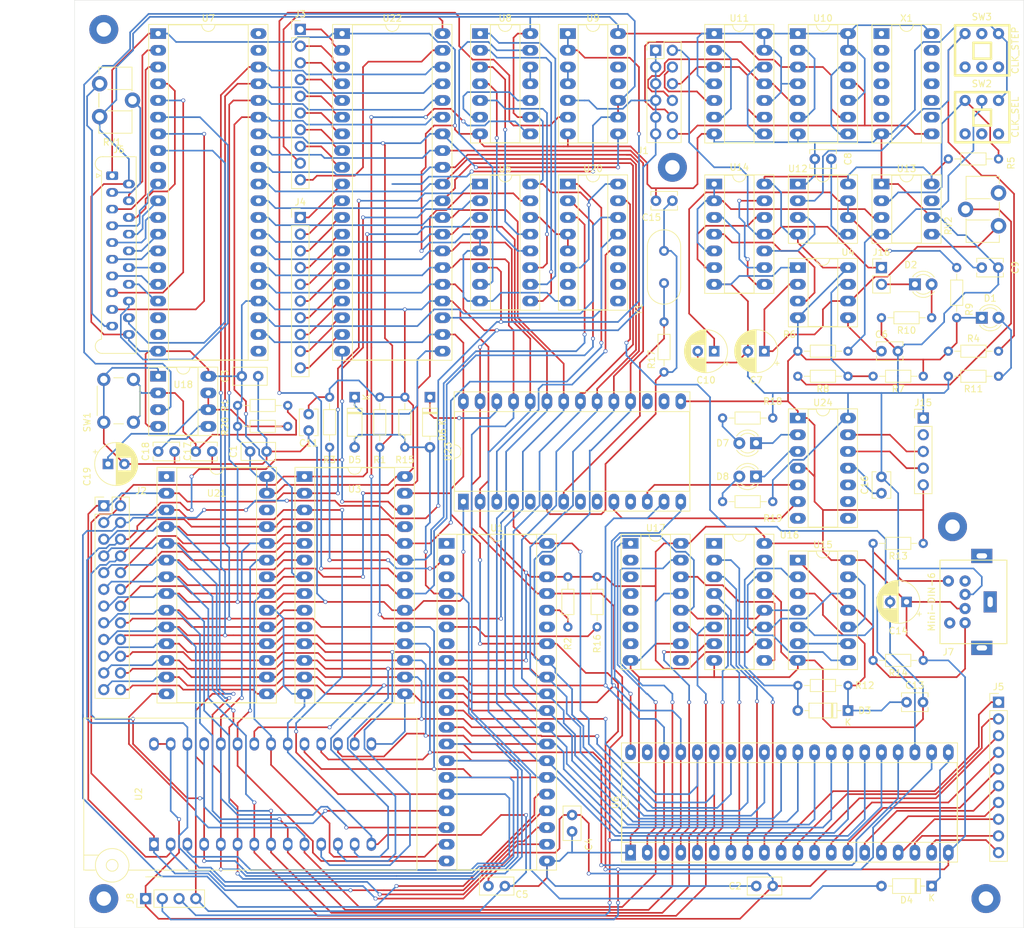
<source format=kicad_pcb>
(kicad_pcb (version 20171130) (host pcbnew "(5.1.5-0-10_14)")
  (layers (0 F.Cu signal) (31 B.Cu signal) (34 B.Paste user) (35 F.Paste user) (36 B.SilkS user) (37 F.SilkS user) (38 B.Mask user) (39 F.Mask user) (44 Edge.Cuts user))
  (net 0 "")
  (net 1 GND)
  (net 2 +5V)
  (net 3 "Net-(J3-Pad2)")
  (net 4 /A0)
  (net 5 /A1)
  (net 6 /A2)
  (net 7 /A3)
  (net 8 /A4)
  (net 9 /A5)
  (net 10 /A6)
  (net 11 /A7)
  (net 12 /A8)
  (net 13 /A9)
  (net 14 /A10)
  (net 15 /A11)
  (net 16 /A12)
  (net 17 /A13)
  (net 18 /A14)
  (net 19 /A15)
  (net 20 /D0)
  (net 21 /D1)
  (net 22 /D2)
  (net 23 /D3)
  (net 24 /D4)
  (net 25 /D5)
  (net 26 /D6)
  (net 27 /D7)
  (net 28 /0xA000)
  (net 29 /0xB000)
  (net 30 /0xC000)
  (net 31 /VIA1IRQ)
  (net 32 "Net-(J5-Pad10)")
  (net 33 "Net-(J5-Pad9)")
  (net 34 "Net-(J5-Pad8)")
  (net 35 "Net-(J5-Pad7)")
  (net 36 "Net-(J5-Pad6)")
  (net 37 "Net-(J5-Pad5)")
  (net 38 "Net-(J5-Pad4)")
  (net 39 "Net-(J5-Pad3)")
  (net 40 "Net-(J5-Pad2)")
  (net 41 "Net-(J5-Pad1)")
  (net 42 "Net-(J7-Pad6)")
  (net 43 "Net-(J7-Pad5)")
  (net 44 "Net-(J7-Pad2)")
  (net 45 "Net-(J7-Pad1)")
  (net 46 "Net-(R2-Pad2)")
  (net 47 "Net-(R3-Pad1)")
  (net 48 "Net-(U1-Pad39)")
  (net 49 "Net-(U1-Pad35)")
  (net 50 "Net-(U1-Pad7)")
  (net 51 "Net-(U1-Pad5)")
  (net 52 "Net-(U1-Pad3)")
  (net 53 "Net-(U1-Pad1)")
  (net 54 /ROM)
  (net 55 /0xF000)
  (net 56 /0x9000)
  (net 57 /0xD000)
  (net 58 /0xE000)
  (net 59 /IRQ)
  (net 60 /NMI)
  (net 61 /RW)
  (net 62 /RESET)
  (net 63 "Net-(U9-Pad3)")
  (net 64 /RAM)
  (net 65 "Net-(C6-Pad1)")
  (net 66 /CLK_P1)
  (net 67 "Net-(C8-Pad1)")
  (net 68 "Net-(C9-Pad1)")
  (net 69 "Net-(C10-Pad1)")
  (net 70 "Net-(C13-Pad1)")
  (net 71 "Net-(C15-Pad1)")
  (net 72 "Net-(C16-Pad1)")
  (net 73 "Net-(D1-Pad2)")
  (net 74 "Net-(D2-Pad2)")
  (net 75 "Net-(D2-Pad1)")
  (net 76 "Net-(D3-Pad2)")
  (net 77 /IRQ_VIA3)
  (net 78 /IRQ_ACIA)
  (net 79 "Net-(D7-Pad2)")
  (net 80 "Net-(D7-Pad1)")
  (net 81 "Net-(D8-Pad2)")
  (net 82 "Net-(D8-Pad1)")
  (net 83 "Net-(J1-Pad6)")
  (net 84 "Net-(J1-Pad4)")
  (net 85 "Net-(J3-Pad10)")
  (net 86 "Net-(J3-Pad9)")
  (net 87 "Net-(J3-Pad8)")
  (net 88 "Net-(J3-Pad7)")
  (net 89 "Net-(J3-Pad6)")
  (net 90 "Net-(J3-Pad5)")
  (net 91 "Net-(J3-Pad4)")
  (net 92 "Net-(J3-Pad3)")
  (net 93 "Net-(J3-Pad1)")
  (net 94 "Net-(J4-Pad10)")
  (net 95 "Net-(J4-Pad9)")
  (net 96 "Net-(J4-Pad8)")
  (net 97 "Net-(J4-Pad7)")
  (net 98 "Net-(J4-Pad6)")
  (net 99 "Net-(J4-Pad5)")
  (net 100 "Net-(J4-Pad4)")
  (net 101 "Net-(J4-Pad3)")
  (net 102 "Net-(J4-Pad2)")
  (net 103 "Net-(J4-Pad1)")
  (net 104 /LCDD0)
  (net 105 /LCDD1)
  (net 106 /LCDD2)
  (net 107 /LCDD3)
  (net 108 /LCDD4)
  (net 109 /LCDD5)
  (net 110 /LCDD6)
  (net 111 /LCDD7)
  (net 112 /VEE)
  (net 113 "Net-(J15-Pad2)")
  (net 114 "Net-(R4-Pad2)")
  (net 115 /CLKSEL_1)
  (net 116 /CLKSEL_2)
  (net 117 "Net-(R7-Pad2)")
  (net 118 /CLK_P2)
  (net 119 "Net-(R17-Pad1)")
  (net 120 "Net-(RV2-Pad3)")
  (net 121 "Net-(SW2-Pad6)")
  (net 122 "Net-(SW2-Pad4)")
  (net 123 "Net-(SW2-Pad5)")
  (net 124 Q_1)
  (net 125 ROM2)
  (net 126 KBD_IRQ)
  (net 127 KBD_D7)
  (net 128 KBD_D6)
  (net 129 KBD_D5)
  (net 130 KBD_D4)
  (net 131 KBD_D3)
  (net 132 KBD_D2)
  (net 133 KBD_D1)
  (net 134 KBD_D0)
  (net 135 /0x9000_LCD_VIA)
  (net 136 "Net-(U7-Pad40)")
  (net 137 "Net-(U7-Pad39)")
  (net 138 "Net-(U7-Pad19)")
  (net 139 "Net-(U7-Pad18)")
  (net 140 "Net-(U7-Pad9)")
  (net 141 /0x9200_KBD_VIA)
  (net 142 "Net-(U7-Pad21)")
  (net 143 "Net-(U10-Pad2)")
  (net 144 "Net-(U10-Pad12)")
  (net 145 "Net-(U11-Pad2)")
  (net 146 "Net-(U11-Pad12)")
  (net 147 Q_2)
  (net 148 "Net-(U13-Pad7)")
  (net 149 Q_3)
  (net 150 "Net-(U14-Pad13)")
  (net 151 "Net-(U14-Pad12)")
  (net 152 "Net-(U14-Pad3)")
  (net 153 "Net-(U16-Pad15)")
  (net 154 "Net-(U16-Pad9)")
  (net 155 "Net-(U16-Pad1)")
  (net 156 "Net-(U17-Pad7)")
  (net 157 "Net-(U17-Pad6)")
  (net 158 "Net-(U17-Pad5)")
  (net 159 "Net-(U17-Pad4)")
  (net 160 "Net-(U17-Pad3)")
  (net 161 "Net-(U17-Pad2)")
  (net 162 "Net-(U17-Pad9)")
  (net 163 "Net-(U20-Pad7)")
  (net 164 /0x9600_ACIA)
  (net 165 /0x9400_3rd_VIA)
  (net 166 "Net-(U20-Pad11)")
  (net 167 "Net-(U20-Pad10)")
  (net 168 "Net-(U20-Pad9)")
  (net 169 "Net-(U21-Pad26)")
  (net 170 "Net-(U21-Pad1)")
  (net 171 "Net-(U23-Pad12)")
  (net 172 "Net-(U23-Pad11)")
  (net 173 "Net-(U23-Pad10)")
  (net 174 "Net-(U23-Pad9)")
  (net 175 "Net-(U23-Pad8)")
  (net 176 "Net-(U23-Pad5)")
  (net 177 "Net-(U23-Pad17)")
  (net 178 "Net-(U23-Pad16)")
  (net 179 "Net-(U24-Pad7)")
  (net 180 USB_D+)
  (net 181 USB_D-)
  (net 182 "Net-(U24-Pad9)")
  (net 183 "Net-(U24-Pad8)")
  (net 184 "Net-(X1-Pad1)")
  (net 185 "Net-(J1-Pad12)")
  (net 186 "Net-(J1-Pad10)")
  (net 187 "Net-(J1-Pad8)")
  (net 188 "Net-(U24-Pad10)")
  (net 189 "Net-(U8-Pad10)")
  (net 190 "Net-(U8-Pad11)")
  (net 191 /CLK)
  (net 192 "Net-(J1-Pad2)")
  (net 193 "Net-(SW3-Pad2)")
  (net 194 "Net-(U15-Pad10)")
  (net 195 "Net-(U15-Pad6)")
  (net 196 "Net-(U15-Pad12)")
  (net 197 "Net-(U15-Pad8)")
  (net 198 "Net-(U6-Pad39)")
  (net 199 /LCDCS0)
  (net 200 /LCDCS1)
  (net 201 /LCDCS2)
  (net 202 /LCDRESET)
  (net 203 "Net-(J6-Pad3)")
  (net 204 /LCDE)
  (net 205 /LCDRS)
  (net 206 /LCDRW)
  (net 207 "Net-(C17-Pad1)")
  (net 208 "Net-(C18-Pad1)")
  (net 209 "Net-(C19-Pad1)")
  (net 210 "Net-(U18-Pad3)")
  (module Connector_PinHeader_2.54mm:PinHeader_1x04_P2.54mm_Vertical (layer F.Cu) (at 143.51 153.035 90)
    (fp_text reference J8 (at 0 -2.33 90) (layer F.SilkS))
    (fp_text value SUP)
    (pad 4 thru_hole oval (at 0 7.62 90) (size 1.7 1.7) (drill 1) (layers *.Cu *.Mask) (net 1 GND))
    (pad 3 thru_hole oval (at 0 5.08 90) (size 1.7 1.7) (drill 1) (layers *.Cu *.Mask) (net 191 /CLK))
    (pad 2 thru_hole oval (at 0 2.54 90) (size 1.7 1.7) (drill 1) (layers *.Cu *.Mask) (net 61 /RW))
    (pad 1 thru_hole rect (at 0 0 90) (size 1.7 1.7) (drill 1) (layers *.Cu *.Mask) (net 2 +5V))
  )
  (module Connector_PinHeader_2.54mm:PinHeader_2x12_P2.54mm_Vertical (layer F.Cu) (at 137.16 93.345)
    (fp_text reference J2 (at 5.655 -2.27) (layer F.SilkS))
    (fp_text value Debug)
    (pad 24 thru_hole oval (at 2.54 27.94) (size 1.7 1.7) (drill 1) (layers *.Cu *.Mask) (net 23 /D3))
    (pad 23 thru_hole oval (at 0 27.94) (size 1.7 1.7) (drill 1) (layers *.Cu *.Mask) (net 22 /D2))
    (pad 22 thru_hole oval (at 2.54 25.4) (size 1.7 1.7) (drill 1) (layers *.Cu *.Mask) (net 24 /D4))
    (pad 21 thru_hole oval (at 0 25.4) (size 1.7 1.7) (drill 1) (layers *.Cu *.Mask) (net 21 /D1))
    (pad 20 thru_hole oval (at 2.54 22.86) (size 1.7 1.7) (drill 1) (layers *.Cu *.Mask) (net 25 /D5))
    (pad 19 thru_hole oval (at 0 22.86) (size 1.7 1.7) (drill 1) (layers *.Cu *.Mask) (net 20 /D0))
    (pad 18 thru_hole oval (at 2.54 20.32) (size 1.7 1.7) (drill 1) (layers *.Cu *.Mask) (net 26 /D6))
    (pad 17 thru_hole oval (at 0 20.32) (size 1.7 1.7) (drill 1) (layers *.Cu *.Mask) (net 4 /A0))
    (pad 16 thru_hole oval (at 2.54 17.78) (size 1.7 1.7) (drill 1) (layers *.Cu *.Mask) (net 27 /D7))
    (pad 15 thru_hole oval (at 0 17.78) (size 1.7 1.7) (drill 1) (layers *.Cu *.Mask) (net 5 /A1))
    (pad 14 thru_hole oval (at 2.54 15.24) (size 1.7 1.7) (drill 1) (layers *.Cu *.Mask) (net 14 /A10))
    (pad 13 thru_hole oval (at 0 15.24) (size 1.7 1.7) (drill 1) (layers *.Cu *.Mask) (net 6 /A2))
    (pad 12 thru_hole oval (at 2.54 12.7) (size 1.7 1.7) (drill 1) (layers *.Cu *.Mask) (net 15 /A11))
    (pad 11 thru_hole oval (at 0 12.7) (size 1.7 1.7) (drill 1) (layers *.Cu *.Mask) (net 7 /A3))
    (pad 10 thru_hole oval (at 2.54 10.16) (size 1.7 1.7) (drill 1) (layers *.Cu *.Mask) (net 13 /A9))
    (pad 9 thru_hole oval (at 0 10.16) (size 1.7 1.7) (drill 1) (layers *.Cu *.Mask) (net 8 /A4))
    (pad 8 thru_hole oval (at 2.54 7.62) (size 1.7 1.7) (drill 1) (layers *.Cu *.Mask) (net 12 /A8))
    (pad 7 thru_hole oval (at 0 7.62) (size 1.7 1.7) (drill 1) (layers *.Cu *.Mask) (net 9 /A5))
    (pad 6 thru_hole oval (at 2.54 5.08) (size 1.7 1.7) (drill 1) (layers *.Cu *.Mask) (net 17 /A13))
    (pad 5 thru_hole oval (at 0 5.08) (size 1.7 1.7) (drill 1) (layers *.Cu *.Mask) (net 10 /A6))
    (pad 4 thru_hole oval (at 2.54 2.54) (size 1.7 1.7) (drill 1) (layers *.Cu *.Mask) (net 19 /A15))
    (pad 3 thru_hole oval (at 0 2.54) (size 1.7 1.7) (drill 1) (layers *.Cu *.Mask) (net 11 /A7))
    (pad 2 thru_hole oval (at 2.54 0) (size 1.7 1.7) (drill 1) (layers *.Cu *.Mask) (net 18 /A14))
    (pad 1 thru_hole rect (at 0 0) (size 1.7 1.7) (drill 1) (layers *.Cu *.Mask) (net 16 /A12))
  )
  (module Package_DIP:DIP-28_W15.24mm_Socket_LongPads (layer F.Cu) (at 146.685 88.9)
    (fp_text reference U21 (at 7.62 2.54) (layer F.SilkS))
    (fp_text value 28C64)
    (pad 28 thru_hole oval (at 15.24 0) (size 2.4 1.6) (drill 0.8) (layers *.Cu *.Mask) (net 2 +5V))
    (pad 14 thru_hole oval (at 0 33.02) (size 2.4 1.6) (drill 0.8) (layers *.Cu *.Mask) (net 1 GND))
    (pad 27 thru_hole oval (at 15.24 2.54) (size 2.4 1.6) (drill 0.8) (layers *.Cu *.Mask) (net 2 +5V))
    (pad 13 thru_hole oval (at 0 30.48) (size 2.4 1.6) (drill 0.8) (layers *.Cu *.Mask) (net 22 /D2))
    (pad 26 thru_hole oval (at 15.24 5.08) (size 2.4 1.6) (drill 0.8) (layers *.Cu *.Mask) (net 169 "Net-(U21-Pad26)"))
    (pad 12 thru_hole oval (at 0 27.94) (size 2.4 1.6) (drill 0.8) (layers *.Cu *.Mask) (net 21 /D1))
    (pad 25 thru_hole oval (at 15.24 7.62) (size 2.4 1.6) (drill 0.8) (layers *.Cu *.Mask) (net 12 /A8))
    (pad 11 thru_hole oval (at 0 25.4) (size 2.4 1.6) (drill 0.8) (layers *.Cu *.Mask) (net 20 /D0))
    (pad 24 thru_hole oval (at 15.24 10.16) (size 2.4 1.6) (drill 0.8) (layers *.Cu *.Mask) (net 13 /A9))
    (pad 10 thru_hole oval (at 0 22.86) (size 2.4 1.6) (drill 0.8) (layers *.Cu *.Mask) (net 4 /A0))
    (pad 23 thru_hole oval (at 15.24 12.7) (size 2.4 1.6) (drill 0.8) (layers *.Cu *.Mask) (net 15 /A11))
    (pad 9 thru_hole oval (at 0 20.32) (size 2.4 1.6) (drill 0.8) (layers *.Cu *.Mask) (net 5 /A1))
    (pad 22 thru_hole oval (at 15.24 15.24) (size 2.4 1.6) (drill 0.8) (layers *.Cu *.Mask) (net 125 ROM2))
    (pad 8 thru_hole oval (at 0 17.78) (size 2.4 1.6) (drill 0.8) (layers *.Cu *.Mask) (net 6 /A2))
    (pad 21 thru_hole oval (at 15.24 17.78) (size 2.4 1.6) (drill 0.8) (layers *.Cu *.Mask) (net 14 /A10))
    (pad 7 thru_hole oval (at 0 15.24) (size 2.4 1.6) (drill 0.8) (layers *.Cu *.Mask) (net 7 /A3))
    (pad 20 thru_hole oval (at 15.24 20.32) (size 2.4 1.6) (drill 0.8) (layers *.Cu *.Mask) (net 1 GND))
    (pad 6 thru_hole oval (at 0 12.7) (size 2.4 1.6) (drill 0.8) (layers *.Cu *.Mask) (net 8 /A4))
    (pad 19 thru_hole oval (at 15.24 22.86) (size 2.4 1.6) (drill 0.8) (layers *.Cu *.Mask) (net 27 /D7))
    (pad 5 thru_hole oval (at 0 10.16) (size 2.4 1.6) (drill 0.8) (layers *.Cu *.Mask) (net 9 /A5))
    (pad 18 thru_hole oval (at 15.24 25.4) (size 2.4 1.6) (drill 0.8) (layers *.Cu *.Mask) (net 26 /D6))
    (pad 4 thru_hole oval (at 0 7.62) (size 2.4 1.6) (drill 0.8) (layers *.Cu *.Mask) (net 10 /A6))
    (pad 17 thru_hole oval (at 15.24 27.94) (size 2.4 1.6) (drill 0.8) (layers *.Cu *.Mask) (net 25 /D5))
    (pad 3 thru_hole oval (at 0 5.08) (size 2.4 1.6) (drill 0.8) (layers *.Cu *.Mask) (net 11 /A7))
    (pad 16 thru_hole oval (at 15.24 30.48) (size 2.4 1.6) (drill 0.8) (layers *.Cu *.Mask) (net 24 /D4))
    (pad 2 thru_hole oval (at 0 2.54) (size 2.4 1.6) (drill 0.8) (layers *.Cu *.Mask) (net 16 /A12))
    (pad 15 thru_hole oval (at 15.24 33.02) (size 2.4 1.6) (drill 0.8) (layers *.Cu *.Mask) (net 23 /D3))
    (pad 1 thru_hole rect (at 0 0) (size 2.4 1.6) (drill 0.8) (layers *.Cu *.Mask) (net 170 "Net-(U21-Pad1)"))
  )
  (module Package_DIP:DIP-8_W7.62mm_Socket_LongPads (layer F.Cu) (at 145.415 73.66)
    (fp_text reference U18 (at 3.81 1.27) (layer F.SilkS))
    (fp_text value NE555)
    (pad 8 thru_hole oval (at 7.62 0) (size 2.4 1.6) (drill 0.8) (layers *.Cu *.Mask) (net 2 +5V))
    (pad 4 thru_hole oval (at 0 7.62) (size 2.4 1.6) (drill 0.8) (layers *.Cu *.Mask) (net 2 +5V))
    (pad 7 thru_hole oval (at 7.62 2.54) (size 2.4 1.6) (drill 0.8) (layers *.Cu *.Mask) (net 209 "Net-(C19-Pad1)"))
    (pad 3 thru_hole oval (at 0 5.08) (size 2.4 1.6) (drill 0.8) (layers *.Cu *.Mask) (net 210 "Net-(U18-Pad3)"))
    (pad 6 thru_hole oval (at 7.62 5.08) (size 2.4 1.6) (drill 0.8) (layers *.Cu *.Mask) (net 209 "Net-(C19-Pad1)"))
    (pad 2 thru_hole oval (at 0 2.54) (size 2.4 1.6) (drill 0.8) (layers *.Cu *.Mask) (net 207 "Net-(C17-Pad1)"))
    (pad 5 thru_hole oval (at 7.62 7.62) (size 2.4 1.6) (drill 0.8) (layers *.Cu *.Mask) (net 208 "Net-(C18-Pad1)"))
    (pad 1 thru_hole rect (at 0 0) (size 2.4 1.6) (drill 0.8) (layers *.Cu *.Mask) (net 1 GND))
  )
  (module Button_Switch_THT:SW_PUSH_6mm_H5mm (layer F.Cu) (at 137.16 80.645 90)
    (fp_text reference SW1 (at 0 -2.54 90) (layer F.SilkS))
    (fp_text value RESET)
    (pad 1 thru_hole circle (at 6.5 0 180) (size 2 2) (drill 1.1) (layers *.Cu *.Mask) (net 1 GND))
    (pad 2 thru_hole circle (at 6.5 4.5 180) (size 2 2) (drill 1.1) (layers *.Cu *.Mask) (net 207 "Net-(C17-Pad1)"))
    (pad 1 thru_hole circle (at 0 0 180) (size 2 2) (drill 1.1) (layers *.Cu *.Mask) (net 1 GND))
    (pad 2 thru_hole circle (at 0 4.5 180) (size 2 2) (drill 1.1) (layers *.Cu *.Mask) (net 207 "Net-(C17-Pad1)"))
  )
  (module Resistor_THT:R_Axial_DIN0204_L3.6mm_D1.6mm_P7.62mm_Horizontal (layer F.Cu) (at 157.48 81.28)
    (fp_text reference R20 (at -1.905 0 90) (layer F.SilkS))
    (fp_text value 47k)
    (pad 2 thru_hole oval (at 7.62 0) (size 1.4 1.4) (drill 0.7) (layers *.Cu *.Mask) (net 209 "Net-(C19-Pad1)"))
    (pad 1 thru_hole circle (at 0 0) (size 1.4 1.4) (drill 0.7) (layers *.Cu *.Mask) (net 2 +5V))
  )
  (module Resistor_THT:R_Axial_DIN0204_L3.6mm_D1.6mm_P7.62mm_Horizontal (layer F.Cu) (at 157.48 78.105)
    (fp_text reference R1 (at -1.905 0 90) (layer F.SilkS))
    (fp_text value 1M)
    (pad 2 thru_hole oval (at 7.62 0) (size 1.4 1.4) (drill 0.7) (layers *.Cu *.Mask) (net 207 "Net-(C17-Pad1)"))
    (pad 1 thru_hole circle (at 0 0) (size 1.4 1.4) (drill 0.7) (layers *.Cu *.Mask) (net 2 +5V))
  )
  (module Capacitor_THT:CP_Radial_D6.3mm_P2.50mm (layer F.Cu) (at 137.795 86.995)
    (fp_text reference C19 (at -3.175 1.905 90) (layer F.SilkS))
    (fp_text value 10uF)
    (pad 2 thru_hole circle (at 2.5 0) (size 1.6 1.6) (drill 0.8) (layers *.Cu *.Mask) (net 1 GND))
    (pad 1 thru_hole rect (at 0 0) (size 1.6 1.6) (drill 0.8) (layers *.Cu *.Mask) (net 209 "Net-(C19-Pad1)"))
  )
  (module Capacitor_THT:C_Disc_D3.8mm_W2.6mm_P2.50mm (layer F.Cu) (at 145.415 85.09)
    (fp_text reference C18 (at -1.905 0 90) (layer F.SilkS))
    (fp_text value 0.01uF)
    (pad 2 thru_hole circle (at 2.5 0) (size 1.6 1.6) (drill 0.8) (layers *.Cu *.Mask) (net 1 GND))
    (pad 1 thru_hole circle (at 0 0) (size 1.6 1.6) (drill 0.8) (layers *.Cu *.Mask) (net 208 "Net-(C18-Pad1)"))
  )
  (module Capacitor_THT:C_Disc_D3.8mm_W2.6mm_P2.50mm (layer F.Cu) (at 151.13 85.09)
    (fp_text reference C17 (at -1.27 0 90) (layer F.SilkS))
    (fp_text value 0.1uF)
    (pad 2 thru_hole circle (at 2.5 0) (size 1.6 1.6) (drill 0.8) (layers *.Cu *.Mask) (net 1 GND))
    (pad 1 thru_hole circle (at 0 0) (size 1.6 1.6) (drill 0.8) (layers *.Cu *.Mask) (net 207 "Net-(C17-Pad1)"))
  )
  (module Potentiometer_THT:Potentiometer_ACP_CA9-H5_Horizontal (layer F.Cu) (at 136.525 29.21)
    (fp_text reference RV1 (at 1.905 8.89) (layer F.SilkS))
    (fp_text value R_POT)
    (pad 1 thru_hole circle (at 0 0) (size 2.34 2.34) (drill 1.3) (layers *.Cu *.Mask) (net 112 /VEE))
    (pad 2 thru_hole circle (at 5 2.5) (size 2.34 2.34) (drill 1.3) (layers *.Cu *.Mask) (net 203 "Net-(J6-Pad3)"))
    (pad 3 thru_hole circle (at 0 5) (size 2.34 2.34) (drill 1.3) (layers *.Cu *.Mask) (net 2 +5V))
  )
  (module MountingHole:MountingHole_2.2mm_M2_Pad (layer F.Cu) (at 223.52 41.91)
    (fp_text reference H5 hide)
    (fp_text value MountingHole hide)
    (pad 1 thru_hole circle (at 0 0) (size 4.4 4.4) (drill 2.2) (layers *.Cu *.Mask))
  )
  (module MountingHole:MountingHole_2.2mm_M2_Pad (layer F.Cu) (at 137.16 20.955)
    (fp_text reference H4 hide)
    (fp_text value MountingHole hide)
    (pad 1 thru_hole circle (at 0 0) (size 4.4 4.4) (drill 2.2) (layers *.Cu *.Mask))
  )
  (module MountingHole:MountingHole_2.2mm_M2_Pad (layer F.Cu) (at 266.065 96.52)
    (fp_text reference H3 hide)
    (fp_text value MountingHole hide)
    (pad 1 thru_hole circle (at 0 0) (size 4.4 4.4) (drill 2.2) (layers *.Cu))
  )
  (module MountingHole:MountingHole_2.2mm_M2_Pad (layer F.Cu) (at 137.16 153.035)
    (fp_text reference H2 hide)
    (fp_text value MountingHole hide)
    (pad 1 thru_hole circle (at 0 0) (size 4.4 4.4) (drill 2.2) (layers *.Cu *.Mask))
  )
  (module MountingHole:MountingHole_2.2mm_M2_Pad (layer F.Cu) (at 271.145 153.035)
    (fp_text reference H1 hide)
    (fp_text value MountingHole hide)
    (pad 1 thru_hole circle (at 0 0) (size 4.4 4.4) (drill 2.2) (layers *.Cu *.Mask))
  )
  (module Connector_Molex:Molex_Picoflex_90325-0020_2x10_P1.27mm_Vertical (layer F.Cu) (at 138.43 43.18)
    (fp_text reference J6 (at 1.02 -3.96) (layer F.SilkS))
    (fp_text value LCD)
    (pad "" np_thru_hole circle (at -1.48 25.93) (size 1.5 1.5) (drill 1.5) (layers *.Cu *.Mask))
    (pad "" np_thru_hole circle (at -1.48 -1.8) (size 1.5 1.5) (drill 1.5) (layers *.Cu *.Mask))
    (pad 20 thru_hole oval (at 2.54 24.13) (size 1.8 1.3) (drill 0.8) (layers *.Cu *.Mask) (net 2 +5V))
    (pad 18 thru_hole oval (at 2.54 21.59) (size 1.8 1.3) (drill 0.8) (layers *.Cu *.Mask) (net 201 /LCDCS2))
    (pad 16 thru_hole oval (at 2.54 19.05) (size 1.8 1.3) (drill 0.8) (layers *.Cu *.Mask) (net 202 /LCDRESET))
    (pad 14 thru_hole oval (at 2.54 16.51) (size 1.8 1.3) (drill 0.8) (layers *.Cu *.Mask) (net 111 /LCDD7))
    (pad 12 thru_hole oval (at 2.54 13.97) (size 1.8 1.3) (drill 0.8) (layers *.Cu *.Mask) (net 109 /LCDD5))
    (pad 10 thru_hole oval (at 2.54 11.43) (size 1.8 1.3) (drill 0.8) (layers *.Cu *.Mask) (net 107 /LCDD3))
    (pad 8 thru_hole oval (at 2.54 8.89) (size 1.8 1.3) (drill 0.8) (layers *.Cu *.Mask) (net 105 /LCDD1))
    (pad 6 thru_hole oval (at 2.54 6.35) (size 1.8 1.3) (drill 0.8) (layers *.Cu *.Mask) (net 204 /LCDE))
    (pad 4 thru_hole oval (at 2.54 3.81) (size 1.8 1.3) (drill 0.8) (layers *.Cu *.Mask) (net 205 /LCDRS))
    (pad 2 thru_hole oval (at 2.54 1.27) (size 1.8 1.3) (drill 0.8) (layers *.Cu *.Mask) (net 2 +5V))
    (pad 19 thru_hole oval (at 0 22.86) (size 1.8 1.3) (drill 0.8) (layers *.Cu *.Mask) (net 112 /VEE))
    (pad 17 thru_hole oval (at 0 20.32) (size 1.8 1.3) (drill 0.8) (layers *.Cu *.Mask) (net 200 /LCDCS1))
    (pad 15 thru_hole oval (at 0 17.78) (size 1.8 1.3) (drill 0.8) (layers *.Cu *.Mask) (net 199 /LCDCS0))
    (pad 13 thru_hole oval (at 0 15.24) (size 1.8 1.3) (drill 0.8) (layers *.Cu *.Mask) (net 110 /LCDD6))
    (pad 11 thru_hole oval (at 0 12.7) (size 1.8 1.3) (drill 0.8) (layers *.Cu *.Mask) (net 108 /LCDD4))
    (pad 9 thru_hole oval (at 0 10.16) (size 1.8 1.3) (drill 0.8) (layers *.Cu *.Mask) (net 106 /LCDD2))
    (pad 7 thru_hole oval (at 0 7.62) (size 1.8 1.3) (drill 0.8) (layers *.Cu *.Mask) (net 104 /LCDD0))
    (pad 5 thru_hole oval (at 0 5.08) (size 1.8 1.3) (drill 0.8) (layers *.Cu *.Mask) (net 206 /LCDRW))
    (pad 3 thru_hole oval (at 0 2.54) (size 1.8 1.3) (drill 0.8) (layers *.Cu *.Mask) (net 203 "Net-(J6-Pad3)"))
    (pad 1 thru_hole roundrect (at 0 0) (size 1.8 1.3) (drill 0.8) (layers *.Cu *.Mask) (roundrect_rratio 0.192308) (net 1 GND))
  )
  (module Package_DIP:DIP-40_W15.24mm_Socket_LongPads (layer F.Cu) (at 217.17 146.05 90)
    (fp_text reference U6 (at 7.62 -2.33 90) (layer F.SilkS))
    (fp_text value W65C22SxP)
    (pad 40 thru_hole oval (at 15.24 0 90) (size 2.4 1.6) (drill 0.8) (layers *.Cu *.Mask) (net 126 KBD_IRQ))
    (pad 20 thru_hole oval (at 0 48.26 90) (size 2.4 1.6) (drill 0.8) (layers *.Cu *.Mask) (net 2 +5V))
    (pad 39 thru_hole oval (at 15.24 2.54 90) (size 2.4 1.6) (drill 0.8) (layers *.Cu *.Mask) (net 198 "Net-(U6-Pad39)"))
    (pad 19 thru_hole oval (at 0 45.72 90) (size 2.4 1.6) (drill 0.8) (layers *.Cu *.Mask) (net 32 "Net-(J5-Pad10)"))
    (pad 38 thru_hole oval (at 15.24 5.08 90) (size 2.4 1.6) (drill 0.8) (layers *.Cu *.Mask) (net 4 /A0))
    (pad 18 thru_hole oval (at 0 43.18 90) (size 2.4 1.6) (drill 0.8) (layers *.Cu *.Mask) (net 33 "Net-(J5-Pad9)"))
    (pad 37 thru_hole oval (at 15.24 7.62 90) (size 2.4 1.6) (drill 0.8) (layers *.Cu *.Mask) (net 5 /A1))
    (pad 17 thru_hole oval (at 0 40.64 90) (size 2.4 1.6) (drill 0.8) (layers *.Cu *.Mask) (net 34 "Net-(J5-Pad8)"))
    (pad 36 thru_hole oval (at 15.24 10.16 90) (size 2.4 1.6) (drill 0.8) (layers *.Cu *.Mask) (net 6 /A2))
    (pad 16 thru_hole oval (at 0 38.1 90) (size 2.4 1.6) (drill 0.8) (layers *.Cu *.Mask) (net 35 "Net-(J5-Pad7)"))
    (pad 35 thru_hole oval (at 15.24 12.7 90) (size 2.4 1.6) (drill 0.8) (layers *.Cu *.Mask) (net 7 /A3))
    (pad 15 thru_hole oval (at 0 35.56 90) (size 2.4 1.6) (drill 0.8) (layers *.Cu *.Mask) (net 36 "Net-(J5-Pad6)"))
    (pad 34 thru_hole oval (at 15.24 15.24 90) (size 2.4 1.6) (drill 0.8) (layers *.Cu *.Mask) (net 62 /RESET))
    (pad 14 thru_hole oval (at 0 33.02 90) (size 2.4 1.6) (drill 0.8) (layers *.Cu *.Mask) (net 37 "Net-(J5-Pad5)"))
    (pad 33 thru_hole oval (at 15.24 17.78 90) (size 2.4 1.6) (drill 0.8) (layers *.Cu *.Mask) (net 20 /D0))
    (pad 13 thru_hole oval (at 0 30.48 90) (size 2.4 1.6) (drill 0.8) (layers *.Cu *.Mask) (net 38 "Net-(J5-Pad4)"))
    (pad 32 thru_hole oval (at 15.24 20.32 90) (size 2.4 1.6) (drill 0.8) (layers *.Cu *.Mask) (net 21 /D1))
    (pad 12 thru_hole oval (at 0 27.94 90) (size 2.4 1.6) (drill 0.8) (layers *.Cu *.Mask) (net 39 "Net-(J5-Pad3)"))
    (pad 31 thru_hole oval (at 15.24 22.86 90) (size 2.4 1.6) (drill 0.8) (layers *.Cu *.Mask) (net 22 /D2))
    (pad 11 thru_hole oval (at 0 25.4 90) (size 2.4 1.6) (drill 0.8) (layers *.Cu *.Mask) (net 40 "Net-(J5-Pad2)"))
    (pad 30 thru_hole oval (at 15.24 25.4 90) (size 2.4 1.6) (drill 0.8) (layers *.Cu *.Mask) (net 23 /D3))
    (pad 10 thru_hole oval (at 0 22.86 90) (size 2.4 1.6) (drill 0.8) (layers *.Cu *.Mask) (net 41 "Net-(J5-Pad1)"))
    (pad 29 thru_hole oval (at 15.24 27.94 90) (size 2.4 1.6) (drill 0.8) (layers *.Cu *.Mask) (net 24 /D4))
    (pad 9 thru_hole oval (at 0 20.32 90) (size 2.4 1.6) (drill 0.8) (layers *.Cu *.Mask) (net 127 KBD_D7))
    (pad 28 thru_hole oval (at 15.24 30.48 90) (size 2.4 1.6) (drill 0.8) (layers *.Cu *.Mask) (net 25 /D5))
    (pad 8 thru_hole oval (at 0 17.78 90) (size 2.4 1.6) (drill 0.8) (layers *.Cu *.Mask) (net 128 KBD_D6))
    (pad 27 thru_hole oval (at 15.24 33.02 90) (size 2.4 1.6) (drill 0.8) (layers *.Cu *.Mask) (net 26 /D6))
    (pad 7 thru_hole oval (at 0 15.24 90) (size 2.4 1.6) (drill 0.8) (layers *.Cu *.Mask) (net 129 KBD_D5))
    (pad 26 thru_hole oval (at 15.24 35.56 90) (size 2.4 1.6) (drill 0.8) (layers *.Cu *.Mask) (net 27 /D7))
    (pad 6 thru_hole oval (at 0 12.7 90) (size 2.4 1.6) (drill 0.8) (layers *.Cu *.Mask) (net 130 KBD_D4))
    (pad 25 thru_hole oval (at 15.24 38.1 90) (size 2.4 1.6) (drill 0.8) (layers *.Cu *.Mask) (net 191 /CLK))
    (pad 5 thru_hole oval (at 0 10.16 90) (size 2.4 1.6) (drill 0.8) (layers *.Cu *.Mask) (net 131 KBD_D3))
    (pad 24 thru_hole oval (at 15.24 40.64 90) (size 2.4 1.6) (drill 0.8) (layers *.Cu *.Mask) (net 8 /A4))
    (pad 4 thru_hole oval (at 0 7.62 90) (size 2.4 1.6) (drill 0.8) (layers *.Cu *.Mask) (net 132 KBD_D2))
    (pad 23 thru_hole oval (at 15.24 43.18 90) (size 2.4 1.6) (drill 0.8) (layers *.Cu *.Mask) (net 141 /0x9200_KBD_VIA))
    (pad 3 thru_hole oval (at 0 5.08 90) (size 2.4 1.6) (drill 0.8) (layers *.Cu *.Mask) (net 133 KBD_D1))
    (pad 22 thru_hole oval (at 15.24 45.72 90) (size 2.4 1.6) (drill 0.8) (layers *.Cu *.Mask) (net 61 /RW))
    (pad 2 thru_hole oval (at 0 2.54 90) (size 2.4 1.6) (drill 0.8) (layers *.Cu *.Mask) (net 134 KBD_D0))
    (pad 21 thru_hole oval (at 15.24 48.26 90) (size 2.4 1.6) (drill 0.8) (layers *.Cu *.Mask) (net 31 /VIA1IRQ))
    (pad 1 thru_hole rect (at 0 0 90) (size 2.4 1.6) (drill 0.8) (layers *.Cu *.Mask) (net 1 GND))
  )
  (module Package_DIP:DIP-16_W7.62mm_Socket_LongPads (layer F.Cu) (at 217.17 99.06)
    (fp_text reference U17 (at 3.81 -2.33) (layer F.SilkS))
    (fp_text value 74HC595)
    (pad 16 thru_hole oval (at 7.62 0) (size 2.4 1.6) (drill 0.8) (layers *.Cu *.Mask) (net 2 +5V))
    (pad 8 thru_hole oval (at 0 17.78) (size 2.4 1.6) (drill 0.8) (layers *.Cu *.Mask) (net 1 GND))
    (pad 15 thru_hole oval (at 7.62 2.54) (size 2.4 1.6) (drill 0.8) (layers *.Cu *.Mask) (net 133 KBD_D1))
    (pad 7 thru_hole oval (at 0 15.24) (size 2.4 1.6) (drill 0.8) (layers *.Cu *.Mask) (net 156 "Net-(U17-Pad7)"))
    (pad 14 thru_hole oval (at 7.62 5.08) (size 2.4 1.6) (drill 0.8) (layers *.Cu *.Mask) (net 154 "Net-(U16-Pad9)"))
    (pad 6 thru_hole oval (at 0 12.7) (size 2.4 1.6) (drill 0.8) (layers *.Cu *.Mask) (net 157 "Net-(U17-Pad6)"))
    (pad 13 thru_hole oval (at 7.62 7.62) (size 2.4 1.6) (drill 0.8) (layers *.Cu *.Mask) (net 1 GND))
    (pad 5 thru_hole oval (at 0 10.16) (size 2.4 1.6) (drill 0.8) (layers *.Cu *.Mask) (net 158 "Net-(U17-Pad5)"))
    (pad 12 thru_hole oval (at 7.62 10.16) (size 2.4 1.6) (drill 0.8) (layers *.Cu *.Mask) (net 126 KBD_IRQ))
    (pad 4 thru_hole oval (at 0 7.62) (size 2.4 1.6) (drill 0.8) (layers *.Cu *.Mask) (net 159 "Net-(U17-Pad4)"))
    (pad 11 thru_hole oval (at 7.62 12.7) (size 2.4 1.6) (drill 0.8) (layers *.Cu *.Mask) (net 196 "Net-(U15-Pad12)"))
    (pad 3 thru_hole oval (at 0 5.08) (size 2.4 1.6) (drill 0.8) (layers *.Cu *.Mask) (net 160 "Net-(U17-Pad3)"))
    (pad 10 thru_hole oval (at 7.62 15.24) (size 2.4 1.6) (drill 0.8) (layers *.Cu *.Mask) (net 2 +5V))
    (pad 2 thru_hole oval (at 0 2.54) (size 2.4 1.6) (drill 0.8) (layers *.Cu *.Mask) (net 161 "Net-(U17-Pad2)"))
    (pad 9 thru_hole oval (at 7.62 17.78) (size 2.4 1.6) (drill 0.8) (layers *.Cu *.Mask) (net 162 "Net-(U17-Pad9)"))
    (pad 1 thru_hole rect (at 0 0) (size 2.4 1.6) (drill 0.8) (layers *.Cu *.Mask) (net 134 KBD_D0))
  )
  (module Socket:DIP_Socket-28_W11.9_W12.7_W15.24_W17.78_W18.5_3M_228-1277-00-0602J (layer F.Cu) (at 144.78 144.78 90)
    (fp_text reference U2 (at 7.62 -2.33 90) (layer F.SilkS))
    (fp_text value 28C256)
    (pad 15 thru_hole oval (at 15.24 33.02 90) (size 2 1.44) (drill 1) (layers *.Cu *.Mask) (net 23 /D3))
    (pad 14 thru_hole oval (at 0 33.02 90) (size 2 1.44) (drill 1) (layers *.Cu *.Mask) (net 1 GND))
    (pad 16 thru_hole oval (at 15.24 30.48 90) (size 2 1.44) (drill 1) (layers *.Cu *.Mask) (net 24 /D4))
    (pad 13 thru_hole oval (at 0 30.48 90) (size 2 1.44) (drill 1) (layers *.Cu *.Mask) (net 22 /D2))
    (pad 17 thru_hole oval (at 15.24 27.94 90) (size 2 1.44) (drill 1) (layers *.Cu *.Mask) (net 25 /D5))
    (pad 12 thru_hole oval (at 0 27.94 90) (size 2 1.44) (drill 1) (layers *.Cu *.Mask) (net 21 /D1))
    (pad 18 thru_hole oval (at 15.24 25.4 90) (size 2 1.44) (drill 1) (layers *.Cu *.Mask) (net 26 /D6))
    (pad 11 thru_hole oval (at 0 25.4 90) (size 2 1.44) (drill 1) (layers *.Cu *.Mask) (net 20 /D0))
    (pad 19 thru_hole oval (at 15.24 22.86 90) (size 2 1.44) (drill 1) (layers *.Cu *.Mask) (net 27 /D7))
    (pad 10 thru_hole oval (at 0 22.86 90) (size 2 1.44) (drill 1) (layers *.Cu *.Mask) (net 4 /A0))
    (pad 20 thru_hole oval (at 15.24 20.32 90) (size 2 1.44) (drill 1) (layers *.Cu *.Mask) (net 1 GND))
    (pad 9 thru_hole oval (at 0 20.32 90) (size 2 1.44) (drill 1) (layers *.Cu *.Mask) (net 5 /A1))
    (pad 21 thru_hole oval (at 15.24 17.78 90) (size 2 1.44) (drill 1) (layers *.Cu *.Mask) (net 14 /A10))
    (pad 8 thru_hole oval (at 0 17.78 90) (size 2 1.44) (drill 1) (layers *.Cu *.Mask) (net 6 /A2))
    (pad 22 thru_hole oval (at 15.24 15.24 90) (size 2 1.44) (drill 1) (layers *.Cu *.Mask) (net 54 /ROM))
    (pad 7 thru_hole oval (at 0 15.24 90) (size 2 1.44) (drill 1) (layers *.Cu *.Mask) (net 7 /A3))
    (pad 23 thru_hole oval (at 15.24 12.7 90) (size 2 1.44) (drill 1) (layers *.Cu *.Mask) (net 15 /A11))
    (pad 6 thru_hole oval (at 0 12.7 90) (size 2 1.44) (drill 1) (layers *.Cu *.Mask) (net 8 /A4))
    (pad 24 thru_hole oval (at 15.24 10.16 90) (size 2 1.44) (drill 1) (layers *.Cu *.Mask) (net 13 /A9))
    (pad 5 thru_hole oval (at 0 10.16 90) (size 2 1.44) (drill 1) (layers *.Cu *.Mask) (net 9 /A5))
    (pad 25 thru_hole oval (at 15.24 7.62 90) (size 2 1.44) (drill 1) (layers *.Cu *.Mask) (net 12 /A8))
    (pad 4 thru_hole oval (at 0 7.62 90) (size 2 1.44) (drill 1) (layers *.Cu *.Mask) (net 10 /A6))
    (pad 26 thru_hole oval (at 15.24 5.08 90) (size 2 1.44) (drill 1) (layers *.Cu *.Mask) (net 17 /A13))
    (pad 3 thru_hole oval (at 0 5.08 90) (size 2 1.44) (drill 1) (layers *.Cu *.Mask) (net 11 /A7))
    (pad 27 thru_hole oval (at 15.24 2.54 90) (size 2 1.44) (drill 1) (layers *.Cu *.Mask) (net 2 +5V))
    (pad 2 thru_hole oval (at 0 2.54 90) (size 2 1.44) (drill 1) (layers *.Cu *.Mask) (net 16 /A12))
    (pad 28 thru_hole oval (at 15.24 0 90) (size 2 1.44) (drill 1) (layers *.Cu *.Mask) (net 2 +5V))
    (pad 1 thru_hole rect (at 0 0 90) (size 2 1.44) (drill 1) (layers *.Cu *.Mask) (net 18 /A14))
  )
  (module 6502_sbc:Mini_din6 (layer F.Cu) (at 269.24 107.95 90)
    (fp_text reference J7 (at -7.62 -3.81 180) (layer F.SilkS))
    (fp_text value Mini-DIN-6 (at 0 -6.35 90) (layer F.SilkS))
    (pad "" thru_hole rect (at -6.985 1.27 90) (size 2.16916 3.2004) (drill oval 0.8 1.6) (layers *.Cu *.Mask))
    (pad "" thru_hole rect (at 6.985 1.27 90) (size 2.16916 3.2004) (drill oval 0.8 1.6) (layers *.Cu *.Mask))
    (pad "" thru_hole rect (at 0 2.54 90) (size 3.2004 1.99898) (drill oval 1.6 0.8) (layers *.Cu *.Mask))
    (pad 2 thru_hole circle (at 3.175 -1.27 90) (size 1.7 1.7) (drill 0.8) (layers *.Cu *.Mask) (net 44 "Net-(J7-Pad2)"))
    (pad 5 thru_hole circle (at -3.175 -1.27 90) (size 1.7 1.7) (drill 0.8) (layers *.Cu *.Mask) (net 43 "Net-(J7-Pad5)"))
    (pad 6 thru_hole circle (at -3.2 -3.6 90) (size 1.7 1.7) (drill 0.8) (layers *.Cu *.Mask) (net 42 "Net-(J7-Pad6)"))
    (pad 1 thru_hole circle (at 3.175 -3.81 90) (size 1.7 1.7) (drill 0.8) (layers *.Cu *.Mask) (net 45 "Net-(J7-Pad1)"))
    (pad 3 thru_hole circle (at 1.143 -1.27 90) (size 1.7 1.7) (drill 0.8) (layers *.Cu *.Mask) (net 1 GND))
    (pad 4 thru_hole circle (at -1.016 -1.27 90) (size 1.7 1.7) (drill 0.8) (layers *.Cu *.Mask) (net 2 +5V))
  )
  (module 6502_sbc:BOTAO4 (layer F.Cu) (at 270.51 24.13)
    (fp_text reference SW3 (at 0 -5.08) (layer F.SilkS))
    (fp_text value CLK_STEP (at 5.08 0 90) (layer F.SilkS))
    (pad 6 thru_hole circle (at 2.54 2.54) (size 1.7 1.7) (drill 0.8001) (layers *.Cu *.Mask))
    (pad 1 thru_hole circle (at -2.54 -2.54) (size 1.7 1.7) (drill 0.8001) (layers *.Cu *.Mask) (net 114 "Net-(R4-Pad2)"))
    (pad 3 thru_hole circle (at 2.54 -2.54) (size 1.7 1.7) (drill 0.8001) (layers *.Cu *.Mask) (net 1 GND))
    (pad 4 thru_hole circle (at -2.54 2.54) (size 1.7 1.7) (drill 0.8001) (layers *.Cu *.Mask))
    (pad 2 thru_hole circle (at 0 -2.54) (size 1.7 1.7) (drill 0.8001) (layers *.Cu *.Mask) (net 193 "Net-(SW3-Pad2)"))
    (pad 5 thru_hole circle (at 0 2.54) (size 1.7 1.7) (drill 0.8001) (layers *.Cu *.Mask))
  )
  (module 6502_sbc:BOTAO4 (layer F.Cu) (at 270.51 34.29)
    (fp_text reference SW2 (at 0 -5.08 180) (layer F.SilkS))
    (fp_text value CLK_SEL (at 5.08 0 90) (layer F.SilkS))
    (pad 6 thru_hole circle (at 2.54 2.54) (size 1.7 1.7) (drill 0.8001) (layers *.Cu *.Mask) (net 121 "Net-(SW2-Pad6)"))
    (pad 1 thru_hole circle (at -2.54 -2.54) (size 1.7 1.7) (drill 0.8001) (layers *.Cu *.Mask) (net 115 /CLKSEL_1))
    (pad 3 thru_hole circle (at 2.54 -2.54) (size 1.7 1.7) (drill 0.8001) (layers *.Cu *.Mask) (net 1 GND))
    (pad 4 thru_hole circle (at -2.54 2.54) (size 1.7 1.7) (drill 0.8001) (layers *.Cu *.Mask) (net 122 "Net-(SW2-Pad4)"))
    (pad 2 thru_hole circle (at 0 -2.54) (size 1.7 1.7) (drill 0.8001) (layers *.Cu *.Mask) (net 116 /CLKSEL_2))
    (pad 5 thru_hole circle (at 0 2.54) (size 1.7 1.7) (drill 0.8001) (layers *.Cu *.Mask) (net 123 "Net-(SW2-Pad5)"))
  )
  (module Potentiometer_THT:Potentiometer_ACP_CA9-H5_Horizontal (layer F.Cu) (at 273.05 50.8 180)
    (fp_text reference RV2 (at 7.62 0 90) (layer F.SilkS))
    (fp_text value 1M)
    (pad 3 thru_hole circle (at 0 5 180) (size 2.34 2.34) (drill 1.3) (layers *.Cu *.Mask) (net 120 "Net-(RV2-Pad3)"))
    (pad 2 thru_hole circle (at 5 2.5 180) (size 2.34 2.34) (drill 1.3) (layers *.Cu *.Mask) (net 118 /CLK_P2))
    (pad 1 thru_hole circle (at 0 0 180) (size 2.34 2.34) (drill 1.3) (layers *.Cu *.Mask) (net 66 /CLK_P1))
  )
  (module Crystal:Crystal_HC18-U_Vertical (layer F.Cu) (at 222.25 54.61 270)
    (fp_text reference Y1 (at 8.89 3.81 90) (layer F.SilkS))
    (fp_text value 1,8432MHz)
    (pad 2 thru_hole circle (at 4.9 0 270) (size 1.5 1.5) (drill 0.8) (layers *.Cu *.Mask) (net 119 "Net-(R17-Pad1)"))
    (pad 1 thru_hole circle (at 0 0 270) (size 1.5 1.5) (drill 0.8) (layers *.Cu *.Mask) (net 71 "Net-(C15-Pad1)"))
  )
  (module Package_DIP:DIP-14_W7.62mm_Socket_LongPads (layer F.Cu) (at 242.57 21.59)
    (fp_text reference U10 (at 3.81 -2.33) (layer F.SilkS))
    (fp_text value 74HC74)
    (pad 14 thru_hole oval (at 7.62 0) (size 2.4 1.6) (drill 0.8) (layers *.Cu *.Mask) (net 2 +5V))
    (pad 7 thru_hole oval (at 0 15.24) (size 2.4 1.6) (drill 0.8) (layers *.Cu *.Mask) (net 1 GND))
    (pad 13 thru_hole oval (at 7.62 2.54) (size 2.4 1.6) (drill 0.8) (layers *.Cu *.Mask) (net 2 +5V))
    (pad 6 thru_hole oval (at 0 12.7) (size 2.4 1.6) (drill 0.8) (layers *.Cu *.Mask) (net 143 "Net-(U10-Pad2)"))
    (pad 12 thru_hole oval (at 7.62 5.08) (size 2.4 1.6) (drill 0.8) (layers *.Cu *.Mask) (net 144 "Net-(U10-Pad12)"))
    (pad 5 thru_hole oval (at 0 10.16) (size 2.4 1.6) (drill 0.8) (layers *.Cu *.Mask) (net 187 "Net-(J1-Pad8)"))
    (pad 11 thru_hole oval (at 7.62 7.62) (size 2.4 1.6) (drill 0.8) (layers *.Cu *.Mask) (net 185 "Net-(J1-Pad12)"))
    (pad 4 thru_hole oval (at 0 7.62) (size 2.4 1.6) (drill 0.8) (layers *.Cu *.Mask) (net 2 +5V))
    (pad 10 thru_hole oval (at 7.62 10.16) (size 2.4 1.6) (drill 0.8) (layers *.Cu *.Mask) (net 2 +5V))
    (pad 3 thru_hole oval (at 0 5.08) (size 2.4 1.6) (drill 0.8) (layers *.Cu *.Mask) (net 186 "Net-(J1-Pad10)"))
    (pad 9 thru_hole oval (at 7.62 12.7) (size 2.4 1.6) (drill 0.8) (layers *.Cu *.Mask) (net 186 "Net-(J1-Pad10)"))
    (pad 2 thru_hole oval (at 0 2.54) (size 2.4 1.6) (drill 0.8) (layers *.Cu *.Mask) (net 143 "Net-(U10-Pad2)"))
    (pad 8 thru_hole oval (at 7.62 15.24) (size 2.4 1.6) (drill 0.8) (layers *.Cu *.Mask) (net 144 "Net-(U10-Pad12)"))
    (pad 1 thru_hole rect (at 0 0) (size 2.4 1.6) (drill 0.8) (layers *.Cu *.Mask) (net 2 +5V))
  )
  (module Package_DIP:DIP-14_W7.62mm_Socket_LongPads (layer F.Cu) (at 255.27 21.59)
    (fp_text reference X1 (at 3.81 -2.33) (layer F.SilkS))
    (fp_text value CXO_DIP14)
    (pad 14 thru_hole oval (at 7.62 0) (size 2.4 1.6) (drill 0.8) (layers *.Cu *.Mask) (net 2 +5V))
    (pad 7 thru_hole oval (at 0 15.24) (size 2.4 1.6) (drill 0.8) (layers *.Cu *.Mask) (net 1 GND))
    (pad 13 thru_hole oval (at 7.62 2.54) (size 2.4 1.6) (drill 0.8) (layers *.Cu *.Mask))
    (pad 6 thru_hole oval (at 0 12.7) (size 2.4 1.6) (drill 0.8) (layers *.Cu *.Mask))
    (pad 12 thru_hole oval (at 7.62 5.08) (size 2.4 1.6) (drill 0.8) (layers *.Cu *.Mask))
    (pad 5 thru_hole oval (at 0 10.16) (size 2.4 1.6) (drill 0.8) (layers *.Cu *.Mask))
    (pad 11 thru_hole oval (at 7.62 7.62) (size 2.4 1.6) (drill 0.8) (layers *.Cu *.Mask))
    (pad 4 thru_hole oval (at 0 7.62) (size 2.4 1.6) (drill 0.8) (layers *.Cu *.Mask))
    (pad 10 thru_hole oval (at 7.62 10.16) (size 2.4 1.6) (drill 0.8) (layers *.Cu *.Mask))
    (pad 3 thru_hole oval (at 0 5.08) (size 2.4 1.6) (drill 0.8) (layers *.Cu *.Mask))
    (pad 9 thru_hole oval (at 7.62 12.7) (size 2.4 1.6) (drill 0.8) (layers *.Cu *.Mask))
    (pad 2 thru_hole oval (at 0 2.54) (size 2.4 1.6) (drill 0.8) (layers *.Cu *.Mask))
    (pad 8 thru_hole oval (at 7.62 15.24) (size 2.4 1.6) (drill 0.8) (layers *.Cu *.Mask) (net 185 "Net-(J1-Pad12)"))
    (pad 1 thru_hole rect (at 0 0) (size 2.4 1.6) (drill 0.8) (layers *.Cu *.Mask) (net 184 "Net-(X1-Pad1)"))
  )
  (module Connector_PinHeader_2.54mm:PinHeader_2x06_P2.54mm_Vertical (layer F.Cu) (at 220.98 24.13)
    (fp_text reference J1 (at -1.905 15.24) (layer F.SilkS))
    (fp_text value "CLK select")
    (pad 12 thru_hole oval (at 2.54 12.7) (size 1.7 1.7) (drill 1) (layers *.Cu *.Mask) (net 185 "Net-(J1-Pad12)"))
    (pad 11 thru_hole oval (at 0 12.7) (size 1.7 1.7) (drill 1) (layers *.Cu *.Mask) (net 191 /CLK))
    (pad 10 thru_hole oval (at 2.54 10.16) (size 1.7 1.7) (drill 1) (layers *.Cu *.Mask) (net 186 "Net-(J1-Pad10)"))
    (pad 9 thru_hole oval (at 0 10.16) (size 1.7 1.7) (drill 1) (layers *.Cu *.Mask) (net 191 /CLK))
    (pad 8 thru_hole oval (at 2.54 7.62) (size 1.7 1.7) (drill 1) (layers *.Cu *.Mask) (net 187 "Net-(J1-Pad8)"))
    (pad 7 thru_hole oval (at 0 7.62) (size 1.7 1.7) (drill 1) (layers *.Cu *.Mask) (net 191 /CLK))
    (pad 6 thru_hole oval (at 2.54 5.08) (size 1.7 1.7) (drill 1) (layers *.Cu *.Mask) (net 83 "Net-(J1-Pad6)"))
    (pad 5 thru_hole oval (at 0 5.08) (size 1.7 1.7) (drill 1) (layers *.Cu *.Mask) (net 191 /CLK))
    (pad 4 thru_hole oval (at 2.54 2.54) (size 1.7 1.7) (drill 1) (layers *.Cu *.Mask) (net 84 "Net-(J1-Pad4)"))
    (pad 3 thru_hole oval (at 0 2.54) (size 1.7 1.7) (drill 1) (layers *.Cu *.Mask) (net 191 /CLK))
    (pad 2 thru_hole oval (at 2.54 0) (size 1.7 1.7) (drill 1) (layers *.Cu *.Mask) (net 192 "Net-(J1-Pad2)"))
    (pad 1 thru_hole rect (at 0 0) (size 1.7 1.7) (drill 1) (layers *.Cu *.Mask) (net 191 /CLK))
  )
  (module Package_DIP:DIP-14_W7.62mm_Socket_LongPads (layer F.Cu) (at 242.57 80.01)
    (fp_text reference U24 (at 3.81 -2.33) (layer F.SilkS))
    (fp_text value MCP2221)
    (pad 14 thru_hole oval (at 7.62 0) (size 2.4 1.6) (drill 0.8) (layers *.Cu *.Mask) (net 1 GND))
    (pad 7 thru_hole oval (at 0 15.24) (size 2.4 1.6) (drill 0.8) (layers *.Cu *.Mask) (net 179 "Net-(U24-Pad7)"))
    (pad 13 thru_hole oval (at 7.62 2.54) (size 2.4 1.6) (drill 0.8) (layers *.Cu *.Mask) (net 180 USB_D+))
    (pad 6 thru_hole oval (at 0 12.7) (size 2.4 1.6) (drill 0.8) (layers *.Cu *.Mask) (net 173 "Net-(U23-Pad10)"))
    (pad 12 thru_hole oval (at 7.62 5.08) (size 2.4 1.6) (drill 0.8) (layers *.Cu *.Mask) (net 181 USB_D-))
    (pad 5 thru_hole oval (at 0 10.16) (size 2.4 1.6) (drill 0.8) (layers *.Cu *.Mask) (net 171 "Net-(U23-Pad12)"))
    (pad 11 thru_hole oval (at 7.62 7.62) (size 2.4 1.6) (drill 0.8) (layers *.Cu *.Mask) (net 72 "Net-(C16-Pad1)"))
    (pad 4 thru_hole oval (at 0 7.62) (size 2.4 1.6) (drill 0.8) (layers *.Cu *.Mask) (net 2 +5V))
    (pad 10 thru_hole oval (at 7.62 10.16) (size 2.4 1.6) (drill 0.8) (layers *.Cu *.Mask) (net 188 "Net-(U24-Pad10)"))
    (pad 3 thru_hole oval (at 0 5.08) (size 2.4 1.6) (drill 0.8) (layers *.Cu *.Mask) (net 82 "Net-(D8-Pad1)"))
    (pad 9 thru_hole oval (at 7.62 12.7) (size 2.4 1.6) (drill 0.8) (layers *.Cu *.Mask) (net 182 "Net-(U24-Pad9)"))
    (pad 2 thru_hole oval (at 0 2.54) (size 2.4 1.6) (drill 0.8) (layers *.Cu *.Mask) (net 80 "Net-(D7-Pad1)"))
    (pad 8 thru_hole oval (at 7.62 15.24) (size 2.4 1.6) (drill 0.8) (layers *.Cu *.Mask) (net 183 "Net-(U24-Pad8)"))
    (pad 1 thru_hole rect (at 0 0) (size 2.4 1.6) (drill 0.8) (layers *.Cu *.Mask) (net 2 +5V))
  )
  (module Package_DIP:DIP-28_W15.24mm_Socket_LongPads (layer F.Cu) (at 191.77 92.71 90)
    (fp_text reference U23 (at 7.62 -2.33 90) (layer F.SilkS))
    (fp_text value W65C51-65xx)
    (pad 28 thru_hole oval (at 15.24 0 90) (size 2.4 1.6) (drill 0.8) (layers *.Cu *.Mask) (net 61 /RW))
    (pad 14 thru_hole oval (at 0 33.02 90) (size 2.4 1.6) (drill 0.8) (layers *.Cu *.Mask) (net 5 /A1))
    (pad 27 thru_hole oval (at 15.24 2.54 90) (size 2.4 1.6) (drill 0.8) (layers *.Cu *.Mask) (net 191 /CLK))
    (pad 13 thru_hole oval (at 0 30.48 90) (size 2.4 1.6) (drill 0.8) (layers *.Cu *.Mask) (net 4 /A0))
    (pad 26 thru_hole oval (at 15.24 5.08 90) (size 2.4 1.6) (drill 0.8) (layers *.Cu *.Mask) (net 78 /IRQ_ACIA))
    (pad 12 thru_hole oval (at 0 27.94 90) (size 2.4 1.6) (drill 0.8) (layers *.Cu *.Mask) (net 171 "Net-(U23-Pad12)"))
    (pad 25 thru_hole oval (at 15.24 7.62 90) (size 2.4 1.6) (drill 0.8) (layers *.Cu *.Mask) (net 27 /D7))
    (pad 11 thru_hole oval (at 0 25.4 90) (size 2.4 1.6) (drill 0.8) (layers *.Cu *.Mask) (net 172 "Net-(U23-Pad11)"))
    (pad 24 thru_hole oval (at 15.24 10.16 90) (size 2.4 1.6) (drill 0.8) (layers *.Cu *.Mask) (net 26 /D6))
    (pad 10 thru_hole oval (at 0 22.86 90) (size 2.4 1.6) (drill 0.8) (layers *.Cu *.Mask) (net 173 "Net-(U23-Pad10)"))
    (pad 23 thru_hole oval (at 15.24 12.7 90) (size 2.4 1.6) (drill 0.8) (layers *.Cu *.Mask) (net 25 /D5))
    (pad 9 thru_hole oval (at 0 20.32 90) (size 2.4 1.6) (drill 0.8) (layers *.Cu *.Mask) (net 174 "Net-(U23-Pad9)"))
    (pad 22 thru_hole oval (at 15.24 15.24 90) (size 2.4 1.6) (drill 0.8) (layers *.Cu *.Mask) (net 24 /D4))
    (pad 8 thru_hole oval (at 0 17.78 90) (size 2.4 1.6) (drill 0.8) (layers *.Cu *.Mask) (net 175 "Net-(U23-Pad8)"))
    (pad 21 thru_hole oval (at 15.24 17.78 90) (size 2.4 1.6) (drill 0.8) (layers *.Cu *.Mask) (net 23 /D3))
    (pad 7 thru_hole oval (at 0 15.24 90) (size 2.4 1.6) (drill 0.8) (layers *.Cu *.Mask) (net 119 "Net-(R17-Pad1)"))
    (pad 20 thru_hole oval (at 15.24 20.32 90) (size 2.4 1.6) (drill 0.8) (layers *.Cu *.Mask) (net 22 /D2))
    (pad 6 thru_hole oval (at 0 12.7 90) (size 2.4 1.6) (drill 0.8) (layers *.Cu *.Mask) (net 71 "Net-(C15-Pad1)"))
    (pad 19 thru_hole oval (at 15.24 22.86 90) (size 2.4 1.6) (drill 0.8) (layers *.Cu *.Mask) (net 21 /D1))
    (pad 5 thru_hole oval (at 0 10.16 90) (size 2.4 1.6) (drill 0.8) (layers *.Cu *.Mask) (net 176 "Net-(U23-Pad5)"))
    (pad 18 thru_hole oval (at 15.24 25.4 90) (size 2.4 1.6) (drill 0.8) (layers *.Cu *.Mask) (net 20 /D0))
    (pad 4 thru_hole oval (at 0 7.62 90) (size 2.4 1.6) (drill 0.8) (layers *.Cu *.Mask) (net 62 /RESET))
    (pad 17 thru_hole oval (at 15.24 27.94 90) (size 2.4 1.6) (drill 0.8) (layers *.Cu *.Mask) (net 177 "Net-(U23-Pad17)"))
    (pad 3 thru_hole oval (at 0 5.08 90) (size 2.4 1.6) (drill 0.8) (layers *.Cu *.Mask) (net 164 /0x9600_ACIA))
    (pad 16 thru_hole oval (at 15.24 30.48 90) (size 2.4 1.6) (drill 0.8) (layers *.Cu *.Mask) (net 178 "Net-(U23-Pad16)"))
    (pad 2 thru_hole oval (at 0 2.54 90) (size 2.4 1.6) (drill 0.8) (layers *.Cu *.Mask) (net 2 +5V))
    (pad 15 thru_hole oval (at 15.24 33.02 90) (size 2.4 1.6) (drill 0.8) (layers *.Cu *.Mask) (net 2 +5V))
    (pad 1 thru_hole rect (at 0 0 90) (size 2.4 1.6) (drill 0.8) (layers *.Cu *.Mask) (net 1 GND))
  )
  (module Package_DIP:DIP-40_W15.24mm_Socket_LongPads (layer F.Cu) (at 173.355 21.59)
    (fp_text reference U22 (at 7.62 -2.33) (layer F.SilkS))
    (fp_text value W65C22SxP-65xx)
    (pad 40 thru_hole oval (at 15.24 0) (size 2.4 1.6) (drill 0.8) (layers *.Cu *.Mask) (net 86 "Net-(J3-Pad9)"))
    (pad 20 thru_hole oval (at 0 48.26) (size 2.4 1.6) (drill 0.8) (layers *.Cu *.Mask) (net 2 +5V))
    (pad 39 thru_hole oval (at 15.24 2.54) (size 2.4 1.6) (drill 0.8) (layers *.Cu *.Mask) (net 85 "Net-(J3-Pad10)"))
    (pad 19 thru_hole oval (at 0 45.72) (size 2.4 1.6) (drill 0.8) (layers *.Cu *.Mask) (net 94 "Net-(J4-Pad10)"))
    (pad 38 thru_hole oval (at 15.24 5.08) (size 2.4 1.6) (drill 0.8) (layers *.Cu *.Mask) (net 4 /A0))
    (pad 18 thru_hole oval (at 0 43.18) (size 2.4 1.6) (drill 0.8) (layers *.Cu *.Mask) (net 95 "Net-(J4-Pad9)"))
    (pad 37 thru_hole oval (at 15.24 7.62) (size 2.4 1.6) (drill 0.8) (layers *.Cu *.Mask) (net 5 /A1))
    (pad 17 thru_hole oval (at 0 40.64) (size 2.4 1.6) (drill 0.8) (layers *.Cu *.Mask) (net 96 "Net-(J4-Pad8)"))
    (pad 36 thru_hole oval (at 15.24 10.16) (size 2.4 1.6) (drill 0.8) (layers *.Cu *.Mask) (net 6 /A2))
    (pad 16 thru_hole oval (at 0 38.1) (size 2.4 1.6) (drill 0.8) (layers *.Cu *.Mask) (net 97 "Net-(J4-Pad7)"))
    (pad 35 thru_hole oval (at 15.24 12.7) (size 2.4 1.6) (drill 0.8) (layers *.Cu *.Mask) (net 7 /A3))
    (pad 15 thru_hole oval (at 0 35.56) (size 2.4 1.6) (drill 0.8) (layers *.Cu *.Mask) (net 98 "Net-(J4-Pad6)"))
    (pad 34 thru_hole oval (at 15.24 15.24) (size 2.4 1.6) (drill 0.8) (layers *.Cu *.Mask) (net 62 /RESET))
    (pad 14 thru_hole oval (at 0 33.02) (size 2.4 1.6) (drill 0.8) (layers *.Cu *.Mask) (net 99 "Net-(J4-Pad5)"))
    (pad 33 thru_hole oval (at 15.24 17.78) (size 2.4 1.6) (drill 0.8) (layers *.Cu *.Mask) (net 20 /D0))
    (pad 13 thru_hole oval (at 0 30.48) (size 2.4 1.6) (drill 0.8) (layers *.Cu *.Mask) (net 100 "Net-(J4-Pad4)"))
    (pad 32 thru_hole oval (at 15.24 20.32) (size 2.4 1.6) (drill 0.8) (layers *.Cu *.Mask) (net 21 /D1))
    (pad 12 thru_hole oval (at 0 27.94) (size 2.4 1.6) (drill 0.8) (layers *.Cu *.Mask) (net 101 "Net-(J4-Pad3)"))
    (pad 31 thru_hole oval (at 15.24 22.86) (size 2.4 1.6) (drill 0.8) (layers *.Cu *.Mask) (net 22 /D2))
    (pad 11 thru_hole oval (at 0 25.4) (size 2.4 1.6) (drill 0.8) (layers *.Cu *.Mask) (net 102 "Net-(J4-Pad2)"))
    (pad 30 thru_hole oval (at 15.24 25.4) (size 2.4 1.6) (drill 0.8) (layers *.Cu *.Mask) (net 23 /D3))
    (pad 10 thru_hole oval (at 0 22.86) (size 2.4 1.6) (drill 0.8) (layers *.Cu *.Mask) (net 103 "Net-(J4-Pad1)"))
    (pad 29 thru_hole oval (at 15.24 27.94) (size 2.4 1.6) (drill 0.8) (layers *.Cu *.Mask) (net 24 /D4))
    (pad 9 thru_hole oval (at 0 20.32) (size 2.4 1.6) (drill 0.8) (layers *.Cu *.Mask) (net 87 "Net-(J3-Pad8)"))
    (pad 28 thru_hole oval (at 15.24 30.48) (size 2.4 1.6) (drill 0.8) (layers *.Cu *.Mask) (net 25 /D5))
    (pad 8 thru_hole oval (at 0 17.78) (size 2.4 1.6) (drill 0.8) (layers *.Cu *.Mask) (net 88 "Net-(J3-Pad7)"))
    (pad 27 thru_hole oval (at 15.24 33.02) (size 2.4 1.6) (drill 0.8) (layers *.Cu *.Mask) (net 26 /D6))
    (pad 7 thru_hole oval (at 0 15.24) (size 2.4 1.6) (drill 0.8) (layers *.Cu *.Mask) (net 89 "Net-(J3-Pad6)"))
    (pad 26 thru_hole oval (at 15.24 35.56) (size 2.4 1.6) (drill 0.8) (layers *.Cu *.Mask) (net 27 /D7))
    (pad 6 thru_hole oval (at 0 12.7) (size 2.4 1.6) (drill 0.8) (layers *.Cu *.Mask) (net 90 "Net-(J3-Pad5)"))
    (pad 25 thru_hole oval (at 15.24 38.1) (size 2.4 1.6) (drill 0.8) (layers *.Cu *.Mask) (net 191 /CLK))
    (pad 5 thru_hole oval (at 0 10.16) (size 2.4 1.6) (drill 0.8) (layers *.Cu *.Mask) (net 91 "Net-(J3-Pad4)"))
    (pad 24 thru_hole oval (at 15.24 40.64) (size 2.4 1.6) (drill 0.8) (layers *.Cu *.Mask) (net 2 +5V))
    (pad 4 thru_hole oval (at 0 7.62) (size 2.4 1.6) (drill 0.8) (layers *.Cu *.Mask) (net 92 "Net-(J3-Pad3)"))
    (pad 23 thru_hole oval (at 15.24 43.18) (size 2.4 1.6) (drill 0.8) (layers *.Cu *.Mask) (net 165 /0x9400_3rd_VIA))
    (pad 3 thru_hole oval (at 0 5.08) (size 2.4 1.6) (drill 0.8) (layers *.Cu *.Mask) (net 3 "Net-(J3-Pad2)"))
    (pad 22 thru_hole oval (at 15.24 45.72) (size 2.4 1.6) (drill 0.8) (layers *.Cu *.Mask) (net 61 /RW))
    (pad 2 thru_hole oval (at 0 2.54) (size 2.4 1.6) (drill 0.8) (layers *.Cu *.Mask) (net 93 "Net-(J3-Pad1)"))
    (pad 21 thru_hole oval (at 15.24 48.26) (size 2.4 1.6) (drill 0.8) (layers *.Cu *.Mask) (net 77 /IRQ_VIA3))
    (pad 1 thru_hole rect (at 0 0) (size 2.4 1.6) (drill 0.8) (layers *.Cu *.Mask) (net 1 GND))
  )
  (module Package_DIP:DIP-16_W7.62mm_Socket_LongPads (layer F.Cu) (at 207.645 44.45)
    (fp_text reference U20 (at 3.81 -2.33) (layer F.SilkS))
    (fp_text value 74LS138)
    (pad 16 thru_hole oval (at 7.62 0) (size 2.4 1.6) (drill 0.8) (layers *.Cu *.Mask) (net 2 +5V))
    (pad 8 thru_hole oval (at 0 17.78) (size 2.4 1.6) (drill 0.8) (layers *.Cu *.Mask) (net 1 GND))
    (pad 15 thru_hole oval (at 7.62 2.54) (size 2.4 1.6) (drill 0.8) (layers *.Cu *.Mask) (net 141 /0x9200_KBD_VIA))
    (pad 7 thru_hole oval (at 0 15.24) (size 2.4 1.6) (drill 0.8) (layers *.Cu *.Mask) (net 163 "Net-(U20-Pad7)"))
    (pad 14 thru_hole oval (at 7.62 5.08) (size 2.4 1.6) (drill 0.8) (layers *.Cu *.Mask) (net 135 /0x9000_LCD_VIA))
    (pad 6 thru_hole oval (at 0 12.7) (size 2.4 1.6) (drill 0.8) (layers *.Cu *.Mask) (net 2 +5V))
    (pad 13 thru_hole oval (at 7.62 7.62) (size 2.4 1.6) (drill 0.8) (layers *.Cu *.Mask) (net 165 /0x9400_3rd_VIA))
    (pad 5 thru_hole oval (at 0 10.16) (size 2.4 1.6) (drill 0.8) (layers *.Cu *.Mask) (net 56 /0x9000))
    (pad 12 thru_hole oval (at 7.62 10.16) (size 2.4 1.6) (drill 0.8) (layers *.Cu *.Mask) (net 164 /0x9600_ACIA))
    (pad 4 thru_hole oval (at 0 7.62) (size 2.4 1.6) (drill 0.8) (layers *.Cu *.Mask) (net 56 /0x9000))
    (pad 11 thru_hole oval (at 7.62 12.7) (size 2.4 1.6) (drill 0.8) (layers *.Cu *.Mask) (net 166 "Net-(U20-Pad11)"))
    (pad 3 thru_hole oval (at 0 5.08) (size 2.4 1.6) (drill 0.8) (layers *.Cu *.Mask) (net 15 /A11))
    (pad 10 thru_hole oval (at 7.62 15.24) (size 2.4 1.6) (drill 0.8) (layers *.Cu *.Mask) (net 167 "Net-(U20-Pad10)"))
    (pad 2 thru_hole oval (at 0 2.54) (size 2.4 1.6) (drill 0.8) (layers *.Cu *.Mask) (net 14 /A10))
    (pad 9 thru_hole oval (at 7.62 17.78) (size 2.4 1.6) (drill 0.8) (layers *.Cu *.Mask) (net 168 "Net-(U20-Pad9)"))
    (pad 1 thru_hole rect (at 0 0) (size 2.4 1.6) (drill 0.8) (layers *.Cu *.Mask) (net 13 /A9))
  )
  (module Package_DIP:DIP-16_W7.62mm_Socket_LongPads (layer F.Cu) (at 229.87 99.06)
    (fp_text reference U16 (at 11.43 -1.27) (layer F.SilkS))
    (fp_text value 74HC595)
    (pad 16 thru_hole oval (at 7.62 0) (size 2.4 1.6) (drill 0.8) (layers *.Cu *.Mask) (net 2 +5V))
    (pad 8 thru_hole oval (at 0 17.78) (size 2.4 1.6) (drill 0.8) (layers *.Cu *.Mask) (net 1 GND))
    (pad 15 thru_hole oval (at 7.62 2.54) (size 2.4 1.6) (drill 0.8) (layers *.Cu *.Mask) (net 153 "Net-(U16-Pad15)"))
    (pad 7 thru_hole oval (at 0 15.24) (size 2.4 1.6) (drill 0.8) (layers *.Cu *.Mask) (net 132 KBD_D2))
    (pad 14 thru_hole oval (at 7.62 5.08) (size 2.4 1.6) (drill 0.8) (layers *.Cu *.Mask) (net 197 "Net-(U15-Pad8)"))
    (pad 6 thru_hole oval (at 0 12.7) (size 2.4 1.6) (drill 0.8) (layers *.Cu *.Mask) (net 131 KBD_D3))
    (pad 13 thru_hole oval (at 7.62 7.62) (size 2.4 1.6) (drill 0.8) (layers *.Cu *.Mask) (net 1 GND))
    (pad 5 thru_hole oval (at 0 10.16) (size 2.4 1.6) (drill 0.8) (layers *.Cu *.Mask) (net 130 KBD_D4))
    (pad 12 thru_hole oval (at 7.62 10.16) (size 2.4 1.6) (drill 0.8) (layers *.Cu *.Mask) (net 126 KBD_IRQ))
    (pad 4 thru_hole oval (at 0 7.62) (size 2.4 1.6) (drill 0.8) (layers *.Cu *.Mask) (net 129 KBD_D5))
    (pad 11 thru_hole oval (at 7.62 12.7) (size 2.4 1.6) (drill 0.8) (layers *.Cu *.Mask) (net 196 "Net-(U15-Pad12)"))
    (pad 3 thru_hole oval (at 0 5.08) (size 2.4 1.6) (drill 0.8) (layers *.Cu *.Mask) (net 128 KBD_D6))
    (pad 10 thru_hole oval (at 7.62 15.24) (size 2.4 1.6) (drill 0.8) (layers *.Cu *.Mask) (net 2 +5V))
    (pad 2 thru_hole oval (at 0 2.54) (size 2.4 1.6) (drill 0.8) (layers *.Cu *.Mask) (net 127 KBD_D7))
    (pad 9 thru_hole oval (at 7.62 17.78) (size 2.4 1.6) (drill 0.8) (layers *.Cu *.Mask) (net 154 "Net-(U16-Pad9)"))
    (pad 1 thru_hole rect (at 0 0) (size 2.4 1.6) (drill 0.8) (layers *.Cu *.Mask) (net 155 "Net-(U16-Pad1)"))
  )
  (module Package_DIP:DIP-14_W7.62mm_Socket_LongPads (layer F.Cu) (at 242.57 101.6)
    (fp_text reference U15 (at 3.81 -2.33) (layer F.SilkS))
    (fp_text value 74HC14)
    (pad 14 thru_hole oval (at 7.62 0) (size 2.4 1.6) (drill 0.8) (layers *.Cu *.Mask) (net 2 +5V))
    (pad 7 thru_hole oval (at 0 15.24) (size 2.4 1.6) (drill 0.8) (layers *.Cu *.Mask) (net 1 GND))
    (pad 13 thru_hole oval (at 7.62 2.54) (size 2.4 1.6) (drill 0.8) (layers *.Cu *.Mask) (net 194 "Net-(U15-Pad10)"))
    (pad 6 thru_hole oval (at 0 12.7) (size 2.4 1.6) (drill 0.8) (layers *.Cu *.Mask) (net 195 "Net-(U15-Pad6)"))
    (pad 12 thru_hole oval (at 7.62 5.08) (size 2.4 1.6) (drill 0.8) (layers *.Cu *.Mask) (net 196 "Net-(U15-Pad12)"))
    (pad 5 thru_hole oval (at 0 10.16) (size 2.4 1.6) (drill 0.8) (layers *.Cu *.Mask) (net 45 "Net-(J7-Pad1)"))
    (pad 11 thru_hole oval (at 7.62 7.62) (size 2.4 1.6) (drill 0.8) (layers *.Cu *.Mask) (net 43 "Net-(J7-Pad5)"))
    (pad 4 thru_hole oval (at 0 7.62) (size 2.4 1.6) (drill 0.8) (layers *.Cu *.Mask) (net 126 KBD_IRQ))
    (pad 10 thru_hole oval (at 7.62 10.16) (size 2.4 1.6) (drill 0.8) (layers *.Cu *.Mask) (net 194 "Net-(U15-Pad10)"))
    (pad 3 thru_hole oval (at 0 5.08) (size 2.4 1.6) (drill 0.8) (layers *.Cu *.Mask) (net 70 "Net-(C13-Pad1)"))
    (pad 9 thru_hole oval (at 7.62 12.7) (size 2.4 1.6) (drill 0.8) (layers *.Cu *.Mask) (net 195 "Net-(U15-Pad6)"))
    (pad 2 thru_hole oval (at 0 2.54) (size 2.4 1.6) (drill 0.8) (layers *.Cu *.Mask) (net 76 "Net-(D3-Pad2)"))
    (pad 8 thru_hole oval (at 7.62 15.24) (size 2.4 1.6) (drill 0.8) (layers *.Cu *.Mask) (net 197 "Net-(U15-Pad8)"))
    (pad 1 thru_hole rect (at 0 0) (size 2.4 1.6) (drill 0.8) (layers *.Cu *.Mask) (net 43 "Net-(J7-Pad5)"))
  )
  (module Package_DIP:DIP-14_W7.62mm_Socket_LongPads (layer F.Cu) (at 229.87 44.45)
    (fp_text reference U14 (at 3.81 -2.54) (layer F.SilkS))
    (fp_text value 74LS00)
    (pad 14 thru_hole oval (at 7.62 0) (size 2.4 1.6) (drill 0.8) (layers *.Cu *.Mask) (net 2 +5V))
    (pad 7 thru_hole oval (at 0 15.24) (size 2.4 1.6) (drill 0.8) (layers *.Cu *.Mask) (net 1 GND))
    (pad 13 thru_hole oval (at 7.62 2.54) (size 2.4 1.6) (drill 0.8) (layers *.Cu *.Mask) (net 150 "Net-(U14-Pad13)"))
    (pad 6 thru_hole oval (at 0 12.7) (size 2.4 1.6) (drill 0.8) (layers *.Cu *.Mask) (net 151 "Net-(U14-Pad12)"))
    (pad 12 thru_hole oval (at 7.62 5.08) (size 2.4 1.6) (drill 0.8) (layers *.Cu *.Mask) (net 151 "Net-(U14-Pad12)"))
    (pad 5 thru_hole oval (at 0 10.16) (size 2.4 1.6) (drill 0.8) (layers *.Cu *.Mask) (net 149 Q_3))
    (pad 11 thru_hole oval (at 7.62 7.62) (size 2.4 1.6) (drill 0.8) (layers *.Cu *.Mask) (net 192 "Net-(J1-Pad2)"))
    (pad 4 thru_hole oval (at 0 7.62) (size 2.4 1.6) (drill 0.8) (layers *.Cu *.Mask) (net 124 Q_1))
    (pad 10 thru_hole oval (at 7.62 10.16) (size 2.4 1.6) (drill 0.8) (layers *.Cu *.Mask) (net 147 Q_2))
    (pad 3 thru_hole oval (at 0 5.08) (size 2.4 1.6) (drill 0.8) (layers *.Cu *.Mask) (net 152 "Net-(U14-Pad3)"))
    (pad 9 thru_hole oval (at 7.62 12.7) (size 2.4 1.6) (drill 0.8) (layers *.Cu *.Mask) (net 152 "Net-(U14-Pad3)"))
    (pad 2 thru_hole oval (at 0 2.54) (size 2.4 1.6) (drill 0.8) (layers *.Cu *.Mask) (net 149 Q_3))
    (pad 8 thru_hole oval (at 7.62 15.24) (size 2.4 1.6) (drill 0.8) (layers *.Cu *.Mask) (net 150 "Net-(U14-Pad13)"))
    (pad 1 thru_hole rect (at 0 0) (size 2.4 1.6) (drill 0.8) (layers *.Cu *.Mask) (net 149 Q_3))
  )
  (module Package_DIP:DIP-8_W7.62mm_Socket_LongPads (layer F.Cu) (at 255.27 44.45)
    (fp_text reference U13 (at 3.81 -2.33) (layer F.SilkS))
    (fp_text value NE555)
    (pad 8 thru_hole oval (at 7.62 0) (size 2.4 1.6) (drill 0.8) (layers *.Cu *.Mask) (net 2 +5V))
    (pad 4 thru_hole oval (at 0 7.62) (size 2.4 1.6) (drill 0.8) (layers *.Cu *.Mask) (net 116 /CLKSEL_2))
    (pad 7 thru_hole oval (at 7.62 2.54) (size 2.4 1.6) (drill 0.8) (layers *.Cu *.Mask) (net 148 "Net-(U13-Pad7)"))
    (pad 3 thru_hole oval (at 0 5.08) (size 2.4 1.6) (drill 0.8) (layers *.Cu *.Mask) (net 149 Q_3))
    (pad 6 thru_hole oval (at 7.62 5.08) (size 2.4 1.6) (drill 0.8) (layers *.Cu *.Mask) (net 1 GND))
    (pad 2 thru_hole oval (at 0 2.54) (size 2.4 1.6) (drill 0.8) (layers *.Cu *.Mask) (net 115 /CLKSEL_1))
    (pad 5 thru_hole oval (at 7.62 7.62) (size 2.4 1.6) (drill 0.8) (layers *.Cu *.Mask) (net 68 "Net-(C9-Pad1)"))
    (pad 1 thru_hole rect (at 0 0) (size 2.4 1.6) (drill 0.8) (layers *.Cu *.Mask) (net 1 GND))
  )
  (module Package_DIP:DIP-8_W7.62mm_Socket_LongPads (layer F.Cu) (at 242.57 44.45)
    (fp_text reference U12 (at 0 -2.33) (layer F.SilkS))
    (fp_text value NE555)
    (pad 8 thru_hole oval (at 7.62 0) (size 2.4 1.6) (drill 0.8) (layers *.Cu *.Mask) (net 2 +5V))
    (pad 4 thru_hole oval (at 0 7.62) (size 2.4 1.6) (drill 0.8) (layers *.Cu *.Mask) (net 2 +5V))
    (pad 7 thru_hole oval (at 7.62 2.54) (size 2.4 1.6) (drill 0.8) (layers *.Cu *.Mask) (net 69 "Net-(C10-Pad1)"))
    (pad 3 thru_hole oval (at 0 5.08) (size 2.4 1.6) (drill 0.8) (layers *.Cu *.Mask) (net 147 Q_2))
    (pad 6 thru_hole oval (at 7.62 5.08) (size 2.4 1.6) (drill 0.8) (layers *.Cu *.Mask) (net 69 "Net-(C10-Pad1)"))
    (pad 2 thru_hole oval (at 0 2.54) (size 2.4 1.6) (drill 0.8) (layers *.Cu *.Mask) (net 114 "Net-(R4-Pad2)"))
    (pad 5 thru_hole oval (at 7.62 7.62) (size 2.4 1.6) (drill 0.8) (layers *.Cu *.Mask) (net 67 "Net-(C8-Pad1)"))
    (pad 1 thru_hole rect (at 0 0) (size 2.4 1.6) (drill 0.8) (layers *.Cu *.Mask) (net 1 GND))
  )
  (module Package_DIP:DIP-14_W7.62mm_Socket_LongPads (layer F.Cu) (at 229.87 21.59)
    (fp_text reference U11 (at 3.81 -2.33) (layer F.SilkS))
    (fp_text value 74HC74)
    (pad 14 thru_hole oval (at 7.62 0) (size 2.4 1.6) (drill 0.8) (layers *.Cu *.Mask) (net 2 +5V))
    (pad 7 thru_hole oval (at 0 15.24) (size 2.4 1.6) (drill 0.8) (layers *.Cu *.Mask) (net 1 GND))
    (pad 13 thru_hole oval (at 7.62 2.54) (size 2.4 1.6) (drill 0.8) (layers *.Cu *.Mask) (net 2 +5V))
    (pad 6 thru_hole oval (at 0 12.7) (size 2.4 1.6) (drill 0.8) (layers *.Cu *.Mask) (net 145 "Net-(U11-Pad2)"))
    (pad 12 thru_hole oval (at 7.62 5.08) (size 2.4 1.6) (drill 0.8) (layers *.Cu *.Mask) (net 146 "Net-(U11-Pad12)"))
    (pad 5 thru_hole oval (at 0 10.16) (size 2.4 1.6) (drill 0.8) (layers *.Cu *.Mask) (net 84 "Net-(J1-Pad4)"))
    (pad 11 thru_hole oval (at 7.62 7.62) (size 2.4 1.6) (drill 0.8) (layers *.Cu *.Mask) (net 187 "Net-(J1-Pad8)"))
    (pad 4 thru_hole oval (at 0 7.62) (size 2.4 1.6) (drill 0.8) (layers *.Cu *.Mask) (net 2 +5V))
    (pad 10 thru_hole oval (at 7.62 10.16) (size 2.4 1.6) (drill 0.8) (layers *.Cu *.Mask) (net 2 +5V))
    (pad 3 thru_hole oval (at 0 5.08) (size 2.4 1.6) (drill 0.8) (layers *.Cu *.Mask) (net 83 "Net-(J1-Pad6)"))
    (pad 9 thru_hole oval (at 7.62 12.7) (size 2.4 1.6) (drill 0.8) (layers *.Cu *.Mask) (net 83 "Net-(J1-Pad6)"))
    (pad 2 thru_hole oval (at 0 2.54) (size 2.4 1.6) (drill 0.8) (layers *.Cu *.Mask) (net 145 "Net-(U11-Pad2)"))
    (pad 8 thru_hole oval (at 7.62 15.24) (size 2.4 1.6) (drill 0.8) (layers *.Cu *.Mask) (net 146 "Net-(U11-Pad12)"))
    (pad 1 thru_hole rect (at 0 0) (size 2.4 1.6) (drill 0.8) (layers *.Cu *.Mask) (net 2 +5V))
  )
  (module Package_DIP:DIP-14_W7.62mm_Socket_LongPads (layer F.Cu) (at 207.645 21.59)
    (fp_text reference U9 (at 3.81 -2.33) (layer F.SilkS))
    (fp_text value 74LS00)
    (pad 14 thru_hole oval (at 7.62 0) (size 2.4 1.6) (drill 0.8) (layers *.Cu *.Mask) (net 2 +5V))
    (pad 7 thru_hole oval (at 0 15.24) (size 2.4 1.6) (drill 0.8) (layers *.Cu *.Mask) (net 1 GND))
    (pad 13 thru_hole oval (at 7.62 2.54) (size 2.4 1.6) (drill 0.8) (layers *.Cu *.Mask))
    (pad 6 thru_hole oval (at 0 12.7) (size 2.4 1.6) (drill 0.8) (layers *.Cu *.Mask) (net 64 /RAM))
    (pad 12 thru_hole oval (at 7.62 5.08) (size 2.4 1.6) (drill 0.8) (layers *.Cu *.Mask))
    (pad 5 thru_hole oval (at 0 10.16) (size 2.4 1.6) (drill 0.8) (layers *.Cu *.Mask) (net 191 /CLK))
    (pad 11 thru_hole oval (at 7.62 7.62) (size 2.4 1.6) (drill 0.8) (layers *.Cu *.Mask))
    (pad 4 thru_hole oval (at 0 7.62) (size 2.4 1.6) (drill 0.8) (layers *.Cu *.Mask) (net 63 "Net-(U9-Pad3)"))
    (pad 10 thru_hole oval (at 7.62 10.16) (size 2.4 1.6) (drill 0.8) (layers *.Cu *.Mask) (net 210 "Net-(U18-Pad3)"))
    (pad 3 thru_hole oval (at 0 5.08) (size 2.4 1.6) (drill 0.8) (layers *.Cu *.Mask) (net 63 "Net-(U9-Pad3)"))
    (pad 9 thru_hole oval (at 7.62 12.7) (size 2.4 1.6) (drill 0.8) (layers *.Cu *.Mask) (net 210 "Net-(U18-Pad3)"))
    (pad 2 thru_hole oval (at 0 2.54) (size 2.4 1.6) (drill 0.8) (layers *.Cu *.Mask) (net 19 /A15))
    (pad 8 thru_hole oval (at 7.62 15.24) (size 2.4 1.6) (drill 0.8) (layers *.Cu *.Mask) (net 62 /RESET))
    (pad 1 thru_hole rect (at 0 0) (size 2.4 1.6) (drill 0.8) (layers *.Cu *.Mask) (net 19 /A15))
  )
  (module Package_DIP:DIP-14_W7.62mm_Socket_LongPads (layer F.Cu) (at 194.31 21.59)
    (fp_text reference U8 (at 3.81 -2.33) (layer F.SilkS))
    (fp_text value 74LS11)
    (pad 14 thru_hole oval (at 7.62 0) (size 2.4 1.6) (drill 0.8) (layers *.Cu *.Mask) (net 2 +5V))
    (pad 7 thru_hole oval (at 0 15.24) (size 2.4 1.6) (drill 0.8) (layers *.Cu *.Mask) (net 1 GND))
    (pad 13 thru_hole oval (at 7.62 2.54) (size 2.4 1.6) (drill 0.8) (layers *.Cu *.Mask) (net 55 /0xF000))
    (pad 6 thru_hole oval (at 0 12.7) (size 2.4 1.6) (drill 0.8) (layers *.Cu *.Mask) (net 189 "Net-(U8-Pad10)"))
    (pad 12 thru_hole oval (at 7.62 5.08) (size 2.4 1.6) (drill 0.8) (layers *.Cu *.Mask) (net 190 "Net-(U8-Pad11)"))
    (pad 5 thru_hole oval (at 0 10.16) (size 2.4 1.6) (drill 0.8) (layers *.Cu *.Mask) (net 30 /0xC000))
    (pad 11 thru_hole oval (at 7.62 7.62) (size 2.4 1.6) (drill 0.8) (layers *.Cu *.Mask) (net 190 "Net-(U8-Pad11)"))
    (pad 4 thru_hole oval (at 0 7.62) (size 2.4 1.6) (drill 0.8) (layers *.Cu *.Mask) (net 29 /0xB000))
    (pad 10 thru_hole oval (at 7.62 10.16) (size 2.4 1.6) (drill 0.8) (layers *.Cu *.Mask) (net 189 "Net-(U8-Pad10)"))
    (pad 3 thru_hole oval (at 0 5.08) (size 2.4 1.6) (drill 0.8) (layers *.Cu *.Mask) (net 28 /0xA000))
    (pad 9 thru_hole oval (at 7.62 12.7) (size 2.4 1.6) (drill 0.8) (layers *.Cu *.Mask) (net 2 +5V))
    (pad 2 thru_hole oval (at 0 2.54) (size 2.4 1.6) (drill 0.8) (layers *.Cu *.Mask) (net 58 /0xE000))
    (pad 8 thru_hole oval (at 7.62 15.24) (size 2.4 1.6) (drill 0.8) (layers *.Cu *.Mask) (net 54 /ROM))
    (pad 1 thru_hole rect (at 0 0) (size 2.4 1.6) (drill 0.8) (layers *.Cu *.Mask) (net 57 /0xD000))
  )
  (module Package_DIP:DIP-40_W15.24mm_Socket_LongPads (layer F.Cu) (at 145.415 21.59)
    (fp_text reference U7 (at 7.62 -2.33) (layer F.SilkS))
    (fp_text value W65C22SxP)
    (pad 40 thru_hole oval (at 15.24 0) (size 2.4 1.6) (drill 0.8) (layers *.Cu *.Mask) (net 136 "Net-(U7-Pad40)"))
    (pad 20 thru_hole oval (at 0 48.26) (size 2.4 1.6) (drill 0.8) (layers *.Cu *.Mask) (net 2 +5V))
    (pad 39 thru_hole oval (at 15.24 2.54) (size 2.4 1.6) (drill 0.8) (layers *.Cu *.Mask) (net 137 "Net-(U7-Pad39)"))
    (pad 19 thru_hole oval (at 0 45.72) (size 2.4 1.6) (drill 0.8) (layers *.Cu *.Mask) (net 138 "Net-(U7-Pad19)"))
    (pad 38 thru_hole oval (at 15.24 5.08) (size 2.4 1.6) (drill 0.8) (layers *.Cu *.Mask) (net 4 /A0))
    (pad 18 thru_hole oval (at 0 43.18) (size 2.4 1.6) (drill 0.8) (layers *.Cu *.Mask) (net 139 "Net-(U7-Pad18)"))
    (pad 37 thru_hole oval (at 15.24 7.62) (size 2.4 1.6) (drill 0.8) (layers *.Cu *.Mask) (net 5 /A1))
    (pad 17 thru_hole oval (at 0 40.64) (size 2.4 1.6) (drill 0.8) (layers *.Cu *.Mask) (net 111 /LCDD7))
    (pad 36 thru_hole oval (at 15.24 10.16) (size 2.4 1.6) (drill 0.8) (layers *.Cu *.Mask) (net 6 /A2))
    (pad 16 thru_hole oval (at 0 38.1) (size 2.4 1.6) (drill 0.8) (layers *.Cu *.Mask) (net 110 /LCDD6))
    (pad 35 thru_hole oval (at 15.24 12.7) (size 2.4 1.6) (drill 0.8) (layers *.Cu *.Mask) (net 7 /A3))
    (pad 15 thru_hole oval (at 0 35.56) (size 2.4 1.6) (drill 0.8) (layers *.Cu *.Mask) (net 109 /LCDD5))
    (pad 34 thru_hole oval (at 15.24 15.24) (size 2.4 1.6) (drill 0.8) (layers *.Cu *.Mask) (net 62 /RESET))
    (pad 14 thru_hole oval (at 0 33.02) (size 2.4 1.6) (drill 0.8) (layers *.Cu *.Mask) (net 108 /LCDD4))
    (pad 33 thru_hole oval (at 15.24 17.78) (size 2.4 1.6) (drill 0.8) (layers *.Cu *.Mask) (net 20 /D0))
    (pad 13 thru_hole oval (at 0 30.48) (size 2.4 1.6) (drill 0.8) (layers *.Cu *.Mask) (net 107 /LCDD3))
    (pad 32 thru_hole oval (at 15.24 20.32) (size 2.4 1.6) (drill 0.8) (layers *.Cu *.Mask) (net 21 /D1))
    (pad 12 thru_hole oval (at 0 27.94) (size 2.4 1.6) (drill 0.8) (layers *.Cu *.Mask) (net 106 /LCDD2))
    (pad 31 thru_hole oval (at 15.24 22.86) (size 2.4 1.6) (drill 0.8) (layers *.Cu *.Mask) (net 22 /D2))
    (pad 11 thru_hole oval (at 0 25.4) (size 2.4 1.6) (drill 0.8) (layers *.Cu *.Mask) (net 105 /LCDD1))
    (pad 30 thru_hole oval (at 15.24 25.4) (size 2.4 1.6) (drill 0.8) (layers *.Cu *.Mask) (net 23 /D3))
    (pad 10 thru_hole oval (at 0 22.86) (size 2.4 1.6) (drill 0.8) (layers *.Cu *.Mask) (net 104 /LCDD0))
    (pad 29 thru_hole oval (at 15.24 27.94) (size 2.4 1.6) (drill 0.8) (layers *.Cu *.Mask) (net 24 /D4))
    (pad 9 thru_hole oval (at 0 20.32) (size 2.4 1.6) (drill 0.8) (layers *.Cu *.Mask) (net 140 "Net-(U7-Pad9)"))
    (pad 28 thru_hole oval (at 15.24 30.48) (size 2.4 1.6) (drill 0.8) (layers *.Cu *.Mask) (net 25 /D5))
    (pad 8 thru_hole oval (at 0 17.78) (size 2.4 1.6) (drill 0.8) (layers *.Cu *.Mask) (net 201 /LCDCS2))
    (pad 27 thru_hole oval (at 15.24 33.02) (size 2.4 1.6) (drill 0.8) (layers *.Cu *.Mask) (net 26 /D6))
    (pad 7 thru_hole oval (at 0 15.24) (size 2.4 1.6) (drill 0.8) (layers *.Cu *.Mask) (net 200 /LCDCS1))
    (pad 26 thru_hole oval (at 15.24 35.56) (size 2.4 1.6) (drill 0.8) (layers *.Cu *.Mask) (net 27 /D7))
    (pad 6 thru_hole oval (at 0 12.7) (size 2.4 1.6) (drill 0.8) (layers *.Cu *.Mask) (net 202 /LCDRESET))
    (pad 25 thru_hole oval (at 15.24 38.1) (size 2.4 1.6) (drill 0.8) (layers *.Cu *.Mask) (net 191 /CLK))
    (pad 5 thru_hole oval (at 0 10.16) (size 2.4 1.6) (drill 0.8) (layers *.Cu *.Mask) (net 199 /LCDCS0))
    (pad 24 thru_hole oval (at 15.24 40.64) (size 2.4 1.6) (drill 0.8) (layers *.Cu *.Mask) (net 2 +5V))
    (pad 4 thru_hole oval (at 0 7.62) (size 2.4 1.6) (drill 0.8) (layers *.Cu *.Mask) (net 204 /LCDE))
    (pad 23 thru_hole oval (at 15.24 43.18) (size 2.4 1.6) (drill 0.8) (layers *.Cu *.Mask) (net 135 /0x9000_LCD_VIA))
    (pad 3 thru_hole oval (at 0 5.08) (size 2.4 1.6) (drill 0.8) (layers *.Cu *.Mask) (net 206 /LCDRW))
    (pad 22 thru_hole oval (at 15.24 45.72) (size 2.4 1.6) (drill 0.8) (layers *.Cu *.Mask) (net 61 /RW))
    (pad 2 thru_hole oval (at 0 2.54) (size 2.4 1.6) (drill 0.8) (layers *.Cu *.Mask) (net 205 /LCDRS))
    (pad 21 thru_hole oval (at 15.24 48.26) (size 2.4 1.6) (drill 0.8) (layers *.Cu *.Mask) (net 142 "Net-(U7-Pad21)"))
    (pad 1 thru_hole rect (at 0 0) (size 2.4 1.6) (drill 0.8) (layers *.Cu *.Mask) (net 1 GND))
  )
  (module Package_DIP:DIP-16_W7.62mm_Socket_LongPads (layer F.Cu) (at 194.31 44.45)
    (fp_text reference U5 (at 3.81 -2.33) (layer F.SilkS))
    (fp_text value 74LS138)
    (pad 16 thru_hole oval (at 7.62 0) (size 2.4 1.6) (drill 0.8) (layers *.Cu *.Mask) (net 2 +5V))
    (pad 8 thru_hole oval (at 0 17.78) (size 2.4 1.6) (drill 0.8) (layers *.Cu *.Mask) (net 1 GND))
    (pad 15 thru_hole oval (at 7.62 2.54) (size 2.4 1.6) (drill 0.8) (layers *.Cu *.Mask) (net 125 ROM2))
    (pad 7 thru_hole oval (at 0 15.24) (size 2.4 1.6) (drill 0.8) (layers *.Cu *.Mask) (net 55 /0xF000))
    (pad 14 thru_hole oval (at 7.62 5.08) (size 2.4 1.6) (drill 0.8) (layers *.Cu *.Mask) (net 56 /0x9000))
    (pad 6 thru_hole oval (at 0 12.7) (size 2.4 1.6) (drill 0.8) (layers *.Cu *.Mask) (net 19 /A15))
    (pad 13 thru_hole oval (at 7.62 7.62) (size 2.4 1.6) (drill 0.8) (layers *.Cu *.Mask) (net 28 /0xA000))
    (pad 5 thru_hole oval (at 0 10.16) (size 2.4 1.6) (drill 0.8) (layers *.Cu *.Mask) (net 1 GND))
    (pad 12 thru_hole oval (at 7.62 10.16) (size 2.4 1.6) (drill 0.8) (layers *.Cu *.Mask) (net 29 /0xB000))
    (pad 4 thru_hole oval (at 0 7.62) (size 2.4 1.6) (drill 0.8) (layers *.Cu *.Mask) (net 1 GND))
    (pad 11 thru_hole oval (at 7.62 12.7) (size 2.4 1.6) (drill 0.8) (layers *.Cu *.Mask) (net 30 /0xC000))
    (pad 3 thru_hole oval (at 0 5.08) (size 2.4 1.6) (drill 0.8) (layers *.Cu *.Mask) (net 18 /A14))
    (pad 10 thru_hole oval (at 7.62 15.24) (size 2.4 1.6) (drill 0.8) (layers *.Cu *.Mask) (net 57 /0xD000))
    (pad 2 thru_hole oval (at 0 2.54) (size 2.4 1.6) (drill 0.8) (layers *.Cu *.Mask) (net 17 /A13))
    (pad 9 thru_hole oval (at 7.62 17.78) (size 2.4 1.6) (drill 0.8) (layers *.Cu *.Mask) (net 58 /0xE000))
    (pad 1 thru_hole rect (at 0 0) (size 2.4 1.6) (drill 0.8) (layers *.Cu *.Mask) (net 16 /A12))
  )
  (module Package_DIP:DIP-8_W7.62mm_Socket_LongPads (layer F.Cu) (at 242.57 57.15)
    (fp_text reference U4 (at 7.62 -2.33) (layer F.SilkS))
    (fp_text value NE555)
    (pad 8 thru_hole oval (at 7.62 0) (size 2.4 1.6) (drill 0.8) (layers *.Cu *.Mask) (net 2 +5V))
    (pad 4 thru_hole oval (at 0 7.62) (size 2.4 1.6) (drill 0.8) (layers *.Cu *.Mask) (net 2 +5V))
    (pad 7 thru_hole oval (at 7.62 2.54) (size 2.4 1.6) (drill 0.8) (layers *.Cu *.Mask) (net 117 "Net-(R7-Pad2)"))
    (pad 3 thru_hole oval (at 0 5.08) (size 2.4 1.6) (drill 0.8) (layers *.Cu *.Mask) (net 124 Q_1))
    (pad 6 thru_hole oval (at 7.62 5.08) (size 2.4 1.6) (drill 0.8) (layers *.Cu *.Mask) (net 66 /CLK_P1))
    (pad 2 thru_hole oval (at 0 2.54) (size 2.4 1.6) (drill 0.8) (layers *.Cu *.Mask) (net 66 /CLK_P1))
    (pad 5 thru_hole oval (at 7.62 7.62) (size 2.4 1.6) (drill 0.8) (layers *.Cu *.Mask) (net 65 "Net-(C6-Pad1)"))
    (pad 1 thru_hole rect (at 0 0) (size 2.4 1.6) (drill 0.8) (layers *.Cu *.Mask) (net 1 GND))
  )
  (module Package_DIP:DIP-28_W15.24mm_Socket_LongPads (layer F.Cu) (at 167.64 88.9)
    (fp_text reference U3 (at 7.62 1.905) (layer F.SilkS))
    (fp_text value HM62256BLP-7)
    (pad 28 thru_hole oval (at 15.24 0) (size 2.4 1.6) (drill 0.8) (layers *.Cu *.Mask) (net 2 +5V))
    (pad 14 thru_hole oval (at 0 33.02) (size 2.4 1.6) (drill 0.8) (layers *.Cu *.Mask) (net 1 GND))
    (pad 27 thru_hole oval (at 15.24 2.54) (size 2.4 1.6) (drill 0.8) (layers *.Cu *.Mask) (net 61 /RW))
    (pad 13 thru_hole oval (at 0 30.48) (size 2.4 1.6) (drill 0.8) (layers *.Cu *.Mask) (net 22 /D2))
    (pad 26 thru_hole oval (at 15.24 5.08) (size 2.4 1.6) (drill 0.8) (layers *.Cu *.Mask) (net 17 /A13))
    (pad 12 thru_hole oval (at 0 27.94) (size 2.4 1.6) (drill 0.8) (layers *.Cu *.Mask) (net 21 /D1))
    (pad 25 thru_hole oval (at 15.24 7.62) (size 2.4 1.6) (drill 0.8) (layers *.Cu *.Mask) (net 12 /A8))
    (pad 11 thru_hole oval (at 0 25.4) (size 2.4 1.6) (drill 0.8) (layers *.Cu *.Mask) (net 20 /D0))
    (pad 24 thru_hole oval (at 15.24 10.16) (size 2.4 1.6) (drill 0.8) (layers *.Cu *.Mask) (net 13 /A9))
    (pad 10 thru_hole oval (at 0 22.86) (size 2.4 1.6) (drill 0.8) (layers *.Cu *.Mask) (net 4 /A0))
    (pad 23 thru_hole oval (at 15.24 12.7) (size 2.4 1.6) (drill 0.8) (layers *.Cu *.Mask) (net 15 /A11))
    (pad 9 thru_hole oval (at 0 20.32) (size 2.4 1.6) (drill 0.8) (layers *.Cu *.Mask) (net 5 /A1))
    (pad 22 thru_hole oval (at 15.24 15.24) (size 2.4 1.6) (drill 0.8) (layers *.Cu *.Mask) (net 64 /RAM))
    (pad 8 thru_hole oval (at 0 17.78) (size 2.4 1.6) (drill 0.8) (layers *.Cu *.Mask) (net 6 /A2))
    (pad 21 thru_hole oval (at 15.24 17.78) (size 2.4 1.6) (drill 0.8) (layers *.Cu *.Mask) (net 14 /A10))
    (pad 7 thru_hole oval (at 0 15.24) (size 2.4 1.6) (drill 0.8) (layers *.Cu *.Mask) (net 7 /A3))
    (pad 20 thru_hole oval (at 15.24 20.32) (size 2.4 1.6) (drill 0.8) (layers *.Cu *.Mask) (net 1 GND))
    (pad 6 thru_hole oval (at 0 12.7) (size 2.4 1.6) (drill 0.8) (layers *.Cu *.Mask) (net 8 /A4))
    (pad 19 thru_hole oval (at 15.24 22.86) (size 2.4 1.6) (drill 0.8) (layers *.Cu *.Mask) (net 27 /D7))
    (pad 5 thru_hole oval (at 0 10.16) (size 2.4 1.6) (drill 0.8) (layers *.Cu *.Mask) (net 9 /A5))
    (pad 18 thru_hole oval (at 15.24 25.4) (size 2.4 1.6) (drill 0.8) (layers *.Cu *.Mask) (net 26 /D6))
    (pad 4 thru_hole oval (at 0 7.62) (size 2.4 1.6) (drill 0.8) (layers *.Cu *.Mask) (net 10 /A6))
    (pad 17 thru_hole oval (at 15.24 27.94) (size 2.4 1.6) (drill 0.8) (layers *.Cu *.Mask) (net 25 /D5))
    (pad 3 thru_hole oval (at 0 5.08) (size 2.4 1.6) (drill 0.8) (layers *.Cu *.Mask) (net 11 /A7))
    (pad 16 thru_hole oval (at 15.24 30.48) (size 2.4 1.6) (drill 0.8) (layers *.Cu *.Mask) (net 24 /D4))
    (pad 2 thru_hole oval (at 0 2.54) (size 2.4 1.6) (drill 0.8) (layers *.Cu *.Mask) (net 16 /A12))
    (pad 15 thru_hole oval (at 15.24 33.02) (size 2.4 1.6) (drill 0.8) (layers *.Cu *.Mask) (net 23 /D3))
    (pad 1 thru_hole rect (at 0 0) (size 2.4 1.6) (drill 0.8) (layers *.Cu *.Mask) (net 18 /A14))
  )
  (module Package_DIP:DIP-40_W15.24mm_Socket_LongPads (layer F.Cu) (at 189.23 99.06)
    (fp_text reference U1 (at 7.62 -2.33) (layer F.SilkS))
    (fp_text value W65C02SxP)
    (pad 40 thru_hole oval (at 15.24 0) (size 2.4 1.6) (drill 0.8) (layers *.Cu *.Mask) (net 62 /RESET))
    (pad 20 thru_hole oval (at 0 48.26) (size 2.4 1.6) (drill 0.8) (layers *.Cu *.Mask) (net 15 /A11))
    (pad 39 thru_hole oval (at 15.24 2.54) (size 2.4 1.6) (drill 0.8) (layers *.Cu *.Mask) (net 48 "Net-(U1-Pad39)"))
    (pad 19 thru_hole oval (at 0 45.72) (size 2.4 1.6) (drill 0.8) (layers *.Cu *.Mask) (net 14 /A10))
    (pad 38 thru_hole oval (at 15.24 5.08) (size 2.4 1.6) (drill 0.8) (layers *.Cu *.Mask) (net 2 +5V))
    (pad 18 thru_hole oval (at 0 43.18) (size 2.4 1.6) (drill 0.8) (layers *.Cu *.Mask) (net 13 /A9))
    (pad 37 thru_hole oval (at 15.24 7.62) (size 2.4 1.6) (drill 0.8) (layers *.Cu *.Mask) (net 191 /CLK))
    (pad 17 thru_hole oval (at 0 40.64) (size 2.4 1.6) (drill 0.8) (layers *.Cu *.Mask) (net 12 /A8))
    (pad 36 thru_hole oval (at 15.24 10.16) (size 2.4 1.6) (drill 0.8) (layers *.Cu *.Mask) (net 46 "Net-(R2-Pad2)"))
    (pad 16 thru_hole oval (at 0 38.1) (size 2.4 1.6) (drill 0.8) (layers *.Cu *.Mask) (net 11 /A7))
    (pad 35 thru_hole oval (at 15.24 12.7) (size 2.4 1.6) (drill 0.8) (layers *.Cu *.Mask) (net 49 "Net-(U1-Pad35)"))
    (pad 15 thru_hole oval (at 0 35.56) (size 2.4 1.6) (drill 0.8) (layers *.Cu *.Mask) (net 10 /A6))
    (pad 34 thru_hole oval (at 15.24 15.24) (size 2.4 1.6) (drill 0.8) (layers *.Cu *.Mask) (net 61 /RW))
    (pad 14 thru_hole oval (at 0 33.02) (size 2.4 1.6) (drill 0.8) (layers *.Cu *.Mask) (net 9 /A5))
    (pad 33 thru_hole oval (at 15.24 17.78) (size 2.4 1.6) (drill 0.8) (layers *.Cu *.Mask) (net 20 /D0))
    (pad 13 thru_hole oval (at 0 30.48) (size 2.4 1.6) (drill 0.8) (layers *.Cu *.Mask) (net 8 /A4))
    (pad 32 thru_hole oval (at 15.24 20.32) (size 2.4 1.6) (drill 0.8) (layers *.Cu *.Mask) (net 21 /D1))
    (pad 12 thru_hole oval (at 0 27.94) (size 2.4 1.6) (drill 0.8) (layers *.Cu *.Mask) (net 7 /A3))
    (pad 31 thru_hole oval (at 15.24 22.86) (size 2.4 1.6) (drill 0.8) (layers *.Cu *.Mask) (net 22 /D2))
    (pad 11 thru_hole oval (at 0 25.4) (size 2.4 1.6) (drill 0.8) (layers *.Cu *.Mask) (net 6 /A2))
    (pad 30 thru_hole oval (at 15.24 25.4) (size 2.4 1.6) (drill 0.8) (layers *.Cu *.Mask) (net 23 /D3))
    (pad 10 thru_hole oval (at 0 22.86) (size 2.4 1.6) (drill 0.8) (layers *.Cu *.Mask) (net 5 /A1))
    (pad 29 thru_hole oval (at 15.24 27.94) (size 2.4 1.6) (drill 0.8) (layers *.Cu *.Mask) (net 24 /D4))
    (pad 9 thru_hole oval (at 0 20.32) (size 2.4 1.6) (drill 0.8) (layers *.Cu *.Mask) (net 4 /A0))
    (pad 28 thru_hole oval (at 15.24 30.48) (size 2.4 1.6) (drill 0.8) (layers *.Cu *.Mask) (net 25 /D5))
    (pad 8 thru_hole oval (at 0 17.78) (size 2.4 1.6) (drill 0.8) (layers *.Cu *.Mask) (net 2 +5V))
    (pad 27 thru_hole oval (at 15.24 33.02) (size 2.4 1.6) (drill 0.8) (layers *.Cu *.Mask) (net 26 /D6))
    (pad 7 thru_hole oval (at 0 15.24) (size 2.4 1.6) (drill 0.8) (layers *.Cu *.Mask) (net 50 "Net-(U1-Pad7)"))
    (pad 26 thru_hole oval (at 15.24 35.56) (size 2.4 1.6) (drill 0.8) (layers *.Cu *.Mask) (net 27 /D7))
    (pad 6 thru_hole oval (at 0 12.7) (size 2.4 1.6) (drill 0.8) (layers *.Cu *.Mask) (net 60 /NMI))
    (pad 25 thru_hole oval (at 15.24 38.1) (size 2.4 1.6) (drill 0.8) (layers *.Cu *.Mask) (net 19 /A15))
    (pad 5 thru_hole oval (at 0 10.16) (size 2.4 1.6) (drill 0.8) (layers *.Cu *.Mask) (net 51 "Net-(U1-Pad5)"))
    (pad 24 thru_hole oval (at 15.24 40.64) (size 2.4 1.6) (drill 0.8) (layers *.Cu *.Mask) (net 18 /A14))
    (pad 4 thru_hole oval (at 0 7.62) (size 2.4 1.6) (drill 0.8) (layers *.Cu *.Mask) (net 59 /IRQ))
    (pad 23 thru_hole oval (at 15.24 43.18) (size 2.4 1.6) (drill 0.8) (layers *.Cu *.Mask) (net 17 /A13))
    (pad 3 thru_hole oval (at 0 5.08) (size 2.4 1.6) (drill 0.8) (layers *.Cu *.Mask) (net 52 "Net-(U1-Pad3)"))
    (pad 22 thru_hole oval (at 15.24 45.72) (size 2.4 1.6) (drill 0.8) (layers *.Cu *.Mask) (net 16 /A12))
    (pad 2 thru_hole oval (at 0 2.54) (size 2.4 1.6) (drill 0.8) (layers *.Cu *.Mask) (net 47 "Net-(R3-Pad1)"))
    (pad 21 thru_hole oval (at 15.24 48.26) (size 2.4 1.6) (drill 0.8) (layers *.Cu *.Mask) (net 1 GND))
    (pad 1 thru_hole rect (at 0 0) (size 2.4 1.6) (drill 0.8) (layers *.Cu *.Mask) (net 53 "Net-(U1-Pad1)"))
  )
  (module Resistor_THT:R_Axial_DIN0204_L3.6mm_D1.6mm_P7.62mm_Horizontal (layer F.Cu) (at 238.76 92.71 180)
    (fp_text reference R19 (at 0 -2.54) (layer F.SilkS))
    (fp_text value 220)
    (pad 2 thru_hole oval (at 7.62 0 180) (size 1.4 1.4) (drill 0.7) (layers *.Cu *.Mask) (net 81 "Net-(D8-Pad2)"))
    (pad 1 thru_hole circle (at 0 0 180) (size 1.4 1.4) (drill 0.7) (layers *.Cu *.Mask) (net 1 GND))
  )
  (module Resistor_THT:R_Axial_DIN0204_L3.6mm_D1.6mm_P7.62mm_Horizontal (layer F.Cu) (at 238.76 80.01 180)
    (fp_text reference R18 (at 0 2.54) (layer F.SilkS))
    (fp_text value 220)
    (pad 2 thru_hole oval (at 7.62 0 180) (size 1.4 1.4) (drill 0.7) (layers *.Cu *.Mask) (net 79 "Net-(D7-Pad2)"))
    (pad 1 thru_hole circle (at 0 0 180) (size 1.4 1.4) (drill 0.7) (layers *.Cu *.Mask) (net 1 GND))
  )
  (module Resistor_THT:R_Axial_DIN0204_L3.6mm_D1.6mm_P7.62mm_Horizontal (layer F.Cu) (at 222.25 65.405 270)
    (fp_text reference R17 (at 5.715 1.905 90) (layer F.SilkS))
    (fp_text value 1M)
    (pad 2 thru_hole oval (at 7.62 0 270) (size 1.4 1.4) (drill 0.7) (layers *.Cu *.Mask) (net 71 "Net-(C15-Pad1)"))
    (pad 1 thru_hole circle (at 0 0 270) (size 1.4 1.4) (drill 0.7) (layers *.Cu *.Mask) (net 119 "Net-(R17-Pad1)"))
  )
  (module Resistor_THT:R_Axial_DIN0204_L3.6mm_D1.6mm_P7.62mm_Horizontal (layer F.Cu) (at 212.09 111.76 90)
    (fp_text reference R16 (at -2.54 0 90) (layer F.SilkS))
    (fp_text value 3.3k)
    (pad 2 thru_hole oval (at 7.62 0 90) (size 1.4 1.4) (drill 0.7) (layers *.Cu *.Mask) (net 2 +5V))
    (pad 1 thru_hole circle (at 0 0 90) (size 1.4 1.4) (drill 0.7) (layers *.Cu *.Mask) (net 60 /NMI))
  )
  (module Resistor_THT:R_Axial_DIN0204_L3.6mm_D1.6mm_P7.62mm_Horizontal (layer F.Cu) (at 182.88 84.455 90)
    (fp_text reference R15 (at -1.905 0 180) (layer F.SilkS))
    (fp_text value 3.3k)
    (pad 2 thru_hole oval (at 7.62 0 90) (size 1.4 1.4) (drill 0.7) (layers *.Cu *.Mask) (net 2 +5V))
    (pad 1 thru_hole circle (at 0 0 90) (size 1.4 1.4) (drill 0.7) (layers *.Cu *.Mask) (net 59 /IRQ))
  )
  (module Resistor_THT:R_Axial_DIN0204_L3.6mm_D1.6mm_P7.62mm_Horizontal (layer F.Cu) (at 261.62 116.84 180)
    (fp_text reference R14 (at 3.81 -1.92) (layer F.SilkS))
    (fp_text value 5.6k)
    (pad 2 thru_hole oval (at 7.62 0 180) (size 1.4 1.4) (drill 0.7) (layers *.Cu *.Mask) (net 43 "Net-(J7-Pad5)"))
    (pad 1 thru_hole circle (at 0 0 180) (size 1.4 1.4) (drill 0.7) (layers *.Cu *.Mask) (net 2 +5V))
  )
  (module Resistor_THT:R_Axial_DIN0204_L3.6mm_D1.6mm_P7.62mm_Horizontal (layer F.Cu) (at 261.62 99.06 180)
    (fp_text reference R13 (at 3.81 -1.92) (layer F.SilkS))
    (fp_text value 5.6k)
    (pad 2 thru_hole oval (at 7.62 0 180) (size 1.4 1.4) (drill 0.7) (layers *.Cu *.Mask) (net 45 "Net-(J7-Pad1)"))
    (pad 1 thru_hole circle (at 0 0 180) (size 1.4 1.4) (drill 0.7) (layers *.Cu *.Mask) (net 2 +5V))
  )
  (module Resistor_THT:R_Axial_DIN0204_L3.6mm_D1.6mm_P7.62mm_Horizontal (layer F.Cu) (at 250.19 120.65 180)
    (fp_text reference R12 (at -2.54 0) (layer F.SilkS))
    (fp_text value 33k)
    (pad 2 thru_hole oval (at 7.62 0 180) (size 1.4 1.4) (drill 0.7) (layers *.Cu *.Mask) (net 76 "Net-(D3-Pad2)"))
    (pad 1 thru_hole circle (at 0 0 180) (size 1.4 1.4) (drill 0.7) (layers *.Cu *.Mask) (net 70 "Net-(C13-Pad1)"))
  )
  (module Resistor_THT:R_Axial_DIN0204_L3.6mm_D1.6mm_P7.62mm_Horizontal (layer F.Cu) (at 273.05 73.66 180)
    (fp_text reference R11 (at 3.81 -1.92) (layer F.SilkS))
    (fp_text value 220)
    (pad 2 thru_hole oval (at 7.62 0 180) (size 1.4 1.4) (drill 0.7) (layers *.Cu *.Mask) (net 1 GND))
    (pad 1 thru_hole circle (at 0 0 180) (size 1.4 1.4) (drill 0.7) (layers *.Cu *.Mask) (net 73 "Net-(D1-Pad2)"))
  )
  (module Resistor_THT:R_Axial_DIN0204_L3.6mm_D1.6mm_P7.62mm_Horizontal (layer F.Cu) (at 262.89 64.77 180)
    (fp_text reference R10 (at 3.81 -1.92) (layer F.SilkS))
    (fp_text value 220)
    (pad 2 thru_hole oval (at 7.62 0 180) (size 1.4 1.4) (drill 0.7) (layers *.Cu *.Mask) (net 1 GND))
    (pad 1 thru_hole circle (at 0 0 180) (size 1.4 1.4) (drill 0.7) (layers *.Cu *.Mask) (net 74 "Net-(D2-Pad2)"))
  )
  (module Resistor_THT:R_Axial_DIN0204_L3.6mm_D1.6mm_P7.62mm_Horizontal (layer F.Cu) (at 266.7 64.77 90)
    (fp_text reference R9 (at 1.27 1.905 90) (layer F.SilkS))
    (fp_text value 1M)
    (pad 2 thru_hole oval (at 7.62 0 90) (size 1.4 1.4) (drill 0.7) (layers *.Cu *.Mask) (net 69 "Net-(C10-Pad1)"))
    (pad 1 thru_hole circle (at 0 0 90) (size 1.4 1.4) (drill 0.7) (layers *.Cu *.Mask) (net 2 +5V))
  )
  (module Resistor_THT:R_Axial_DIN0204_L3.6mm_D1.6mm_P7.62mm_Horizontal (layer F.Cu) (at 250.19 73.66 180)
    (fp_text reference R8 (at 3.81 -1.92) (layer F.SilkS))
    (fp_text value 1k)
    (pad 2 thru_hole oval (at 7.62 0 180) (size 1.4 1.4) (drill 0.7) (layers *.Cu *.Mask) (net 118 /CLK_P2))
    (pad 1 thru_hole circle (at 0 0 180) (size 1.4 1.4) (drill 0.7) (layers *.Cu *.Mask) (net 117 "Net-(R7-Pad2)"))
  )
  (module Resistor_THT:R_Axial_DIN0204_L3.6mm_D1.6mm_P7.62mm_Horizontal (layer F.Cu) (at 261.62 73.66 180)
    (fp_text reference R7 (at 3.81 -1.92) (layer F.SilkS))
    (fp_text value 1k)
    (pad 2 thru_hole oval (at 7.62 0 180) (size 1.4 1.4) (drill 0.7) (layers *.Cu *.Mask) (net 117 "Net-(R7-Pad2)"))
    (pad 1 thru_hole circle (at 0 0 180) (size 1.4 1.4) (drill 0.7) (layers *.Cu *.Mask) (net 2 +5V))
  )
  (module Resistor_THT:R_Axial_DIN0204_L3.6mm_D1.6mm_P7.62mm_Horizontal (layer F.Cu) (at 242.57 69.85)
    (fp_text reference R6 (at -1.27 -2.54) (layer F.SilkS))
    (fp_text value 1k)
    (pad 2 thru_hole oval (at 7.62 0) (size 1.4 1.4) (drill 0.7) (layers *.Cu *.Mask) (net 116 /CLKSEL_2))
    (pad 1 thru_hole circle (at 0 0) (size 1.4 1.4) (drill 0.7) (layers *.Cu *.Mask) (net 2 +5V))
  )
  (module Resistor_THT:R_Axial_DIN0204_L3.6mm_D1.6mm_P7.62mm_Horizontal (layer F.Cu) (at 265.43 40.64)
    (fp_text reference R5 (at 9.525 0.635 90) (layer F.SilkS))
    (fp_text value 1k)
    (pad 2 thru_hole oval (at 7.62 0) (size 1.4 1.4) (drill 0.7) (layers *.Cu *.Mask) (net 115 /CLKSEL_1))
    (pad 1 thru_hole circle (at 0 0) (size 1.4 1.4) (drill 0.7) (layers *.Cu *.Mask) (net 2 +5V))
  )
  (module Resistor_THT:R_Axial_DIN0204_L3.6mm_D1.6mm_P7.62mm_Horizontal (layer F.Cu) (at 265.43 69.85)
    (fp_text reference R4 (at 3.81 -1.905) (layer F.SilkS))
    (fp_text value 1k)
    (pad 2 thru_hole oval (at 7.62 0) (size 1.4 1.4) (drill 0.7) (layers *.Cu *.Mask) (net 114 "Net-(R4-Pad2)"))
    (pad 1 thru_hole circle (at 0 0) (size 1.4 1.4) (drill 0.7) (layers *.Cu *.Mask) (net 2 +5V))
  )
  (module Resistor_THT:R_Axial_DIN0204_L3.6mm_D1.6mm_P7.62mm_Horizontal (layer F.Cu) (at 171.45 84.455 90)
    (fp_text reference R3 (at -1.905 0 180) (layer F.SilkS))
    (fp_text value 3.3k)
    (pad 2 thru_hole oval (at 7.62 0 90) (size 1.4 1.4) (drill 0.7) (layers *.Cu *.Mask) (net 2 +5V))
    (pad 1 thru_hole circle (at 0 0 90) (size 1.4 1.4) (drill 0.7) (layers *.Cu *.Mask) (net 47 "Net-(R3-Pad1)"))
  )
  (module Resistor_THT:R_Axial_DIN0204_L3.6mm_D1.6mm_P7.62mm_Horizontal (layer F.Cu) (at 207.645 104.14 270)
    (fp_text reference R2 (at 10.16 0 90) (layer F.SilkS))
    (fp_text value 3.3k)
    (pad 2 thru_hole oval (at 7.62 0 270) (size 1.4 1.4) (drill 0.7) (layers *.Cu *.Mask) (net 46 "Net-(R2-Pad2)"))
    (pad 1 thru_hole circle (at 0 0 270) (size 1.4 1.4) (drill 0.7) (layers *.Cu *.Mask) (net 2 +5V))
  )
  (module Resistor_THT:R_Axial_DIN0204_L3.6mm_D1.6mm_P7.62mm_Horizontal (layer F.Cu) (at 179.07 76.835 270)
    (fp_text reference R1 (at 9.525 0 180) (layer F.SilkS))
    (fp_text value 3.3k)
    (pad 2 thru_hole oval (at 7.62 0 270) (size 1.4 1.4) (drill 0.7) (layers *.Cu *.Mask) (net 62 /RESET))
    (pad 1 thru_hole circle (at 0 0 270) (size 1.4 1.4) (drill 0.7) (layers *.Cu *.Mask) (net 2 +5V))
  )
  (module Connector_PinHeader_2.54mm:PinHeader_1x02_P2.54mm_Vertical (layer F.Cu) (at 255.27 57.15)
    (fp_text reference J16 (at 0 -2.33) (layer F.SilkS))
    (fp_text value LED_EN)
    (pad 2 thru_hole oval (at 0 2.54) (size 1.7 1.7) (drill 1) (layers *.Cu *.Mask) (net 75 "Net-(D2-Pad1)"))
    (pad 1 thru_hole rect (at 0 0) (size 1.7 1.7) (drill 1) (layers *.Cu *.Mask) (net 192 "Net-(J1-Pad2)"))
  )
  (module Connector_PinHeader_2.54mm:PinHeader_1x05_P2.54mm_Vertical (layer F.Cu) (at 261.62 80.01)
    (fp_text reference J15 (at 0 -2.33) (layer F.SilkS))
    (fp_text value USB)
    (pad 5 thru_hole oval (at 0 10.16) (size 1.7 1.7) (drill 1) (layers *.Cu *.Mask) (net 2 +5V))
    (pad 4 thru_hole oval (at 0 7.62) (size 1.7 1.7) (drill 1) (layers *.Cu *.Mask) (net 181 USB_D-))
    (pad 3 thru_hole oval (at 0 5.08) (size 1.7 1.7) (drill 1) (layers *.Cu *.Mask) (net 180 USB_D+))
    (pad 2 thru_hole oval (at 0 2.54) (size 1.7 1.7) (drill 1) (layers *.Cu *.Mask) (net 113 "Net-(J15-Pad2)"))
    (pad 1 thru_hole rect (at 0 0) (size 1.7 1.7) (drill 1) (layers *.Cu *.Mask) (net 1 GND))
  )
  (module Connector_PinHeader_2.54mm:PinHeader_1x10_P2.54mm_Vertical (layer F.Cu) (at 273.05 123.19)
    (fp_text reference J5 (at 0 -2.33) (layer F.SilkS))
    (fp_text value PORTA)
    (pad 10 thru_hole oval (at 0 22.86) (size 1.7 1.7) (drill 1) (layers *.Cu *.Mask) (net 32 "Net-(J5-Pad10)"))
    (pad 9 thru_hole oval (at 0 20.32) (size 1.7 1.7) (drill 1) (layers *.Cu *.Mask) (net 33 "Net-(J5-Pad9)"))
    (pad 8 thru_hole oval (at 0 17.78) (size 1.7 1.7) (drill 1) (layers *.Cu *.Mask) (net 34 "Net-(J5-Pad8)"))
    (pad 7 thru_hole oval (at 0 15.24) (size 1.7 1.7) (drill 1) (layers *.Cu *.Mask) (net 35 "Net-(J5-Pad7)"))
    (pad 6 thru_hole oval (at 0 12.7) (size 1.7 1.7) (drill 1) (layers *.Cu *.Mask) (net 36 "Net-(J5-Pad6)"))
    (pad 5 thru_hole oval (at 0 10.16) (size 1.7 1.7) (drill 1) (layers *.Cu *.Mask) (net 37 "Net-(J5-Pad5)"))
    (pad 4 thru_hole oval (at 0 7.62) (size 1.7 1.7) (drill 1) (layers *.Cu *.Mask) (net 38 "Net-(J5-Pad4)"))
    (pad 3 thru_hole oval (at 0 5.08) (size 1.7 1.7) (drill 1) (layers *.Cu *.Mask) (net 39 "Net-(J5-Pad3)"))
    (pad 2 thru_hole oval (at 0 2.54) (size 1.7 1.7) (drill 1) (layers *.Cu *.Mask) (net 40 "Net-(J5-Pad2)"))
    (pad 1 thru_hole rect (at 0 0) (size 1.7 1.7) (drill 1) (layers *.Cu *.Mask) (net 41 "Net-(J5-Pad1)"))
  )
  (module Connector_PinHeader_2.54mm:PinHeader_1x10_P2.54mm_Vertical (layer F.Cu) (at 167.005 49.53)
    (fp_text reference J4 (at 0 -2.33) (layer F.SilkS))
    (fp_text value V3PB)
    (pad 10 thru_hole oval (at 0 22.86) (size 1.7 1.7) (drill 1) (layers *.Cu *.Mask) (net 94 "Net-(J4-Pad10)"))
    (pad 9 thru_hole oval (at 0 20.32) (size 1.7 1.7) (drill 1) (layers *.Cu *.Mask) (net 95 "Net-(J4-Pad9)"))
    (pad 8 thru_hole oval (at 0 17.78) (size 1.7 1.7) (drill 1) (layers *.Cu *.Mask) (net 96 "Net-(J4-Pad8)"))
    (pad 7 thru_hole oval (at 0 15.24) (size 1.7 1.7) (drill 1) (layers *.Cu *.Mask) (net 97 "Net-(J4-Pad7)"))
    (pad 6 thru_hole oval (at 0 12.7) (size 1.7 1.7) (drill 1) (layers *.Cu *.Mask) (net 98 "Net-(J4-Pad6)"))
    (pad 5 thru_hole oval (at 0 10.16) (size 1.7 1.7) (drill 1) (layers *.Cu *.Mask) (net 99 "Net-(J4-Pad5)"))
    (pad 4 thru_hole oval (at 0 7.62) (size 1.7 1.7) (drill 1) (layers *.Cu *.Mask) (net 100 "Net-(J4-Pad4)"))
    (pad 3 thru_hole oval (at 0 5.08) (size 1.7 1.7) (drill 1) (layers *.Cu *.Mask) (net 101 "Net-(J4-Pad3)"))
    (pad 2 thru_hole oval (at 0 2.54) (size 1.7 1.7) (drill 1) (layers *.Cu *.Mask) (net 102 "Net-(J4-Pad2)"))
    (pad 1 thru_hole rect (at 0 0) (size 1.7 1.7) (drill 1) (layers *.Cu *.Mask) (net 103 "Net-(J4-Pad1)"))
  )
  (module Connector_PinHeader_2.54mm:PinHeader_1x10_P2.54mm_Vertical (layer F.Cu) (at 167.005 20.955)
    (fp_text reference J3 (at 0 -2.33) (layer F.SilkS))
    (fp_text value V3PA)
    (pad 10 thru_hole oval (at 0 22.86) (size 1.7 1.7) (drill 1) (layers *.Cu *.Mask) (net 85 "Net-(J3-Pad10)"))
    (pad 9 thru_hole oval (at 0 20.32) (size 1.7 1.7) (drill 1) (layers *.Cu *.Mask) (net 86 "Net-(J3-Pad9)"))
    (pad 8 thru_hole oval (at 0 17.78) (size 1.7 1.7) (drill 1) (layers *.Cu *.Mask) (net 87 "Net-(J3-Pad8)"))
    (pad 7 thru_hole oval (at 0 15.24) (size 1.7 1.7) (drill 1) (layers *.Cu *.Mask) (net 88 "Net-(J3-Pad7)"))
    (pad 6 thru_hole oval (at 0 12.7) (size 1.7 1.7) (drill 1) (layers *.Cu *.Mask) (net 89 "Net-(J3-Pad6)"))
    (pad 5 thru_hole oval (at 0 10.16) (size 1.7 1.7) (drill 1) (layers *.Cu *.Mask) (net 90 "Net-(J3-Pad5)"))
    (pad 4 thru_hole oval (at 0 7.62) (size 1.7 1.7) (drill 1) (layers *.Cu *.Mask) (net 91 "Net-(J3-Pad4)"))
    (pad 3 thru_hole oval (at 0 5.08) (size 1.7 1.7) (drill 1) (layers *.Cu *.Mask) (net 92 "Net-(J3-Pad3)"))
    (pad 2 thru_hole oval (at 0 2.54) (size 1.7 1.7) (drill 1) (layers *.Cu *.Mask) (net 3 "Net-(J3-Pad2)"))
    (pad 1 thru_hole rect (at 0 0) (size 1.7 1.7) (drill 1) (layers *.Cu *.Mask) (net 93 "Net-(J3-Pad1)"))
  )
  (module LED_THT:LED_D3.0mm (layer F.Cu) (at 236.22 88.9 180)
    (fp_text reference D8 (at 5.08 0) (layer F.SilkS))
    (fp_text value LED_Tx)
    (pad 2 thru_hole circle (at 2.54 0 180) (size 1.8 1.8) (drill 0.9) (layers *.Cu *.Mask) (net 81 "Net-(D8-Pad2)"))
    (pad 1 thru_hole rect (at 0 0 180) (size 1.8 1.8) (drill 0.9) (layers *.Cu *.Mask) (net 82 "Net-(D8-Pad1)"))
  )
  (module LED_THT:LED_D3.0mm (layer F.Cu) (at 236.22 83.82 180)
    (fp_text reference D7 (at 5.08 0) (layer F.SilkS))
    (fp_text value LED_Rx)
    (pad 2 thru_hole circle (at 2.54 0 180) (size 1.8 1.8) (drill 0.9) (layers *.Cu *.Mask) (net 79 "Net-(D7-Pad2)"))
    (pad 1 thru_hole rect (at 0 0 180) (size 1.8 1.8) (drill 0.9) (layers *.Cu *.Mask) (net 80 "Net-(D7-Pad1)"))
  )
  (module Diode_THT:D_DO-35_SOD27_P7.62mm_Horizontal (layer F.Cu) (at 186.69 76.835 270)
    (fp_text reference D6 (at 5.715 -1.905 90) (layer F.SilkS))
    (fp_text value SB140)
    (fp_text user K (at 3.81 -1.905 90) (layer F.SilkS))
    (pad 2 thru_hole oval (at 7.62 0 270) (size 1.6 1.6) (drill 0.8) (layers *.Cu *.Mask) (net 59 /IRQ))
    (pad 1 thru_hole rect (at 0 0 270) (size 1.6 1.6) (drill 0.8) (layers *.Cu *.Mask) (net 78 /IRQ_ACIA))
  )
  (module Diode_THT:D_DO-35_SOD27_P7.62mm_Horizontal (layer F.Cu) (at 175.26 76.835 270)
    (fp_text reference D5 (at 9.525 0 180) (layer F.SilkS))
    (fp_text value SB140)
    (fp_text user K (at 0 -1.8 90) (layer F.SilkS))
    (pad 2 thru_hole oval (at 7.62 0 270) (size 1.6 1.6) (drill 0.8) (layers *.Cu *.Mask) (net 59 /IRQ))
    (pad 1 thru_hole rect (at 0 0 270) (size 1.6 1.6) (drill 0.8) (layers *.Cu *.Mask) (net 77 /IRQ_VIA3))
  )
  (module Diode_THT:D_DO-35_SOD27_P7.62mm_Horizontal (layer F.Cu) (at 262.89 151.13 180)
    (fp_text reference D4 (at 3.81 -2.12) (layer F.SilkS))
    (fp_text value SB140)
    (fp_text user K (at 0 -1.8) (layer F.SilkS))
    (pad 2 thru_hole oval (at 7.62 0 180) (size 1.6 1.6) (drill 0.8) (layers *.Cu *.Mask) (net 59 /IRQ))
    (pad 1 thru_hole rect (at 0 0 180) (size 1.6 1.6) (drill 0.8) (layers *.Cu *.Mask) (net 31 /VIA1IRQ))
  )
  (module Diode_THT:D_DO-35_SOD27_P7.62mm_Horizontal (layer F.Cu) (at 250.19 124.46 180)
    (fp_text reference D3 (at -2.54 0) (layer F.SilkS))
    (fp_text value 1N4148)
    (fp_text user K (at 0 -1.8) (layer F.SilkS))
    (pad 2 thru_hole oval (at 7.62 0 180) (size 1.6 1.6) (drill 0.8) (layers *.Cu *.Mask) (net 76 "Net-(D3-Pad2)"))
    (pad 1 thru_hole rect (at 0 0 180) (size 1.6 1.6) (drill 0.8) (layers *.Cu *.Mask) (net 70 "Net-(C13-Pad1)"))
  )
  (module LED_THT:LED_D3.0mm (layer F.Cu) (at 260.35 59.69)
    (fp_text reference D2 (at -0.635 -2.96) (layer F.SilkS))
    (fp_text value LED)
    (pad 2 thru_hole circle (at 2.54 0) (size 1.8 1.8) (drill 0.9) (layers *.Cu *.Mask) (net 74 "Net-(D2-Pad2)"))
    (pad 1 thru_hole rect (at 0 0) (size 1.8 1.8) (drill 0.9) (layers *.Cu *.Mask) (net 75 "Net-(D2-Pad1)"))
  )
  (module LED_THT:LED_D3.0mm (layer F.Cu) (at 270.51 64.77)
    (fp_text reference D1 (at 1.27 -2.96) (layer F.SilkS))
    (fp_text value LED)
    (pad 2 thru_hole circle (at 2.54 0) (size 1.8 1.8) (drill 0.9) (layers *.Cu *.Mask) (net 73 "Net-(D1-Pad2)"))
    (pad 1 thru_hole rect (at 0 0) (size 1.8 1.8) (drill 0.9) (layers *.Cu *.Mask) (net 2 +5V))
  )
  (module Capacitor_THT:C_Disc_D3.8mm_W2.6mm_P2.50mm (layer F.Cu) (at 255.27 91.44 90)
    (fp_text reference C16 (at 1.25 -2.55 90) (layer F.SilkS))
    (fp_text value 470nF)
    (pad 2 thru_hole circle (at 2.5 0 90) (size 1.6 1.6) (drill 0.8) (layers *.Cu *.Mask) (net 1 GND))
    (pad 1 thru_hole circle (at 0 0 90) (size 1.6 1.6) (drill 0.8) (layers *.Cu *.Mask) (net 72 "Net-(C16-Pad1)"))
  )
  (module Capacitor_THT:C_Disc_D3.8mm_W2.6mm_P2.50mm (layer F.Cu) (at 223.52 46.99 180)
    (fp_text reference C15 (at 3.175 -2.54) (layer F.SilkS))
    (fp_text value 20pF)
    (pad 2 thru_hole circle (at 2.5 0 180) (size 1.6 1.6) (drill 0.8) (layers *.Cu *.Mask) (net 1 GND))
    (pad 1 thru_hole circle (at 0 0 180) (size 1.6 1.6) (drill 0.8) (layers *.Cu *.Mask) (net 71 "Net-(C15-Pad1)"))
  )
  (module Capacitor_THT:CP_Radial_D6.3mm_P2.50mm (layer F.Cu) (at 259.08 107.95 180)
    (fp_text reference C14 (at 1.25 -4.4) (layer F.SilkS))
    (fp_text value 10uF)
    (pad 2 thru_hole circle (at 2.5 0 180) (size 1.6 1.6) (drill 0.8) (layers *.Cu *.Mask) (net 1 GND))
    (pad 1 thru_hole rect (at 0 0 180) (size 1.6 1.6) (drill 0.8) (layers *.Cu *.Mask) (net 2 +5V))
  )
  (module Capacitor_THT:C_Disc_D3.8mm_W2.6mm_P2.50mm (layer F.Cu) (at 259.08 123.19)
    (fp_text reference C13 (at 1.25 -2.55) (layer F.SilkS))
    (fp_text value 0.01uF)
    (pad 2 thru_hole circle (at 2.5 0) (size 1.6 1.6) (drill 0.8) (layers *.Cu *.Mask) (net 1 GND))
    (pad 1 thru_hole circle (at 0 0) (size 1.6 1.6) (drill 0.8) (layers *.Cu *.Mask) (net 70 "Net-(C13-Pad1)"))
  )
  (module Capacitor_THT:C_Disc_D3.8mm_W2.6mm_P2.50mm (layer F.Cu) (at 168.275 81.915 90)
    (fp_text reference C11 (at -1.905 0 180) (layer F.SilkS))
    (fp_text value 0.01uF)
    (pad 2 thru_hole circle (at 2.5 0 90) (size 1.6 1.6) (drill 0.8) (layers *.Cu *.Mask) (net 2 +5V))
    (pad 1 thru_hole circle (at 0 0 90) (size 1.6 1.6) (drill 0.8) (layers *.Cu *.Mask) (net 1 GND))
  )
  (module Capacitor_THT:CP_Radial_D6.3mm_P2.50mm (layer F.Cu) (at 229.87 69.85 180)
    (fp_text reference C10 (at 1.25 -4.4) (layer F.SilkS))
    (fp_text value 1uF)
    (pad 2 thru_hole circle (at 2.5 0 180) (size 1.6 1.6) (drill 0.8) (layers *.Cu *.Mask) (net 1 GND))
    (pad 1 thru_hole rect (at 0 0 180) (size 1.6 1.6) (drill 0.8) (layers *.Cu *.Mask) (net 69 "Net-(C10-Pad1)"))
  )
  (module Capacitor_THT:C_Disc_D3.8mm_W2.6mm_P2.50mm (layer F.Cu) (at 270.51 57.15)
    (fp_text reference C9 (at 5.08 0 90) (layer F.SilkS))
    (fp_text value 0.01uF)
    (pad 2 thru_hole circle (at 2.5 0) (size 1.6 1.6) (drill 0.8) (layers *.Cu *.Mask) (net 1 GND))
    (pad 1 thru_hole circle (at 0 0) (size 1.6 1.6) (drill 0.8) (layers *.Cu *.Mask) (net 68 "Net-(C9-Pad1)"))
  )
  (module Capacitor_THT:C_Disc_D3.8mm_W2.6mm_P2.50mm (layer F.Cu) (at 247.65 40.64 180)
    (fp_text reference C8 (at -2.54 0 90) (layer F.SilkS))
    (fp_text value 0.01uF)
    (pad 2 thru_hole circle (at 2.5 0 180) (size 1.6 1.6) (drill 0.8) (layers *.Cu *.Mask) (net 1 GND))
    (pad 1 thru_hole circle (at 0 0 180) (size 1.6 1.6) (drill 0.8) (layers *.Cu *.Mask) (net 67 "Net-(C8-Pad1)"))
  )
  (module Capacitor_THT:CP_Radial_D6.3mm_P2.50mm (layer F.Cu) (at 237.49 69.85 180)
    (fp_text reference C7 (at 1.25 -4.4) (layer F.SilkS))
    (fp_text value 1uF)
    (pad 2 thru_hole circle (at 2.5 0 180) (size 1.6 1.6) (drill 0.8) (layers *.Cu *.Mask) (net 1 GND))
    (pad 1 thru_hole rect (at 0 0 180) (size 1.6 1.6) (drill 0.8) (layers *.Cu *.Mask) (net 66 /CLK_P1))
  )
  (module Capacitor_THT:C_Disc_D3.8mm_W2.6mm_P2.50mm (layer F.Cu) (at 255.27 69.85)
    (fp_text reference C6 (at 0 -2.54 180) (layer F.SilkS))
    (fp_text value 0.01uF)
    (pad 2 thru_hole circle (at 2.5 0) (size 1.6 1.6) (drill 0.8) (layers *.Cu *.Mask) (net 1 GND))
    (pad 1 thru_hole circle (at 0 0) (size 1.6 1.6) (drill 0.8) (layers *.Cu *.Mask) (net 65 "Net-(C6-Pad1)"))
  )
  (module Capacitor_THT:C_Disc_D5.0mm_W2.5mm_P2.50mm (layer F.Cu) (at 195.58 151.13)
    (fp_text reference C5 (at 5.08 1.27) (layer F.SilkS))
    (fp_text value 100nF)
    (pad 2 thru_hole circle (at 2.5 0) (size 1.6 1.6) (drill 0.8) (layers *.Cu *.Mask) (net 1 GND))
    (pad 1 thru_hole circle (at 0 0) (size 1.6 1.6) (drill 0.8) (layers *.Cu *.Mask) (net 2 +5V))
  )
  (module Capacitor_THT:C_Disc_D5.0mm_W2.5mm_P2.50mm (layer F.Cu) (at 208.28 140.335 270)
    (fp_text reference C4 (at 4.445 -2.54 90) (layer F.SilkS))
    (fp_text value 100nF)
    (pad 2 thru_hole circle (at 2.5 0 270) (size 1.6 1.6) (drill 0.8) (layers *.Cu *.Mask) (net 1 GND))
    (pad 1 thru_hole circle (at 0 0 270) (size 1.6 1.6) (drill 0.8) (layers *.Cu *.Mask) (net 2 +5V))
  )
  (module Capacitor_THT:C_Disc_D5.0mm_W2.5mm_P2.50mm (layer F.Cu) (at 158.115 73.66)
    (fp_text reference C3 (at -2.54 0 90) (layer F.SilkS))
    (fp_text value 100nF)
    (pad 2 thru_hole circle (at 2.5 0) (size 1.6 1.6) (drill 0.8) (layers *.Cu *.Mask) (net 1 GND))
    (pad 1 thru_hole circle (at 0 0) (size 1.6 1.6) (drill 0.8) (layers *.Cu *.Mask) (net 2 +5V))
  )
  (module Capacitor_THT:C_Disc_D5.0mm_W2.5mm_P2.50mm (layer F.Cu) (at 238.76 151.13 180)
    (fp_text reference C2 (at 5.715 0) (layer F.SilkS))
    (fp_text value 100nF)
    (pad 2 thru_hole circle (at 2.5 0 180) (size 1.6 1.6) (drill 0.8) (layers *.Cu *.Mask) (net 1 GND))
    (pad 1 thru_hole circle (at 0 0 180) (size 1.6 1.6) (drill 0.8) (layers *.Cu *.Mask) (net 2 +5V))
  )
  (module Capacitor_THT:C_Disc_D5.0mm_W2.5mm_P2.50mm (layer F.Cu) (at 159.385 85.09)
    (fp_text reference C1 (at -2.54 0 90) (layer F.SilkS))
    (fp_text value 100nF)
    (pad 2 thru_hole circle (at 2.5 0) (size 1.6 1.6) (drill 0.8) (layers *.Cu *.Mask) (net 1 GND))
    (pad 1 thru_hole circle (at 0 0) (size 1.6 1.6) (drill 0.8) (layers *.Cu *.Mask) (net 2 +5V))
  )
  (gr_line (start 132.715 16.51) (end 158.75 16.51) (layer Edge.Cuts) (width 0.05))
  (gr_line (start 132.715 157.48) (end 132.715 16.51) (layer Edge.Cuts) (width 0.05))
  (gr_line (start 210.82 157.48) (end 132.715 157.48) (layer Edge.Cuts) (width 0.05))
  (gr_line (start 276.86 156.21) (end 276.86 157.48) (layer Edge.Cuts) (width 0.05))
  (gr_line (start 276.86 157.48) (end 210.82 157.48) (layer Edge.Cuts) (width 0.05))
  (gr_line (start 276.86 114.3) (end 276.86 156.21) (layer Edge.Cuts) (width 0.05))
  (gr_line (start 276.86 16.51) (end 158.75 16.51) (layer Edge.Cuts) (width 0.05))
  (gr_line (start 276.86 16.51) (end 276.86 114.3) (layer Edge.Cuts) (width 0.05))
  (segment (start 255.27 36.83) (end 254 38.1) (width 0.25) (layer B.Cu) (net 1))
  (segment (start 254 38.1) (end 229.87 38.1) (width 0.25) (layer B.Cu) (net 1))
  (segment (start 229.87 38.1) (end 229.87 36.83) (width 0.25) (layer B.Cu) (net 1))
  (segment (start 242.57 36.83) (end 242.57 38.1) (width 0.25) (layer B.Cu) (net 1))
  (segment (start 273.05 31.75) (end 274.32 30.48) (width 0.25) (layer B.Cu) (net 1))
  (segment (start 255.27 36.83) (end 255.27 43.18) (width 0.25) (layer F.Cu) (net 1))
  (segment (start 255.27 44.45) (end 257.81 44.45) (width 0.25) (layer F.Cu) (net 1))
  (segment (start 257.81 44.45) (end 259.08 45.72) (width 0.25) (layer F.Cu) (net 1))
  (segment (start 259.08 45.72) (end 262.89 49.53) (width 0.25) (layer F.Cu) (net 1))
  (segment (start 262.89 49.53) (end 264.16 49.53) (width 0.25) (layer B.Cu) (net 1))
  (segment (start 272.210001 56.350001) (end 273.01 57.15) (width 0.25) (layer B.Cu) (net 1))
  (segment (start 268.075001 52.215001) (end 272.210001 56.350001) (width 0.25) (layer B.Cu) (net 1))
  (segment (start 266.845001 52.215001) (end 268.075001 52.215001) (width 0.25) (layer B.Cu) (net 1))
  (segment (start 264.16 49.53) (end 266.845001 52.215001) (width 0.25) (layer B.Cu) (net 1))
  (segment (start 273.05 21.59) (end 274.32 22.86) (width 0.25) (layer B.Cu) (net 1))
  (segment (start 274.32 22.86) (end 274.32 30.48) (width 0.25) (layer B.Cu) (net 1))
  (segment (start 271.78 20.32) (end 273.05 21.59) (width 0.25) (layer B.Cu) (net 1))
  (segment (start 266.7 20.32) (end 271.78 20.32) (width 0.25) (layer B.Cu) (net 1))
  (segment (start 264.16 22.86) (end 266.7 20.32) (width 0.25) (layer B.Cu) (net 1))
  (segment (start 261.62 22.86) (end 264.16 22.86) (width 0.25) (layer B.Cu) (net 1))
  (segment (start 260.35 24.13) (end 261.62 22.86) (width 0.25) (layer B.Cu) (net 1))
  (segment (start 260.35 33.2) (end 260.35 24.13) (width 0.25) (layer B.Cu) (net 1))
  (segment (start 256.72 36.83) (end 260.35 33.2) (width 0.25) (layer B.Cu) (net 1))
  (segment (start 255.27 36.83) (end 256.72 36.83) (width 0.25) (layer B.Cu) (net 1))
  (segment (start 255.27 43.18) (end 255.27 44.45) (width 0.25) (layer F.Cu) (net 1))
  (segment (start 245.15 40.64) (end 245.15 38.14) (width 0.25) (layer B.Cu) (net 1))
  (segment (start 255.27 67.35) (end 257.77 69.85) (width 0.25) (layer F.Cu) (net 1))
  (segment (start 255.27 64.77) (end 255.27 67.35) (width 0.25) (layer F.Cu) (net 1))
  (segment (start 245.15 43.14) (end 245.15 40.64) (width 0.25) (layer B.Cu) (net 1))
  (segment (start 243.84 44.45) (end 245.15 43.14) (width 0.25) (layer B.Cu) (net 1))
  (segment (start 242.57 44.45) (end 243.84 44.45) (width 0.25) (layer B.Cu) (net 1))
  (segment (start 229.87 59.69) (end 232.41 59.69) (width 0.25) (layer B.Cu) (net 1))
  (segment (start 232.41 59.69) (end 233.68 58.42) (width 0.25) (layer B.Cu) (net 1))
  (segment (start 233.68 58.42) (end 238.76 58.42) (width 0.25) (layer B.Cu) (net 1))
  (segment (start 238.76 58.42) (end 240.03 57.15) (width 0.25) (layer B.Cu) (net 1))
  (segment (start 240.03 57.15) (end 242.57 57.15) (width 0.25) (layer B.Cu) (net 1))
  (segment (start 234.99 62.27) (end 234.99 69.85) (width 0.25) (layer F.Cu) (net 1))
  (segment (start 232.41 59.69) (end 234.99 62.27) (width 0.25) (layer F.Cu) (net 1))
  (segment (start 229.87 59.69) (end 232.41 59.69) (width 0.25) (layer F.Cu) (net 1))
  (segment (start 257.77 69.85) (end 257.77 73.62) (width 0.25) (layer B.Cu) (net 1))
  (segment (start 257.77 69.85) (end 258.795001 68.824999) (width 0.25) (layer B.Cu) (net 1))
  (segment (start 261.62 77.47) (end 261.62 80.01) (width 0.25) (layer B.Cu) (net 1))
  (segment (start 257.77 73.62) (end 257.77 76.16) (width 0.25) (layer B.Cu) (net 1))
  (segment (start 256.5 90.17) (end 256.54 90.17) (width 0.25) (layer B.Cu) (net 1))
  (segment (start 255.27 88.94) (end 256.5 90.17) (width 0.25) (layer B.Cu) (net 1))
  (segment (start 256.58 107.95) (end 256.58 106.72) (width 0.25) (layer B.Cu) (net 1))
  (segment (start 256.58 106.72) (end 257.81 105.49) (width 0.25) (layer B.Cu) (net 1))
  (segment (start 257.81 105.49) (end 257.81 91.44) (width 0.25) (layer B.Cu) (net 1))
  (segment (start 256.54 90.17) (end 257.81 91.44) (width 0.25) (layer B.Cu) (net 1))
  (segment (start 255.27 88.94) (end 255.27 76.2) (width 0.25) (layer B.Cu) (net 1))
  (segment (start 250.19 80.01) (end 250.19 76.2) (width 0.25) (layer B.Cu) (net 1))
  (segment (start 269.172081 106.807) (end 270.51 105.469081) (width 0.25) (layer B.Cu) (net 1))
  (segment (start 267.97 106.807) (end 269.172081 106.807) (width 0.25) (layer B.Cu) (net 1))
  (segment (start 270.51 105.469081) (end 270.51 104.14) (width 0.25) (layer B.Cu) (net 1))
  (segment (start 270.51 104.14) (end 269.24 102.87) (width 0.25) (layer B.Cu) (net 1))
  (segment (start 269.24 102.87) (end 257.81 102.87) (width 0.25) (layer B.Cu) (net 1))
  (segment (start 261.58 123.19) (end 261.58 120.69) (width 0.25) (layer B.Cu) (net 1))
  (segment (start 261.58 120.69) (end 256.54 115.65) (width 0.25) (layer B.Cu) (net 1))
  (segment (start 256.58 115.61) (end 256.58 107.95) (width 0.25) (layer B.Cu) (net 1))
  (segment (start 256.54 115.65) (end 256.58 115.61) (width 0.25) (layer B.Cu) (net 1))
  (segment (start 237.49 106.68) (end 238.76 106.68) (width 0.25) (layer F.Cu) (net 1))
  (segment (start 238.76 106.68) (end 240.03 107.95) (width 0.25) (layer F.Cu) (net 1))
  (segment (start 240.03 107.95) (end 240.03 115.57) (width 0.25) (layer F.Cu) (net 1))
  (segment (start 240.03 115.57) (end 241.3 116.84) (width 0.25) (layer F.Cu) (net 1))
  (segment (start 241.3 116.84) (end 242.57 116.84) (width 0.25) (layer F.Cu) (net 1))
  (segment (start 261.58 123.19) (end 261.58 125.77) (width 0.25) (layer F.Cu) (net 1))
  (segment (start 261.58 125.77) (end 260.35 127) (width 0.25) (layer F.Cu) (net 1))
  (segment (start 260.35 127) (end 247.65 127) (width 0.25) (layer F.Cu) (net 1))
  (segment (start 247.65 127) (end 246.38 125.73) (width 0.25) (layer F.Cu) (net 1))
  (segment (start 246.38 125.73) (end 246.38 118.11) (width 0.25) (layer F.Cu) (net 1))
  (segment (start 245.11 116.84) (end 242.57 116.84) (width 0.25) (layer F.Cu) (net 1))
  (segment (start 246.38 118.11) (end 245.11 116.84) (width 0.25) (layer F.Cu) (net 1))
  (segment (start 218.44 119.38) (end 217.17 118.11) (width 0.25) (layer F.Cu) (net 1))
  (segment (start 217.17 118.11) (end 217.17 116.84) (width 0.25) (layer F.Cu) (net 1))
  (segment (start 242.57 118.11) (end 241.3 119.38) (width 0.25) (layer F.Cu) (net 1))
  (segment (start 242.57 116.84) (end 242.57 118.11) (width 0.25) (layer F.Cu) (net 1))
  (segment (start 241.3 119.38) (end 229.87 119.38) (width 0.25) (layer F.Cu) (net 1))
  (segment (start 229.87 119.38) (end 229.87 116.84) (width 0.25) (layer F.Cu) (net 1))
  (segment (start 229.87 119.38) (end 218.44 119.38) (width 0.25) (layer F.Cu) (net 1))
  (segment (start 217.17 116.84) (end 218.44 116.84) (width 0.25) (layer B.Cu) (net 1))
  (segment (start 218.44 116.84) (end 220.98 114.3) (width 0.25) (layer B.Cu) (net 1))
  (segment (start 220.98 114.3) (end 220.98 107.95) (width 0.25) (layer B.Cu) (net 1))
  (segment (start 220.98 107.95) (end 222.25 106.68) (width 0.25) (layer B.Cu) (net 1))
  (segment (start 222.25 106.68) (end 224.79 106.68) (width 0.25) (layer B.Cu) (net 1))
  (segment (start 217.17 146.05) (end 217.17 143.51) (width 0.25) (layer F.Cu) (net 1))
  (segment (start 217.17 143.51) (end 218.44 142.24) (width 0.25) (layer F.Cu) (net 1))
  (segment (start 218.44 142.24) (end 218.44 119.38) (width 0.25) (layer F.Cu) (net 1))
  (segment (start 238.76 80.01) (end 238.76 76.2) (width 0.25) (layer B.Cu) (net 1))
  (segment (start 238.76 89.448996) (end 241.848996 86.36) (width 0.25) (layer B.Cu) (net 1))
  (segment (start 238.76 92.71) (end 238.76 89.448996) (width 0.25) (layer B.Cu) (net 1))
  (segment (start 249.79 80.01) (end 250.19 80.01) (width 0.25) (layer B.Cu) (net 1))
  (segment (start 243.44 86.36) (end 249.79 80.01) (width 0.25) (layer B.Cu) (net 1))
  (segment (start 241.848996 86.36) (end 243.44 86.36) (width 0.25) (layer B.Cu) (net 1))
  (segment (start 227.965 36.83) (end 229.87 36.83) (width 0.25) (layer F.Cu) (net 1))
  (segment (start 227.33 37.465) (end 227.965 36.83) (width 0.25) (layer F.Cu) (net 1))
  (segment (start 226.695 45.085) (end 227.33 44.45) (width 0.25) (layer F.Cu) (net 1))
  (segment (start 219.71 44.45) (end 220.345 45.085) (width 0.25) (layer F.Cu) (net 1))
  (segment (start 194.31 36.83) (end 194.31 38.1) (width 0.25) (layer F.Cu) (net 1))
  (segment (start 219.71 41.27359) (end 219.71 44.45) (width 0.25) (layer F.Cu) (net 1))
  (segment (start 227.33 44.45) (end 227.33 37.465) (width 0.25) (layer F.Cu) (net 1))
  (segment (start 217.17141 38.735) (end 219.71 41.27359) (width 0.25) (layer F.Cu) (net 1))
  (segment (start 194.31 38.1) (end 194.945 38.735) (width 0.25) (layer F.Cu) (net 1))
  (segment (start 221.02 45.125) (end 220.98 45.085) (width 0.25) (layer F.Cu) (net 1))
  (segment (start 221.02 46.99) (end 221.02 45.125) (width 0.25) (layer F.Cu) (net 1))
  (segment (start 220.98 45.085) (end 226.695 45.085) (width 0.25) (layer F.Cu) (net 1))
  (segment (start 220.345 45.085) (end 220.98 45.085) (width 0.25) (layer F.Cu) (net 1))
  (segment (start 207.01 38.735) (end 217.17141 38.735) (width 0.25) (layer F.Cu) (net 1))
  (segment (start 194.945 38.735) (end 207.01 38.735) (width 0.25) (layer F.Cu) (net 1))
  (segment (start 204.47 60.96) (end 205.74 62.23) (width 0.25) (layer B.Cu) (net 1))
  (segment (start 197.485 60.96) (end 204.47 60.96) (width 0.25) (layer B.Cu) (net 1))
  (segment (start 196.215 62.23) (end 197.485 60.96) (width 0.25) (layer B.Cu) (net 1))
  (segment (start 205.74 62.23) (end 207.645 62.23) (width 0.25) (layer B.Cu) (net 1))
  (segment (start 194.31 62.23) (end 196.215 62.23) (width 0.25) (layer B.Cu) (net 1))
  (segment (start 207.645 36.83) (end 207.645 38.735) (width 0.25) (layer F.Cu) (net 1))
  (segment (start 194.31 54.61) (end 194.31 52.07) (width 0.25) (layer B.Cu) (net 1))
  (segment (start 186.603996 21.59) (end 187.873996 22.86) (width 0.25) (layer B.Cu) (net 1))
  (segment (start 173.355 21.59) (end 186.603996 21.59) (width 0.25) (layer B.Cu) (net 1))
  (segment (start 189.316004 22.86) (end 190.5 24.043996) (width 0.25) (layer B.Cu) (net 1))
  (segment (start 187.873996 22.86) (end 189.316004 22.86) (width 0.25) (layer B.Cu) (net 1))
  (segment (start 190.5 24.043996) (end 190.5 35.56) (width 0.25) (layer B.Cu) (net 1))
  (segment (start 190.5 35.56) (end 190.5 35.56) (width 0.25) (layer B.Cu) (net 1))
  (via (at 190.5 35.56) (size 0.6) (drill 0.4) (layers F.Cu B.Cu) (net 1))
  (segment (start 190.5 35.56) (end 190.5 36.195) (width 0.25) (layer F.Cu) (net 1))
  (segment (start 190.5 36.195) (end 191.135 36.83) (width 0.25) (layer F.Cu) (net 1))
  (segment (start 191.135 36.83) (end 194.31 36.83) (width 0.25) (layer F.Cu) (net 1))
  (segment (start 146.865 21.59) (end 148.135 22.86) (width 0.25) (layer B.Cu) (net 1))
  (segment (start 145.415 21.59) (end 146.865 21.59) (width 0.25) (layer B.Cu) (net 1))
  (segment (start 171.905 21.59) (end 173.355 21.59) (width 0.25) (layer B.Cu) (net 1))
  (segment (start 171.364999 22.130001) (end 171.905 21.59) (width 0.25) (layer B.Cu) (net 1))
  (segment (start 165.900998 22.86) (end 166.630997 22.130001) (width 0.25) (layer B.Cu) (net 1))
  (segment (start 166.630997 22.130001) (end 171.364999 22.130001) (width 0.25) (layer B.Cu) (net 1))
  (segment (start 148.135 22.86) (end 165.900998 22.86) (width 0.25) (layer B.Cu) (net 1))
  (segment (start 191.77 61.595) (end 192.405 62.23) (width 0.25) (layer B.Cu) (net 1))
  (segment (start 192.405 62.23) (end 194.31 62.23) (width 0.25) (layer B.Cu) (net 1))
  (segment (start 192.405 54.61) (end 191.77 55.245) (width 0.25) (layer B.Cu) (net 1))
  (segment (start 191.77 55.245) (end 191.77 61.595) (width 0.25) (layer B.Cu) (net 1))
  (segment (start 194.31 54.61) (end 192.405 54.61) (width 0.25) (layer B.Cu) (net 1))
  (segment (start 194.31 52.07) (end 192.405 52.07) (width 0.25) (layer B.Cu) (net 1))
  (segment (start 192.405 52.07) (end 191.77 52.07) (width 0.25) (layer B.Cu) (net 1))
  (segment (start 191.77 52.07) (end 190.5 53.34) (width 0.25) (layer B.Cu) (net 1))
  (segment (start 190.5 53.34) (end 186.69 53.34) (width 0.25) (layer B.Cu) (net 1))
  (segment (start 186.69 53.34) (end 185.42 54.61) (width 0.25) (layer B.Cu) (net 1))
  (segment (start 185.42 54.61) (end 185.42 54.61) (width 0.25) (layer B.Cu) (net 1))
  (via (at 185.42 54.61) (size 0.6) (drill 0.4) (layers F.Cu B.Cu) (net 1))
  (segment (start 186.055 36.83) (end 187.325 35.56) (width 0.25) (layer F.Cu) (net 1))
  (segment (start 185.42 42.545) (end 186.055 41.91) (width 0.25) (layer F.Cu) (net 1))
  (segment (start 187.325 35.56) (end 190.5 35.56) (width 0.25) (layer F.Cu) (net 1))
  (segment (start 186.055 41.91) (end 186.055 36.83) (width 0.25) (layer F.Cu) (net 1))
  (segment (start 185.42 54.61) (end 185.42 42.545) (width 0.25) (layer F.Cu) (net 1))
  (segment (start 185.74499 107.80501) (end 191.27999 107.80501) (width 0.25) (layer F.Cu) (net 1))
  (segment (start 184.33 109.22) (end 185.74499 107.80501) (width 0.25) (layer F.Cu) (net 1))
  (segment (start 182.88 109.22) (end 184.33 109.22) (width 0.25) (layer F.Cu) (net 1))
  (segment (start 191.27999 107.80501) (end 191.77 107.315) (width 0.25) (layer F.Cu) (net 1))
  (segment (start 191.77 107.315) (end 191.77 100.33) (width 0.25) (layer F.Cu) (net 1))
  (segment (start 191.77 100.33) (end 191.77 100.33) (width 0.25) (layer F.Cu) (net 1))
  (via (at 191.77 100.33) (size 0.6) (drill 0.4) (layers F.Cu B.Cu) (net 1))
  (segment (start 191.77 100.33) (end 191.77 92.71) (width 0.25) (layer B.Cu) (net 1))
  (segment (start 161.925 109.22) (end 163.195 109.22) (width 0.25) (layer F.Cu) (net 1))
  (segment (start 163.195 109.22) (end 164.465 107.95) (width 0.25) (layer F.Cu) (net 1))
  (segment (start 164.465 107.95) (end 170.815 107.95) (width 0.25) (layer F.Cu) (net 1))
  (segment (start 180.975 109.22) (end 182.88 109.22) (width 0.25) (layer F.Cu) (net 1))
  (segment (start 179.705 107.95) (end 180.975 109.22) (width 0.25) (layer F.Cu) (net 1))
  (segment (start 204.47 147.32) (end 204.47 148.59) (width 0.25) (layer B.Cu) (net 1))
  (segment (start 204.47 148.59) (end 204.47 149.86) (width 0.25) (layer B.Cu) (net 1))
  (segment (start 236.26 151.13) (end 235.12863 151.13) (width 0.25) (layer B.Cu) (net 1))
  (segment (start 235.12863 151.13) (end 205.74 151.13) (width 0.25) (layer B.Cu) (net 1))
  (segment (start 205.74 151.13) (end 204.47 149.86) (width 0.25) (layer B.Cu) (net 1))
  (segment (start 204.47 147.32) (end 206.375 147.32) (width 0.25) (layer B.Cu) (net 1))
  (segment (start 207.645 146.05) (end 217.17 146.05) (width 0.25) (layer B.Cu) (net 1))
  (segment (start 206.375 147.32) (end 207.645 146.05) (width 0.25) (layer B.Cu) (net 1))
  (segment (start 204.47 149.86) (end 204.47 147.32) (width 0.25) (layer F.Cu) (net 1))
  (segment (start 203.2 151.13) (end 204.47 149.86) (width 0.25) (layer F.Cu) (net 1))
  (segment (start 198.08 151.13) (end 203.2 151.13) (width 0.25) (layer F.Cu) (net 1))
  (segment (start 165.1 130.81) (end 165.1 129.54) (width 0.25) (layer B.Cu) (net 1))
  (segment (start 177.8 143.51) (end 165.1 130.81) (width 0.25) (layer B.Cu) (net 1))
  (segment (start 177.8 144.78) (end 177.8 143.51) (width 0.25) (layer B.Cu) (net 1))
  (segment (start 167.64 123.825) (end 167.64 121.92) (width 0.25) (layer B.Cu) (net 1))
  (segment (start 165.1 126.365) (end 167.64 123.825) (width 0.25) (layer B.Cu) (net 1))
  (segment (start 165.1 129.54) (end 165.1 126.365) (width 0.25) (layer B.Cu) (net 1))
  (segment (start 167.64 121.92) (end 165.735 121.92) (width 0.25) (layer B.Cu) (net 1))
  (segment (start 165.735 121.92) (end 164.465 120.65) (width 0.25) (layer B.Cu) (net 1))
  (segment (start 164.465 120.65) (end 164.465 110.49) (width 0.25) (layer B.Cu) (net 1))
  (segment (start 164.465 110.49) (end 163.195 109.22) (width 0.25) (layer B.Cu) (net 1))
  (segment (start 163.195 109.22) (end 161.925 109.22) (width 0.25) (layer B.Cu) (net 1))
  (segment (start 258.795001 68.824999) (end 261.375001 68.824999) (width 0.25) (layer B.Cu) (net 1))
  (segment (start 261.375001 68.824999) (end 264.795 65.405) (width 0.25) (layer B.Cu) (net 1))
  (segment (start 264.795 65.405) (end 264.795 64.135) (width 0.25) (layer B.Cu) (net 1))
  (segment (start 264.795 64.135) (end 267.97 60.96) (width 0.25) (layer B.Cu) (net 1))
  (segment (start 267.97 60.96) (end 271.78 60.96) (width 0.25) (layer B.Cu) (net 1))
  (segment (start 271.78 60.96) (end 273.05 59.69) (width 0.25) (layer B.Cu) (net 1))
  (segment (start 273.01 59.65) (end 273.01 57.15) (width 0.25) (layer B.Cu) (net 1))
  (segment (start 273.05 59.69) (end 273.01 59.65) (width 0.25) (layer B.Cu) (net 1))
  (segment (start 265.43 75.565) (end 265.43 73.66) (width 0.25) (layer B.Cu) (net 1))
  (segment (start 264.795 76.2) (end 265.43 75.565) (width 0.25) (layer B.Cu) (net 1))
  (segment (start 234.95 73.66) (end 237.49 76.2) (width 0.25) (layer B.Cu) (net 1))
  (segment (start 234.99 73.62) (end 234.95 73.66) (width 0.25) (layer B.Cu) (net 1))
  (segment (start 234.99 69.85) (end 234.99 73.62) (width 0.25) (layer B.Cu) (net 1))
  (segment (start 261.62 77.47) (end 261.62 76.2) (width 0.25) (layer B.Cu) (net 1))
  (segment (start 261.62 76.2) (end 264.795 76.2) (width 0.25) (layer B.Cu) (net 1))
  (segment (start 237.49 76.2) (end 261.62 76.2) (width 0.25) (layer B.Cu) (net 1))
  (segment (start 233.26363 71.57637) (end 234.99 69.85) (width 0.25) (layer F.Cu) (net 1))
  (segment (start 227.965 71.57637) (end 233.26363 71.57637) (width 0.25) (layer F.Cu) (net 1))
  (segment (start 227.37 70.98137) (end 227.965 71.57637) (width 0.25) (layer F.Cu) (net 1))
  (segment (start 227.37 69.85) (end 227.37 70.98137) (width 0.25) (layer F.Cu) (net 1))
  (segment (start 208.28 142.835) (end 208.28 146.05) (width 0.25) (layer B.Cu) (net 1))
  (segment (start 143.965 21.59) (end 145.415 21.59) (width 0.25) (layer F.Cu) (net 1))
  (segment (start 138.43 27.125) (end 143.965 21.59) (width 0.25) (layer F.Cu) (net 1))
  (segment (start 138.43 43.18) (end 138.43 27.125) (width 0.25) (layer F.Cu) (net 1))
  (segment (start 199.21137 151.13) (end 201.295 149.04637) (width 0.25) (layer B.Cu) (net 1))
  (segment (start 198.08 151.13) (end 199.21137 151.13) (width 0.25) (layer B.Cu) (net 1))
  (segment (start 201.295 149.04637) (end 201.295 140.335) (width 0.25) (layer B.Cu) (net 1))
  (segment (start 201.295 140.335) (end 201.295 140.335) (width 0.25) (layer B.Cu) (net 1))
  (via (at 201.295 140.335) (size 0.6) (drill 0.4) (layers F.Cu B.Cu) (net 1))
  (segment (start 180.18499 143.36501) (end 194.45499 143.36501) (width 0.25) (layer F.Cu) (net 1))
  (segment (start 178.77 144.78) (end 180.18499 143.36501) (width 0.25) (layer F.Cu) (net 1))
  (segment (start 177.8 144.78) (end 178.77 144.78) (width 0.25) (layer F.Cu) (net 1))
  (segment (start 197.485 140.335) (end 201.295 140.335) (width 0.25) (layer F.Cu) (net 1))
  (segment (start 194.45499 143.36501) (end 197.485 140.335) (width 0.25) (layer F.Cu) (net 1))
  (segment (start 137.16 74.145) (end 137.16 73.66) (width 0.25) (layer B.Cu) (net 1))
  (segment (start 137.16 73.66) (end 138.43 72.39) (width 0.25) (layer B.Cu) (net 1))
  (segment (start 145.415 72.61) (end 145.415 73.66) (width 0.25) (layer B.Cu) (net 1))
  (segment (start 145.195 72.39) (end 145.415 72.61) (width 0.25) (layer B.Cu) (net 1))
  (segment (start 138.43 72.39) (end 145.195 72.39) (width 0.25) (layer B.Cu) (net 1))
  (segment (start 137.16 80.645) (end 137.16 74.145) (width 0.25) (layer B.Cu) (net 1))
  (segment (start 161.885 85.09) (end 167.005 85.09) (width 0.25) (layer F.Cu) (net 1))
  (segment (start 167.005 85.09) (end 168.275 83.82) (width 0.25) (layer F.Cu) (net 1))
  (segment (start 168.275 83.82) (end 168.275 81.915) (width 0.25) (layer F.Cu) (net 1))
  (segment (start 160.615 73.66) (end 160.615 81.875) (width 0.25) (layer B.Cu) (net 1))
  (segment (start 161.885 83.145) (end 161.885 85.09) (width 0.25) (layer B.Cu) (net 1))
  (segment (start 160.615 81.875) (end 161.885 83.145) (width 0.25) (layer B.Cu) (net 1))
  (segment (start 161.29 86.995) (end 161.885 86.4) (width 0.25) (layer F.Cu) (net 1))
  (segment (start 161.885 86.4) (end 161.885 85.09) (width 0.25) (layer F.Cu) (net 1))
  (segment (start 153.63 85.09) (end 153.63 86.955) (width 0.25) (layer F.Cu) (net 1))
  (segment (start 147.915 85.09) (end 147.915 86.955) (width 0.25) (layer F.Cu) (net 1))
  (segment (start 147.955 86.995) (end 161.29 86.995) (width 0.25) (layer F.Cu) (net 1))
  (segment (start 147.915 86.955) (end 147.955 86.995) (width 0.25) (layer F.Cu) (net 1))
  (segment (start 141.605 86.995) (end 147.955 86.995) (width 0.25) (layer F.Cu) (net 1))
  (segment (start 141.605 86.995) (end 140.295 86.995) (width 0.25) (layer F.Cu) (net 1))
  (segment (start 137.16 83.86) (end 140.295 86.995) (width 0.25) (layer F.Cu) (net 1))
  (segment (start 137.16 80.645) (end 137.16 83.86) (width 0.25) (layer F.Cu) (net 1))
  (segment (start 144.489998 121.92) (end 140.979999 125.429999) (width 0.25) (layer F.Cu) (net 1))
  (segment (start 140.979999 125.429999) (end 140.979999 129.551409) (width 0.25) (layer F.Cu) (net 1))
  (segment (start 146.685 121.92) (end 144.489998 121.92) (width 0.25) (layer F.Cu) (net 1))
  (segment (start 170.815 107.95) (end 179.705 107.95) (width 0.25) (layer F.Cu) (net 1))
  (via (at 170.815 107.95) (size 0.6) (drill 0.4) (layers F.Cu B.Cu) (net 1))
  (segment (start 170.815 107.95) (end 169.545 106.68) (width 0.25) (layer B.Cu) (net 1))
  (segment (start 169.545 106.68) (end 169.545 84.455) (width 0.25) (layer B.Cu) (net 1))
  (segment (start 169.545 84.455) (end 168.275 83.185) (width 0.25) (layer B.Cu) (net 1))
  (segment (start 168.275 83.185) (end 168.275 81.915) (width 0.25) (layer B.Cu) (net 1))
  (segment (start 153.035 154.94) (end 151.13 153.035) (width 0.25) (layer B.Cu) (net 1))
  (segment (start 194.27 154.94) (end 153.035 154.94) (width 0.25) (layer B.Cu) (net 1))
  (segment (start 198.08 151.13) (end 194.27 154.94) (width 0.25) (layer B.Cu) (net 1))
  (segment (start 140.979999 129.551409) (end 151.13 139.70141) (width 0.25) (layer F.Cu) (net 1))
  (segment (start 151.13 139.70141) (end 151.13 153.035) (width 0.25) (layer F.Cu) (net 1))
  (segment (start 229.87 21.59) (end 237.49 21.59) (width 0.25) (layer B.Cu) (net 2))
  (segment (start 237.49 21.59) (end 242.57 21.59) (width 0.25) (layer B.Cu) (net 2))
  (segment (start 242.57 21.59) (end 250.19 21.59) (width 0.25) (layer B.Cu) (net 2))
  (segment (start 250.19 21.59) (end 251.46 20.32) (width 0.25) (layer B.Cu) (net 2))
  (segment (start 251.46 20.32) (end 261.62 20.32) (width 0.25) (layer B.Cu) (net 2))
  (segment (start 261.62 20.32) (end 262.89 21.59) (width 0.25) (layer B.Cu) (net 2))
  (segment (start 250.19 21.59) (end 250.19 24.13) (width 0.25) (layer B.Cu) (net 2))
  (segment (start 250.19 24.13) (end 251.46 24.13) (width 0.25) (layer B.Cu) (net 2))
  (segment (start 251.46 24.13) (end 252.73 25.4) (width 0.25) (layer B.Cu) (net 2))
  (segment (start 252.73 25.4) (end 252.73 30.48) (width 0.25) (layer B.Cu) (net 2))
  (segment (start 252.73 30.48) (end 251.46 31.75) (width 0.25) (layer B.Cu) (net 2))
  (segment (start 251.46 31.75) (end 250.19 31.75) (width 0.25) (layer B.Cu) (net 2))
  (segment (start 237.49 21.59) (end 237.49 24.13) (width 0.25) (layer B.Cu) (net 2))
  (segment (start 238.94 24.13) (end 240.03 25.22) (width 0.25) (layer B.Cu) (net 2))
  (segment (start 237.49 24.13) (end 238.94 24.13) (width 0.25) (layer B.Cu) (net 2))
  (segment (start 240.03 25.22) (end 240.03 30.48) (width 0.25) (layer B.Cu) (net 2))
  (segment (start 240.03 30.48) (end 238.76 31.75) (width 0.25) (layer B.Cu) (net 2))
  (segment (start 238.76 31.75) (end 237.49 31.75) (width 0.25) (layer B.Cu) (net 2))
  (segment (start 242.57 29.21) (end 240.03 29.21) (width 0.25) (layer B.Cu) (net 2))
  (segment (start 229.87 21.59) (end 228.6 21.59) (width 0.25) (layer B.Cu) (net 2))
  (segment (start 229.87 29.21) (end 228.6 29.21) (width 0.25) (layer B.Cu) (net 2))
  (segment (start 228.6 29.21) (end 227.33 27.94) (width 0.25) (layer B.Cu) (net 2))
  (segment (start 237.49 44.45) (end 238.76 44.45) (width 0.25) (layer B.Cu) (net 2))
  (segment (start 238.76 44.45) (end 240.03 45.72) (width 0.25) (layer B.Cu) (net 2))
  (segment (start 240.03 45.72) (end 240.03 50.8) (width 0.25) (layer B.Cu) (net 2))
  (segment (start 240.03 50.8) (end 241.3 52.07) (width 0.25) (layer B.Cu) (net 2))
  (segment (start 241.3 52.07) (end 242.57 52.07) (width 0.25) (layer B.Cu) (net 2))
  (segment (start 242.57 69.85) (end 242.57 64.77) (width 0.25) (layer B.Cu) (net 2))
  (segment (start 242.57 64.77) (end 250.19 57.15) (width 0.25) (layer B.Cu) (net 2))
  (segment (start 250.19 44.45) (end 250.19 43.18) (width 0.25) (layer B.Cu) (net 2))
  (segment (start 250.19 43.18) (end 251.46 41.91) (width 0.25) (layer B.Cu) (net 2))
  (segment (start 251.46 41.91) (end 261.62 41.91) (width 0.25) (layer B.Cu) (net 2))
  (segment (start 261.62 41.91) (end 262.89 43.18) (width 0.25) (layer B.Cu) (net 2))
  (segment (start 262.89 43.18) (end 262.89 44.45) (width 0.25) (layer B.Cu) (net 2))
  (segment (start 264.16 71.12) (end 265.43 69.85) (width 0.25) (layer F.Cu) (net 2))
  (segment (start 242.57 69.85) (end 243.84 71.12) (width 0.25) (layer F.Cu) (net 2))
  (segment (start 265.43 69.85) (end 266.7 68.58) (width 0.25) (layer F.Cu) (net 2))
  (segment (start 266.7 68.58) (end 266.7 64.77) (width 0.25) (layer F.Cu) (net 2))
  (segment (start 261.62 73.66) (end 261.62 71.12) (width 0.25) (layer F.Cu) (net 2))
  (segment (start 254 71.12) (end 264.16 71.12) (width 0.25) (layer F.Cu) (net 2))
  (segment (start 243.84 71.12) (end 254 71.12) (width 0.25) (layer F.Cu) (net 2))
  (segment (start 242.57 52.07) (end 242.57 53.34) (width 0.25) (layer F.Cu) (net 2))
  (segment (start 246.38 57.15) (end 250.19 57.15) (width 0.25) (layer F.Cu) (net 2))
  (segment (start 242.57 53.34) (end 246.38 57.15) (width 0.25) (layer F.Cu) (net 2))
  (segment (start 262.89 44.45) (end 262.89 43.18) (width 0.25) (layer F.Cu) (net 2))
  (segment (start 262.89 43.18) (end 265.43 40.64) (width 0.25) (layer F.Cu) (net 2))
  (segment (start 250.19 43.4) (end 250.19 44.45) (width 0.25) (layer F.Cu) (net 2))
  (segment (start 250.114999 43.324999) (end 250.19 43.4) (width 0.25) (layer F.Cu) (net 2))
  (segment (start 237.49 43.4) (end 237.565001 43.324999) (width 0.25) (layer F.Cu) (net 2))
  (segment (start 237.565001 43.324999) (end 250.114999 43.324999) (width 0.25) (layer F.Cu) (net 2))
  (segment (start 237.49 44.45) (end 237.49 43.4) (width 0.25) (layer F.Cu) (net 2))
  (segment (start 261.62 90.17) (end 261.62 93.98) (width 0.25) (layer F.Cu) (net 2))
  (segment (start 261.62 93.98) (end 255.27 93.98) (width 0.25) (layer F.Cu) (net 2))
  (segment (start 255.27 93.98) (end 246.38 93.98) (width 0.25) (layer F.Cu) (net 2))
  (segment (start 246.38 93.98) (end 245.11 92.71) (width 0.25) (layer F.Cu) (net 2))
  (segment (start 245.11 92.71) (end 245.11 88.9) (width 0.25) (layer F.Cu) (net 2))
  (segment (start 245.11 88.9) (end 243.84 87.63) (width 0.25) (layer F.Cu) (net 2))
  (segment (start 243.84 87.63) (end 242.57 87.63) (width 0.25) (layer F.Cu) (net 2))
  (segment (start 261.62 93.98) (end 261.62 99.06) (width 0.25) (layer F.Cu) (net 2))
  (segment (start 259.08 107.95) (end 261.62 107.95) (width 0.25) (layer F.Cu) (net 2))
  (segment (start 266.767919 108.966) (end 265.751919 107.95) (width 0.25) (layer F.Cu) (net 2))
  (segment (start 265.751919 107.95) (end 261.62 107.95) (width 0.25) (layer F.Cu) (net 2))
  (segment (start 267.97 108.966) (end 266.767919 108.966) (width 0.25) (layer F.Cu) (net 2))
  (segment (start 250.19 101.6) (end 252.73 101.6) (width 0.25) (layer F.Cu) (net 2))
  (segment (start 252.73 101.6) (end 259.08 107.95) (width 0.25) (layer F.Cu) (net 2))
  (segment (start 259.08 107.95) (end 259.08 113.03) (width 0.25) (layer F.Cu) (net 2))
  (segment (start 259.08 113.03) (end 261.62 115.57) (width 0.25) (layer F.Cu) (net 2))
  (segment (start 261.62 115.57) (end 261.62 116.84) (width 0.25) (layer F.Cu) (net 2))
  (segment (start 246.38 100.33) (end 247.65 101.6) (width 0.25) (layer F.Cu) (net 2))
  (segment (start 247.65 101.6) (end 250.19 101.6) (width 0.25) (layer F.Cu) (net 2))
  (segment (start 246.38 93.98) (end 246.38 100.33) (width 0.25) (layer F.Cu) (net 2))
  (segment (start 237.49 99.06) (end 246.38 99.06) (width 0.25) (layer F.Cu) (net 2))
  (segment (start 265.43 116.84) (end 261.62 116.84) (width 0.25) (layer B.Cu) (net 2))
  (segment (start 267.97 119.38) (end 265.43 116.84) (width 0.25) (layer B.Cu) (net 2))
  (segment (start 267.97 143.51) (end 267.97 119.38) (width 0.25) (layer B.Cu) (net 2))
  (segment (start 265.43 146.05) (end 267.97 143.51) (width 0.25) (layer B.Cu) (net 2))
  (segment (start 222.25 118.11) (end 220.98 116.84) (width 0.25) (layer F.Cu) (net 2))
  (segment (start 226.06 118.11) (end 222.25 118.11) (width 0.25) (layer F.Cu) (net 2))
  (segment (start 228.6 115.57) (end 226.06 118.11) (width 0.25) (layer F.Cu) (net 2))
  (segment (start 234.95 115.57) (end 228.6 115.57) (width 0.25) (layer F.Cu) (net 2))
  (segment (start 220.98 100.33) (end 222.25 99.06) (width 0.25) (layer F.Cu) (net 2))
  (segment (start 236.22 114.3) (end 234.95 115.57) (width 0.25) (layer F.Cu) (net 2))
  (segment (start 222.25 99.06) (end 224.79 99.06) (width 0.25) (layer F.Cu) (net 2))
  (segment (start 237.49 114.3) (end 236.22 114.3) (width 0.25) (layer F.Cu) (net 2))
  (segment (start 224.79 114.3) (end 220.98 114.3) (width 0.25) (layer F.Cu) (net 2))
  (segment (start 220.98 116.84) (end 220.98 114.3) (width 0.25) (layer F.Cu) (net 2))
  (segment (start 204.47 104.14) (end 213.36 104.14) (width 0.25) (layer F.Cu) (net 2))
  (segment (start 220.83501 105.55499) (end 220.98 105.41) (width 0.25) (layer F.Cu) (net 2))
  (segment (start 213.36 104.14) (end 214.77499 105.55499) (width 0.25) (layer F.Cu) (net 2))
  (segment (start 214.77499 105.55499) (end 220.83501 105.55499) (width 0.25) (layer F.Cu) (net 2))
  (segment (start 220.98 105.41) (end 220.98 100.33) (width 0.25) (layer F.Cu) (net 2))
  (segment (start 220.98 114.3) (end 220.98 105.41) (width 0.25) (layer F.Cu) (net 2))
  (segment (start 204.47 104.14) (end 201.93 104.14) (width 0.25) (layer F.Cu) (net 2))
  (segment (start 201.93 104.14) (end 201.295 103.505) (width 0.25) (layer F.Cu) (net 2))
  (segment (start 194.31 96.52) (end 194.31 92.71) (width 0.25) (layer F.Cu) (net 2))
  (segment (start 242.57 78.96) (end 242.57 80.01) (width 0.25) (layer F.Cu) (net 2))
  (segment (start 241.08 77.47) (end 242.57 78.96) (width 0.25) (layer F.Cu) (net 2))
  (segment (start 224.79 77.47) (end 241.08 77.47) (width 0.25) (layer F.Cu) (net 2))
  (segment (start 244.02 80.01) (end 245.11 81.1) (width 0.25) (layer F.Cu) (net 2))
  (segment (start 245.11 81.1) (end 245.11 88.9) (width 0.25) (layer F.Cu) (net 2))
  (segment (start 242.57 80.01) (end 244.02 80.01) (width 0.25) (layer F.Cu) (net 2))
  (segment (start 265.43 147.955) (end 265.43 146.05) (width 0.25) (layer F.Cu) (net 2))
  (segment (start 247.015 148.59) (end 264.795 148.59) (width 0.25) (layer F.Cu) (net 2))
  (segment (start 264.795 148.59) (end 265.43 147.955) (width 0.25) (layer F.Cu) (net 2))
  (segment (start 244.475 151.13) (end 247.015 148.59) (width 0.25) (layer F.Cu) (net 2))
  (segment (start 238.76 151.13) (end 244.475 151.13) (width 0.25) (layer F.Cu) (net 2))
  (segment (start 189.23 116.84) (end 201.295 116.84) (width 0.25) (layer F.Cu) (net 2))
  (segment (start 201.295 116.84) (end 201.295 116.84) (width 0.25) (layer F.Cu) (net 2))
  (via (at 201.295 116.84) (size 0.6) (drill 0.4) (layers F.Cu B.Cu) (net 2))
  (segment (start 201.295 103.505) (end 194.31 96.52) (width 0.25) (layer F.Cu) (net 2))
  (via (at 201.295 103.505) (size 0.6) (drill 0.4) (layers F.Cu B.Cu) (net 2))
  (segment (start 201.295 116.84) (end 201.295 103.505) (width 0.25) (layer B.Cu) (net 2))
  (segment (start 241.08 71.34) (end 242.57 69.85) (width 0.25) (layer F.Cu) (net 2))
  (segment (start 241.08 77.47) (end 241.08 71.34) (width 0.25) (layer F.Cu) (net 2))
  (segment (start 200.025 34.29) (end 201.93 34.29) (width 0.25) (layer F.Cu) (net 2))
  (segment (start 199.39 22.225) (end 199.39 33.655) (width 0.25) (layer F.Cu) (net 2))
  (segment (start 199.39 33.655) (end 200.025 34.29) (width 0.25) (layer F.Cu) (net 2))
  (segment (start 200.025 21.59) (end 199.39 22.225) (width 0.25) (layer F.Cu) (net 2))
  (segment (start 201.93 21.59) (end 200.025 21.59) (width 0.25) (layer F.Cu) (net 2))
  (segment (start 207.645 57.15) (end 209.55 57.15) (width 0.25) (layer B.Cu) (net 2))
  (segment (start 209.55 57.15) (end 210.82 55.88) (width 0.25) (layer B.Cu) (net 2))
  (segment (start 210.82 55.88) (end 210.82 47.625) (width 0.25) (layer B.Cu) (net 2))
  (segment (start 210.82 46.99) (end 213.36 44.45) (width 0.25) (layer B.Cu) (net 2))
  (segment (start 213.36 44.45) (end 215.265 44.45) (width 0.25) (layer B.Cu) (net 2))
  (segment (start 215.265 20.32) (end 215.265 21.59) (width 0.25) (layer B.Cu) (net 2))
  (segment (start 213.995 19.05) (end 215.265 20.32) (width 0.25) (layer B.Cu) (net 2))
  (segment (start 203.2 19.05) (end 213.995 19.05) (width 0.25) (layer B.Cu) (net 2))
  (segment (start 201.93 21.59) (end 201.93 20.32) (width 0.25) (layer B.Cu) (net 2))
  (segment (start 160.655 62.23) (end 161.925 62.23) (width 0.25) (layer B.Cu) (net 2))
  (segment (start 161.925 62.23) (end 163.195 63.5) (width 0.25) (layer B.Cu) (net 2))
  (segment (start 163.195 63.5) (end 185.42 63.5) (width 0.25) (layer B.Cu) (net 2))
  (segment (start 186.69 62.23) (end 188.595 62.23) (width 0.25) (layer B.Cu) (net 2))
  (segment (start 185.42 63.5) (end 186.69 62.23) (width 0.25) (layer B.Cu) (net 2))
  (segment (start 201.93 34.29) (end 203.2 34.29) (width 0.25) (layer B.Cu) (net 2))
  (segment (start 203.2 34.29) (end 203.835 34.925) (width 0.25) (layer B.Cu) (net 2))
  (segment (start 203.835 34.925) (end 203.835 43.18) (width 0.25) (layer B.Cu) (net 2))
  (segment (start 201.93 44.45) (end 203.2 44.45) (width 0.25) (layer B.Cu) (net 2))
  (segment (start 203.2 44.45) (end 203.835 43.815) (width 0.25) (layer B.Cu) (net 2))
  (segment (start 203.835 43.815) (end 203.835 43.18) (width 0.25) (layer B.Cu) (net 2))
  (segment (start 201.93 44.45) (end 203.835 44.45) (width 0.25) (layer F.Cu) (net 2))
  (segment (start 203.835 44.45) (end 205.105 45.72) (width 0.25) (layer F.Cu) (net 2))
  (segment (start 205.105 45.72) (end 209.55 45.72) (width 0.25) (layer F.Cu) (net 2))
  (segment (start 209.55 45.72) (end 210.82 46.99) (width 0.25) (layer F.Cu) (net 2))
  (segment (start 210.82 47.625) (end 210.82 46.99) (width 0.25) (layer B.Cu) (net 2))
  (via (at 210.82 47.625) (size 0.6) (drill 0.4) (layers F.Cu B.Cu) (net 2))
  (segment (start 210.82 46.99) (end 210.82 47.625) (width 0.25) (layer F.Cu) (net 2))
  (segment (start 179.07 76.835) (end 182.88 76.835) (width 0.25) (layer B.Cu) (net 2))
  (segment (start 161.925 88.9) (end 162.56 88.9) (width 0.25) (layer B.Cu) (net 2))
  (segment (start 163.375 91.44) (end 164.645 90.17) (width 0.25) (layer F.Cu) (net 2))
  (segment (start 161.925 91.44) (end 163.375 91.44) (width 0.25) (layer F.Cu) (net 2))
  (segment (start 164.645 90.17) (end 180.34 90.17) (width 0.25) (layer F.Cu) (net 2))
  (segment (start 180.34 90.17) (end 181.61 88.9) (width 0.25) (layer F.Cu) (net 2))
  (segment (start 161.925 88.9) (end 161.925 91.44) (width 0.25) (layer B.Cu) (net 2))
  (segment (start 179.07 76.835) (end 178.435 76.835) (width 0.25) (layer B.Cu) (net 2))
  (segment (start 178.435 76.835) (end 175.895 74.295) (width 0.25) (layer B.Cu) (net 2))
  (segment (start 175.895 74.295) (end 173.99 74.295) (width 0.25) (layer B.Cu) (net 2))
  (segment (start 266.7 64.77) (end 270.51 64.77) (width 0.25) (layer B.Cu) (net 2))
  (segment (start 171.45 76.835) (end 171.45 75.565) (width 0.25) (layer B.Cu) (net 2))
  (segment (start 171.45 75.565) (end 172.72 74.295) (width 0.25) (layer B.Cu) (net 2))
  (segment (start 173.355 73.66) (end 173.355 74.295) (width 0.25) (layer B.Cu) (net 2))
  (segment (start 173.355 69.85) (end 173.355 73.66) (width 0.25) (layer B.Cu) (net 2))
  (segment (start 173.355 74.295) (end 173.99 74.295) (width 0.25) (layer B.Cu) (net 2))
  (segment (start 172.72 74.295) (end 173.355 74.295) (width 0.25) (layer B.Cu) (net 2))
  (segment (start 184.15 87.63) (end 182.88 88.9) (width 0.25) (layer F.Cu) (net 2))
  (segment (start 184.15 78.105) (end 184.15 87.63) (width 0.25) (layer F.Cu) (net 2))
  (segment (start 182.88 76.835) (end 184.15 78.105) (width 0.25) (layer F.Cu) (net 2))
  (segment (start 228.6 96.52) (end 236 96.52) (width 0.25) (layer F.Cu) (net 2))
  (segment (start 226.06 99.06) (end 228.6 96.52) (width 0.25) (layer F.Cu) (net 2))
  (segment (start 237.49 98.01) (end 237.49 99.06) (width 0.25) (layer F.Cu) (net 2))
  (segment (start 236 96.52) (end 237.49 98.01) (width 0.25) (layer F.Cu) (net 2))
  (segment (start 224.79 99.06) (end 226.06 99.06) (width 0.25) (layer F.Cu) (net 2))
  (segment (start 142.61 69.85) (end 143.965 69.85) (width 0.25) (layer B.Cu) (net 2))
  (segment (start 143.965 69.85) (end 145.415 69.85) (width 0.25) (layer B.Cu) (net 2))
  (segment (start 140.97 68.21) (end 142.61 69.85) (width 0.25) (layer B.Cu) (net 2))
  (segment (start 140.97 67.31) (end 140.97 68.21) (width 0.25) (layer B.Cu) (net 2))
  (segment (start 140.97 44.45) (end 140.97 40.64) (width 0.25) (layer B.Cu) (net 2))
  (segment (start 136.525 36.195) (end 136.525 34.21) (width 0.25) (layer B.Cu) (net 2))
  (segment (start 140.97 40.64) (end 136.525 36.195) (width 0.25) (layer B.Cu) (net 2))
  (segment (start 137.16 44.45) (end 140.97 44.45) (width 0.25) (layer F.Cu) (net 2))
  (segment (start 135.255 46.355) (end 137.16 44.45) (width 0.25) (layer F.Cu) (net 2))
  (segment (start 135.255 65.405) (end 135.255 46.355) (width 0.25) (layer F.Cu) (net 2))
  (segment (start 137.16 67.31) (end 135.255 65.405) (width 0.25) (layer F.Cu) (net 2))
  (segment (start 140.97 67.31) (end 137.16 67.31) (width 0.25) (layer F.Cu) (net 2))
  (segment (start 195.58 149.99863) (end 199.52863 146.05) (width 0.25) (layer F.Cu) (net 2))
  (segment (start 195.58 151.13) (end 195.58 149.99863) (width 0.25) (layer F.Cu) (net 2))
  (segment (start 199.52863 146.05) (end 205.74 146.05) (width 0.25) (layer F.Cu) (net 2))
  (segment (start 205.74 146.05) (end 206.375 145.415) (width 0.25) (layer F.Cu) (net 2))
  (segment (start 206.375 145.415) (end 206.375 140.97) (width 0.25) (layer F.Cu) (net 2))
  (segment (start 207.01 140.335) (end 208.28 140.335) (width 0.25) (layer F.Cu) (net 2))
  (segment (start 206.375 140.97) (end 207.01 140.335) (width 0.25) (layer F.Cu) (net 2))
  (segment (start 238.76 149.99863) (end 237.98637 149.225) (width 0.25) (layer B.Cu) (net 2))
  (segment (start 238.76 151.13) (end 238.76 149.99863) (width 0.25) (layer B.Cu) (net 2))
  (segment (start 237.98637 149.225) (end 210.82 149.225) (width 0.25) (layer B.Cu) (net 2))
  (segment (start 210.82 149.225) (end 210.82 149.225) (width 0.25) (layer B.Cu) (net 2))
  (via (at 210.82 149.225) (size 0.6) (drill 0.4) (layers F.Cu B.Cu) (net 2))
  (segment (start 210.82 149.225) (end 210.82 141.605) (width 0.25) (layer F.Cu) (net 2))
  (segment (start 210.82 141.605) (end 209.55 140.335) (width 0.25) (layer F.Cu) (net 2))
  (segment (start 209.55 140.335) (end 208.28 140.335) (width 0.25) (layer F.Cu) (net 2))
  (segment (start 191.31999 63.50499) (end 191.31999 64.95499) (width 0.25) (layer F.Cu) (net 2))
  (segment (start 190.045 62.23) (end 191.31999 63.50499) (width 0.25) (layer F.Cu) (net 2))
  (segment (start 188.595 62.23) (end 190.045 62.23) (width 0.25) (layer F.Cu) (net 2))
  (segment (start 191.31999 64.95499) (end 195.58 69.215) (width 0.25) (layer F.Cu) (net 2))
  (segment (start 195.58 69.215) (end 195.58 89.535) (width 0.25) (layer F.Cu) (net 2))
  (segment (start 194.31 90.805) (end 194.31 92.71) (width 0.25) (layer F.Cu) (net 2))
  (segment (start 195.58 89.535) (end 194.31 90.805) (width 0.25) (layer F.Cu) (net 2))
  (segment (start 182.88 76.835) (end 182.88 63.5) (width 0.25) (layer F.Cu) (net 2))
  (segment (start 182.88 63.5) (end 182.88 63.5) (width 0.25) (layer F.Cu) (net 2))
  (via (at 182.88 63.5) (size 0.6) (drill 0.4) (layers F.Cu B.Cu) (net 2))
  (segment (start 136.525 34.21) (end 139.065 31.67) (width 0.25) (layer B.Cu) (net 2))
  (segment (start 141.605 21.59) (end 144.145 19.05) (width 0.25) (layer B.Cu) (net 2))
  (segment (start 141.605 24.13) (end 141.605 21.59) (width 0.25) (layer B.Cu) (net 2))
  (segment (start 139.065 26.67) (end 141.605 24.13) (width 0.25) (layer B.Cu) (net 2))
  (segment (start 139.065 31.67) (end 139.065 26.67) (width 0.25) (layer B.Cu) (net 2))
  (segment (start 201.93 20.32) (end 201.93 19.05) (width 0.25) (layer B.Cu) (net 2))
  (segment (start 201.93 19.05) (end 203.2 19.05) (width 0.25) (layer B.Cu) (net 2))
  (segment (start 144.145 19.05) (end 201.93 19.05) (width 0.25) (layer B.Cu) (net 2))
  (segment (start 158.75 62.23) (end 160.655 62.23) (width 0.25) (layer B.Cu) (net 2))
  (segment (start 158.115 62.865) (end 158.75 62.23) (width 0.25) (layer B.Cu) (net 2))
  (segment (start 158.115 73.66) (end 158.115 62.865) (width 0.25) (layer B.Cu) (net 2))
  (segment (start 168.275 79.415) (end 168.275 78.105) (width 0.25) (layer F.Cu) (net 2))
  (segment (start 168.275 78.105) (end 169.545 76.835) (width 0.25) (layer F.Cu) (net 2))
  (segment (start 169.545 76.835) (end 171.45 76.835) (width 0.25) (layer F.Cu) (net 2))
  (segment (start 153.035 73.66) (end 158.115 73.66) (width 0.25) (layer B.Cu) (net 2))
  (segment (start 158.115 77.47) (end 157.48 78.105) (width 0.25) (layer B.Cu) (net 2))
  (segment (start 158.115 73.66) (end 158.115 77.47) (width 0.25) (layer B.Cu) (net 2))
  (segment (start 157.48 78.105) (end 157.48 81.28) (width 0.25) (layer B.Cu) (net 2))
  (segment (start 157.48 83.185) (end 159.385 85.09) (width 0.25) (layer B.Cu) (net 2))
  (segment (start 157.48 81.28) (end 157.48 83.185) (width 0.25) (layer B.Cu) (net 2))
  (segment (start 160.475 88.9) (end 161.925 88.9) (width 0.25) (layer B.Cu) (net 2))
  (segment (start 159.385 87.81) (end 160.475 88.9) (width 0.25) (layer B.Cu) (net 2))
  (segment (start 159.385 85.09) (end 159.385 87.81) (width 0.25) (layer B.Cu) (net 2))
  (segment (start 143.51 70.305) (end 143.965 69.85) (width 0.25) (layer F.Cu) (net 2))
  (segment (start 143.51 80.825) (end 143.51 70.305) (width 0.25) (layer F.Cu) (net 2))
  (segment (start 143.965 81.28) (end 143.51 80.825) (width 0.25) (layer F.Cu) (net 2))
  (segment (start 143.965 69.85) (end 145.415 69.85) (width 0.25) (layer F.Cu) (net 2))
  (segment (start 145.415 81.28) (end 143.965 81.28) (width 0.25) (layer F.Cu) (net 2))
  (segment (start 145.75 129.54) (end 147.32 129.54) (width 0.25) (layer F.Cu) (net 2))
  (segment (start 144.78 129.54) (end 145.75 129.54) (width 0.25) (layer F.Cu) (net 2))
  (segment (start 227.33 27.94) (end 227.33 22.225) (width 0.25) (layer B.Cu) (net 2))
  (segment (start 227.33 22.225) (end 227.965 21.59) (width 0.25) (layer B.Cu) (net 2))
  (segment (start 227.965 21.59) (end 228.6 21.59) (width 0.25) (layer B.Cu) (net 2))
  (segment (start 215.265 21.59) (end 229.87 21.59) (width 0.25) (layer F.Cu) (net 2))
  (segment (start 153.035 72.61) (end 153.035 73.66) (width 0.25) (layer F.Cu) (net 2))
  (segment (start 150.275 69.85) (end 153.035 72.61) (width 0.25) (layer F.Cu) (net 2))
  (segment (start 145.415 69.85) (end 150.275 69.85) (width 0.25) (layer F.Cu) (net 2))
  (segment (start 147.32 129.54) (end 147.32 139.7) (width 0.25) (layer B.Cu) (net 2))
  (segment (start 147.32 139.7) (end 148.59 140.97) (width 0.25) (layer B.Cu) (net 2))
  (segment (start 148.59 140.97) (end 148.59 140.97) (width 0.25) (layer B.Cu) (net 2))
  (via (at 148.59 140.97) (size 0.6) (drill 0.4) (layers F.Cu B.Cu) (net 2))
  (segment (start 148.59 140.97) (end 148.59 146.05) (width 0.25) (layer F.Cu) (net 2))
  (segment (start 143.51 151.13) (end 143.51 153.035) (width 0.25) (layer F.Cu) (net 2))
  (segment (start 148.59 146.05) (end 143.51 151.13) (width 0.25) (layer F.Cu) (net 2))
  (segment (start 237.960001 151.929999) (end 238.76 151.13) (width 0.25) (layer F.Cu) (net 2))
  (segment (start 233.784962 156.105038) (end 237.960001 151.929999) (width 0.25) (layer F.Cu) (net 2))
  (segment (start 145.480038 156.105038) (end 233.784962 156.105038) (width 0.25) (layer F.Cu) (net 2))
  (segment (start 143.51 154.135) (end 145.480038 156.105038) (width 0.25) (layer F.Cu) (net 2))
  (segment (start 143.51 153.035) (end 143.51 154.135) (width 0.25) (layer F.Cu) (net 2))
  (segment (start 172.955 26.67) (end 173.355 26.67) (width 0.25) (layer F.Cu) (net 3))
  (segment (start 171.905 25.62) (end 172.955 26.67) (width 0.25) (layer F.Cu) (net 3))
  (segment (start 171.905 25.22) (end 171.905 25.62) (width 0.25) (layer F.Cu) (net 3))
  (segment (start 170.18 23.495) (end 171.905 25.22) (width 0.25) (layer F.Cu) (net 3))
  (segment (start 167.005 23.495) (end 170.18 23.495) (width 0.25) (layer F.Cu) (net 3))
  (segment (start 220.98 125.73) (end 222.25 127) (width 0.25) (layer B.Cu) (net 4))
  (segment (start 218.44 125.73) (end 220.98 125.73) (width 0.25) (layer B.Cu) (net 4))
  (segment (start 213.36 120.65) (end 218.44 125.73) (width 0.25) (layer B.Cu) (net 4))
  (segment (start 213.36 96.52) (end 213.36 120.65) (width 0.25) (layer B.Cu) (net 4))
  (segment (start 222.25 127) (end 222.25 130.81) (width 0.25) (layer B.Cu) (net 4))
  (segment (start 214.63 95.25) (end 213.36 96.52) (width 0.25) (layer B.Cu) (net 4))
  (segment (start 219.71 95.25) (end 214.63 95.25) (width 0.25) (layer B.Cu) (net 4))
  (segment (start 222.25 92.71) (end 219.71 95.25) (width 0.25) (layer B.Cu) (net 4))
  (segment (start 213.36 120.65) (end 213.36 120.65) (width 0.25) (layer B.Cu) (net 4))
  (via (at 213.36 120.65) (size 0.6) (drill 0.4) (layers F.Cu B.Cu) (net 4))
  (segment (start 213.36 120.65) (end 193.04 120.65) (width 0.25) (layer F.Cu) (net 4))
  (segment (start 193.04 120.65) (end 191.77 119.38) (width 0.25) (layer F.Cu) (net 4))
  (segment (start 191.77 119.38) (end 189.23 119.38) (width 0.25) (layer F.Cu) (net 4))
  (segment (start 162.105 26.67) (end 160.655 26.67) (width 0.25) (layer B.Cu) (net 4))
  (segment (start 162.645001 27.210001) (end 162.105 26.67) (width 0.25) (layer B.Cu) (net 4))
  (segment (start 167.964012 27.79501) (end 167.379003 27.210001) (width 0.25) (layer B.Cu) (net 4))
  (segment (start 186.01999 27.79501) (end 167.964012 27.79501) (width 0.25) (layer B.Cu) (net 4))
  (segment (start 187.145 26.67) (end 186.01999 27.79501) (width 0.25) (layer B.Cu) (net 4))
  (segment (start 167.379003 27.210001) (end 162.645001 27.210001) (width 0.25) (layer B.Cu) (net 4))
  (segment (start 188.595 26.67) (end 187.145 26.67) (width 0.25) (layer B.Cu) (net 4))
  (segment (start 167.64 111.76) (end 164.465 111.76) (width 0.25) (layer F.Cu) (net 4))
  (segment (start 164.465 111.76) (end 163.195 113.03) (width 0.25) (layer F.Cu) (net 4))
  (segment (start 163.195 113.03) (end 156.845 113.03) (width 0.25) (layer F.Cu) (net 4))
  (segment (start 149.86 113.03) (end 148.59 111.76) (width 0.25) (layer F.Cu) (net 4))
  (segment (start 148.59 111.76) (end 146.685 111.76) (width 0.25) (layer F.Cu) (net 4))
  (segment (start 222.25 130.81) (end 222.25 142.24) (width 0.25) (layer F.Cu) (net 4))
  (segment (start 222.25 142.24) (end 220.98 143.51) (width 0.25) (layer F.Cu) (net 4))
  (segment (start 220.98 143.51) (end 220.98 149.225) (width 0.25) (layer F.Cu) (net 4))
  (segment (start 220.98 149.225) (end 215.9 154.305) (width 0.25) (layer F.Cu) (net 4))
  (segment (start 215.9 154.305) (end 175.895 154.305) (width 0.25) (layer F.Cu) (net 4))
  (segment (start 167.64 146.03) (end 175.895 154.285) (width 0.25) (layer F.Cu) (net 4))
  (segment (start 175.895 154.285) (end 175.895 154.305) (width 0.25) (layer F.Cu) (net 4))
  (segment (start 167.64 144.78) (end 167.64 146.03) (width 0.25) (layer F.Cu) (net 4))
  (segment (start 189.23 119.38) (end 190.5 119.38) (width 0.25) (layer B.Cu) (net 4))
  (segment (start 151.13 114.755) (end 151.13 140.335) (width 0.25) (layer B.Cu) (net 4))
  (segment (start 148.135 111.76) (end 151.13 114.755) (width 0.25) (layer B.Cu) (net 4))
  (segment (start 146.685 111.76) (end 148.135 111.76) (width 0.25) (layer B.Cu) (net 4))
  (segment (start 151.13 140.335) (end 153.035 142.24) (width 0.25) (layer B.Cu) (net 4))
  (segment (start 166.35 142.24) (end 167.64 143.53) (width 0.25) (layer B.Cu) (net 4))
  (segment (start 167.64 143.53) (end 167.64 144.78) (width 0.25) (layer B.Cu) (net 4))
  (segment (start 153.035 142.24) (end 166.35 142.24) (width 0.25) (layer B.Cu) (net 4))
  (segment (start 159.205 26.67) (end 154.94 30.935) (width 0.25) (layer F.Cu) (net 4))
  (segment (start 160.655 26.67) (end 159.205 26.67) (width 0.25) (layer F.Cu) (net 4))
  (segment (start 154.94 30.935) (end 154.94 76.2) (width 0.25) (layer F.Cu) (net 4))
  (segment (start 145.235 111.76) (end 146.685 111.76) (width 0.25) (layer B.Cu) (net 4))
  (segment (start 144.6 112.395) (end 145.235 111.76) (width 0.25) (layer B.Cu) (net 4))
  (segment (start 139.230998 112.395) (end 144.6 112.395) (width 0.25) (layer B.Cu) (net 4))
  (segment (start 137.960998 113.665) (end 139.230998 112.395) (width 0.25) (layer B.Cu) (net 4))
  (segment (start 137.16 113.665) (end 137.960998 113.665) (width 0.25) (layer B.Cu) (net 4))
  (segment (start 156.845 113.03) (end 155.575 113.03) (width 0.25) (layer F.Cu) (net 4))
  (segment (start 154.94 76.2) (end 154.94 76.2) (width 0.25) (layer F.Cu) (net 4))
  (via (at 154.94 76.2) (size 0.6) (drill 0.4) (layers F.Cu B.Cu) (net 4))
  (segment (start 155.575 113.03) (end 149.86 113.03) (width 0.25) (layer F.Cu) (net 4))
  (via (at 155.575 113.03) (size 0.6) (drill 0.4) (layers F.Cu B.Cu) (net 4))
  (segment (start 155.575 112.605736) (end 155.575 113.03) (width 0.25) (layer B.Cu) (net 4))
  (segment (start 155.575 103.32359) (end 155.575 112.605736) (width 0.25) (layer B.Cu) (net 4))
  (segment (start 154.94 102.68859) (end 155.575 103.32359) (width 0.25) (layer B.Cu) (net 4))
  (segment (start 154.94 76.2) (end 154.94 102.68859) (width 0.25) (layer B.Cu) (net 4))
  (segment (start 224.79 125.73) (end 224.79 130.81) (width 0.25) (layer B.Cu) (net 5))
  (segment (start 218.44 124.46) (end 223.52 124.46) (width 0.25) (layer B.Cu) (net 5))
  (segment (start 214.294961 120.314961) (end 214.294961 120.314961) (width 0.25) (layer B.Cu) (net 5))
  (segment (start 215.523598 97.48499) (end 214.294961 98.713627) (width 0.25) (layer B.Cu) (net 5))
  (segment (start 224.79 92.71) (end 224.79 94.16) (width 0.25) (layer B.Cu) (net 5))
  (segment (start 214.294961 98.713627) (end 214.294961 120.314961) (width 0.25) (layer B.Cu) (net 5))
  (segment (start 221.465011 97.484989) (end 215.523598 97.48499) (width 0.25) (layer B.Cu) (net 5))
  (segment (start 223.52 124.46) (end 224.79 125.73) (width 0.25) (layer B.Cu) (net 5))
  (segment (start 224.79 94.16) (end 221.465011 97.484989) (width 0.25) (layer B.Cu) (net 5))
  (segment (start 215.9 121.92) (end 218.44 124.46) (width 0.25) (layer B.Cu) (net 5))
  (segment (start 214.294961 120.314961) (end 214.63 120.65) (width 0.25) (layer B.Cu) (net 5))
  (segment (start 214.63 120.65) (end 215.9 121.92) (width 0.25) (layer B.Cu) (net 5))
  (via (at 214.63 120.65) (size 0.6) (drill 0.4) (layers F.Cu B.Cu) (net 5))
  (segment (start 212.09 123.19) (end 214.63 120.65) (width 0.25) (layer F.Cu) (net 5))
  (segment (start 191.77 121.92) (end 193.04 123.19) (width 0.25) (layer F.Cu) (net 5))
  (segment (start 193.04 123.19) (end 212.09 123.19) (width 0.25) (layer F.Cu) (net 5))
  (segment (start 189.23 121.92) (end 191.77 121.92) (width 0.25) (layer F.Cu) (net 5))
  (segment (start 162.105 29.21) (end 160.655 29.21) (width 0.25) (layer B.Cu) (net 5))
  (segment (start 162.645001 29.750001) (end 162.105 29.21) (width 0.25) (layer B.Cu) (net 5))
  (segment (start 167.379003 29.750001) (end 162.645001 29.750001) (width 0.25) (layer B.Cu) (net 5))
  (segment (start 168.253992 30.62499) (end 167.379003 29.750001) (width 0.25) (layer B.Cu) (net 5))
  (segment (start 185.73001 30.62499) (end 168.253992 30.62499) (width 0.25) (layer B.Cu) (net 5))
  (segment (start 187.145 29.21) (end 185.73001 30.62499) (width 0.25) (layer B.Cu) (net 5))
  (segment (start 188.595 29.21) (end 187.145 29.21) (width 0.25) (layer B.Cu) (net 5))
  (segment (start 167.64 109.22) (end 164.465 109.22) (width 0.25) (layer F.Cu) (net 5))
  (segment (start 164.465 109.22) (end 163.195 110.49) (width 0.25) (layer F.Cu) (net 5))
  (segment (start 163.195 110.49) (end 156.21 110.49) (width 0.25) (layer F.Cu) (net 5))
  (segment (start 149.86 110.49) (end 148.59 109.22) (width 0.25) (layer F.Cu) (net 5))
  (segment (start 148.59 109.22) (end 146.685 109.22) (width 0.25) (layer F.Cu) (net 5))
  (segment (start 165.1 146.03) (end 165.1 144.78) (width 0.25) (layer F.Cu) (net 5))
  (segment (start 219.89499 154.75501) (end 173.82501 154.75501) (width 0.25) (layer F.Cu) (net 5))
  (segment (start 224.79 130.81) (end 224.79 142.24) (width 0.25) (layer F.Cu) (net 5))
  (segment (start 223.52 151.13) (end 219.89499 154.75501) (width 0.25) (layer F.Cu) (net 5))
  (segment (start 173.82501 154.75501) (end 165.1 146.03) (width 0.25) (layer F.Cu) (net 5))
  (segment (start 223.52 143.51) (end 223.52 151.13) (width 0.25) (layer F.Cu) (net 5))
  (segment (start 224.79 142.24) (end 223.52 143.51) (width 0.25) (layer F.Cu) (net 5))
  (segment (start 146.685 109.22) (end 148.135 109.22) (width 0.25) (layer B.Cu) (net 5))
  (segment (start 153.67 139.7) (end 154.94 140.97) (width 0.25) (layer B.Cu) (net 5))
  (segment (start 154.94 140.97) (end 163.83 140.97) (width 0.25) (layer B.Cu) (net 5))
  (segment (start 148.135 109.22) (end 151.765 112.85) (width 0.25) (layer B.Cu) (net 5))
  (segment (start 151.765 112.85) (end 151.765 126.365) (width 0.25) (layer B.Cu) (net 5))
  (segment (start 151.765 126.365) (end 153.67 128.27) (width 0.25) (layer B.Cu) (net 5))
  (segment (start 153.67 128.27) (end 153.67 139.7) (width 0.25) (layer B.Cu) (net 5))
  (segment (start 163.83 140.97) (end 163.83 140.97) (width 0.25) (layer B.Cu) (net 5))
  (via (at 163.83 140.97) (size 0.6) (drill 0.4) (layers F.Cu B.Cu) (net 5))
  (segment (start 163.83 140.97) (end 165.1 142.24) (width 0.25) (layer F.Cu) (net 5))
  (segment (start 165.1 142.24) (end 165.1 144.78) (width 0.25) (layer F.Cu) (net 5))
  (segment (start 155.575 71.187919) (end 155.575 31.115) (width 0.25) (layer F.Cu) (net 5))
  (segment (start 157.48 29.21) (end 160.655 29.21) (width 0.25) (layer F.Cu) (net 5))
  (segment (start 155.575 31.115) (end 157.48 29.21) (width 0.25) (layer F.Cu) (net 5))
  (segment (start 155.575 71.187919) (end 155.575 76.2) (width 0.25) (layer F.Cu) (net 5))
  (segment (start 139.325997 109.760001) (end 144.694999 109.760001) (width 0.25) (layer B.Cu) (net 5))
  (segment (start 145.235 109.22) (end 146.685 109.22) (width 0.25) (layer B.Cu) (net 5))
  (segment (start 144.694999 109.760001) (end 145.235 109.22) (width 0.25) (layer B.Cu) (net 5))
  (segment (start 137.960998 111.125) (end 139.325997 109.760001) (width 0.25) (layer B.Cu) (net 5))
  (segment (start 137.16 111.125) (end 137.960998 111.125) (width 0.25) (layer B.Cu) (net 5))
  (segment (start 156.21 110.49) (end 149.86 110.49) (width 0.25) (layer F.Cu) (net 5))
  (via (at 156.21 110.49) (size 0.6) (drill 0.4) (layers F.Cu B.Cu) (net 5))
  (segment (start 155.575 76.2) (end 155.575 77.47) (width 0.25) (layer F.Cu) (net 5))
  (segment (start 155.575 77.47) (end 155.575 77.47) (width 0.25) (layer F.Cu) (net 5))
  (via (at 155.575 77.47) (size 0.6) (drill 0.4) (layers F.Cu B.Cu) (net 5))
  (segment (start 155.575 77.47) (end 155.575 99.06) (width 0.25) (layer B.Cu) (net 5))
  (segment (start 156.21 99.695) (end 156.21 110.49) (width 0.25) (layer B.Cu) (net 5))
  (segment (start 155.575 99.06) (end 156.21 99.695) (width 0.25) (layer B.Cu) (net 5))
  (segment (start 227.33 130.81) (end 227.33 135.89) (width 0.25) (layer B.Cu) (net 6))
  (segment (start 227.33 135.89) (end 226.06 137.16) (width 0.25) (layer B.Cu) (net 6))
  (segment (start 226.06 137.16) (end 221.528996 137.16) (width 0.25) (layer B.Cu) (net 6))
  (segment (start 221.528996 137.16) (end 220.98 137.16) (width 0.25) (layer B.Cu) (net 6))
  (segment (start 220.98 137.16) (end 213.36 129.54) (width 0.25) (layer B.Cu) (net 6))
  (segment (start 213.36 129.54) (end 213.36 125.73) (width 0.25) (layer B.Cu) (net 6))
  (segment (start 213.36 125.73) (end 213.36 125.73) (width 0.25) (layer B.Cu) (net 6))
  (via (at 213.36 125.73) (size 0.6) (drill 0.4) (layers F.Cu B.Cu) (net 6))
  (segment (start 213.36 125.73) (end 193.04 125.73) (width 0.25) (layer F.Cu) (net 6))
  (segment (start 193.04 125.73) (end 191.77 124.46) (width 0.25) (layer F.Cu) (net 6))
  (segment (start 191.77 124.46) (end 189.23 124.46) (width 0.25) (layer F.Cu) (net 6))
  (segment (start 162.105 31.75) (end 160.655 31.75) (width 0.25) (layer B.Cu) (net 6))
  (segment (start 162.645001 32.290001) (end 162.105 31.75) (width 0.25) (layer B.Cu) (net 6))
  (segment (start 167.379003 32.290001) (end 162.645001 32.290001) (width 0.25) (layer B.Cu) (net 6))
  (segment (start 168.253992 33.16499) (end 167.379003 32.290001) (width 0.25) (layer B.Cu) (net 6))
  (segment (start 185.73001 33.16499) (end 168.253992 33.16499) (width 0.25) (layer B.Cu) (net 6))
  (segment (start 187.145 31.75) (end 185.73001 33.16499) (width 0.25) (layer B.Cu) (net 6))
  (segment (start 188.595 31.75) (end 187.145 31.75) (width 0.25) (layer B.Cu) (net 6))
  (segment (start 167.64 106.68) (end 164.465 106.68) (width 0.25) (layer F.Cu) (net 6))
  (segment (start 164.465 106.68) (end 163.195 107.95) (width 0.25) (layer F.Cu) (net 6))
  (segment (start 163.195 107.95) (end 157.48 107.95) (width 0.25) (layer F.Cu) (net 6))
  (segment (start 149.86 107.95) (end 148.59 106.68) (width 0.25) (layer F.Cu) (net 6))
  (segment (start 148.59 106.68) (end 146.685 106.68) (width 0.25) (layer F.Cu) (net 6))
  (segment (start 221.984981 155.205019) (end 171.735019 155.205019) (width 0.25) (layer F.Cu) (net 6))
  (segment (start 226.06 151.13) (end 221.984981 155.205019) (width 0.25) (layer F.Cu) (net 6))
  (segment (start 171.735019 155.205019) (end 162.56 146.03) (width 0.25) (layer F.Cu) (net 6))
  (segment (start 227.33 142.24) (end 226.06 143.51) (width 0.25) (layer F.Cu) (net 6))
  (segment (start 226.06 143.51) (end 226.06 151.13) (width 0.25) (layer F.Cu) (net 6))
  (segment (start 162.56 146.03) (end 162.56 144.78) (width 0.25) (layer F.Cu) (net 6))
  (segment (start 227.33 130.81) (end 227.33 142.24) (width 0.25) (layer F.Cu) (net 6))
  (segment (start 146.685 106.68) (end 148.135 106.68) (width 0.25) (layer B.Cu) (net 6))
  (segment (start 156.21 138.43) (end 157.48 139.7) (width 0.25) (layer B.Cu) (net 6))
  (segment (start 157.48 139.7) (end 162.56 139.7) (width 0.25) (layer B.Cu) (net 6))
  (segment (start 148.135 106.68) (end 152.4 110.945) (width 0.25) (layer B.Cu) (net 6))
  (segment (start 152.4 110.945) (end 152.4 124.46) (width 0.25) (layer B.Cu) (net 6))
  (segment (start 156.21 138.43) (end 156.21 128.27) (width 0.25) (layer B.Cu) (net 6))
  (segment (start 156.21 128.27) (end 152.4 124.46) (width 0.25) (layer B.Cu) (net 6))
  (segment (start 162.56 139.7) (end 162.56 139.7) (width 0.25) (layer B.Cu) (net 6))
  (via (at 162.56 139.7) (size 0.6) (drill 0.4) (layers F.Cu B.Cu) (net 6))
  (segment (start 162.56 139.7) (end 162.56 144.78) (width 0.25) (layer F.Cu) (net 6))
  (segment (start 156.21 73.494002) (end 156.21 32.385) (width 0.25) (layer F.Cu) (net 6))
  (segment (start 156.845 31.75) (end 160.655 31.75) (width 0.25) (layer F.Cu) (net 6))
  (segment (start 156.21 32.385) (end 156.845 31.75) (width 0.25) (layer F.Cu) (net 6))
  (segment (start 156.21 73.494002) (end 156.21 76.2) (width 0.25) (layer F.Cu) (net 6))
  (segment (start 144.694999 107.220001) (end 145.235 106.68) (width 0.25) (layer B.Cu) (net 6))
  (segment (start 139.325997 107.220001) (end 144.694999 107.220001) (width 0.25) (layer B.Cu) (net 6))
  (segment (start 137.960998 108.585) (end 139.325997 107.220001) (width 0.25) (layer B.Cu) (net 6))
  (segment (start 145.235 106.68) (end 146.685 106.68) (width 0.25) (layer B.Cu) (net 6))
  (segment (start 137.16 108.585) (end 137.960998 108.585) (width 0.25) (layer B.Cu) (net 6))
  (segment (start 155.575 107.95) (end 149.86 107.95) (width 0.25) (layer F.Cu) (net 6))
  (segment (start 156.21 76.2) (end 156.21 76.2) (width 0.25) (layer F.Cu) (net 6))
  (via (at 156.21 76.2) (size 0.6) (drill 0.4) (layers F.Cu B.Cu) (net 6))
  (segment (start 156.21 76.2) (end 156.21 86.36) (width 0.25) (layer B.Cu) (net 6))
  (segment (start 157.48 107.95) (end 155.575 107.95) (width 0.25) (layer F.Cu) (net 6))
  (via (at 157.48 107.95) (size 0.6) (drill 0.4) (layers F.Cu B.Cu) (net 6))
  (segment (start 157.48 87.63) (end 157.48 107.95) (width 0.25) (layer B.Cu) (net 6))
  (segment (start 156.21 86.36) (end 157.48 87.63) (width 0.25) (layer B.Cu) (net 6))
  (segment (start 229.87 130.81) (end 229.87 137.16) (width 0.25) (layer B.Cu) (net 7))
  (segment (start 229.87 137.16) (end 228.6 138.43) (width 0.25) (layer B.Cu) (net 7))
  (segment (start 228.6 138.43) (end 220.98 138.43) (width 0.25) (layer B.Cu) (net 7))
  (segment (start 220.98 138.43) (end 219.71 137.16) (width 0.25) (layer B.Cu) (net 7))
  (segment (start 219.71 137.16) (end 217.17 134.62) (width 0.25) (layer B.Cu) (net 7))
  (segment (start 217.17 134.62) (end 215.9 133.35) (width 0.25) (layer B.Cu) (net 7))
  (segment (start 215.9 133.35) (end 214.63 132.08) (width 0.25) (layer B.Cu) (net 7))
  (segment (start 214.63 132.08) (end 213.36 130.81) (width 0.25) (layer B.Cu) (net 7))
  (segment (start 213.36 130.81) (end 212.09 129.54) (width 0.25) (layer B.Cu) (net 7))
  (segment (start 212.09 129.54) (end 212.09 129.54) (width 0.25) (layer B.Cu) (net 7))
  (segment (start 212.09 129.54) (end 212.09 128.357414) (width 0.25) (layer B.Cu) (net 7))
  (segment (start 212.09 128.357414) (end 212.09 128.357414) (width 0.25) (layer B.Cu) (net 7))
  (via (at 212.09 128.357414) (size 0.6) (drill 0.4) (layers F.Cu B.Cu) (net 7))
  (segment (start 212.09 128.357414) (end 212.09 128.357414) (width 0.25) (layer B.Cu) (net 7))
  (via (at 212.09 128.357414) (size 0.6) (drill 0.4) (layers F.Cu B.Cu) (net 7))
  (segment (start 203.661582 128.357414) (end 203.574168 128.27) (width 0.25) (layer F.Cu) (net 7))
  (segment (start 212.09 128.357414) (end 203.661582 128.357414) (width 0.25) (layer F.Cu) (net 7))
  (segment (start 203.574168 128.27) (end 193.04 128.27) (width 0.25) (layer F.Cu) (net 7))
  (segment (start 191.77 127) (end 189.23 127) (width 0.25) (layer F.Cu) (net 7))
  (segment (start 193.04 128.27) (end 191.77 127) (width 0.25) (layer F.Cu) (net 7))
  (segment (start 162.105 34.29) (end 160.655 34.29) (width 0.25) (layer B.Cu) (net 7))
  (segment (start 162.645001 34.830001) (end 162.105 34.29) (width 0.25) (layer B.Cu) (net 7))
  (segment (start 167.379003 34.830001) (end 162.645001 34.830001) (width 0.25) (layer B.Cu) (net 7))
  (segment (start 167.964012 35.41501) (end 167.379003 34.830001) (width 0.25) (layer B.Cu) (net 7))
  (segment (start 186.01999 35.41501) (end 167.964012 35.41501) (width 0.25) (layer B.Cu) (net 7))
  (segment (start 187.145 34.29) (end 186.01999 35.41501) (width 0.25) (layer B.Cu) (net 7))
  (segment (start 188.595 34.29) (end 187.145 34.29) (width 0.25) (layer B.Cu) (net 7))
  (segment (start 167.64 104.14) (end 164.465 104.14) (width 0.25) (layer F.Cu) (net 7))
  (segment (start 164.465 104.14) (end 163.195 105.41) (width 0.25) (layer F.Cu) (net 7))
  (segment (start 163.195 105.41) (end 149.86 105.41) (width 0.25) (layer F.Cu) (net 7))
  (segment (start 149.86 105.41) (end 148.59 104.14) (width 0.25) (layer F.Cu) (net 7))
  (segment (start 148.59 104.14) (end 146.685 104.14) (width 0.25) (layer F.Cu) (net 7))
  (segment (start 229.87 130.81) (end 229.87 142.24) (width 0.25) (layer F.Cu) (net 7))
  (segment (start 229.87 142.24) (end 228.6 143.51) (width 0.25) (layer F.Cu) (net 7))
  (segment (start 228.6 143.51) (end 228.6 151.13) (width 0.25) (layer F.Cu) (net 7))
  (segment (start 228.6 151.13) (end 224.074971 155.655029) (width 0.25) (layer F.Cu) (net 7))
  (segment (start 169.645029 155.655029) (end 160.02 146.03) (width 0.25) (layer F.Cu) (net 7))
  (segment (start 160.02 146.03) (end 160.02 144.78) (width 0.25) (layer F.Cu) (net 7))
  (segment (start 224.074971 155.655029) (end 169.645029 155.655029) (width 0.25) (layer F.Cu) (net 7))
  (segment (start 146.685 104.14) (end 148.135 104.14) (width 0.25) (layer B.Cu) (net 7))
  (segment (start 158.75 137.16) (end 160.02 138.43) (width 0.25) (layer B.Cu) (net 7))
  (segment (start 148.135 104.14) (end 153.035 109.04) (width 0.25) (layer B.Cu) (net 7))
  (segment (start 153.035 109.04) (end 153.035 122.555) (width 0.25) (layer B.Cu) (net 7))
  (segment (start 158.75 128.27) (end 158.75 137.16) (width 0.25) (layer B.Cu) (net 7))
  (segment (start 153.035 122.555) (end 158.75 128.27) (width 0.25) (layer B.Cu) (net 7))
  (segment (start 160.02 138.43) (end 160.02 138.43) (width 0.25) (layer B.Cu) (net 7))
  (via (at 160.02 138.43) (size 0.6) (drill 0.4) (layers F.Cu B.Cu) (net 7))
  (segment (start 160.02 138.43) (end 160.02 144.78) (width 0.25) (layer F.Cu) (net 7))
  (segment (start 156.989999 74.717082) (end 156.989999 35.415001) (width 0.25) (layer F.Cu) (net 7))
  (segment (start 158.115 34.29) (end 160.655 34.29) (width 0.25) (layer F.Cu) (net 7))
  (segment (start 156.989999 35.415001) (end 158.115 34.29) (width 0.25) (layer F.Cu) (net 7))
  (segment (start 144.505001 104.869999) (end 145.235 104.14) (width 0.25) (layer B.Cu) (net 7))
  (segment (start 138.335001 104.869999) (end 144.505001 104.869999) (width 0.25) (layer B.Cu) (net 7))
  (segment (start 145.235 104.14) (end 146.685 104.14) (width 0.25) (layer B.Cu) (net 7))
  (segment (start 137.16 106.045) (end 138.335001 104.869999) (width 0.25) (layer B.Cu) (net 7))
  (segment (start 156.989999 74.717082) (end 156.989999 75.709999) (width 0.25) (layer F.Cu) (net 7))
  (segment (start 156.989999 75.709999) (end 158.75 77.47) (width 0.25) (layer F.Cu) (net 7))
  (segment (start 158.75 77.47) (end 158.75 79.375) (width 0.25) (layer F.Cu) (net 7))
  (segment (start 158.75 79.375) (end 158.75 79.375) (width 0.25) (layer F.Cu) (net 7))
  (via (at 158.75 79.375) (size 0.6) (drill 0.4) (layers F.Cu B.Cu) (net 7))
  (segment (start 160.759999 85.630001) (end 165.735 90.605002) (width 0.25) (layer B.Cu) (net 7))
  (segment (start 160.759999 84.799997) (end 160.759999 85.630001) (width 0.25) (layer B.Cu) (net 7))
  (segment (start 158.75 82.789998) (end 160.759999 84.799997) (width 0.25) (layer B.Cu) (net 7))
  (segment (start 158.75 79.375) (end 158.75 82.789998) (width 0.25) (layer B.Cu) (net 7))
  (segment (start 165.735 90.605002) (end 165.735 103.505) (width 0.25) (layer B.Cu) (net 7))
  (segment (start 165.735 103.505) (end 166.37 104.14) (width 0.25) (layer B.Cu) (net 7))
  (segment (start 166.37 104.14) (end 167.64 104.14) (width 0.25) (layer B.Cu) (net 7))
  (segment (start 257.81 130.81) (end 257.81 137.795) (width 0.25) (layer B.Cu) (net 8))
  (segment (start 257.81 137.795) (end 251.46 144.145) (width 0.25) (layer B.Cu) (net 8))
  (segment (start 193.04 130.81) (end 191.77 129.54) (width 0.25) (layer F.Cu) (net 8))
  (segment (start 191.77 129.54) (end 189.23 129.54) (width 0.25) (layer F.Cu) (net 8))
  (segment (start 212.725 132.08) (end 211.455 130.81) (width 0.25) (layer F.Cu) (net 8))
  (segment (start 212.725 142.24) (end 212.725 132.08) (width 0.25) (layer F.Cu) (net 8))
  (segment (start 211.455 130.81) (end 193.04 130.81) (width 0.25) (layer F.Cu) (net 8))
  (segment (start 251.46 144.145) (end 251.46 147.32) (width 0.25) (layer B.Cu) (net 8))
  (segment (start 251.46 147.32) (end 250.825 147.955) (width 0.25) (layer B.Cu) (net 8))
  (segment (start 250.825 147.955) (end 214.63 147.955) (width 0.25) (layer B.Cu) (net 8))
  (segment (start 214.63 147.955) (end 212.725 147.955) (width 0.25) (layer B.Cu) (net 8))
  (segment (start 212.725 147.955) (end 212.725 147.955) (width 0.25) (layer B.Cu) (net 8))
  (via (at 212.725 147.955) (size 0.6) (drill 0.4) (layers F.Cu B.Cu) (net 8))
  (segment (start 212.725 147.955) (end 212.725 142.24) (width 0.25) (layer F.Cu) (net 8))
  (segment (start 148.59 101.6) (end 146.685 101.6) (width 0.25) (layer F.Cu) (net 8))
  (segment (start 163.05001 103.01499) (end 150.00499 103.01499) (width 0.25) (layer F.Cu) (net 8))
  (segment (start 164.465 101.6) (end 163.05001 103.01499) (width 0.25) (layer F.Cu) (net 8))
  (segment (start 150.00499 103.01499) (end 148.59 101.6) (width 0.25) (layer F.Cu) (net 8))
  (segment (start 167.64 101.6) (end 164.465 101.6) (width 0.25) (layer F.Cu) (net 8))
  (segment (start 189.23 129.54) (end 196.66718 129.54) (width 0.25) (layer B.Cu) (net 8))
  (segment (start 196.66718 129.54) (end 200.66 133.53282) (width 0.25) (layer B.Cu) (net 8))
  (segment (start 200.66 133.53282) (end 200.66 146.685) (width 0.25) (layer B.Cu) (net 8))
  (segment (start 200.66 146.685) (end 198.755 148.59) (width 0.25) (layer B.Cu) (net 8))
  (segment (start 198.755 148.59) (end 198.12 149.225) (width 0.25) (layer B.Cu) (net 8))
  (segment (start 198.12 149.225) (end 194.31 149.225) (width 0.25) (layer B.Cu) (net 8))
  (segment (start 194.31 149.225) (end 193.49001 150.04499) (width 0.25) (layer B.Cu) (net 8))
  (segment (start 193.49001 150.04499) (end 158.29999 150.04499) (width 0.25) (layer B.Cu) (net 8))
  (segment (start 158.29999 150.04499) (end 157.48 149.225) (width 0.25) (layer B.Cu) (net 8))
  (segment (start 157.48 149.225) (end 157.48 149.225) (width 0.25) (layer B.Cu) (net 8))
  (via (at 157.48 149.225) (size 0.6) (drill 0.4) (layers F.Cu B.Cu) (net 8))
  (segment (start 157.48 149.225) (end 157.48 144.78) (width 0.25) (layer F.Cu) (net 8))
  (segment (start 148.135 101.6) (end 153.67 107.135) (width 0.25) (layer B.Cu) (net 8))
  (segment (start 146.685 101.6) (end 148.135 101.6) (width 0.25) (layer B.Cu) (net 8))
  (segment (start 153.67 107.135) (end 153.67 121.285) (width 0.25) (layer B.Cu) (net 8))
  (segment (start 153.67 121.285) (end 156.845 124.46) (width 0.25) (layer B.Cu) (net 8))
  (segment (start 156.845 124.46) (end 156.845 124.46) (width 0.25) (layer B.Cu) (net 8))
  (via (at 156.845 124.46) (size 0.6) (drill 0.4) (layers F.Cu B.Cu) (net 8))
  (segment (start 156.845 124.46) (end 156.845 126.365) (width 0.25) (layer F.Cu) (net 8))
  (segment (start 156.845 126.365) (end 156.21 127) (width 0.25) (layer F.Cu) (net 8))
  (segment (start 156.21 127) (end 156.21 137.795) (width 0.25) (layer F.Cu) (net 8))
  (segment (start 157.48 139.065) (end 157.48 144.78) (width 0.25) (layer F.Cu) (net 8))
  (segment (start 156.21 137.795) (end 157.48 139.065) (width 0.25) (layer F.Cu) (net 8))
  (segment (start 144.505001 102.329999) (end 145.235 101.6) (width 0.25) (layer B.Cu) (net 8))
  (segment (start 138.335001 102.329999) (end 144.505001 102.329999) (width 0.25) (layer B.Cu) (net 8))
  (segment (start 145.235 101.6) (end 146.685 101.6) (width 0.25) (layer B.Cu) (net 8))
  (segment (start 137.16 103.505) (end 138.335001 102.329999) (width 0.25) (layer B.Cu) (net 8))
  (segment (start 167.64 99.06) (end 164.465 99.06) (width 0.25) (layer F.Cu) (net 9))
  (segment (start 164.465 99.06) (end 163.195 100.33) (width 0.25) (layer F.Cu) (net 9))
  (segment (start 163.195 100.33) (end 149.86 100.33) (width 0.25) (layer F.Cu) (net 9))
  (segment (start 149.86 100.33) (end 148.59 99.06) (width 0.25) (layer F.Cu) (net 9))
  (segment (start 148.59 99.06) (end 146.685 99.06) (width 0.25) (layer F.Cu) (net 9))
  (segment (start 189.23 132.08) (end 198.57077 132.08) (width 0.25) (layer B.Cu) (net 9))
  (segment (start 200.025 133.53423) (end 200.025 146.68359) (width 0.25) (layer B.Cu) (net 9))
  (segment (start 198.57077 132.08) (end 200.025 133.53423) (width 0.25) (layer B.Cu) (net 9))
  (segment (start 200.025 146.68359) (end 198.11859 148.59) (width 0.25) (layer B.Cu) (net 9))
  (segment (start 198.11859 148.59) (end 194.30859 148.59) (width 0.25) (layer B.Cu) (net 9))
  (segment (start 194.30859 148.59) (end 193.67359 149.225) (width 0.25) (layer B.Cu) (net 9))
  (segment (start 193.67359 149.225) (end 193.30361 149.59498) (width 0.25) (layer B.Cu) (net 9))
  (segment (start 193.30361 149.59498) (end 181.61 149.59498) (width 0.25) (layer B.Cu) (net 9))
  (segment (start 181.61 149.59498) (end 158.75 149.59498) (width 0.25) (layer B.Cu) (net 9))
  (segment (start 158.75 149.59498) (end 157.74502 148.59) (width 0.25) (layer B.Cu) (net 9))
  (segment (start 157.74502 148.59) (end 156.21 148.59) (width 0.25) (layer B.Cu) (net 9))
  (segment (start 156.21 148.59) (end 156.21 148.59) (width 0.25) (layer B.Cu) (net 9))
  (segment (start 156.21 148.59) (end 154.94 148.59) (width 0.25) (layer B.Cu) (net 9))
  (segment (start 154.94 148.59) (end 154.94 148.59) (width 0.25) (layer B.Cu) (net 9))
  (via (at 154.94 148.59) (size 0.6) (drill 0.4) (layers F.Cu B.Cu) (net 9))
  (segment (start 154.94 148.59) (end 154.94 144.78) (width 0.25) (layer F.Cu) (net 9))
  (segment (start 154.305 105.23) (end 154.305 121.28359) (width 0.25) (layer B.Cu) (net 9))
  (segment (start 148.135 99.06) (end 154.305 105.23) (width 0.25) (layer B.Cu) (net 9))
  (segment (start 146.685 99.06) (end 148.135 99.06) (width 0.25) (layer B.Cu) (net 9))
  (segment (start 154.305 121.28359) (end 154.94141 121.92) (width 0.25) (layer B.Cu) (net 9))
  (segment (start 154.94141 121.92) (end 155.575705 122.554295) (width 0.25) (layer B.Cu) (net 9))
  (segment (start 155.575705 122.554295) (end 155.57641 122.555) (width 0.25) (layer B.Cu) (net 9))
  (segment (start 155.57641 122.555) (end 156.21 122.555) (width 0.25) (layer B.Cu) (net 9))
  (segment (start 156.21 122.555) (end 156.21 122.555) (width 0.25) (layer B.Cu) (net 9))
  (via (at 156.21 122.555) (size 0.6) (drill 0.4) (layers F.Cu B.Cu) (net 9))
  (segment (start 156.21 122.555) (end 153.67 125.095) (width 0.25) (layer F.Cu) (net 9))
  (segment (start 153.67 125.095) (end 153.67 132.715) (width 0.25) (layer F.Cu) (net 9))
  (segment (start 154.94 133.985) (end 154.94 144.78) (width 0.25) (layer F.Cu) (net 9))
  (segment (start 153.67 132.715) (end 154.94 133.985) (width 0.25) (layer F.Cu) (net 9))
  (segment (start 144.505001 99.789999) (end 145.235 99.06) (width 0.25) (layer B.Cu) (net 9))
  (segment (start 145.235 99.06) (end 146.685 99.06) (width 0.25) (layer B.Cu) (net 9))
  (segment (start 138.335001 99.789999) (end 144.505001 99.789999) (width 0.25) (layer B.Cu) (net 9))
  (segment (start 137.16 100.965) (end 138.335001 99.789999) (width 0.25) (layer B.Cu) (net 9))
  (segment (start 167.64 96.52) (end 164.465 96.52) (width 0.25) (layer F.Cu) (net 10))
  (segment (start 164.465 96.52) (end 163.195 97.79) (width 0.25) (layer F.Cu) (net 10))
  (segment (start 163.195 97.79) (end 149.86 97.79) (width 0.25) (layer F.Cu) (net 10))
  (segment (start 149.86 97.79) (end 148.59 96.52) (width 0.25) (layer F.Cu) (net 10))
  (segment (start 148.59 96.52) (end 146.685 96.52) (width 0.25) (layer F.Cu) (net 10))
  (segment (start 189.23 134.62) (end 198.755 134.62) (width 0.25) (layer B.Cu) (net 10))
  (segment (start 198.755 134.62) (end 199.39 135.255) (width 0.25) (layer B.Cu) (net 10))
  (segment (start 199.39 135.255) (end 199.39 146.68218) (width 0.25) (layer B.Cu) (net 10))
  (segment (start 199.39 146.68218) (end 197.93219 148.13999) (width 0.25) (layer B.Cu) (net 10))
  (segment (start 194.122189 148.139991) (end 193.67218 148.59) (width 0.25) (layer B.Cu) (net 10))
  (segment (start 197.93219 148.13999) (end 194.122189 148.139991) (width 0.25) (layer B.Cu) (net 10))
  (segment (start 193.67218 148.59) (end 193.11721 149.14497) (width 0.25) (layer B.Cu) (net 10))
  (segment (start 158.9364 149.14497) (end 158.115 148.32357) (width 0.25) (layer B.Cu) (net 10))
  (segment (start 193.11721 149.14497) (end 158.9364 149.14497) (width 0.25) (layer B.Cu) (net 10))
  (segment (start 158.115 148.32357) (end 157.11143 147.32) (width 0.25) (layer B.Cu) (net 10))
  (segment (start 157.11143 147.32) (end 152.4 147.32) (width 0.25) (layer B.Cu) (net 10))
  (segment (start 152.4 147.32) (end 152.4 147.32) (width 0.25) (layer B.Cu) (net 10))
  (via (at 152.4 147.32) (size 0.6) (drill 0.4) (layers F.Cu B.Cu) (net 10))
  (segment (start 152.4 147.32) (end 152.4 144.78) (width 0.25) (layer F.Cu) (net 10))
  (segment (start 152.4 133.985) (end 152.4 144.78) (width 0.25) (layer F.Cu) (net 10))
  (segment (start 152.4 133.985) (end 152.4 132.715) (width 0.25) (layer F.Cu) (net 10))
  (segment (start 152.4 132.715) (end 151.13 131.445) (width 0.25) (layer F.Cu) (net 10))
  (segment (start 151.13 131.445) (end 151.13 124.46) (width 0.25) (layer F.Cu) (net 10))
  (segment (start 151.13 124.46) (end 153.67 121.92) (width 0.25) (layer F.Cu) (net 10))
  (segment (start 153.67 121.92) (end 156.845 121.92) (width 0.25) (layer F.Cu) (net 10))
  (segment (start 156.845 121.92) (end 156.845 121.92) (width 0.25) (layer F.Cu) (net 10))
  (via (at 156.845 121.92) (size 0.6) (drill 0.4) (layers F.Cu B.Cu) (net 10))
  (segment (start 146.23141 96.52) (end 146.685 96.52) (width 0.25) (layer B.Cu) (net 10))
  (segment (start 145.235 96.52) (end 146.685 96.52) (width 0.25) (layer B.Cu) (net 10))
  (segment (start 139.230998 97.155) (end 144.6 97.155) (width 0.25) (layer B.Cu) (net 10))
  (segment (start 144.6 97.155) (end 145.235 96.52) (width 0.25) (layer B.Cu) (net 10))
  (segment (start 137.960998 98.425) (end 139.230998 97.155) (width 0.25) (layer B.Cu) (net 10))
  (segment (start 137.16 98.425) (end 137.960998 98.425) (width 0.25) (layer B.Cu) (net 10))
  (segment (start 156.845 121.92) (end 155.57782 121.92) (width 0.25) (layer B.Cu) (net 10))
  (segment (start 154.75501 103.14001) (end 148.135 96.52) (width 0.25) (layer B.Cu) (net 10))
  (segment (start 148.135 96.52) (end 146.685 96.52) (width 0.25) (layer B.Cu) (net 10))
  (segment (start 154.75501 121.09719) (end 154.75501 103.14001) (width 0.25) (layer B.Cu) (net 10))
  (segment (start 155.57782 121.92) (end 154.75501 121.09719) (width 0.25) (layer B.Cu) (net 10))
  (segment (start 148.59 93.98) (end 146.685 93.98) (width 0.25) (layer F.Cu) (net 11))
  (segment (start 150.00499 95.39499) (end 148.59 93.98) (width 0.25) (layer F.Cu) (net 11))
  (segment (start 163.05001 95.39499) (end 150.00499 95.39499) (width 0.25) (layer F.Cu) (net 11))
  (segment (start 164.465 93.98) (end 163.05001 95.39499) (width 0.25) (layer F.Cu) (net 11))
  (segment (start 167.64 93.98) (end 164.465 93.98) (width 0.25) (layer F.Cu) (net 11))
  (segment (start 158.75 147.955) (end 158.668561 147.873561) (width 0.25) (layer B.Cu) (net 11))
  (segment (start 151.13 146.685) (end 151.13 146.685) (width 0.25) (layer B.Cu) (net 11))
  (segment (start 189.23 137.16) (end 172.72 137.16) (width 0.25) (layer F.Cu) (net 11))
  (segment (start 172.72 137.16) (end 166.37 130.81) (width 0.25) (layer F.Cu) (net 11))
  (segment (start 166.37 130.81) (end 166.37 127.635) (width 0.25) (layer F.Cu) (net 11))
  (segment (start 166.37 127.635) (end 166.37 127.635) (width 0.25) (layer F.Cu) (net 11))
  (via (at 166.37 127.635) (size 0.6) (drill 0.4) (layers F.Cu B.Cu) (net 11))
  (segment (start 167.64 93.98) (end 173.355 93.98) (width 0.25) (layer F.Cu) (net 11))
  (segment (start 173.355 93.98) (end 173.355 93.98) (width 0.25) (layer F.Cu) (net 11))
  (via (at 173.355 93.98) (size 0.6) (drill 0.4) (layers F.Cu B.Cu) (net 11))
  (segment (start 166.37 127.635) (end 166.37 126.365) (width 0.25) (layer B.Cu) (net 11))
  (segment (start 166.37 126.365) (end 173.355 119.38) (width 0.25) (layer B.Cu) (net 11))
  (segment (start 173.355 119.38) (end 173.355 93.98) (width 0.25) (layer B.Cu) (net 11))
  (segment (start 157.48 146.685) (end 150.643543 146.685) (width 0.25) (layer B.Cu) (net 11))
  (segment (start 189.23 137.16) (end 198.12 137.16) (width 0.25) (layer B.Cu) (net 11))
  (segment (start 197.745788 147.689982) (end 193.935788 147.689982) (width 0.25) (layer B.Cu) (net 11))
  (segment (start 149.86 145.901457) (end 149.86 144.78) (width 0.25) (layer B.Cu) (net 11))
  (segment (start 198.755 146.68077) (end 197.745788 147.689982) (width 0.25) (layer B.Cu) (net 11))
  (segment (start 150.643543 146.685) (end 149.86 145.901457) (width 0.25) (layer B.Cu) (net 11))
  (segment (start 192.93081 148.69496) (end 159.48996 148.69496) (width 0.25) (layer B.Cu) (net 11))
  (segment (start 198.755 137.795) (end 198.755 146.68077) (width 0.25) (layer B.Cu) (net 11))
  (segment (start 159.48996 148.69496) (end 157.48 146.685) (width 0.25) (layer B.Cu) (net 11))
  (segment (start 193.935788 147.689982) (end 192.93081 148.69496) (width 0.25) (layer B.Cu) (net 11))
  (segment (start 198.12 137.16) (end 198.755 137.795) (width 0.25) (layer B.Cu) (net 11))
  (segment (start 145.235 93.98) (end 146.685 93.98) (width 0.25) (layer B.Cu) (net 11))
  (segment (start 144.505001 94.709999) (end 145.235 93.98) (width 0.25) (layer B.Cu) (net 11))
  (segment (start 138.335001 94.709999) (end 144.505001 94.709999) (width 0.25) (layer B.Cu) (net 11))
  (segment (start 137.16 95.885) (end 138.335001 94.709999) (width 0.25) (layer B.Cu) (net 11))
  (segment (start 181.61 96.52) (end 182.88 96.52) (width 0.25) (layer F.Cu) (net 12))
  (segment (start 161.925 96.52) (end 163.375 96.52) (width 0.25) (layer F.Cu) (net 12))
  (segment (start 180.48499 95.39499) (end 181.61 96.52) (width 0.25) (layer F.Cu) (net 12))
  (segment (start 164.32001 95.39499) (end 180.48499 95.39499) (width 0.25) (layer F.Cu) (net 12))
  (segment (start 163.375 96.34) (end 164.32001 95.39499) (width 0.25) (layer F.Cu) (net 12))
  (segment (start 163.375 96.52) (end 163.375 96.34) (width 0.25) (layer F.Cu) (net 12))
  (segment (start 189.23 139.7) (end 173.355 139.7) (width 0.25) (layer F.Cu) (net 12))
  (segment (start 154.928591 141.595001) (end 168.919999 141.595001) (width 0.25) (layer B.Cu) (net 12))
  (segment (start 152.4 139.06641) (end 154.928591 141.595001) (width 0.25) (layer B.Cu) (net 12))
  (segment (start 168.919999 141.595001) (end 170.815 139.7) (width 0.25) (layer B.Cu) (net 12))
  (segment (start 170.815 139.7) (end 170.815 139.7) (width 0.25) (layer B.Cu) (net 12))
  (via (at 170.815 139.7) (size 0.6) (drill 0.4) (layers F.Cu B.Cu) (net 12))
  (segment (start 173.355 139.7) (end 170.815 139.7) (width 0.25) (layer F.Cu) (net 12))
  (segment (start 160.475 96.52) (end 161.925 96.52) (width 0.25) (layer F.Cu) (net 12))
  (segment (start 150.49359 96.52) (end 160.475 96.52) (width 0.25) (layer F.Cu) (net 12))
  (segment (start 149.36858 95.39499) (end 150.49359 96.52) (width 0.25) (layer F.Cu) (net 12))
  (segment (start 145.27001 95.39499) (end 149.36858 95.39499) (width 0.25) (layer F.Cu) (net 12))
  (segment (start 139.7 100.965) (end 145.27001 95.39499) (width 0.25) (layer F.Cu) (net 12))
  (segment (start 152.4 129.54) (end 152.4 137.795) (width 0.25) (layer B.Cu) (net 12))
  (segment (start 152.4 137.795) (end 151.765 137.795) (width 0.25) (layer B.Cu) (net 12))
  (segment (start 152.4 137.795) (end 152.4 139.06641) (width 0.25) (layer B.Cu) (net 12))
  (segment (start 151.765 137.795) (end 151.765 137.795) (width 0.25) (layer B.Cu) (net 12))
  (via (at 151.765 137.795) (size 0.6) (drill 0.4) (layers F.Cu B.Cu) (net 12))
  (segment (start 151.765 137.795) (end 149.86 137.795) (width 0.25) (layer F.Cu) (net 12))
  (segment (start 149.86 137.795) (end 141.605 129.54) (width 0.25) (layer F.Cu) (net 12))
  (segment (start 135.255 103.670998) (end 135.255 123.19) (width 0.25) (layer B.Cu) (net 12))
  (segment (start 137.534003 102.329999) (end 136.595999 102.329999) (width 0.25) (layer B.Cu) (net 12))
  (segment (start 138.049003 101.814999) (end 137.534003 102.329999) (width 0.25) (layer B.Cu) (net 12))
  (segment (start 136.595999 102.329999) (end 135.255 103.670998) (width 0.25) (layer B.Cu) (net 12))
  (segment (start 138.850001 101.814999) (end 138.049003 101.814999) (width 0.25) (layer B.Cu) (net 12))
  (segment (start 139.7 100.965) (end 138.850001 101.814999) (width 0.25) (layer B.Cu) (net 12))
  (segment (start 135.255 123.19) (end 135.255 125.095) (width 0.25) (layer B.Cu) (net 12))
  (segment (start 135.255 125.095) (end 135.89 125.73) (width 0.25) (layer B.Cu) (net 12))
  (segment (start 135.89 125.73) (end 141.605 125.73) (width 0.25) (layer B.Cu) (net 12))
  (segment (start 141.605 125.73) (end 141.605 125.73) (width 0.25) (layer B.Cu) (net 12))
  (via (at 141.605 125.73) (size 0.6) (drill 0.4) (layers F.Cu B.Cu) (net 12))
  (segment (start 141.605 129.54) (end 141.605 125.73) (width 0.25) (layer F.Cu) (net 12))
  (segment (start 209.095 44.45) (end 212.725 48.08) (width 0.25) (layer F.Cu) (net 13))
  (segment (start 207.645 44.45) (end 209.095 44.45) (width 0.25) (layer F.Cu) (net 13))
  (segment (start 212.725 48.08) (end 212.725 66.675) (width 0.25) (layer F.Cu) (net 13))
  (segment (start 212.725 66.675) (end 212.725 68.58) (width 0.25) (layer F.Cu) (net 13))
  (segment (start 212.725 68.58) (end 212.725 68.58) (width 0.25) (layer F.Cu) (net 13))
  (via (at 212.725 68.58) (size 0.6) (drill 0.4) (layers F.Cu B.Cu) (net 13))
  (segment (start 212.725 68.58) (end 212.725 69.215) (width 0.25) (layer B.Cu) (net 13))
  (segment (start 192.769006 74.47999) (end 189.865 77.383996) (width 0.25) (layer B.Cu) (net 13))
  (segment (start 207.46001 74.47999) (end 192.769006 74.47999) (width 0.25) (layer B.Cu) (net 13))
  (segment (start 212.725 69.215) (end 207.46001 74.47999) (width 0.25) (layer B.Cu) (net 13))
  (segment (start 189.865 77.383996) (end 189.865 95.885) (width 0.25) (layer B.Cu) (net 13))
  (segment (start 189.865 95.885) (end 189.865 95.885) (width 0.25) (layer B.Cu) (net 13))
  (via (at 189.865 95.885) (size 0.6) (drill 0.4) (layers F.Cu B.Cu) (net 13))
  (segment (start 186.69 99.06) (end 189.865 95.885) (width 0.25) (layer F.Cu) (net 13))
  (segment (start 182.88 99.06) (end 186.69 99.06) (width 0.25) (layer F.Cu) (net 13))
  (segment (start 180.34 97.79) (end 181.61 99.06) (width 0.25) (layer F.Cu) (net 13))
  (segment (start 164.645 97.79) (end 180.34 97.79) (width 0.25) (layer F.Cu) (net 13))
  (segment (start 163.375 99.06) (end 164.645 97.79) (width 0.25) (layer F.Cu) (net 13))
  (segment (start 181.61 99.06) (end 182.88 99.06) (width 0.25) (layer F.Cu) (net 13))
  (segment (start 161.925 99.06) (end 163.375 99.06) (width 0.25) (layer F.Cu) (net 13))
  (segment (start 189.23 142.24) (end 173.99 142.24) (width 0.25) (layer F.Cu) (net 13))
  (segment (start 154.94 129.54) (end 154.94 125.73) (width 0.25) (layer F.Cu) (net 13))
  (segment (start 154.94 125.439998) (end 157.824998 122.555) (width 0.25) (layer F.Cu) (net 13))
  (segment (start 154.94 125.73) (end 154.94 125.439998) (width 0.25) (layer F.Cu) (net 13))
  (segment (start 157.824998 122.555) (end 158.115 122.555) (width 0.25) (layer F.Cu) (net 13))
  (segment (start 158.115 122.555) (end 158.115 122.555) (width 0.25) (layer F.Cu) (net 13))
  (via (at 158.115 122.555) (size 0.6) (drill 0.4) (layers F.Cu B.Cu) (net 13))
  (segment (start 158.115 122.555) (end 158.115 100.33) (width 0.25) (layer B.Cu) (net 13))
  (segment (start 158.115 100.33) (end 159.385 99.06) (width 0.25) (layer B.Cu) (net 13))
  (segment (start 159.385 99.06) (end 161.925 99.06) (width 0.25) (layer B.Cu) (net 13))
  (segment (start 157.468591 140.325001) (end 168.919999 140.325001) (width 0.25) (layer B.Cu) (net 13))
  (segment (start 154.94 137.79641) (end 157.468591 140.325001) (width 0.25) (layer B.Cu) (net 13))
  (segment (start 154.94 129.54) (end 154.94 137.79641) (width 0.25) (layer B.Cu) (net 13))
  (segment (start 171.115001 139.074999) (end 173.99 141.949998) (width 0.25) (layer B.Cu) (net 13))
  (segment (start 170.170001 139.074999) (end 171.115001 139.074999) (width 0.25) (layer B.Cu) (net 13))
  (segment (start 168.919999 140.325001) (end 170.170001 139.074999) (width 0.25) (layer B.Cu) (net 13))
  (segment (start 173.99 141.949998) (end 173.99 142.24) (width 0.25) (layer B.Cu) (net 13))
  (segment (start 173.99 142.24) (end 173.99 142.24) (width 0.25) (layer B.Cu) (net 13))
  (via (at 173.99 142.24) (size 0.6) (drill 0.4) (layers F.Cu B.Cu) (net 13))
  (segment (start 160.475 99.06) (end 161.925 99.06) (width 0.25) (layer F.Cu) (net 13))
  (segment (start 148.1014 97.93499) (end 149.22641 99.06) (width 0.25) (layer F.Cu) (net 13))
  (segment (start 145.27001 97.93499) (end 148.1014 97.93499) (width 0.25) (layer F.Cu) (net 13))
  (segment (start 149.22641 99.06) (end 160.475 99.06) (width 0.25) (layer F.Cu) (net 13))
  (segment (start 139.7 103.505) (end 145.27001 97.93499) (width 0.25) (layer F.Cu) (net 13))
  (segment (start 208.045 46.99) (end 211.455 50.4) (width 0.25) (layer F.Cu) (net 14))
  (segment (start 207.645 46.99) (end 208.045 46.99) (width 0.25) (layer F.Cu) (net 14))
  (segment (start 211.455 50.4) (end 211.455 66.675) (width 0.25) (layer F.Cu) (net 14))
  (segment (start 211.455 66.675) (end 211.455 67.945) (width 0.25) (layer F.Cu) (net 14))
  (segment (start 182.88 106.68) (end 186.055 106.68) (width 0.25) (layer B.Cu) (net 14))
  (segment (start 186.055 106.68) (end 187.325 105.41) (width 0.25) (layer B.Cu) (net 14))
  (segment (start 187.325 105.41) (end 187.325 97.155) (width 0.25) (layer B.Cu) (net 14))
  (segment (start 187.325 97.155) (end 189.23 95.25) (width 0.25) (layer B.Cu) (net 14))
  (segment (start 189.23 95.25) (end 189.23 74.93) (width 0.25) (layer B.Cu) (net 14))
  (segment (start 189.23 74.93) (end 190.5 73.66) (width 0.25) (layer B.Cu) (net 14))
  (segment (start 190.5 73.66) (end 193.675 70.485) (width 0.25) (layer B.Cu) (net 14))
  (segment (start 193.675 70.485) (end 210.185 70.485) (width 0.25) (layer B.Cu) (net 14))
  (segment (start 210.185 70.485) (end 211.455 69.215) (width 0.25) (layer B.Cu) (net 14))
  (segment (start 211.455 69.215) (end 211.455 67.945) (width 0.25) (layer B.Cu) (net 14))
  (segment (start 211.455 67.945) (end 211.455 67.945) (width 0.25) (layer B.Cu) (net 14))
  (via (at 211.455 67.945) (size 0.6) (drill 0.4) (layers F.Cu B.Cu) (net 14))
  (segment (start 161.925 106.68) (end 163.195 106.68) (width 0.25) (layer F.Cu) (net 14))
  (segment (start 163.195 106.68) (end 164.465 105.41) (width 0.25) (layer F.Cu) (net 14))
  (segment (start 164.465 105.41) (end 180.34 105.41) (width 0.25) (layer F.Cu) (net 14))
  (segment (start 180.34 105.41) (end 181.61 106.68) (width 0.25) (layer F.Cu) (net 14))
  (segment (start 181.61 106.68) (end 182.88 106.68) (width 0.25) (layer F.Cu) (net 14))
  (segment (start 187.78 144.78) (end 185.875 146.685) (width 0.25) (layer F.Cu) (net 14))
  (segment (start 189.23 144.78) (end 187.78 144.78) (width 0.25) (layer F.Cu) (net 14))
  (segment (start 185.875 146.685) (end 172.085 146.685) (width 0.25) (layer F.Cu) (net 14))
  (segment (start 172.085 146.685) (end 171.45 146.05) (width 0.25) (layer F.Cu) (net 14))
  (segment (start 171.45 146.05) (end 171.45 141.605) (width 0.25) (layer F.Cu) (net 14))
  (segment (start 162.56 132.715) (end 162.56 129.54) (width 0.25) (layer F.Cu) (net 14))
  (segment (start 171.45 141.605) (end 162.56 132.715) (width 0.25) (layer F.Cu) (net 14))
  (segment (start 160.02 125.75) (end 160.02 107.95) (width 0.25) (layer B.Cu) (net 14))
  (segment (start 161.29 106.68) (end 161.925 106.68) (width 0.25) (layer B.Cu) (net 14))
  (segment (start 160.02 107.95) (end 161.29 106.68) (width 0.25) (layer B.Cu) (net 14))
  (segment (start 162.56 128.29) (end 160.02 125.75) (width 0.25) (layer B.Cu) (net 14))
  (segment (start 162.56 129.54) (end 162.56 128.29) (width 0.25) (layer B.Cu) (net 14))
  (segment (start 160.475 106.68) (end 161.925 106.68) (width 0.25) (layer F.Cu) (net 14))
  (segment (start 150.49359 106.68) (end 160.475 106.68) (width 0.25) (layer F.Cu) (net 14))
  (segment (start 149.36858 105.55499) (end 150.49359 106.68) (width 0.25) (layer F.Cu) (net 14))
  (segment (start 142.73001 105.55499) (end 149.36858 105.55499) (width 0.25) (layer F.Cu) (net 14))
  (segment (start 139.7 108.585) (end 142.73001 105.55499) (width 0.25) (layer F.Cu) (net 14))
  (segment (start 209.095 49.53) (end 210.185 50.62) (width 0.25) (layer F.Cu) (net 15))
  (segment (start 207.645 49.53) (end 209.095 49.53) (width 0.25) (layer F.Cu) (net 15))
  (segment (start 210.185 50.62) (end 210.185 66.04) (width 0.25) (layer F.Cu) (net 15))
  (segment (start 210.185 66.04) (end 210.185 67.31) (width 0.25) (layer F.Cu) (net 15))
  (segment (start 182.88 101.6) (end 184.33 101.6) (width 0.25) (layer B.Cu) (net 15))
  (segment (start 184.40501 101.52499) (end 185.97999 101.52499) (width 0.25) (layer B.Cu) (net 15))
  (segment (start 184.33 101.6) (end 184.40501 101.52499) (width 0.25) (layer B.Cu) (net 15))
  (segment (start 186.87499 100.62999) (end 186.874991 96.968599) (width 0.25) (layer B.Cu) (net 15))
  (segment (start 185.97999 101.52499) (end 186.87499 100.62999) (width 0.25) (layer B.Cu) (net 15))
  (segment (start 188.779991 74.743599) (end 193.67359 69.85) (width 0.25) (layer B.Cu) (net 15))
  (segment (start 188.77999 95.0636) (end 188.779991 74.743599) (width 0.25) (layer B.Cu) (net 15))
  (segment (start 186.874991 96.968599) (end 188.77999 95.0636) (width 0.25) (layer B.Cu) (net 15))
  (segment (start 193.67359 69.85) (end 208.915 69.85) (width 0.25) (layer B.Cu) (net 15))
  (segment (start 208.915 69.85) (end 210.185 68.58) (width 0.25) (layer B.Cu) (net 15))
  (segment (start 210.185 68.58) (end 210.185 67.31) (width 0.25) (layer B.Cu) (net 15))
  (segment (start 210.185 67.31) (end 210.185 67.31) (width 0.25) (layer B.Cu) (net 15))
  (via (at 210.185 67.31) (size 0.6) (drill 0.4) (layers F.Cu B.Cu) (net 15))
  (segment (start 181.61 101.6) (end 182.88 101.6) (width 0.25) (layer F.Cu) (net 15))
  (segment (start 180.34 100.33) (end 181.61 101.6) (width 0.25) (layer F.Cu) (net 15))
  (segment (start 164.645 100.33) (end 180.34 100.33) (width 0.25) (layer F.Cu) (net 15))
  (segment (start 163.375 101.6) (end 164.645 100.33) (width 0.25) (layer F.Cu) (net 15))
  (segment (start 161.925 101.6) (end 163.375 101.6) (width 0.25) (layer F.Cu) (net 15))
  (segment (start 189.23 147.32) (end 170.18 147.32) (width 0.25) (layer F.Cu) (net 15))
  (segment (start 170.18 147.32) (end 168.91 146.05) (width 0.25) (layer F.Cu) (net 15))
  (segment (start 168.91 144.292133) (end 157.48 132.862133) (width 0.25) (layer F.Cu) (net 15))
  (segment (start 168.91 146.05) (end 168.91 144.292133) (width 0.25) (layer F.Cu) (net 15))
  (segment (start 157.48 132.862133) (end 157.48 129.54) (width 0.25) (layer F.Cu) (net 15))
  (segment (start 160.475 101.6) (end 159.385 102.69) (width 0.25) (layer B.Cu) (net 15))
  (segment (start 161.925 101.6) (end 160.475 101.6) (width 0.25) (layer B.Cu) (net 15))
  (segment (start 159.385 102.69) (end 159.385 124.46) (width 0.25) (layer B.Cu) (net 15))
  (segment (start 159.385 124.46) (end 159.385 124.46) (width 0.25) (layer B.Cu) (net 15))
  (via (at 159.385 124.46) (size 0.6) (drill 0.4) (layers F.Cu B.Cu) (net 15))
  (segment (start 157.48 126.365) (end 159.385 124.46) (width 0.25) (layer F.Cu) (net 15))
  (segment (start 157.48 129.54) (end 157.48 126.365) (width 0.25) (layer F.Cu) (net 15))
  (segment (start 160.475 101.6) (end 161.925 101.6) (width 0.25) (layer F.Cu) (net 15))
  (segment (start 149.22359 100.33) (end 150.49359 101.6) (width 0.25) (layer F.Cu) (net 15))
  (segment (start 150.49359 101.6) (end 160.475 101.6) (width 0.25) (layer F.Cu) (net 15))
  (segment (start 145.963996 100.33) (end 149.22359 100.33) (width 0.25) (layer F.Cu) (net 15))
  (segment (start 140.248996 106.045) (end 145.963996 100.33) (width 0.25) (layer F.Cu) (net 15))
  (segment (start 139.7 106.045) (end 140.248996 106.045) (width 0.25) (layer F.Cu) (net 15))
  (segment (start 185.91142 45.86499) (end 184.78641 46.99) (width 0.25) (layer B.Cu) (net 16))
  (segment (start 191.44501 45.86499) (end 185.91142 45.86499) (width 0.25) (layer B.Cu) (net 16))
  (segment (start 192.86 44.45) (end 191.44501 45.86499) (width 0.25) (layer B.Cu) (net 16))
  (segment (start 194.31 44.45) (end 192.86 44.45) (width 0.25) (layer B.Cu) (net 16))
  (segment (start 184.78641 46.99) (end 175.895 46.99) (width 0.25) (layer B.Cu) (net 16))
  (segment (start 167.64 91.44) (end 164.465 91.44) (width 0.25) (layer F.Cu) (net 16))
  (segment (start 164.465 91.44) (end 163.195 92.71) (width 0.25) (layer F.Cu) (net 16))
  (segment (start 163.195 92.71) (end 149.86 92.71) (width 0.25) (layer F.Cu) (net 16))
  (segment (start 149.86 92.71) (end 148.59 91.44) (width 0.25) (layer F.Cu) (net 16))
  (segment (start 148.59 91.44) (end 146.685 91.44) (width 0.25) (layer F.Cu) (net 16))
  (segment (start 204.47 144.78) (end 200.025 144.78) (width 0.25) (layer F.Cu) (net 16))
  (segment (start 200.025 144.78) (end 191.77 153.035) (width 0.25) (layer F.Cu) (net 16))
  (segment (start 191.77 153.035) (end 178.435 153.035) (width 0.25) (layer F.Cu) (net 16))
  (segment (start 150.06499 148.77499) (end 153.221401 148.774991) (width 0.25) (layer B.Cu) (net 16))
  (segment (start 147.32 146.03) (end 150.06499 148.77499) (width 0.25) (layer B.Cu) (net 16))
  (segment (start 147.32 144.78) (end 147.32 146.03) (width 0.25) (layer B.Cu) (net 16))
  (segment (start 153.221401 148.774991) (end 155.57641 151.13) (width 0.25) (layer B.Cu) (net 16))
  (segment (start 155.57641 151.13) (end 176.53 151.13) (width 0.25) (layer B.Cu) (net 16))
  (segment (start 176.53 151.13) (end 178.435 153.035) (width 0.25) (layer B.Cu) (net 16))
  (segment (start 178.435 153.035) (end 178.435 153.035) (width 0.25) (layer B.Cu) (net 16))
  (via (at 178.435 153.035) (size 0.6) (drill 0.4) (layers F.Cu B.Cu) (net 16))
  (segment (start 175.895 46.99) (end 175.895 46.99) (width 0.25) (layer B.Cu) (net 16))
  (via (at 175.895 46.99) (size 0.6) (drill 0.4) (layers F.Cu B.Cu) (net 16))
  (segment (start 167.64 91.44) (end 172.72 91.44) (width 0.25) (layer F.Cu) (net 16))
  (segment (start 172.72 91.44) (end 172.72 91.44) (width 0.25) (layer F.Cu) (net 16))
  (via (at 172.72 91.44) (size 0.6) (drill 0.4) (layers F.Cu B.Cu) (net 16))
  (segment (start 172.72 91.44) (end 172.72 78.74) (width 0.25) (layer B.Cu) (net 16))
  (segment (start 172.72 78.74) (end 172.72 78.74) (width 0.25) (layer B.Cu) (net 16))
  (via (at 172.72 78.74) (size 0.6) (drill 0.4) (layers F.Cu B.Cu) (net 16))
  (segment (start 175.895 69.301004) (end 175.895 46.99) (width 0.25) (layer F.Cu) (net 16))
  (segment (start 172.72 72.476004) (end 172.72 78.74) (width 0.25) (layer F.Cu) (net 16))
  (segment (start 175.895 69.301004) (end 172.72 72.476004) (width 0.25) (layer F.Cu) (net 16))
  (segment (start 145.235 91.44) (end 146.685 91.44) (width 0.25) (layer B.Cu) (net 16))
  (segment (start 139.865998 91.44) (end 145.235 91.44) (width 0.25) (layer B.Cu) (net 16))
  (segment (start 137.960998 93.345) (end 139.865998 91.44) (width 0.25) (layer B.Cu) (net 16))
  (segment (start 137.16 93.345) (end 137.960998 93.345) (width 0.25) (layer B.Cu) (net 16))
  (segment (start 134.804991 94.600009) (end 134.804991 137.979991) (width 0.25) (layer F.Cu) (net 16))
  (segment (start 136.06 93.345) (end 134.804991 94.600009) (width 0.25) (layer F.Cu) (net 16))
  (segment (start 137.16 93.345) (end 136.06 93.345) (width 0.25) (layer F.Cu) (net 16))
  (segment (start 134.804991 137.979991) (end 143.51 146.685) (width 0.25) (layer F.Cu) (net 16))
  (segment (start 143.51 146.685) (end 146.685 146.685) (width 0.25) (layer F.Cu) (net 16))
  (segment (start 146.685 146.685) (end 147.32 146.05) (width 0.25) (layer F.Cu) (net 16))
  (segment (start 147.32 146.05) (end 147.32 144.78) (width 0.25) (layer F.Cu) (net 16))
  (segment (start 186.05641 48.26) (end 184.78641 49.53) (width 0.25) (layer B.Cu) (net 17))
  (segment (start 191.59 48.26) (end 186.05641 48.26) (width 0.25) (layer B.Cu) (net 17))
  (segment (start 192.86 46.99) (end 191.59 48.26) (width 0.25) (layer B.Cu) (net 17))
  (segment (start 194.31 46.99) (end 192.86 46.99) (width 0.25) (layer B.Cu) (net 17))
  (segment (start 184.78641 49.53) (end 176.53 49.53) (width 0.25) (layer B.Cu) (net 17))
  (segment (start 182.88 93.98) (end 181.61 93.98) (width 0.25) (layer F.Cu) (net 17))
  (segment (start 181.61 93.98) (end 180.34 92.71) (width 0.25) (layer F.Cu) (net 17))
  (segment (start 180.34 92.71) (end 177.8 92.71) (width 0.25) (layer F.Cu) (net 17))
  (segment (start 177.8 92.71) (end 177.8 92.71) (width 0.25) (layer F.Cu) (net 17))
  (segment (start 177.8 92.71) (end 173.355 92.71) (width 0.25) (layer F.Cu) (net 17))
  (segment (start 200.93001 144.32999) (end 199.838599 144.329991) (width 0.25) (layer F.Cu) (net 17))
  (segment (start 203.02 142.24) (end 200.93001 144.32999) (width 0.25) (layer F.Cu) (net 17))
  (segment (start 204.47 142.24) (end 203.02 142.24) (width 0.25) (layer F.Cu) (net 17))
  (segment (start 199.838599 144.329991) (end 191.76859 152.4) (width 0.25) (layer F.Cu) (net 17))
  (segment (start 191.76859 152.4) (end 179.07 152.4) (width 0.25) (layer F.Cu) (net 17))
  (segment (start 149.86 129.54) (end 149.86 142.24) (width 0.25) (layer B.Cu) (net 17))
  (segment (start 149.86 142.24) (end 148.59 143.51) (width 0.25) (layer B.Cu) (net 17))
  (segment (start 148.59 145.267867) (end 151.647114 148.324981) (width 0.25) (layer B.Cu) (net 17))
  (segment (start 148.59 143.51) (end 148.59 145.267867) (width 0.25) (layer B.Cu) (net 17))
  (segment (start 151.647114 148.324981) (end 153.407802 148.324982) (width 0.25) (layer B.Cu) (net 17))
  (segment (start 153.407802 148.324982) (end 155.57782 150.495) (width 0.25) (layer B.Cu) (net 17))
  (segment (start 155.57782 150.495) (end 176.53 150.495) (width 0.25) (layer B.Cu) (net 17))
  (segment (start 176.53 150.495) (end 177.165 150.495) (width 0.25) (layer B.Cu) (net 17))
  (segment (start 177.165 150.495) (end 179.07 152.4) (width 0.25) (layer B.Cu) (net 17))
  (segment (start 179.07 152.4) (end 179.07 152.4) (width 0.25) (layer B.Cu) (net 17))
  (via (at 179.07 152.4) (size 0.6) (drill 0.4) (layers F.Cu B.Cu) (net 17))
  (segment (start 176.53 49.53) (end 176.53 49.53) (width 0.25) (layer B.Cu) (net 17))
  (via (at 176.53 49.53) (size 0.6) (drill 0.4) (layers F.Cu B.Cu) (net 17))
  (segment (start 176.53 49.53) (end 176.53 69.302414) (width 0.25) (layer F.Cu) (net 17))
  (via (at 173.355 92.71) (size 0.6) (drill 0.4) (layers F.Cu B.Cu) (net 17))
  (segment (start 173.355 92.71) (end 173.355 86.36) (width 0.25) (layer B.Cu) (net 17))
  (segment (start 173.355 77.47) (end 173.355 77.47) (width 0.25) (layer B.Cu) (net 17))
  (via (at 173.355 77.47) (size 0.6) (drill 0.4) (layers F.Cu B.Cu) (net 17))
  (segment (start 173.355 72.477414) (end 176.53 69.302414) (width 0.25) (layer F.Cu) (net 17))
  (segment (start 173.355 77.47) (end 173.355 72.477414) (width 0.25) (layer F.Cu) (net 17))
  (segment (start 140.902081 98.425) (end 142.24 97.087081) (width 0.25) (layer F.Cu) (net 17))
  (segment (start 139.7 98.425) (end 140.902081 98.425) (width 0.25) (layer F.Cu) (net 17))
  (segment (start 173.355 86.36) (end 173.355 77.47) (width 0.25) (layer B.Cu) (net 17))
  (via (at 173.355 86.36) (size 0.6) (drill 0.4) (layers F.Cu B.Cu) (net 17))
  (segment (start 173.355 86.36) (end 163.195 86.36) (width 0.25) (layer F.Cu) (net 17))
  (segment (start 163.195 86.36) (end 161.78001 87.77499) (width 0.25) (layer F.Cu) (net 17))
  (segment (start 142.24 96.433996) (end 145.415 93.258996) (width 0.25) (layer F.Cu) (net 17))
  (segment (start 142.24 97.087081) (end 142.24 96.433996) (width 0.25) (layer F.Cu) (net 17))
  (segment (start 145.819006 92.85499) (end 148.73499 92.85499) (width 0.25) (layer F.Cu) (net 17))
  (segment (start 145.415 93.258996) (end 145.819006 92.85499) (width 0.25) (layer F.Cu) (net 17))
  (segment (start 148.73499 92.85499) (end 149.86 93.98) (width 0.25) (layer F.Cu) (net 17))
  (segment (start 149.86 93.98) (end 150.495 93.98) (width 0.25) (layer F.Cu) (net 17))
  (segment (start 161.78001 87.77499) (end 151.62001 87.77499) (width 0.25) (layer F.Cu) (net 17))
  (segment (start 151.62001 87.77499) (end 150.495 88.9) (width 0.25) (layer F.Cu) (net 17))
  (segment (start 150.495 93.98) (end 150.495 93.98) (width 0.25) (layer F.Cu) (net 17))
  (via (at 150.495 93.98) (size 0.6) (drill 0.4) (layers F.Cu B.Cu) (net 17))
  (segment (start 150.495 88.9) (end 150.495 88.9) (width 0.25) (layer F.Cu) (net 17))
  (via (at 150.495 88.9) (size 0.6) (drill 0.4) (layers F.Cu B.Cu) (net 17))
  (segment (start 150.495 93.98) (end 150.495 88.9) (width 0.25) (layer B.Cu) (net 17))
  (segment (start 149.224295 126.364295) (end 149.86 127) (width 0.25) (layer B.Cu) (net 17))
  (segment (start 134.62 125.72859) (end 135.255705 126.364295) (width 0.25) (layer B.Cu) (net 17))
  (segment (start 134.62 101.6) (end 134.62 125.72859) (width 0.25) (layer B.Cu) (net 17))
  (segment (start 136.430001 99.789999) (end 134.62 101.6) (width 0.25) (layer B.Cu) (net 17))
  (segment (start 137.534003 99.789999) (end 136.430001 99.789999) (width 0.25) (layer B.Cu) (net 17))
  (segment (start 135.255705 126.364295) (end 149.224295 126.364295) (width 0.25) (layer B.Cu) (net 17))
  (segment (start 138.049003 99.274999) (end 137.534003 99.789999) (width 0.25) (layer B.Cu) (net 17))
  (segment (start 138.850001 99.274999) (end 138.049003 99.274999) (width 0.25) (layer B.Cu) (net 17))
  (segment (start 149.86 127) (end 149.86 129.54) (width 0.25) (layer B.Cu) (net 17))
  (segment (start 139.7 98.425) (end 138.850001 99.274999) (width 0.25) (layer B.Cu) (net 17))
  (segment (start 185.91142 50.94499) (end 184.78641 52.07) (width 0.25) (layer B.Cu) (net 18))
  (segment (start 191.44501 50.94499) (end 185.91142 50.94499) (width 0.25) (layer B.Cu) (net 18))
  (segment (start 192.86 49.53) (end 191.44501 50.94499) (width 0.25) (layer B.Cu) (net 18))
  (segment (start 194.31 49.53) (end 192.86 49.53) (width 0.25) (layer B.Cu) (net 18))
  (segment (start 184.78641 52.07) (end 177.165 52.07) (width 0.25) (layer B.Cu) (net 18))
  (segment (start 204.47 139.7) (end 203.835 139.7) (width 0.25) (layer F.Cu) (net 18))
  (segment (start 199.655018 143.879982) (end 199.652198 143.879982) (width 0.25) (layer F.Cu) (net 18))
  (segment (start 203.835 139.7) (end 199.655018 143.879982) (width 0.25) (layer F.Cu) (net 18))
  (segment (start 199.652198 143.879982) (end 191.76718 151.765) (width 0.25) (layer F.Cu) (net 18))
  (segment (start 191.76718 151.765) (end 182.245 151.765) (width 0.25) (layer F.Cu) (net 18))
  (segment (start 182.245 151.765) (end 179.705 151.765) (width 0.25) (layer F.Cu) (net 18))
  (segment (start 144.78 146.03) (end 147.975 149.225) (width 0.25) (layer B.Cu) (net 18))
  (segment (start 144.78 144.78) (end 144.78 146.03) (width 0.25) (layer B.Cu) (net 18))
  (segment (start 147.975 149.225) (end 153.035 149.225) (width 0.25) (layer B.Cu) (net 18))
  (segment (start 153.035 149.225) (end 155.575 151.765) (width 0.25) (layer B.Cu) (net 18))
  (segment (start 155.575 151.765) (end 174.625 151.765) (width 0.25) (layer B.Cu) (net 18))
  (segment (start 179.705 151.765) (end 174.625 151.765) (width 0.25) (layer F.Cu) (net 18))
  (segment (start 174.625 151.765) (end 174.625 151.765) (width 0.25) (layer F.Cu) (net 18))
  (via (at 174.625 151.765) (size 0.6) (drill 0.4) (layers F.Cu B.Cu) (net 18))
  (segment (start 177.165 52.07) (end 177.165 52.07) (width 0.25) (layer B.Cu) (net 18))
  (via (at 177.165 52.07) (size 0.6) (drill 0.4) (layers F.Cu B.Cu) (net 18))
  (segment (start 177.165 52.07) (end 177.165 69.303824) (width 0.25) (layer F.Cu) (net 18))
  (segment (start 167.64 88.9) (end 176.53 88.9) (width 0.25) (layer F.Cu) (net 18))
  (segment (start 176.53 88.9) (end 177.165 88.265) (width 0.25) (layer F.Cu) (net 18))
  (segment (start 177.165 88.265) (end 177.165 69.303824) (width 0.25) (layer F.Cu) (net 18))
  (segment (start 164.465 88.9) (end 167.64 88.9) (width 0.25) (layer F.Cu) (net 18))
  (segment (start 163.195 90.17) (end 164.465 88.9) (width 0.25) (layer F.Cu) (net 18))
  (segment (start 141.672919 90.17) (end 163.195 90.17) (width 0.25) (layer F.Cu) (net 18))
  (segment (start 139.7 92.142919) (end 141.672919 90.17) (width 0.25) (layer F.Cu) (net 18))
  (segment (start 139.7 93.345) (end 139.7 92.142919) (width 0.25) (layer F.Cu) (net 18))
  (segment (start 144.78 143.53) (end 135.255 134.005) (width 0.25) (layer F.Cu) (net 18))
  (segment (start 144.78 144.78) (end 144.78 143.53) (width 0.25) (layer F.Cu) (net 18))
  (segment (start 135.255 134.005) (end 135.255 95.885) (width 0.25) (layer F.Cu) (net 18))
  (segment (start 135.255 95.885) (end 136.525 94.615) (width 0.25) (layer F.Cu) (net 18))
  (segment (start 136.525 94.615) (end 138.43 94.615) (width 0.25) (layer F.Cu) (net 18))
  (segment (start 138.43 94.615) (end 139.7 93.345) (width 0.25) (layer F.Cu) (net 18))
  (segment (start 207.645 21.59) (end 207.645 24.13) (width 0.25) (layer B.Cu) (net 19))
  (segment (start 207.645 24.13) (end 209.095 24.13) (width 0.25) (layer F.Cu) (net 19))
  (segment (start 210.22001 25.25501) (end 217.02501 25.25501) (width 0.25) (layer F.Cu) (net 19))
  (segment (start 209.095 24.13) (end 210.22001 25.25501) (width 0.25) (layer F.Cu) (net 19))
  (segment (start 217.02501 25.25501) (end 218.44 26.67) (width 0.25) (layer F.Cu) (net 19))
  (segment (start 218.44 26.67) (end 218.44 36.83) (width 0.25) (layer F.Cu) (net 19))
  (segment (start 218.44 36.83) (end 218.44 36.83) (width 0.25) (layer F.Cu) (net 19))
  (via (at 218.44 36.83) (size 0.6) (drill 0.4) (layers F.Cu B.Cu) (net 19))
  (segment (start 218.44 36.83) (end 218.44 62.23) (width 0.25) (layer B.Cu) (net 19))
  (segment (start 218.44 62.23) (end 215.265 65.405) (width 0.25) (layer B.Cu) (net 19))
  (segment (start 215.265 65.405) (end 197.485 65.405) (width 0.25) (layer B.Cu) (net 19))
  (segment (start 197.485 65.405) (end 197.485 65.405) (width 0.25) (layer B.Cu) (net 19))
  (via (at 197.485 65.405) (size 0.6) (drill 0.4) (layers F.Cu B.Cu) (net 19))
  (segment (start 194.31 57.15) (end 196.85 57.15) (width 0.25) (layer F.Cu) (net 19))
  (segment (start 196.85 57.15) (end 197.485 57.785) (width 0.25) (layer F.Cu) (net 19))
  (segment (start 197.485 57.785) (end 197.485 65.405) (width 0.25) (layer F.Cu) (net 19))
  (segment (start 197.485 65.405) (end 196.85 65.405) (width 0.25) (layer B.Cu) (net 19))
  (segment (start 196.85 65.405) (end 187.96 74.295) (width 0.25) (layer B.Cu) (net 19))
  (segment (start 204.47 137.16) (end 203.2 137.16) (width 0.25) (layer F.Cu) (net 19))
  (segment (start 203.2 137.16) (end 202.564295 137.795705) (width 0.25) (layer F.Cu) (net 19))
  (segment (start 202.564295 137.795705) (end 202.564295 140.331475) (width 0.25) (layer F.Cu) (net 19))
  (segment (start 202.564295 140.331475) (end 191.76577 151.13) (width 0.25) (layer F.Cu) (net 19))
  (segment (start 191.76577 151.13) (end 181.61 151.13) (width 0.25) (layer F.Cu) (net 19))
  (segment (start 181.61 151.13) (end 181.61 151.13) (width 0.25) (layer F.Cu) (net 19))
  (via (at 181.61 151.13) (size 0.6) (drill 0.4) (layers F.Cu B.Cu) (net 19))
  (segment (start 181.61 151.13) (end 178.435 154.305) (width 0.25) (layer B.Cu) (net 19))
  (segment (start 178.435 154.305) (end 157.47859 154.305) (width 0.25) (layer B.Cu) (net 19))
  (segment (start 152.8486 149.67501) (end 145.86501 149.67501) (width 0.25) (layer B.Cu) (net 19))
  (segment (start 157.47859 154.305) (end 152.8486 149.67501) (width 0.25) (layer B.Cu) (net 19))
  (segment (start 145.86501 149.67501) (end 142.875 146.685) (width 0.25) (layer B.Cu) (net 19))
  (segment (start 187.96 74.295) (end 187.96 77.47) (width 0.25) (layer B.Cu) (net 19))
  (segment (start 187.96 77.47) (end 187.96 93.345) (width 0.25) (layer B.Cu) (net 19))
  (segment (start 187.96 93.345) (end 187.96 93.345) (width 0.25) (layer B.Cu) (net 19))
  (via (at 187.96 93.345) (size 0.6) (drill 0.4) (layers F.Cu B.Cu) (net 19))
  (segment (start 187.96 93.345) (end 186.055 95.25) (width 0.25) (layer F.Cu) (net 19))
  (segment (start 186.055 95.25) (end 180.97641 95.25) (width 0.25) (layer F.Cu) (net 19))
  (segment (start 180.97641 95.25) (end 180.34141 94.615) (width 0.25) (layer F.Cu) (net 19))
  (segment (start 138.43 97.155) (end 139.7 95.885) (width 0.25) (layer B.Cu) (net 19))
  (segment (start 134.62 97.155) (end 138.43 97.155) (width 0.25) (layer B.Cu) (net 19))
  (segment (start 133.985 97.79) (end 134.62 97.155) (width 0.25) (layer B.Cu) (net 19))
  (segment (start 133.985 125.73) (end 133.985 97.79) (width 0.25) (layer B.Cu) (net 19))
  (segment (start 141.627072 95.160009) (end 151.219991 95.160009) (width 0.25) (layer B.Cu) (net 19))
  (segment (start 140.902081 95.885) (end 141.627072 95.160009) (width 0.25) (layer B.Cu) (net 19))
  (segment (start 139.7 95.885) (end 140.902081 95.885) (width 0.25) (layer B.Cu) (net 19))
  (segment (start 151.219991 95.160009) (end 152.4 93.98) (width 0.25) (layer B.Cu) (net 19))
  (segment (start 152.4 93.98) (end 152.4 93.98) (width 0.25) (layer B.Cu) (net 19))
  (via (at 152.4 93.98) (size 0.6) (drill 0.4) (layers F.Cu B.Cu) (net 19))
  (segment (start 152.4 93.98) (end 158.75 93.98) (width 0.25) (layer F.Cu) (net 19))
  (segment (start 158.75 93.98) (end 158.75 93.98) (width 0.25) (layer F.Cu) (net 19))
  (via (at 158.75 93.98) (size 0.6) (drill 0.4) (layers F.Cu B.Cu) (net 19))
  (segment (start 160.16499 92.56501) (end 164.95501 92.56501) (width 0.25) (layer B.Cu) (net 19))
  (segment (start 158.75 93.98) (end 160.16499 92.56501) (width 0.25) (layer B.Cu) (net 19))
  (segment (start 164.95501 92.56501) (end 164.95501 92.56501) (width 0.25) (layer B.Cu) (net 19))
  (via (at 164.95501 92.56501) (size 0.6) (drill 0.4) (layers F.Cu B.Cu) (net 19))
  (segment (start 173.054999 93.354999) (end 173.789263 93.354999) (width 0.25) (layer F.Cu) (net 19))
  (segment (start 172.26501 92.56501) (end 173.054999 93.354999) (width 0.25) (layer F.Cu) (net 19))
  (segment (start 164.95501 92.56501) (end 172.26501 92.56501) (width 0.25) (layer F.Cu) (net 19))
  (segment (start 173.789263 93.354999) (end 179.079999 93.354999) (width 0.25) (layer F.Cu) (net 19))
  (segment (start 179.079999 93.354999) (end 180.34 94.615) (width 0.25) (layer F.Cu) (net 19))
  (segment (start 142.875 146.685) (end 134.62 138.43) (width 0.25) (layer B.Cu) (net 19))
  (segment (start 134.62 138.43) (end 133.985 137.795) (width 0.25) (layer B.Cu) (net 19))
  (segment (start 133.985 137.795) (end 133.985 125.73) (width 0.25) (layer B.Cu) (net 19))
  (segment (start 133.985 125.73) (end 133.985 125.095) (width 0.25) (layer B.Cu) (net 19))
  (segment (start 234.95 138.43) (end 234.95 130.81) (width 0.25) (layer B.Cu) (net 20))
  (segment (start 219.71 139.7) (end 233.68 139.7) (width 0.25) (layer B.Cu) (net 20))
  (segment (start 210.00001 129.99001) (end 219.71 139.7) (width 0.25) (layer B.Cu) (net 20))
  (segment (start 210.00001 126.8136) (end 210.00001 129.99001) (width 0.25) (layer B.Cu) (net 20))
  (segment (start 208.28 125.09359) (end 210.00001 126.8136) (width 0.25) (layer B.Cu) (net 20))
  (segment (start 205.74 118.658996) (end 208.28 121.198996) (width 0.25) (layer B.Cu) (net 20))
  (segment (start 208.28 121.198996) (end 208.28 125.09359) (width 0.25) (layer B.Cu) (net 20))
  (segment (start 205.74 118.11) (end 205.74 118.658996) (width 0.25) (layer B.Cu) (net 20))
  (segment (start 233.68 139.7) (end 234.95 138.43) (width 0.25) (layer B.Cu) (net 20))
  (segment (start 204.47 116.84) (end 205.74 118.11) (width 0.25) (layer B.Cu) (net 20))
  (segment (start 210.96499 94.556014) (end 210.96499 84.94501) (width 0.25) (layer B.Cu) (net 20))
  (segment (start 205.191004 100.33) (end 210.96499 94.556014) (width 0.25) (layer B.Cu) (net 20))
  (segment (start 204.47 116.84) (end 203.02 116.84) (width 0.25) (layer B.Cu) (net 20))
  (segment (start 202.56999 101.509006) (end 203.748996 100.33) (width 0.25) (layer B.Cu) (net 20))
  (segment (start 202.56999 116.38999) (end 202.56999 101.509006) (width 0.25) (layer B.Cu) (net 20))
  (segment (start 203.02 116.84) (end 202.56999 116.38999) (width 0.25) (layer B.Cu) (net 20))
  (segment (start 203.748996 100.33) (end 205.191004 100.33) (width 0.25) (layer B.Cu) (net 20))
  (segment (start 217.17 78.92) (end 217.17 77.47) (width 0.25) (layer B.Cu) (net 20))
  (segment (start 211.14499 84.94501) (end 217.17 78.92) (width 0.25) (layer B.Cu) (net 20))
  (segment (start 210.96499 84.94501) (end 211.14499 84.94501) (width 0.25) (layer B.Cu) (net 20))
  (segment (start 217.17 77.47) (end 217.17 71.755) (width 0.25) (layer F.Cu) (net 20))
  (segment (start 217.17 71.755) (end 219.075 69.85) (width 0.25) (layer F.Cu) (net 20))
  (segment (start 219.075 69.85) (end 219.075 41.275) (width 0.25) (layer F.Cu) (net 20))
  (segment (start 217.17 39.37) (end 188.595 39.37) (width 0.25) (layer F.Cu) (net 20))
  (segment (start 219.075 41.275) (end 217.17 39.37) (width 0.25) (layer F.Cu) (net 20))
  (segment (start 162.105 39.37) (end 162.74 40.005) (width 0.25) (layer B.Cu) (net 20))
  (segment (start 160.655 39.37) (end 162.105 39.37) (width 0.25) (layer B.Cu) (net 20))
  (segment (start 162.74 40.005) (end 170.18 40.005) (width 0.25) (layer B.Cu) (net 20))
  (segment (start 170.67001 40.49501) (end 185.56499 40.49501) (width 0.25) (layer B.Cu) (net 20))
  (segment (start 170.18 40.005) (end 170.67001 40.49501) (width 0.25) (layer B.Cu) (net 20))
  (segment (start 186.69 39.37) (end 188.595 39.37) (width 0.25) (layer B.Cu) (net 20))
  (segment (start 185.56499 40.49501) (end 186.69 39.37) (width 0.25) (layer B.Cu) (net 20))
  (segment (start 167.64 114.3) (end 169.545 114.3) (width 0.25) (layer F.Cu) (net 20))
  (segment (start 169.545 114.3) (end 170.815 115.57) (width 0.25) (layer F.Cu) (net 20))
  (segment (start 204.47 116.84) (end 203.2 116.84) (width 0.25) (layer F.Cu) (net 20))
  (segment (start 203.2 116.84) (end 201.93 115.57) (width 0.25) (layer F.Cu) (net 20))
  (segment (start 201.93 115.57) (end 180.975 115.57) (width 0.25) (layer F.Cu) (net 20))
  (segment (start 167.64 114.3) (end 164.465 114.3) (width 0.25) (layer F.Cu) (net 20))
  (segment (start 164.465 114.3) (end 163.195 115.57) (width 0.25) (layer F.Cu) (net 20))
  (segment (start 163.195 115.57) (end 149.86 115.57) (width 0.25) (layer F.Cu) (net 20))
  (segment (start 149.86 115.57) (end 148.59 114.3) (width 0.25) (layer F.Cu) (net 20))
  (segment (start 148.59 114.3) (end 146.685 114.3) (width 0.25) (layer F.Cu) (net 20))
  (segment (start 180.975 115.57) (end 170.815 115.57) (width 0.25) (layer F.Cu) (net 20))
  (via (at 180.975 115.57) (size 0.6) (drill 0.4) (layers F.Cu B.Cu) (net 20))
  (segment (start 180.975 115.57) (end 180.975 123.19) (width 0.25) (layer B.Cu) (net 20))
  (segment (start 176.75499 130.252857) (end 183.662133 137.16) (width 0.25) (layer B.Cu) (net 20))
  (segment (start 176.75499 127.41001) (end 176.75499 130.252857) (width 0.25) (layer B.Cu) (net 20))
  (segment (start 180.975 123.19) (end 176.75499 127.41001) (width 0.25) (layer B.Cu) (net 20))
  (segment (start 183.662133 137.16) (end 183.662133 144.927133) (width 0.25) (layer B.Cu) (net 20))
  (segment (start 183.662133 144.927133) (end 180.634266 147.955) (width 0.25) (layer B.Cu) (net 20))
  (segment (start 180.634266 147.955) (end 171.45 147.955) (width 0.25) (layer B.Cu) (net 20))
  (segment (start 170.18 146.685) (end 170.18 144.78) (width 0.25) (layer B.Cu) (net 20))
  (segment (start 171.45 147.955) (end 170.18 146.685) (width 0.25) (layer B.Cu) (net 20))
  (segment (start 145.235 114.3) (end 146.685 114.3) (width 0.25) (layer B.Cu) (net 20))
  (segment (start 144.694999 114.840001) (end 145.235 114.3) (width 0.25) (layer B.Cu) (net 20))
  (segment (start 139.325997 114.840001) (end 144.694999 114.840001) (width 0.25) (layer B.Cu) (net 20))
  (segment (start 137.960998 116.205) (end 139.325997 114.840001) (width 0.25) (layer B.Cu) (net 20))
  (segment (start 137.16 116.205) (end 137.960998 116.205) (width 0.25) (layer B.Cu) (net 20))
  (segment (start 237.49 138.43) (end 237.49 130.81) (width 0.25) (layer B.Cu) (net 21))
  (segment (start 209.55 130.81) (end 219.17996 140.43996) (width 0.25) (layer B.Cu) (net 21))
  (segment (start 235.48004 140.43996) (end 237.49 138.43) (width 0.25) (layer B.Cu) (net 21))
  (segment (start 204.47 119.38) (end 207.460009 122.370009) (width 0.25) (layer B.Cu) (net 21))
  (segment (start 209.55 127) (end 209.55 130.81) (width 0.25) (layer B.Cu) (net 21))
  (segment (start 207.460009 122.370009) (end 207.460009 124.910009) (width 0.25) (layer B.Cu) (net 21))
  (segment (start 219.17996 140.43996) (end 235.48004 140.43996) (width 0.25) (layer B.Cu) (net 21))
  (segment (start 207.460009 124.910009) (end 209.55 127) (width 0.25) (layer B.Cu) (net 21))
  (segment (start 203.02 119.38) (end 201.93 118.29) (width 0.25) (layer B.Cu) (net 21))
  (segment (start 204.47 119.38) (end 203.02 119.38) (width 0.25) (layer B.Cu) (net 21))
  (segment (start 214.63 78.92) (end 214.63 77.47) (width 0.25) (layer B.Cu) (net 21))
  (segment (start 208.42499 85.12501) (end 214.63 78.92) (width 0.25) (layer B.Cu) (net 21))
  (segment (start 208.42499 93.286014) (end 208.42499 85.12501) (width 0.25) (layer B.Cu) (net 21))
  (segment (start 207.475994 94.23501) (end 208.42499 93.286014) (width 0.25) (layer B.Cu) (net 21))
  (segment (start 207.303986 94.23501) (end 207.475994 94.23501) (width 0.25) (layer B.Cu) (net 21))
  (segment (start 201.93 99.608996) (end 207.303986 94.23501) (width 0.25) (layer B.Cu) (net 21))
  (segment (start 201.93 118.29) (end 201.93 99.608996) (width 0.25) (layer B.Cu) (net 21))
  (segment (start 214.63 77.47) (end 214.63 73.65859) (width 0.25) (layer F.Cu) (net 21))
  (segment (start 217.16859 40.005) (end 216.535 40.005) (width 0.25) (layer F.Cu) (net 21))
  (segment (start 214.63 73.65859) (end 216.719991 71.568599) (width 0.25) (layer F.Cu) (net 21))
  (segment (start 216.719991 71.568599) (end 218.44 69.84859) (width 0.25) (layer F.Cu) (net 21))
  (segment (start 218.44 69.84859) (end 218.44 43.18) (width 0.25) (layer F.Cu) (net 21))
  (segment (start 218.44 43.18) (end 218.44 41.91) (width 0.25) (layer F.Cu) (net 21))
  (segment (start 218.44 41.91) (end 218.44 41.27641) (width 0.25) (layer F.Cu) (net 21))
  (segment (start 218.44 41.27641) (end 217.16859 40.005) (width 0.25) (layer F.Cu) (net 21))
  (segment (start 190.5 41.91) (end 188.595 41.91) (width 0.25) (layer F.Cu) (net 21))
  (segment (start 192.405 40.005) (end 190.5 41.91) (width 0.25) (layer F.Cu) (net 21))
  (segment (start 217.16859 40.005) (end 192.405 40.005) (width 0.25) (layer F.Cu) (net 21))
  (segment (start 172.093995 42.639999) (end 172.489006 43.03501) (width 0.25) (layer B.Cu) (net 21))
  (segment (start 162.834999 42.639999) (end 172.093995 42.639999) (width 0.25) (layer B.Cu) (net 21))
  (segment (start 172.489006 43.03501) (end 185.56499 43.03501) (width 0.25) (layer B.Cu) (net 21))
  (segment (start 162.105 41.91) (end 162.834999 42.639999) (width 0.25) (layer B.Cu) (net 21))
  (segment (start 160.655 41.91) (end 162.105 41.91) (width 0.25) (layer B.Cu) (net 21))
  (segment (start 186.69 41.91) (end 188.595 41.91) (width 0.25) (layer B.Cu) (net 21))
  (segment (start 185.56499 43.03501) (end 186.69 41.91) (width 0.25) (layer B.Cu) (net 21))
  (segment (start 167.64 116.84) (end 169.545 116.84) (width 0.25) (layer F.Cu) (net 21))
  (segment (start 169.545 116.84) (end 170.815 118.11) (width 0.25) (layer F.Cu) (net 21))
  (segment (start 170.815 118.11) (end 201.93 118.11) (width 0.25) (layer F.Cu) (net 21))
  (segment (start 201.93 118.11) (end 201.93 118.11) (width 0.25) (layer F.Cu) (net 21))
  (segment (start 201.93 118.11) (end 203.2 119.38) (width 0.25) (layer F.Cu) (net 21))
  (segment (start 203.2 119.38) (end 204.47 119.38) (width 0.25) (layer F.Cu) (net 21))
  (segment (start 167.64 116.84) (end 164.465 116.84) (width 0.25) (layer F.Cu) (net 21))
  (segment (start 164.465 116.84) (end 163.195 118.11) (width 0.25) (layer F.Cu) (net 21))
  (segment (start 163.195 118.11) (end 149.86 118.11) (width 0.25) (layer F.Cu) (net 21))
  (segment (start 149.86 118.11) (end 148.59 116.84) (width 0.25) (layer F.Cu) (net 21))
  (segment (start 148.59 116.84) (end 146.685 116.84) (width 0.25) (layer F.Cu) (net 21))
  (segment (start 172.72 146.03) (end 174.01 147.32) (width 0.25) (layer B.Cu) (net 21))
  (segment (start 172.72 144.78) (end 172.72 146.03) (width 0.25) (layer B.Cu) (net 21))
  (segment (start 174.01 147.32) (end 180.34 147.32) (width 0.25) (layer B.Cu) (net 21))
  (segment (start 174.21499 130.252857) (end 174.21499 128.68001) (width 0.25) (layer B.Cu) (net 21))
  (segment (start 181.454256 137.492123) (end 174.21499 130.252857) (width 0.25) (layer B.Cu) (net 21))
  (segment (start 174.21499 128.68001) (end 180.34 122.555) (width 0.25) (layer B.Cu) (net 21))
  (segment (start 180.34 122.555) (end 180.34 118.11) (width 0.25) (layer B.Cu) (net 21))
  (segment (start 180.34 118.11) (end 180.34 118.11) (width 0.25) (layer B.Cu) (net 21))
  (via (at 180.34 118.11) (size 0.6) (drill 0.4) (layers F.Cu B.Cu) (net 21))
  (segment (start 181.454256 137.492123) (end 181.454256 146.205744) (width 0.25) (layer B.Cu) (net 21))
  (segment (start 181.454256 146.205744) (end 180.34 147.32) (width 0.25) (layer B.Cu) (net 21))
  (segment (start 145.235 116.84) (end 146.685 116.84) (width 0.25) (layer B.Cu) (net 21))
  (segment (start 144.505001 117.569999) (end 145.235 116.84) (width 0.25) (layer B.Cu) (net 21))
  (segment (start 138.335001 117.569999) (end 144.505001 117.569999) (width 0.25) (layer B.Cu) (net 21))
  (segment (start 137.16 118.745) (end 138.335001 117.569999) (width 0.25) (layer B.Cu) (net 21))
  (segment (start 240.03 139.7) (end 240.03 130.81) (width 0.25) (layer B.Cu) (net 22))
  (segment (start 238.84003 140.88997) (end 240.03 139.7) (width 0.25) (layer B.Cu) (net 22))
  (segment (start 208.73001 131.26001) (end 218.35997 140.88997) (width 0.25) (layer B.Cu) (net 22))
  (segment (start 218.35997 140.88997) (end 238.84003 140.88997) (width 0.25) (layer B.Cu) (net 22))
  (segment (start 208.73001 131.26001) (end 208.730009 128.083599) (width 0.25) (layer B.Cu) (net 22))
  (segment (start 208.730009 128.083599) (end 207.01 126.36359) (width 0.25) (layer B.Cu) (net 22))
  (segment (start 207.01 126.36359) (end 207.01 124.46) (width 0.25) (layer B.Cu) (net 22))
  (segment (start 207.01 124.46) (end 204.47 121.92) (width 0.25) (layer B.Cu) (net 22))
  (segment (start 203.02 121.92) (end 200.66 119.56) (width 0.25) (layer B.Cu) (net 22))
  (segment (start 204.47 121.92) (end 203.02 121.92) (width 0.25) (layer B.Cu) (net 22))
  (segment (start 200.66 98.511004) (end 205.88499 93.286014) (width 0.25) (layer B.Cu) (net 22))
  (segment (start 212.09 78.92) (end 212.09 77.47) (width 0.25) (layer B.Cu) (net 22))
  (segment (start 205.88499 85.12501) (end 212.09 78.92) (width 0.25) (layer B.Cu) (net 22))
  (segment (start 205.88499 93.286014) (end 205.88499 85.12501) (width 0.25) (layer B.Cu) (net 22))
  (segment (start 200.66 119.56) (end 200.66 98.511004) (width 0.25) (layer B.Cu) (net 22))
  (segment (start 190.684991 42.360009) (end 188.595 44.45) (width 0.25) (layer F.Cu) (net 22))
  (segment (start 217.98999 69.66219) (end 217.98999 41.46281) (width 0.25) (layer F.Cu) (net 22))
  (segment (start 217.98999 41.46281) (end 217.16718 40.64) (width 0.25) (layer F.Cu) (net 22))
  (segment (start 192.40641 40.64) (end 190.686401 42.360009) (width 0.25) (layer F.Cu) (net 22))
  (segment (start 212.09 75.56218) (end 217.98999 69.66219) (width 0.25) (layer F.Cu) (net 22))
  (segment (start 217.16718 40.64) (end 192.40641 40.64) (width 0.25) (layer F.Cu) (net 22))
  (segment (start 190.686401 42.360009) (end 190.684991 42.360009) (width 0.25) (layer F.Cu) (net 22))
  (segment (start 212.09 77.47) (end 212.09 75.56218) (width 0.25) (layer F.Cu) (net 22))
  (segment (start 163.23001 45.57501) (end 185.56499 45.57501) (width 0.25) (layer B.Cu) (net 22))
  (segment (start 162.105 44.45) (end 163.23001 45.57501) (width 0.25) (layer B.Cu) (net 22))
  (segment (start 160.655 44.45) (end 162.105 44.45) (width 0.25) (layer B.Cu) (net 22))
  (segment (start 186.69 44.45) (end 188.595 44.45) (width 0.25) (layer B.Cu) (net 22))
  (segment (start 185.56499 45.57501) (end 186.69 44.45) (width 0.25) (layer B.Cu) (net 22))
  (segment (start 167.64 119.38) (end 169.545 119.38) (width 0.25) (layer F.Cu) (net 22))
  (segment (start 170.815 120.65) (end 179.705 120.65) (width 0.25) (layer F.Cu) (net 22))
  (segment (start 201.295 121.92) (end 204.47 121.92) (width 0.25) (layer F.Cu) (net 22))
  (segment (start 193.04 121.92) (end 201.295 121.92) (width 0.25) (layer F.Cu) (net 22))
  (segment (start 191.77 120.65) (end 193.04 121.92) (width 0.25) (layer F.Cu) (net 22))
  (segment (start 169.545 119.38) (end 170.815 120.65) (width 0.25) (layer F.Cu) (net 22))
  (segment (start 167.64 119.38) (end 164.465 119.38) (width 0.25) (layer F.Cu) (net 22))
  (segment (start 164.465 119.38) (end 163.195 120.65) (width 0.25) (layer F.Cu) (net 22))
  (segment (start 163.195 120.65) (end 149.86 120.65) (width 0.25) (layer F.Cu) (net 22))
  (segment (start 149.86 120.65) (end 148.59 119.38) (width 0.25) (layer F.Cu) (net 22))
  (segment (start 148.59 119.38) (end 146.685 119.38) (width 0.25) (layer F.Cu) (net 22))
  (segment (start 179.705 120.65) (end 191.77 120.65) (width 0.25) (layer F.Cu) (net 22))
  (via (at 179.705 120.65) (size 0.6) (drill 0.4) (layers F.Cu B.Cu) (net 22))
  (segment (start 171.67499 128.68001) (end 171.67499 130.39999) (width 0.25) (layer B.Cu) (net 22))
  (segment (start 179.705 120.65) (end 171.67499 128.68001) (width 0.25) (layer B.Cu) (net 22))
  (segment (start 171.67499 130.39999) (end 180.34 139.065) (width 0.25) (layer B.Cu) (net 22))
  (segment (start 180.34 139.065) (end 180.34 145.415) (width 0.25) (layer B.Cu) (net 22))
  (segment (start 180.34 145.415) (end 179.07 146.685) (width 0.25) (layer B.Cu) (net 22))
  (segment (start 179.07 146.685) (end 175.895 146.685) (width 0.25) (layer B.Cu) (net 22))
  (segment (start 175.26 146.05) (end 175.26 144.78) (width 0.25) (layer B.Cu) (net 22))
  (segment (start 175.895 146.685) (end 175.26 146.05) (width 0.25) (layer B.Cu) (net 22))
  (segment (start 137.16 121.285) (end 138.43 120.015) (width 0.25) (layer B.Cu) (net 22))
  (segment (start 145.235 119.38) (end 146.685 119.38) (width 0.25) (layer B.Cu) (net 22))
  (segment (start 144.6 120.015) (end 145.235 119.38) (width 0.25) (layer B.Cu) (net 22))
  (segment (start 138.43 120.015) (end 144.6 120.015) (width 0.25) (layer B.Cu) (net 22))
  (segment (start 242.57 139.7) (end 242.57 130.81) (width 0.25) (layer B.Cu) (net 23))
  (segment (start 240.93002 141.33998) (end 242.57 139.7) (width 0.25) (layer B.Cu) (net 23))
  (segment (start 217.53998 141.33998) (end 240.93002 141.33998) (width 0.25) (layer B.Cu) (net 23))
  (segment (start 208.28 132.08) (end 217.53998 141.33998) (width 0.25) (layer B.Cu) (net 23))
  (segment (start 208.28 128.27) (end 208.28 132.08) (width 0.25) (layer B.Cu) (net 23))
  (segment (start 204.47 124.46) (end 208.28 128.27) (width 0.25) (layer B.Cu) (net 23))
  (segment (start 203.02 124.46) (end 199.39 120.83) (width 0.25) (layer B.Cu) (net 23))
  (segment (start 204.47 124.46) (end 203.02 124.46) (width 0.25) (layer B.Cu) (net 23))
  (segment (start 203.34499 93.286014) (end 203.34499 85.12501) (width 0.25) (layer B.Cu) (net 23))
  (segment (start 203.34499 85.12501) (end 209.55 78.92) (width 0.25) (layer B.Cu) (net 23))
  (segment (start 199.39 97.241004) (end 203.34499 93.286014) (width 0.25) (layer B.Cu) (net 23))
  (segment (start 209.55 78.92) (end 209.55 77.47) (width 0.25) (layer B.Cu) (net 23))
  (segment (start 199.39 120.83) (end 199.39 97.241004) (width 0.25) (layer B.Cu) (net 23))
  (segment (start 217.53998 68.84502) (end 217.53998 41.64921) (width 0.25) (layer F.Cu) (net 23))
  (segment (start 209.55 77.47) (end 209.55 76.2) (width 0.25) (layer F.Cu) (net 23))
  (segment (start 217.53998 41.64921) (end 217.16577 41.275) (width 0.25) (layer F.Cu) (net 23))
  (segment (start 210.185 76.2) (end 217.53998 68.84502) (width 0.25) (layer F.Cu) (net 23))
  (segment (start 193.04 41.275) (end 192.405 41.91) (width 0.25) (layer F.Cu) (net 23))
  (segment (start 217.16577 41.275) (end 193.04 41.275) (width 0.25) (layer F.Cu) (net 23))
  (segment (start 209.55 76.2) (end 210.185 76.2) (width 0.25) (layer F.Cu) (net 23))
  (segment (start 188.595 46.99) (end 189.865 45.72) (width 0.25) (layer F.Cu) (net 23))
  (segment (start 189.865 45.72) (end 190.5 45.085) (width 0.25) (layer F.Cu) (net 23))
  (segment (start 192.405 41.91) (end 190.5 43.815) (width 0.25) (layer F.Cu) (net 23))
  (segment (start 190.5 43.815) (end 190.5 45.085) (width 0.25) (layer F.Cu) (net 23))
  (segment (start 163.23001 48.11501) (end 185.56499 48.11501) (width 0.25) (layer B.Cu) (net 23))
  (segment (start 162.105 46.99) (end 163.23001 48.11501) (width 0.25) (layer B.Cu) (net 23))
  (segment (start 160.655 46.99) (end 162.105 46.99) (width 0.25) (layer B.Cu) (net 23))
  (segment (start 186.69 46.99) (end 188.595 46.99) (width 0.25) (layer B.Cu) (net 23))
  (segment (start 185.56499 48.11501) (end 186.69 46.99) (width 0.25) (layer B.Cu) (net 23))
  (segment (start 182.88 121.92) (end 184.15 121.92) (width 0.25) (layer F.Cu) (net 23))
  (segment (start 184.15 121.92) (end 185.42 123.19) (width 0.25) (layer F.Cu) (net 23))
  (segment (start 185.42 123.19) (end 191.77 123.19) (width 0.25) (layer F.Cu) (net 23))
  (segment (start 191.77 123.19) (end 193.04 124.46) (width 0.25) (layer F.Cu) (net 23))
  (segment (start 193.04 124.46) (end 204.47 124.46) (width 0.25) (layer F.Cu) (net 23))
  (segment (start 182.88 121.92) (end 182.88 127.635) (width 0.25) (layer B.Cu) (net 23))
  (segment (start 180.975 129.54) (end 177.8 129.54) (width 0.25) (layer B.Cu) (net 23))
  (segment (start 182.88 127.635) (end 180.975 129.54) (width 0.25) (layer B.Cu) (net 23))
  (segment (start 182.88 121.92) (end 170.815 121.92) (width 0.25) (layer F.Cu) (net 23))
  (segment (start 170.815 121.92) (end 169.545 120.65) (width 0.25) (layer F.Cu) (net 23))
  (segment (start 169.545 120.65) (end 164.465 120.65) (width 0.25) (layer F.Cu) (net 23))
  (segment (start 164.465 120.65) (end 163.195 121.92) (width 0.25) (layer F.Cu) (net 23))
  (segment (start 163.195 121.92) (end 161.925 121.92) (width 0.25) (layer F.Cu) (net 23))
  (segment (start 140.902081 121.285) (end 141.537081 120.65) (width 0.25) (layer F.Cu) (net 23))
  (segment (start 139.7 121.285) (end 140.902081 121.285) (width 0.25) (layer F.Cu) (net 23))
  (segment (start 141.537081 120.65) (end 148.59 120.65) (width 0.25) (layer F.Cu) (net 23))
  (segment (start 148.59 120.65) (end 149.225 121.285) (width 0.25) (layer F.Cu) (net 23))
  (segment (start 160.475 121.92) (end 161.925 121.92) (width 0.25) (layer F.Cu) (net 23))
  (segment (start 159.84 121.285) (end 160.475 121.92) (width 0.25) (layer F.Cu) (net 23))
  (segment (start 149.225 121.285) (end 159.84 121.285) (width 0.25) (layer F.Cu) (net 23))
  (segment (start 204.47 127) (end 204.92001 127) (width 0.25) (layer B.Cu) (net 24))
  (segment (start 207.46001 129.99001) (end 204.47 127) (width 0.25) (layer B.Cu) (net 24))
  (segment (start 245.11 130.81) (end 245.11 140.97) (width 0.25) (layer B.Cu) (net 24))
  (segment (start 207.46001 132.53001) (end 207.46001 129.99001) (width 0.25) (layer B.Cu) (net 24))
  (segment (start 216.71999 141.78999) (end 207.46001 132.53001) (width 0.25) (layer B.Cu) (net 24))
  (segment (start 244.29001 141.78999) (end 216.71999 141.78999) (width 0.25) (layer B.Cu) (net 24))
  (segment (start 245.11 140.97) (end 244.29001 141.78999) (width 0.25) (layer B.Cu) (net 24))
  (segment (start 203.02 127) (end 198.12 122.1) (width 0.25) (layer B.Cu) (net 24))
  (segment (start 204.47 127) (end 203.02 127) (width 0.25) (layer B.Cu) (net 24))
  (segment (start 198.12 122.1) (end 198.12 96.52) (width 0.25) (layer B.Cu) (net 24))
  (segment (start 200.80499 85.12501) (end 207.01 78.92) (width 0.25) (layer B.Cu) (net 24))
  (segment (start 207.01 78.92) (end 207.01 77.47) (width 0.25) (layer B.Cu) (net 24))
  (segment (start 200.80499 93.83501) (end 200.80499 85.12501) (width 0.25) (layer B.Cu) (net 24))
  (segment (start 198.12 96.52) (end 200.80499 93.83501) (width 0.25) (layer B.Cu) (net 24))
  (segment (start 163.280001 50.705001) (end 185.514999 50.705001) (width 0.25) (layer B.Cu) (net 24))
  (segment (start 162.105 49.53) (end 163.280001 50.705001) (width 0.25) (layer B.Cu) (net 24))
  (segment (start 160.655 49.53) (end 162.105 49.53) (width 0.25) (layer B.Cu) (net 24))
  (segment (start 186.69 49.53) (end 188.595 49.53) (width 0.25) (layer B.Cu) (net 24))
  (segment (start 185.514999 50.705001) (end 186.69 49.53) (width 0.25) (layer B.Cu) (net 24))
  (segment (start 191.17001 48.40499) (end 198.26499 48.40499) (width 0.25) (layer F.Cu) (net 24))
  (segment (start 190.045 49.53) (end 191.17001 48.40499) (width 0.25) (layer F.Cu) (net 24))
  (segment (start 188.595 49.53) (end 190.045 49.53) (width 0.25) (layer F.Cu) (net 24))
  (segment (start 198.26499 48.40499) (end 200.025 50.165) (width 0.25) (layer F.Cu) (net 24))
  (segment (start 200.025 50.165) (end 200.025 64.77) (width 0.25) (layer F.Cu) (net 24))
  (segment (start 200.025 64.77) (end 207.01 71.755) (width 0.25) (layer F.Cu) (net 24))
  (segment (start 207.01 71.755) (end 207.01 77.47) (width 0.25) (layer F.Cu) (net 24))
  (segment (start 204.47 127) (end 193.04 127) (width 0.25) (layer F.Cu) (net 24))
  (segment (start 193.04 127) (end 191.77 125.73) (width 0.25) (layer F.Cu) (net 24))
  (segment (start 191.77 125.73) (end 187.96 125.73) (width 0.25) (layer F.Cu) (net 24))
  (segment (start 182.88 119.38) (end 184.33 119.38) (width 0.25) (layer B.Cu) (net 24))
  (segment (start 184.33 119.38) (end 184.785 119.38) (width 0.25) (layer B.Cu) (net 24))
  (segment (start 184.785 119.38) (end 185.42 120.015) (width 0.25) (layer B.Cu) (net 24))
  (segment (start 185.42 120.015) (end 185.42 125.73) (width 0.25) (layer B.Cu) (net 24))
  (segment (start 185.42 125.73) (end 185.42 125.73) (width 0.25) (layer B.Cu) (net 24))
  (via (at 185.42 125.73) (size 0.6) (drill 0.4) (layers F.Cu B.Cu) (net 24))
  (segment (start 187.96 125.73) (end 185.42 125.73) (width 0.25) (layer F.Cu) (net 24))
  (segment (start 185.42 125.73) (end 177.8 125.73) (width 0.25) (layer F.Cu) (net 24))
  (segment (start 175.26 128.27) (end 175.26 129.54) (width 0.25) (layer F.Cu) (net 24))
  (segment (start 177.8 125.73) (end 175.26 128.27) (width 0.25) (layer F.Cu) (net 24))
  (segment (start 163.195 119.38) (end 161.925 119.38) (width 0.25) (layer F.Cu) (net 24))
  (segment (start 169.545 118.11) (end 164.465 118.11) (width 0.25) (layer F.Cu) (net 24))
  (segment (start 164.465 118.11) (end 163.195 119.38) (width 0.25) (layer F.Cu) (net 24))
  (segment (start 170.815 119.38) (end 169.545 118.11) (width 0.25) (layer F.Cu) (net 24))
  (segment (start 182.88 119.38) (end 170.815 119.38) (width 0.25) (layer F.Cu) (net 24))
  (segment (start 160.475 119.38) (end 161.925 119.38) (width 0.25) (layer F.Cu) (net 24))
  (segment (start 150.49359 119.38) (end 160.475 119.38) (width 0.25) (layer F.Cu) (net 24))
  (segment (start 149.22359 118.11) (end 150.49359 119.38) (width 0.25) (layer F.Cu) (net 24))
  (segment (start 141.537081 118.11) (end 149.22359 118.11) (width 0.25) (layer F.Cu) (net 24))
  (segment (start 140.902081 118.745) (end 141.537081 118.11) (width 0.25) (layer F.Cu) (net 24))
  (segment (start 139.7 118.745) (end 140.902081 118.745) (width 0.25) (layer F.Cu) (net 24))
  (segment (start 205.74 129.54) (end 204.47 129.54) (width 0.25) (layer B.Cu) (net 25))
  (segment (start 207.01 130.81) (end 205.74 129.54) (width 0.25) (layer B.Cu) (net 25))
  (segment (start 246.38 142.24) (end 215.9 142.24) (width 0.25) (layer B.Cu) (net 25))
  (segment (start 247.65 140.97) (end 246.38 142.24) (width 0.25) (layer B.Cu) (net 25))
  (segment (start 207.01 133.35) (end 207.01 130.81) (width 0.25) (layer B.Cu) (net 25))
  (segment (start 215.9 142.24) (end 207.01 133.35) (width 0.25) (layer B.Cu) (net 25))
  (segment (start 247.65 130.81) (end 247.65 140.97) (width 0.25) (layer B.Cu) (net 25))
  (segment (start 203.02 129.54) (end 196.85 123.37) (width 0.25) (layer B.Cu) (net 25))
  (segment (start 204.47 129.54) (end 203.02 129.54) (width 0.25) (layer B.Cu) (net 25))
  (segment (start 196.85 123.37) (end 196.85 95.25) (width 0.25) (layer B.Cu) (net 25))
  (segment (start 204.47 78.92) (end 204.47 77.47) (width 0.25) (layer B.Cu) (net 25))
  (segment (start 198.26499 85.12501) (end 204.47 78.92) (width 0.25) (layer B.Cu) (net 25))
  (segment (start 198.26499 93.83501) (end 198.26499 85.12501) (width 0.25) (layer B.Cu) (net 25))
  (segment (start 196.85 95.25) (end 198.26499 93.83501) (width 0.25) (layer B.Cu) (net 25))
  (segment (start 163.280001 53.245001) (end 185.514999 53.245001) (width 0.25) (layer B.Cu) (net 25))
  (segment (start 162.105 52.07) (end 163.280001 53.245001) (width 0.25) (layer B.Cu) (net 25))
  (segment (start 160.655 52.07) (end 162.105 52.07) (width 0.25) (layer B.Cu) (net 25))
  (segment (start 186.69 52.07) (end 188.595 52.07) (width 0.25) (layer B.Cu) (net 25))
  (segment (start 185.514999 53.245001) (end 186.69 52.07) (width 0.25) (layer B.Cu) (net 25))
  (segment (start 191.17001 50.94499) (end 197.62999 50.94499) (width 0.25) (layer F.Cu) (net 25))
  (segment (start 190.045 52.07) (end 191.17001 50.94499) (width 0.25) (layer F.Cu) (net 25))
  (segment (start 188.595 52.07) (end 190.045 52.07) (width 0.25) (layer F.Cu) (net 25))
  (segment (start 199.57499 52.88999) (end 199.574991 64.956401) (width 0.25) (layer F.Cu) (net 25))
  (segment (start 197.62999 50.94499) (end 199.57499 52.88999) (width 0.25) (layer F.Cu) (net 25))
  (segment (start 204.47 69.85141) (end 204.47 77.47) (width 0.25) (layer F.Cu) (net 25))
  (segment (start 199.574991 64.956401) (end 204.47 69.85141) (width 0.25) (layer F.Cu) (net 25))
  (segment (start 204.47 129.54) (end 193.04 129.54) (width 0.25) (layer F.Cu) (net 25))
  (segment (start 193.04 129.54) (end 191.77 128.27) (width 0.25) (layer F.Cu) (net 25))
  (segment (start 191.77 128.27) (end 187.325 128.27) (width 0.25) (layer F.Cu) (net 25))
  (segment (start 182.88 116.84) (end 185.42 116.84) (width 0.25) (layer B.Cu) (net 25))
  (segment (start 185.42 116.84) (end 186.055 117.475) (width 0.25) (layer B.Cu) (net 25))
  (segment (start 186.055 117.475) (end 186.055 128.27) (width 0.25) (layer B.Cu) (net 25))
  (segment (start 186.055 128.27) (end 186.055 128.27) (width 0.25) (layer B.Cu) (net 25))
  (via (at 186.055 128.27) (size 0.6) (drill 0.4) (layers F.Cu B.Cu) (net 25))
  (segment (start 187.325 128.27) (end 186.055 128.27) (width 0.25) (layer F.Cu) (net 25))
  (segment (start 185.755001 127.970001) (end 183.179999 127.970001) (width 0.25) (layer F.Cu) (net 25))
  (segment (start 186.055 128.27) (end 185.755001 127.970001) (width 0.25) (layer F.Cu) (net 25))
  (segment (start 183.179999 127.970001) (end 179.705 131.445) (width 0.25) (layer F.Cu) (net 25))
  (segment (start 172.72 130.79) (end 172.72 129.54) (width 0.25) (layer F.Cu) (net 25))
  (segment (start 173.375 131.445) (end 172.72 130.79) (width 0.25) (layer F.Cu) (net 25))
  (segment (start 179.705 131.445) (end 173.375 131.445) (width 0.25) (layer F.Cu) (net 25))
  (segment (start 164.32001 115.71499) (end 163.195 116.84) (width 0.25) (layer F.Cu) (net 25))
  (segment (start 163.195 116.84) (end 161.925 116.84) (width 0.25) (layer F.Cu) (net 25))
  (segment (start 169.68999 115.71499) (end 164.32001 115.71499) (width 0.25) (layer F.Cu) (net 25))
  (segment (start 170.815 116.84) (end 169.68999 115.71499) (width 0.25) (layer F.Cu) (net 25))
  (segment (start 182.88 116.84) (end 170.815 116.84) (width 0.25) (layer F.Cu) (net 25))
  (segment (start 160.475 116.84) (end 161.925 116.84) (width 0.25) (layer F.Cu) (net 25))
  (segment (start 150.49359 116.84) (end 160.475 116.84) (width 0.25) (layer F.Cu) (net 25))
  (segment (start 149.22359 115.57) (end 150.49359 116.84) (width 0.25) (layer F.Cu) (net 25))
  (segment (start 141.537081 115.57) (end 149.22359 115.57) (width 0.25) (layer F.Cu) (net 25))
  (segment (start 140.902081 116.205) (end 141.537081 115.57) (width 0.25) (layer F.Cu) (net 25))
  (segment (start 139.7 116.205) (end 140.902081 116.205) (width 0.25) (layer F.Cu) (net 25))
  (segment (start 248.10001 143.05999) (end 215.44999 143.05999) (width 0.25) (layer B.Cu) (net 26))
  (segment (start 250.19 140.97) (end 248.10001 143.05999) (width 0.25) (layer B.Cu) (net 26))
  (segment (start 215.44999 143.05999) (end 204.47 132.08) (width 0.25) (layer B.Cu) (net 26))
  (segment (start 250.19 130.81) (end 250.19 140.97) (width 0.25) (layer B.Cu) (net 26))
  (segment (start 195.76 85.09) (end 201.93 78.92) (width 0.25) (layer B.Cu) (net 26))
  (segment (start 201.93 78.92) (end 201.93 77.47) (width 0.25) (layer B.Cu) (net 26))
  (segment (start 195.58 124.64) (end 195.58 85.09) (width 0.25) (layer B.Cu) (net 26))
  (segment (start 203.02 132.08) (end 195.58 124.64) (width 0.25) (layer B.Cu) (net 26))
  (segment (start 195.58 85.09) (end 195.76 85.09) (width 0.25) (layer B.Cu) (net 26))
  (segment (start 204.47 132.08) (end 203.02 132.08) (width 0.25) (layer B.Cu) (net 26))
  (segment (start 163.195 55.88) (end 161.925 54.61) (width 0.25) (layer B.Cu) (net 26))
  (segment (start 161.925 54.61) (end 160.655 54.61) (width 0.25) (layer B.Cu) (net 26))
  (segment (start 186.69 54.61) (end 185.42 55.88) (width 0.25) (layer B.Cu) (net 26))
  (segment (start 185.42 55.88) (end 163.195 55.88) (width 0.25) (layer B.Cu) (net 26))
  (segment (start 188.595 54.61) (end 186.69 54.61) (width 0.25) (layer B.Cu) (net 26))
  (segment (start 201.93 67.94782) (end 201.93 77.47) (width 0.25) (layer F.Cu) (net 26))
  (segment (start 199.124982 65.142802) (end 201.93 67.94782) (width 0.25) (layer F.Cu) (net 26))
  (segment (start 190.045 54.61) (end 191.315 53.34) (width 0.25) (layer F.Cu) (net 26))
  (segment (start 188.595 54.61) (end 190.045 54.61) (width 0.25) (layer F.Cu) (net 26))
  (segment (start 191.315 53.34) (end 198.12 53.34) (width 0.25) (layer F.Cu) (net 26))
  (segment (start 198.12 53.34) (end 199.124982 54.344982) (width 0.25) (layer F.Cu) (net 26))
  (segment (start 199.124982 54.344982) (end 199.124982 65.142802) (width 0.25) (layer F.Cu) (net 26))
  (segment (start 204.47 132.08) (end 193.04 132.08) (width 0.25) (layer F.Cu) (net 26))
  (segment (start 193.04 132.08) (end 191.77 130.81) (width 0.25) (layer F.Cu) (net 26))
  (segment (start 191.77 130.81) (end 187.325 130.81) (width 0.25) (layer F.Cu) (net 26))
  (segment (start 182.88 114.3) (end 184.33 114.3) (width 0.25) (layer B.Cu) (net 26))
  (segment (start 184.33 114.3) (end 186.055 114.3) (width 0.25) (layer B.Cu) (net 26))
  (segment (start 186.055 114.3) (end 186.69 114.935) (width 0.25) (layer B.Cu) (net 26))
  (segment (start 186.69 114.935) (end 186.69 130.81) (width 0.25) (layer B.Cu) (net 26))
  (segment (start 186.69 130.81) (end 186.69 130.81) (width 0.25) (layer B.Cu) (net 26))
  (via (at 186.69 130.81) (size 0.6) (drill 0.4) (layers F.Cu B.Cu) (net 26))
  (segment (start 187.325 130.81) (end 186.69 130.81) (width 0.25) (layer F.Cu) (net 26))
  (segment (start 171.28501 131.89501) (end 170.18 130.79) (width 0.25) (layer F.Cu) (net 26))
  (segment (start 185.60499 131.89501) (end 171.28501 131.89501) (width 0.25) (layer F.Cu) (net 26))
  (segment (start 170.18 130.79) (end 170.18 129.54) (width 0.25) (layer F.Cu) (net 26))
  (segment (start 186.69 130.81) (end 185.60499 131.89501) (width 0.25) (layer F.Cu) (net 26))
  (segment (start 163.195 114.3) (end 161.925 114.3) (width 0.25) (layer F.Cu) (net 26))
  (segment (start 169.545 113.03) (end 164.465 113.03) (width 0.25) (layer F.Cu) (net 26))
  (segment (start 164.465 113.03) (end 163.195 114.3) (width 0.25) (layer F.Cu) (net 26))
  (segment (start 170.815 114.3) (end 169.545 113.03) (width 0.25) (layer F.Cu) (net 26))
  (segment (start 182.88 114.3) (end 170.815 114.3) (width 0.25) (layer F.Cu) (net 26))
  (segment (start 160.475 114.3) (end 161.925 114.3) (width 0.25) (layer F.Cu) (net 26))
  (segment (start 150.49359 114.3) (end 160.475 114.3) (width 0.25) (layer F.Cu) (net 26))
  (segment (start 149.22359 113.03) (end 150.49359 114.3) (width 0.25) (layer F.Cu) (net 26))
  (segment (start 140.335 113.03) (end 149.22359 113.03) (width 0.25) (layer F.Cu) (net 26))
  (segment (start 139.7 113.665) (end 140.335 113.03) (width 0.25) (layer F.Cu) (net 26))
  (segment (start 205.92 134.62) (end 214.81 143.51) (width 0.25) (layer B.Cu) (net 27))
  (segment (start 204.47 134.62) (end 205.92 134.62) (width 0.25) (layer B.Cu) (net 27))
  (segment (start 214.81 143.51) (end 250.19 143.51) (width 0.25) (layer B.Cu) (net 27))
  (segment (start 252.73 140.97) (end 252.73 130.81) (width 0.25) (layer B.Cu) (net 27))
  (segment (start 250.19 143.51) (end 252.73 140.97) (width 0.25) (layer B.Cu) (net 27))
  (segment (start 203.02 134.62) (end 193.04 124.64) (width 0.25) (layer B.Cu) (net 27))
  (segment (start 204.47 134.62) (end 203.02 134.62) (width 0.25) (layer B.Cu) (net 27))
  (segment (start 193.04 124.64) (end 193.04 82.55) (width 0.25) (layer B.Cu) (net 27))
  (segment (start 193.04 82.55) (end 194.31 81.28) (width 0.25) (layer B.Cu) (net 27))
  (segment (start 194.31 81.28) (end 198.12 81.28) (width 0.25) (layer B.Cu) (net 27))
  (segment (start 198.12 81.28) (end 199.39 80.01) (width 0.25) (layer B.Cu) (net 27))
  (segment (start 199.39 80.01) (end 199.39 77.47) (width 0.25) (layer B.Cu) (net 27))
  (segment (start 163.280001 58.325001) (end 185.514999 58.325001) (width 0.25) (layer B.Cu) (net 27))
  (segment (start 162.105 57.15) (end 163.280001 58.325001) (width 0.25) (layer B.Cu) (net 27))
  (segment (start 160.655 57.15) (end 162.105 57.15) (width 0.25) (layer B.Cu) (net 27))
  (segment (start 186.69 57.15) (end 188.595 57.15) (width 0.25) (layer B.Cu) (net 27))
  (segment (start 185.514999 58.325001) (end 186.69 57.15) (width 0.25) (layer B.Cu) (net 27))
  (segment (start 190.045 57.15) (end 191.315 55.88) (width 0.25) (layer F.Cu) (net 27))
  (segment (start 188.595 57.15) (end 190.045 57.15) (width 0.25) (layer F.Cu) (net 27))
  (segment (start 198.12 55.88) (end 198.674972 56.434972) (width 0.25) (layer F.Cu) (net 27))
  (segment (start 191.315 55.88) (end 198.12 55.88) (width 0.25) (layer F.Cu) (net 27))
  (segment (start 198.674972 56.434972) (end 198.674972 65.959972) (width 0.25) (layer F.Cu) (net 27))
  (segment (start 199.39 66.675) (end 199.39 77.47) (width 0.25) (layer F.Cu) (net 27))
  (segment (start 198.674972 65.959972) (end 199.39 66.675) (width 0.25) (layer F.Cu) (net 27))
  (segment (start 204.47 134.62) (end 193.04 134.62) (width 0.25) (layer F.Cu) (net 27))
  (segment (start 193.04 134.62) (end 191.77 133.35) (width 0.25) (layer F.Cu) (net 27))
  (segment (start 191.77 133.35) (end 187.325 133.35) (width 0.25) (layer F.Cu) (net 27))
  (segment (start 182.88 111.76) (end 184.33 111.76) (width 0.25) (layer B.Cu) (net 27))
  (segment (start 184.33 111.76) (end 186.69 111.76) (width 0.25) (layer B.Cu) (net 27))
  (segment (start 186.69 111.76) (end 187.325 112.395) (width 0.25) (layer B.Cu) (net 27))
  (segment (start 187.325 112.395) (end 187.325 133.35) (width 0.25) (layer B.Cu) (net 27))
  (segment (start 187.325 133.35) (end 187.325 133.35) (width 0.25) (layer B.Cu) (net 27))
  (via (at 187.325 133.35) (size 0.6) (drill 0.4) (layers F.Cu B.Cu) (net 27))
  (segment (start 170.2 133.35) (end 167.64 130.79) (width 0.25) (layer F.Cu) (net 27))
  (segment (start 167.64 130.79) (end 167.64 129.54) (width 0.25) (layer F.Cu) (net 27))
  (segment (start 187.325 133.35) (end 170.2 133.35) (width 0.25) (layer F.Cu) (net 27))
  (segment (start 170.18 111.76) (end 168.91 110.49) (width 0.25) (layer F.Cu) (net 27))
  (segment (start 163.195 111.76) (end 161.925 111.76) (width 0.25) (layer F.Cu) (net 27))
  (segment (start 164.465 110.49) (end 163.195 111.76) (width 0.25) (layer F.Cu) (net 27))
  (segment (start 168.91 110.49) (end 164.465 110.49) (width 0.25) (layer F.Cu) (net 27))
  (segment (start 182.88 111.76) (end 170.18 111.76) (width 0.25) (layer F.Cu) (net 27))
  (segment (start 160.475 111.76) (end 161.925 111.76) (width 0.25) (layer F.Cu) (net 27))
  (segment (start 150.49359 111.76) (end 160.475 111.76) (width 0.25) (layer F.Cu) (net 27))
  (segment (start 149.22359 110.49) (end 150.49359 111.76) (width 0.25) (layer F.Cu) (net 27))
  (segment (start 141.537081 110.49) (end 149.22359 110.49) (width 0.25) (layer F.Cu) (net 27))
  (segment (start 140.902081 111.125) (end 141.537081 110.49) (width 0.25) (layer F.Cu) (net 27))
  (segment (start 139.7 111.125) (end 140.902081 111.125) (width 0.25) (layer F.Cu) (net 27))
  (segment (start 194.31 26.67) (end 195.76 26.67) (width 0.25) (layer F.Cu) (net 28))
  (segment (start 195.76 26.67) (end 196.215 26.67) (width 0.25) (layer F.Cu) (net 28))
  (segment (start 196.215 26.67) (end 198.12 28.575) (width 0.25) (layer F.Cu) (net 28))
  (segment (start 198.12 28.575) (end 198.12 36.195) (width 0.25) (layer F.Cu) (net 28))
  (segment (start 198.12 36.195) (end 198.12 36.195) (width 0.25) (layer F.Cu) (net 28))
  (via (at 198.12 36.195) (size 0.6) (drill 0.4) (layers F.Cu B.Cu) (net 28))
  (segment (start 198.12 36.195) (end 198.12 50.165) (width 0.25) (layer B.Cu) (net 28))
  (segment (start 200.025 52.07) (end 201.93 52.07) (width 0.25) (layer B.Cu) (net 28))
  (segment (start 198.12 50.165) (end 200.025 52.07) (width 0.25) (layer B.Cu) (net 28))
  (segment (start 194.31 29.21) (end 195.58 29.21) (width 0.25) (layer F.Cu) (net 29))
  (segment (start 195.58 29.21) (end 196.215 29.845) (width 0.25) (layer F.Cu) (net 29))
  (segment (start 196.215 29.845) (end 196.85 30.48) (width 0.25) (layer F.Cu) (net 29))
  (segment (start 196.85 30.48) (end 196.85 37.465) (width 0.25) (layer F.Cu) (net 29))
  (segment (start 196.85 37.465) (end 196.85 37.465) (width 0.25) (layer F.Cu) (net 29))
  (via (at 196.85 37.465) (size 0.6) (drill 0.4) (layers F.Cu B.Cu) (net 29))
  (segment (start 196.85 37.465) (end 196.85 51.435) (width 0.25) (layer B.Cu) (net 29))
  (segment (start 200.025 54.61) (end 201.93 54.61) (width 0.25) (layer B.Cu) (net 29))
  (segment (start 196.85 51.435) (end 200.025 54.61) (width 0.25) (layer B.Cu) (net 29))
  (segment (start 201.93 57.15) (end 203.2 57.15) (width 0.25) (layer F.Cu) (net 30))
  (segment (start 203.2 57.15) (end 203.835 57.15) (width 0.25) (layer F.Cu) (net 30))
  (segment (start 203.835 57.15) (end 204.47 56.515) (width 0.25) (layer F.Cu) (net 30))
  (segment (start 204.47 56.515) (end 204.47 52.07) (width 0.25) (layer F.Cu) (net 30))
  (segment (start 204.47 52.07) (end 204.47 52.07) (width 0.25) (layer F.Cu) (net 30))
  (via (at 204.47 52.07) (size 0.6) (drill 0.4) (layers F.Cu B.Cu) (net 30))
  (segment (start 198.12 33.02) (end 203.835 33.02) (width 0.25) (layer B.Cu) (net 30))
  (segment (start 204.47 33.655) (end 204.47 52.07) (width 0.25) (layer B.Cu) (net 30))
  (segment (start 203.835 33.02) (end 204.47 33.655) (width 0.25) (layer B.Cu) (net 30))
  (segment (start 196.85 31.75) (end 198.12 33.02) (width 0.25) (layer B.Cu) (net 30))
  (segment (start 194.31 31.75) (end 196.85 31.75) (width 0.25) (layer B.Cu) (net 30))
  (segment (start 265.43 132.26) (end 264.16 133.53) (width 0.25) (layer B.Cu) (net 31))
  (segment (start 265.43 130.81) (end 265.43 132.26) (width 0.25) (layer B.Cu) (net 31))
  (segment (start 264.16 133.53) (end 264.16 149.86) (width 0.25) (layer B.Cu) (net 31))
  (segment (start 264.16 149.86) (end 262.89 151.13) (width 0.25) (layer B.Cu) (net 31))
  (segment (start 262.89 146.05) (end 262.89 144.78) (width 0.25) (layer F.Cu) (net 32))
  (segment (start 262.89 144.78) (end 263.525 144.145) (width 0.25) (layer F.Cu) (net 32))
  (segment (start 271.145 144.145) (end 273.05 146.05) (width 0.25) (layer F.Cu) (net 32))
  (segment (start 263.525 144.145) (end 271.145 144.145) (width 0.25) (layer F.Cu) (net 32))
  (segment (start 271.847919 143.51) (end 273.05 143.51) (width 0.25) (layer F.Cu) (net 33))
  (segment (start 261.44 143.51) (end 271.847919 143.51) (width 0.25) (layer F.Cu) (net 33))
  (segment (start 260.35 144.6) (end 261.44 143.51) (width 0.25) (layer F.Cu) (net 33))
  (segment (start 260.35 146.05) (end 260.35 144.6) (width 0.25) (layer F.Cu) (net 33))
  (segment (start 271.847919 140.97) (end 273.05 140.97) (width 0.25) (layer F.Cu) (net 34))
  (segment (start 263.34359 140.97) (end 271.847919 140.97) (width 0.25) (layer F.Cu) (net 34))
  (segment (start 257.81 146.50359) (end 263.34359 140.97) (width 0.25) (layer F.Cu) (net 34))
  (segment (start 257.81 146.05) (end 257.81 146.50359) (width 0.25) (layer F.Cu) (net 34))
  (segment (start 255.27 144.6) (end 259.35001 140.51999) (width 0.25) (layer F.Cu) (net 35))
  (segment (start 255.27 146.05) (end 255.27 144.6) (width 0.25) (layer F.Cu) (net 35))
  (segment (start 270.96001 140.51999) (end 273.05 138.43) (width 0.25) (layer F.Cu) (net 35))
  (segment (start 259.35001 140.51999) (end 270.96001 140.51999) (width 0.25) (layer F.Cu) (net 35))
  (segment (start 252.73 144.6) (end 257.63 139.7) (width 0.25) (layer F.Cu) (net 36))
  (segment (start 252.73 146.05) (end 252.73 144.6) (width 0.25) (layer F.Cu) (net 36))
  (segment (start 269.24 139.7) (end 273.05 135.89) (width 0.25) (layer F.Cu) (net 36))
  (segment (start 257.63 139.7) (end 269.24 139.7) (width 0.25) (layer F.Cu) (net 36))
  (segment (start 250.19 144.6) (end 255.54001 139.24999) (width 0.25) (layer F.Cu) (net 37))
  (segment (start 250.19 146.05) (end 250.19 144.6) (width 0.25) (layer F.Cu) (net 37))
  (segment (start 267.15001 139.24999) (end 273.05 133.35) (width 0.25) (layer F.Cu) (net 37))
  (segment (start 255.54001 139.24999) (end 267.15001 139.24999) (width 0.25) (layer F.Cu) (net 37))
  (segment (start 247.65 144.6) (end 253.82 138.43) (width 0.25) (layer F.Cu) (net 38))
  (segment (start 247.65 146.05) (end 247.65 144.6) (width 0.25) (layer F.Cu) (net 38))
  (segment (start 265.43 138.43) (end 273.05 130.81) (width 0.25) (layer F.Cu) (net 38))
  (segment (start 253.82 138.43) (end 265.43 138.43) (width 0.25) (layer F.Cu) (net 38))
  (segment (start 245.11 144.6) (end 251.91641 137.79359) (width 0.25) (layer F.Cu) (net 39))
  (segment (start 245.11 146.05) (end 245.11 144.6) (width 0.25) (layer F.Cu) (net 39))
  (segment (start 263.52641 137.79359) (end 273.05 128.27) (width 0.25) (layer F.Cu) (net 39))
  (segment (start 251.91641 137.79359) (end 263.52641 137.79359) (width 0.25) (layer F.Cu) (net 39))
  (segment (start 242.57 144.6) (end 250.01 137.16) (width 0.25) (layer F.Cu) (net 40))
  (segment (start 242.57 146.05) (end 242.57 144.6) (width 0.25) (layer F.Cu) (net 40))
  (segment (start 250.01 137.16) (end 263.52359 137.16) (width 0.25) (layer F.Cu) (net 40))
  (segment (start 263.52359 137.16) (end 270.51 130.17359) (width 0.25) (layer F.Cu) (net 40))
  (segment (start 270.51 130.17359) (end 270.51 127) (width 0.25) (layer F.Cu) (net 40))
  (segment (start 270.51 127) (end 271.78 125.73) (width 0.25) (layer F.Cu) (net 40))
  (segment (start 271.78 125.73) (end 273.05 125.73) (width 0.25) (layer F.Cu) (net 40))
  (segment (start 240.03 144.6) (end 247.92001 136.70999) (width 0.25) (layer F.Cu) (net 41))
  (segment (start 240.03 146.05) (end 240.03 144.6) (width 0.25) (layer F.Cu) (net 41))
  (segment (start 263.33719 136.70999) (end 270.05999 129.98719) (width 0.25) (layer F.Cu) (net 41))
  (segment (start 247.92001 136.70999) (end 263.33719 136.70999) (width 0.25) (layer F.Cu) (net 41))
  (segment (start 271.95 123.19) (end 273.05 123.19) (width 0.25) (layer F.Cu) (net 41))
  (segment (start 270.05999 125.08001) (end 271.95 123.19) (width 0.25) (layer F.Cu) (net 41))
  (segment (start 270.05999 129.98719) (end 270.05999 125.08001) (width 0.25) (layer F.Cu) (net 41))
  (segment (start 242.57 101.6) (end 250.19 109.22) (width 0.25) (layer F.Cu) (net 43))
  (segment (start 251.64 109.22) (end 254 111.58) (width 0.25) (layer F.Cu) (net 43))
  (segment (start 250.19 109.22) (end 251.64 109.22) (width 0.25) (layer F.Cu) (net 43))
  (segment (start 254 111.58) (end 254 116.84) (width 0.25) (layer F.Cu) (net 43))
  (segment (start 267.97 118.11) (end 267.97 111.125) (width 0.25) (layer F.Cu) (net 43))
  (segment (start 266.7 119.38) (end 267.97 118.11) (width 0.25) (layer F.Cu) (net 43))
  (segment (start 256.54 119.38) (end 266.7 119.38) (width 0.25) (layer F.Cu) (net 43))
  (segment (start 254 116.84) (end 256.54 119.38) (width 0.25) (layer F.Cu) (net 43))
  (segment (start 258.445 104.775) (end 265.43 104.775) (width 0.25) (layer F.Cu) (net 45))
  (segment (start 254 100.33) (end 258.445 104.775) (width 0.25) (layer F.Cu) (net 45))
  (segment (start 254 99.06) (end 254 100.33) (width 0.25) (layer F.Cu) (net 45))
  (segment (start 254 99.06) (end 254 111.76) (width 0.25) (layer B.Cu) (net 45))
  (segment (start 254 111.76) (end 252.73 113.03) (width 0.25) (layer B.Cu) (net 45))
  (segment (start 252.73 113.03) (end 245.11 113.03) (width 0.25) (layer B.Cu) (net 45))
  (segment (start 245.11 113.03) (end 243.84 111.76) (width 0.25) (layer B.Cu) (net 45))
  (segment (start 243.84 111.76) (end 242.57 111.76) (width 0.25) (layer B.Cu) (net 45))
  (segment (start 207.645 110.49) (end 207.645 111.76) (width 0.25) (layer F.Cu) (net 46))
  (segment (start 206.375 109.22) (end 207.645 110.49) (width 0.25) (layer F.Cu) (net 46))
  (segment (start 204.47 109.22) (end 206.375 109.22) (width 0.25) (layer F.Cu) (net 46))
  (segment (start 189.23 101.6) (end 188.595 101.6) (width 0.25) (layer F.Cu) (net 47))
  (segment (start 188.595 101.6) (end 187.325 102.87) (width 0.25) (layer F.Cu) (net 47))
  (segment (start 187.325 102.87) (end 186.69 102.87) (width 0.25) (layer F.Cu) (net 47))
  (segment (start 186.69 102.87) (end 186.69 102.87) (width 0.25) (layer F.Cu) (net 47))
  (via (at 186.69 102.87) (size 0.6) (drill 0.4) (layers F.Cu B.Cu) (net 47))
  (segment (start 186.69 102.87) (end 181.61 102.87) (width 0.25) (layer B.Cu) (net 47))
  (segment (start 181.61 102.87) (end 180.34 101.6) (width 0.25) (layer B.Cu) (net 47))
  (segment (start 180.34 101.6) (end 180.34 101.6) (width 0.25) (layer B.Cu) (net 47))
  (via (at 180.34 101.6) (size 0.6) (drill 0.4) (layers F.Cu B.Cu) (net 47))
  (segment (start 180.34 101.6) (end 171.45 101.6) (width 0.25) (layer F.Cu) (net 47))
  (segment (start 171.45 101.6) (end 171.45 101.6) (width 0.25) (layer F.Cu) (net 47))
  (via (at 171.45 101.6) (size 0.6) (drill 0.4) (layers F.Cu B.Cu) (net 47))
  (segment (start 171.45 101.6) (end 171.45 84.455) (width 0.25) (layer B.Cu) (net 47))
  (segment (start 201.53 36.83) (end 199.625 34.925) (width 0.25) (layer B.Cu) (net 54))
  (segment (start 201.93 36.83) (end 201.53 36.83) (width 0.25) (layer B.Cu) (net 54))
  (segment (start 195.666004 34.925) (end 195.031004 35.56) (width 0.25) (layer B.Cu) (net 54))
  (segment (start 199.625 34.925) (end 195.666004 34.925) (width 0.25) (layer B.Cu) (net 54))
  (segment (start 195.031004 35.56) (end 193.04 35.56) (width 0.25) (layer B.Cu) (net 54))
  (segment (start 193.04 35.56) (end 192.405 35.56) (width 0.25) (layer B.Cu) (net 54))
  (segment (start 192.405 35.56) (end 191.77 34.925) (width 0.25) (layer B.Cu) (net 54))
  (segment (start 191.77 34.925) (end 191.77 34.925) (width 0.25) (layer B.Cu) (net 54))
  (via (at 191.77 34.925) (size 0.6) (drill 0.4) (layers F.Cu B.Cu) (net 54))
  (segment (start 191.77 34.925) (end 189.865 33.02) (width 0.25) (layer F.Cu) (net 54))
  (segment (start 189.865 33.02) (end 187.325 33.02) (width 0.25) (layer F.Cu) (net 54))
  (segment (start 187.325 33.02) (end 186.055 34.29) (width 0.25) (layer F.Cu) (net 54))
  (segment (start 186.055 34.29) (end 186.055 34.29) (width 0.25) (layer F.Cu) (net 54))
  (via (at 186.055 34.29) (size 0.6) (drill 0.4) (layers F.Cu B.Cu) (net 54))
  (segment (start 186.055 34.29) (end 180.975 34.29) (width 0.25) (layer B.Cu) (net 54))
  (segment (start 180.975 34.29) (end 177.8 34.29) (width 0.25) (layer B.Cu) (net 54))
  (segment (start 177.8 34.29) (end 177.8 34.29) (width 0.25) (layer B.Cu) (net 54))
  (via (at 177.8 34.29) (size 0.6) (drill 0.4) (layers F.Cu B.Cu) (net 54))
  (segment (start 177.8 34.29) (end 177.8 69.305234) (width 0.25) (layer F.Cu) (net 54))
  (segment (start 177.8 69.305234) (end 177.8 88.9) (width 0.25) (layer F.Cu) (net 54))
  (segment (start 177.8 88.9) (end 177.8 88.9) (width 0.25) (layer F.Cu) (net 54))
  (via (at 177.8 88.9) (size 0.6) (drill 0.4) (layers F.Cu B.Cu) (net 54))
  (segment (start 177.8 88.9) (end 177.8 120.65) (width 0.25) (layer B.Cu) (net 54))
  (segment (start 177.8 120.65) (end 171.45 127) (width 0.25) (layer B.Cu) (net 54))
  (segment (start 160.02 129.54) (end 160.02 128.27) (width 0.25) (layer F.Cu) (net 54))
  (segment (start 160.02 128.27) (end 160.02 127.635) (width 0.25) (layer F.Cu) (net 54))
  (segment (start 160.02 127.635) (end 160.655 127) (width 0.25) (layer F.Cu) (net 54))
  (segment (start 160.655 127) (end 171.45 127) (width 0.25) (layer F.Cu) (net 54))
  (segment (start 171.45 127) (end 171.45 127) (width 0.25) (layer F.Cu) (net 54))
  (via (at 171.45 127) (size 0.6) (drill 0.4) (layers F.Cu B.Cu) (net 54))
  (segment (start 195.58 22.86) (end 196.85 24.13) (width 0.25) (layer B.Cu) (net 55))
  (segment (start 196.85 24.13) (end 201.93 24.13) (width 0.25) (layer B.Cu) (net 55))
  (segment (start 192.405 22.86) (end 195.58 22.86) (width 0.25) (layer B.Cu) (net 55))
  (segment (start 191.135 24.13) (end 192.405 22.86) (width 0.25) (layer B.Cu) (net 55))
  (segment (start 194.31 59.69) (end 195.76 59.69) (width 0.25) (layer B.Cu) (net 55))
  (segment (start 191.135 36.83) (end 191.135 24.13) (width 0.25) (layer B.Cu) (net 55))
  (segment (start 196.215 59.235) (end 196.215 41.91) (width 0.25) (layer B.Cu) (net 55))
  (segment (start 195.76 59.69) (end 196.215 59.235) (width 0.25) (layer B.Cu) (net 55))
  (segment (start 196.215 41.91) (end 191.135 36.83) (width 0.25) (layer B.Cu) (net 55))
  (segment (start 205.92 52.07) (end 207.645 52.07) (width 0.25) (layer F.Cu) (net 56))
  (segment (start 203.38 49.53) (end 205.92 52.07) (width 0.25) (layer F.Cu) (net 56))
  (segment (start 201.93 49.53) (end 203.38 49.53) (width 0.25) (layer F.Cu) (net 56))
  (segment (start 207.645 52.07) (end 207.645 54.61) (width 0.25) (layer F.Cu) (net 56))
  (segment (start 197.17499 23.00499) (end 203.34499 23.00499) (width 0.25) (layer B.Cu) (net 57))
  (segment (start 195.76 21.59) (end 197.17499 23.00499) (width 0.25) (layer B.Cu) (net 57))
  (segment (start 194.31 21.59) (end 195.76 21.59) (width 0.25) (layer B.Cu) (net 57))
  (segment (start 203.34499 23.00499) (end 205.105 24.765) (width 0.25) (layer B.Cu) (net 57))
  (segment (start 205.105 24.765) (end 205.74 25.4) (width 0.25) (layer B.Cu) (net 57))
  (segment (start 205.74 25.4) (end 205.74 58.42) (width 0.25) (layer B.Cu) (net 57))
  (segment (start 205.74 58.42) (end 204.47 59.69) (width 0.25) (layer B.Cu) (net 57))
  (segment (start 201.93 59.69) (end 204.47 59.69) (width 0.25) (layer B.Cu) (net 57))
  (segment (start 195.76 24.13) (end 196.85 25.22) (width 0.25) (layer B.Cu) (net 58))
  (segment (start 194.31 24.13) (end 195.76 24.13) (width 0.25) (layer B.Cu) (net 58))
  (segment (start 196.88501 25.25501) (end 204.32501 25.25501) (width 0.25) (layer B.Cu) (net 58))
  (segment (start 196.85 25.22) (end 196.88501 25.25501) (width 0.25) (layer B.Cu) (net 58))
  (segment (start 204.32501 25.25501) (end 205.105 26.035) (width 0.25) (layer B.Cu) (net 58))
  (segment (start 205.105 26.035) (end 205.105 57.785) (width 0.25) (layer B.Cu) (net 58))
  (segment (start 205.105 57.785) (end 205.105 57.785) (width 0.25) (layer B.Cu) (net 58))
  (via (at 205.105 57.785) (size 0.6) (drill 0.4) (layers F.Cu B.Cu) (net 58))
  (segment (start 201.93 62.23) (end 203.835 62.23) (width 0.25) (layer F.Cu) (net 58))
  (segment (start 203.835 62.23) (end 205.105 60.96) (width 0.25) (layer F.Cu) (net 58))
  (segment (start 205.105 60.96) (end 205.105 57.785) (width 0.25) (layer F.Cu) (net 58))
  (segment (start 255.27 151.13) (end 246.38 151.13) (width 0.25) (layer B.Cu) (net 59))
  (segment (start 246.38 151.13) (end 244.475 153.035) (width 0.25) (layer B.Cu) (net 59))
  (segment (start 244.475 153.035) (end 206.375 153.035) (width 0.25) (layer B.Cu) (net 59))
  (segment (start 206.375 153.035) (end 201.93 148.59) (width 0.25) (layer B.Cu) (net 59))
  (segment (start 201.93 148.59) (end 201.93 135.255) (width 0.25) (layer B.Cu) (net 59))
  (segment (start 191.135 106.68) (end 189.23 106.68) (width 0.25) (layer B.Cu) (net 59))
  (segment (start 191.77 107.315) (end 191.135 106.68) (width 0.25) (layer B.Cu) (net 59))
  (segment (start 189.23 106.68) (end 187.325 106.68) (width 0.25) (layer F.Cu) (net 59))
  (segment (start 187.325 106.68) (end 186.055 105.41) (width 0.25) (layer F.Cu) (net 59))
  (segment (start 186.055 105.41) (end 186.055 100.33) (width 0.25) (layer F.Cu) (net 59))
  (segment (start 186.055 100.33) (end 186.055 100.33) (width 0.25) (layer F.Cu) (net 59))
  (via (at 186.055 100.33) (size 0.6) (drill 0.4) (layers F.Cu B.Cu) (net 59))
  (segment (start 186.055 100.33) (end 186.055 96.52) (width 0.25) (layer B.Cu) (net 59))
  (segment (start 186.69 95.885) (end 186.69 84.455) (width 0.25) (layer B.Cu) (net 59))
  (segment (start 186.055 96.52) (end 186.69 95.885) (width 0.25) (layer B.Cu) (net 59))
  (segment (start 183.869949 84.455) (end 186.69 84.455) (width 0.25) (layer B.Cu) (net 59))
  (segment (start 182.88 84.455) (end 183.869949 84.455) (width 0.25) (layer B.Cu) (net 59))
  (segment (start 182.88 83.185) (end 182.88 84.455) (width 0.25) (layer B.Cu) (net 59))
  (segment (start 182.245 82.55) (end 182.88 83.185) (width 0.25) (layer B.Cu) (net 59))
  (segment (start 175.895 82.55) (end 182.245 82.55) (width 0.25) (layer B.Cu) (net 59))
  (segment (start 175.26 83.185) (end 175.895 82.55) (width 0.25) (layer B.Cu) (net 59))
  (segment (start 175.26 84.455) (end 175.26 83.185) (width 0.25) (layer B.Cu) (net 59))
  (segment (start 191.77 107.315) (end 192.405 107.95) (width 0.25) (layer B.Cu) (net 59))
  (segment (start 192.58999 108.13499) (end 192.589991 124.826401) (width 0.25) (layer B.Cu) (net 59))
  (segment (start 192.405 107.95) (end 192.58999 108.13499) (width 0.25) (layer B.Cu) (net 59))
  (segment (start 192.589991 124.826401) (end 201.93 134.16641) (width 0.25) (layer B.Cu) (net 59))
  (segment (start 201.93 134.16641) (end 201.93 135.255) (width 0.25) (layer B.Cu) (net 59))
  (segment (start 193.675 111.76) (end 195.08999 113.17499) (width 0.25) (layer F.Cu) (net 60))
  (segment (start 210.67501 113.17499) (end 212.09 111.76) (width 0.25) (layer F.Cu) (net 60))
  (segment (start 195.08999 113.17499) (end 210.67501 113.17499) (width 0.25) (layer F.Cu) (net 60))
  (segment (start 189.23 111.76) (end 193.675 111.76) (width 0.25) (layer F.Cu) (net 60))
  (segment (start 262.89 133.35141) (end 254 142.24141) (width 0.25) (layer B.Cu) (net 61))
  (segment (start 262.89 130.81) (end 262.89 133.35141) (width 0.25) (layer B.Cu) (net 61))
  (segment (start 254 146.771004) (end 252.181004 148.59) (width 0.25) (layer B.Cu) (net 61))
  (segment (start 254 142.24141) (end 254 146.771004) (width 0.25) (layer B.Cu) (net 61))
  (segment (start 252.181004 148.59) (end 215.265 148.59) (width 0.25) (layer B.Cu) (net 61))
  (segment (start 213.36 148.59) (end 213.36 148.59) (width 0.25) (layer B.Cu) (net 61))
  (via (at 213.36 148.59) (size 0.6) (drill 0.4) (layers F.Cu B.Cu) (net 61))
  (segment (start 205.92 114.3) (end 204.47 114.3) (width 0.25) (layer F.Cu) (net 61))
  (segment (start 210.365 118.745) (end 205.92 114.3) (width 0.25) (layer F.Cu) (net 61))
  (segment (start 213.650002 118.745) (end 210.365 118.745) (width 0.25) (layer F.Cu) (net 61))
  (segment (start 215.265 127.635) (end 215.265 120.359998) (width 0.25) (layer F.Cu) (net 61))
  (segment (start 215.265 120.359998) (end 213.650002 118.745) (width 0.25) (layer F.Cu) (net 61))
  (segment (start 213.36 129.54) (end 215.265 127.635) (width 0.25) (layer F.Cu) (net 61))
  (segment (start 213.36 148.59) (end 213.36 129.54) (width 0.25) (layer F.Cu) (net 61))
  (segment (start 194.31 101.42) (end 194.31 101.6) (width 0.25) (layer F.Cu) (net 61))
  (segment (start 204.47 114.3) (end 194.31 114.3) (width 0.25) (layer F.Cu) (net 61))
  (segment (start 194.31 114.3) (end 194.31 114.3) (width 0.25) (layer F.Cu) (net 61))
  (via (at 194.31 114.3) (size 0.6) (drill 0.4) (layers F.Cu B.Cu) (net 61))
  (segment (start 194.31 101.6) (end 194.31 101.6) (width 0.25) (layer F.Cu) (net 61))
  (via (at 194.31 101.6) (size 0.6) (drill 0.4) (layers F.Cu B.Cu) (net 61))
  (segment (start 194.31 101.6) (end 194.31 114.3) (width 0.25) (layer B.Cu) (net 61))
  (segment (start 185.514999 68.485001) (end 186.69 67.31) (width 0.25) (layer B.Cu) (net 61))
  (segment (start 163.100001 68.485001) (end 185.514999 68.485001) (width 0.25) (layer B.Cu) (net 61))
  (segment (start 161.925 67.31) (end 163.100001 68.485001) (width 0.25) (layer B.Cu) (net 61))
  (segment (start 186.69 67.31) (end 188.595 67.31) (width 0.25) (layer B.Cu) (net 61))
  (segment (start 160.655 67.31) (end 161.925 67.31) (width 0.25) (layer B.Cu) (net 61))
  (segment (start 191.77 68.58) (end 191.77 77.47) (width 0.25) (layer F.Cu) (net 61))
  (segment (start 190.5 67.31) (end 191.77 68.58) (width 0.25) (layer F.Cu) (net 61))
  (segment (start 188.595 67.31) (end 190.5 67.31) (width 0.25) (layer F.Cu) (net 61))
  (segment (start 194.31 101.6) (end 194.31 99.06) (width 0.25) (layer F.Cu) (net 61))
  (segment (start 194.31 99.06) (end 189.865 94.615) (width 0.25) (layer F.Cu) (net 61))
  (segment (start 184.15 91.44) (end 189.865 91.44) (width 0.25) (layer F.Cu) (net 61))
  (segment (start 182.88 91.44) (end 184.15 91.44) (width 0.25) (layer F.Cu) (net 61))
  (segment (start 184.15 91.44) (end 184.33 91.44) (width 0.25) (layer F.Cu) (net 61))
  (segment (start 189.865 94.615) (end 189.865 91.44) (width 0.25) (layer F.Cu) (net 61))
  (segment (start 189.865 91.44) (end 189.865 90.805) (width 0.25) (layer F.Cu) (net 61))
  (segment (start 191.77 88.9) (end 191.77 77.47) (width 0.25) (layer F.Cu) (net 61))
  (segment (start 189.865 90.805) (end 191.77 88.9) (width 0.25) (layer F.Cu) (net 61))
  (segment (start 215.265 148.59) (end 213.36 148.59) (width 0.25) (layer B.Cu) (net 61))
  (via (at 215.265 148.59) (size 0.6) (drill 0.4) (layers F.Cu B.Cu) (net 61))
  (segment (start 215.265 148.59) (end 215.265 153.67) (width 0.25) (layer F.Cu) (net 61))
  (segment (start 215.265 153.67) (end 215.265 153.67) (width 0.25) (layer F.Cu) (net 61))
  (via (at 215.265 153.67) (size 0.6) (drill 0.4) (layers F.Cu B.Cu) (net 61))
  (segment (start 214.63 156.21) (end 215.265 155.575) (width 0.25) (layer B.Cu) (net 61))
  (segment (start 146.05 154.94) (end 147.32 156.21) (width 0.25) (layer B.Cu) (net 61))
  (segment (start 215.265 155.575) (end 215.265 153.67) (width 0.25) (layer B.Cu) (net 61))
  (segment (start 147.32 156.21) (end 214.63 156.21) (width 0.25) (layer B.Cu) (net 61))
  (segment (start 146.05 153.035) (end 146.05 154.94) (width 0.25) (layer B.Cu) (net 61))
  (segment (start 209.55 124.46) (end 209.55 100.33) (width 0.25) (layer B.Cu) (net 62))
  (segment (start 210.82 125.73) (end 209.55 124.46) (width 0.25) (layer B.Cu) (net 62))
  (segment (start 210.82 129.54) (end 210.82 125.73) (width 0.25) (layer B.Cu) (net 62))
  (segment (start 220.52999 139.24999) (end 210.82 129.54) (width 0.25) (layer B.Cu) (net 62))
  (segment (start 230.32001 139.24999) (end 220.52999 139.24999) (width 0.25) (layer B.Cu) (net 62))
  (segment (start 232.41 137.16) (end 230.32001 139.24999) (width 0.25) (layer B.Cu) (net 62))
  (segment (start 232.41 130.81) (end 232.41 137.16) (width 0.25) (layer B.Cu) (net 62))
  (segment (start 204.47 99.06) (end 201.93 99.06) (width 0.25) (layer F.Cu) (net 62))
  (segment (start 201.93 99.06) (end 199.39 96.52) (width 0.25) (layer F.Cu) (net 62))
  (segment (start 199.39 96.52) (end 199.39 92.71) (width 0.25) (layer F.Cu) (net 62))
  (segment (start 209.55 100.33) (end 209.55 100.33) (width 0.25) (layer B.Cu) (net 62))
  (via (at 209.55 100.33) (size 0.6) (drill 0.4) (layers F.Cu B.Cu) (net 62))
  (segment (start 204.47 99.06) (end 208.28 99.06) (width 0.25) (layer F.Cu) (net 62))
  (segment (start 208.28 99.06) (end 209.55 100.33) (width 0.25) (layer F.Cu) (net 62))
  (segment (start 162.105 36.83) (end 160.655 36.83) (width 0.25) (layer B.Cu) (net 62))
  (segment (start 167.379003 37.370001) (end 162.645001 37.370001) (width 0.25) (layer B.Cu) (net 62))
  (segment (start 168.253992 38.24499) (end 167.379003 37.370001) (width 0.25) (layer B.Cu) (net 62))
  (segment (start 185.27501 38.24499) (end 179.56001 38.24499) (width 0.25) (layer B.Cu) (net 62))
  (segment (start 162.645001 37.370001) (end 162.105 36.83) (width 0.25) (layer B.Cu) (net 62))
  (segment (start 186.69 36.83) (end 185.27501 38.24499) (width 0.25) (layer B.Cu) (net 62))
  (segment (start 188.595 36.83) (end 186.69 36.83) (width 0.25) (layer B.Cu) (net 62))
  (segment (start 199.39 92.71) (end 199.39 93.98) (width 0.25) (layer B.Cu) (net 62))
  (segment (start 199.39 93.98) (end 197.485 95.885) (width 0.25) (layer B.Cu) (net 62))
  (segment (start 197.485 95.885) (end 197.485 110.49) (width 0.25) (layer B.Cu) (net 62))
  (segment (start 197.485 110.49) (end 197.485 110.49) (width 0.25) (layer B.Cu) (net 62))
  (via (at 197.485 110.49) (size 0.6) (drill 0.4) (layers F.Cu B.Cu) (net 62))
  (segment (start 197.485 110.49) (end 179.705 110.49) (width 0.25) (layer F.Cu) (net 62))
  (segment (start 179.705 110.49) (end 179.07 109.855) (width 0.25) (layer F.Cu) (net 62))
  (segment (start 179.07 84.455) (end 179.07 109.855) (width 0.25) (layer B.Cu) (net 62))
  (segment (start 179.07 109.855) (end 179.07 109.855) (width 0.25) (layer F.Cu) (net 62))
  (via (at 179.07 109.855) (size 0.6) (drill 0.4) (layers F.Cu B.Cu) (net 62))
  (segment (start 179.56001 38.24499) (end 168.253992 38.24499) (width 0.25) (layer B.Cu) (net 62))
  (via (at 179.56001 38.24499) (size 0.6) (drill 0.4) (layers F.Cu B.Cu) (net 62))
  (segment (start 179.860009 38.544989) (end 179.860009 67.881635) (width 0.25) (layer F.Cu) (net 62))
  (segment (start 179.56001 38.24499) (end 179.860009 38.544989) (width 0.25) (layer F.Cu) (net 62))
  (segment (start 179.860009 67.881635) (end 180.975 68.996626) (width 0.25) (layer F.Cu) (net 62))
  (segment (start 180.975 82.55) (end 179.07 84.455) (width 0.25) (layer F.Cu) (net 62))
  (segment (start 180.975 68.996626) (end 180.975 82.55) (width 0.25) (layer F.Cu) (net 62))
  (segment (start 215.265 36.83) (end 215.265 41.91) (width 0.25) (layer B.Cu) (net 62))
  (segment (start 215.265 41.91) (end 215.265 41.91) (width 0.25) (layer B.Cu) (net 62))
  (via (at 215.265 41.91) (size 0.6) (drill 0.4) (layers F.Cu B.Cu) (net 62))
  (segment (start 215.265 41.91) (end 193.675 41.91) (width 0.25) (layer F.Cu) (net 62))
  (segment (start 193.675 41.91) (end 193.675 41.91) (width 0.25) (layer F.Cu) (net 62))
  (via (at 193.675 41.91) (size 0.6) (drill 0.4) (layers F.Cu B.Cu) (net 62))
  (segment (start 193.675 41.91) (end 188.595 36.83) (width 0.25) (layer B.Cu) (net 62))
  (segment (start 207.645 26.67) (end 207.645 29.21) (width 0.25) (layer B.Cu) (net 63))
  (segment (start 206.195 34.29) (end 204.925 35.56) (width 0.25) (layer F.Cu) (net 64))
  (segment (start 207.645 34.29) (end 206.195 34.29) (width 0.25) (layer F.Cu) (net 64))
  (segment (start 204.925 35.56) (end 199.39 35.56) (width 0.25) (layer F.Cu) (net 64))
  (segment (start 199.39 35.56) (end 198.755 34.925) (width 0.25) (layer F.Cu) (net 64))
  (segment (start 198.755 34.925) (end 198.755 27.94) (width 0.25) (layer F.Cu) (net 64))
  (segment (start 196.35999 25.54499) (end 193.18499 25.54499) (width 0.25) (layer F.Cu) (net 64))
  (segment (start 198.755 27.94) (end 196.35999 25.54499) (width 0.25) (layer F.Cu) (net 64))
  (segment (start 193.18499 25.54499) (end 191.135 23.495) (width 0.25) (layer F.Cu) (net 64))
  (segment (start 191.135 23.495) (end 191.135 19.05) (width 0.25) (layer F.Cu) (net 64))
  (segment (start 191.135 19.05) (end 190.5 18.415) (width 0.25) (layer F.Cu) (net 64))
  (segment (start 190.5 18.415) (end 165.1 18.415) (width 0.25) (layer F.Cu) (net 64))
  (segment (start 165.1 18.415) (end 163.83 19.685) (width 0.25) (layer F.Cu) (net 64))
  (segment (start 163.83 19.685) (end 163.83 76.2) (width 0.25) (layer F.Cu) (net 64))
  (segment (start 182.88 104.14) (end 181.61 104.14) (width 0.25) (layer F.Cu) (net 64))
  (segment (start 181.61 104.14) (end 180.34 102.87) (width 0.25) (layer F.Cu) (net 64))
  (segment (start 180.34 102.87) (end 177.165 102.87) (width 0.25) (layer F.Cu) (net 64))
  (segment (start 177.165 102.87) (end 177.165 102.87) (width 0.25) (layer F.Cu) (net 64))
  (segment (start 177.165 102.87) (end 170.18 102.87) (width 0.25) (layer F.Cu) (net 64))
  (segment (start 170.18 102.87) (end 170.18 102.87) (width 0.25) (layer F.Cu) (net 64))
  (via (at 170.18 102.87) (size 0.6) (drill 0.4) (layers F.Cu B.Cu) (net 64))
  (segment (start 163.83 76.2) (end 163.83 76.2) (width 0.25) (layer B.Cu) (net 64))
  (via (at 163.83 76.2) (size 0.6) (drill 0.4) (layers F.Cu B.Cu) (net 64))
  (segment (start 168.91 76.2) (end 163.83 76.2) (width 0.25) (layer B.Cu) (net 64))
  (segment (start 170.18 77.47) (end 168.91 76.2) (width 0.25) (layer B.Cu) (net 64))
  (segment (start 170.18 102.87) (end 170.18 77.47) (width 0.25) (layer B.Cu) (net 64))
  (segment (start 250.19 64.77) (end 250.19 66.04) (width 0.25) (layer F.Cu) (net 65))
  (segment (start 250.19 66.04) (end 254 69.85) (width 0.25) (layer F.Cu) (net 65))
  (segment (start 254 69.85) (end 255.27 69.85) (width 0.25) (layer F.Cu) (net 65))
  (segment (start 250.59 62.23) (end 250.19 62.23) (width 0.25) (layer F.Cu) (net 66))
  (segment (start 254.305001 58.514999) (end 250.59 62.23) (width 0.25) (layer F.Cu) (net 66))
  (segment (start 256.190003 58.514999) (end 254.305001 58.514999) (width 0.25) (layer F.Cu) (net 66))
  (segment (start 242.57 59.69) (end 241.3 59.69) (width 0.25) (layer F.Cu) (net 66))
  (segment (start 241.3 59.69) (end 237.49 63.5) (width 0.25) (layer F.Cu) (net 66))
  (segment (start 237.49 63.5) (end 237.49 69.85) (width 0.25) (layer F.Cu) (net 66))
  (segment (start 237.49 69.85) (end 238.76 69.85) (width 0.25) (layer F.Cu) (net 66))
  (segment (start 238.76 69.85) (end 241.3 67.31) (width 0.25) (layer F.Cu) (net 66))
  (segment (start 241.3 67.31) (end 245.11 67.31) (width 0.25) (layer F.Cu) (net 66))
  (segment (start 245.11 67.31) (end 246.38 66.04) (width 0.25) (layer F.Cu) (net 66))
  (segment (start 246.38 66.04) (end 246.38 63.5) (width 0.25) (layer F.Cu) (net 66))
  (segment (start 246.38 63.5) (end 247.65 62.23) (width 0.25) (layer F.Cu) (net 66))
  (segment (start 247.65 62.23) (end 250.19 62.23) (width 0.25) (layer F.Cu) (net 66))
  (segment (start 256.190003 58.514999) (end 260.730002 53.975) (width 0.25) (layer F.Cu) (net 66))
  (segment (start 269.875 53.975) (end 273.05 50.8) (width 0.25) (layer F.Cu) (net 66))
  (segment (start 260.730002 53.975) (end 269.875 53.975) (width 0.25) (layer F.Cu) (net 66))
  (segment (start 247.65 40.64) (end 247.65 50.8) (width 0.25) (layer B.Cu) (net 67))
  (segment (start 247.65 50.8) (end 248.92 52.07) (width 0.25) (layer B.Cu) (net 67))
  (segment (start 248.92 52.07) (end 250.19 52.07) (width 0.25) (layer B.Cu) (net 67))
  (segment (start 262.89 52.07) (end 264.16 52.07) (width 0.25) (layer B.Cu) (net 68))
  (segment (start 264.16 52.07) (end 269.24 57.15) (width 0.25) (layer B.Cu) (net 68))
  (segment (start 269.24 57.15) (end 270.51 57.15) (width 0.25) (layer B.Cu) (net 68))
  (segment (start 250.19 46.99) (end 250.19 49.53) (width 0.25) (layer B.Cu) (net 69))
  (segment (start 250.59 49.53) (end 255.67 54.61) (width 0.25) (layer F.Cu) (net 69))
  (segment (start 250.19 49.53) (end 250.59 49.53) (width 0.25) (layer F.Cu) (net 69))
  (segment (start 255.67 54.61) (end 256.54 54.61) (width 0.25) (layer F.Cu) (net 69))
  (segment (start 256.54 54.61) (end 256.54 54.61) (width 0.25) (layer F.Cu) (net 69))
  (via (at 256.54 54.61) (size 0.6) (drill 0.4) (layers F.Cu B.Cu) (net 69))
  (segment (start 264.16 54.61) (end 266.7 57.15) (width 0.25) (layer B.Cu) (net 69))
  (segment (start 256.54 54.61) (end 264.16 54.61) (width 0.25) (layer B.Cu) (net 69))
  (segment (start 247.47 45.72) (end 248.74 46.99) (width 0.25) (layer F.Cu) (net 69))
  (segment (start 228.6 45.72) (end 247.47 45.72) (width 0.25) (layer F.Cu) (net 69))
  (segment (start 226.06 48.26) (end 228.6 45.72) (width 0.25) (layer F.Cu) (net 69))
  (segment (start 248.74 46.99) (end 250.19 46.99) (width 0.25) (layer F.Cu) (net 69))
  (segment (start 226.06 64.135) (end 226.06 48.26) (width 0.25) (layer F.Cu) (net 69))
  (segment (start 229.87 67.945) (end 226.06 64.135) (width 0.25) (layer F.Cu) (net 69))
  (segment (start 229.87 69.85) (end 229.87 67.945) (width 0.25) (layer F.Cu) (net 69))
  (segment (start 250.19 124.46) (end 250.19 120.65) (width 0.25) (layer B.Cu) (net 70))
  (segment (start 250.19 124.46) (end 255.27 124.46) (width 0.25) (layer B.Cu) (net 70))
  (segment (start 255.27 124.46) (end 256.54 123.19) (width 0.25) (layer B.Cu) (net 70))
  (segment (start 256.54 123.19) (end 259.08 123.19) (width 0.25) (layer B.Cu) (net 70))
  (segment (start 250.19 120.65) (end 251.46 120.65) (width 0.25) (layer F.Cu) (net 70))
  (segment (start 251.46 120.65) (end 252.73 119.38) (width 0.25) (layer F.Cu) (net 70))
  (segment (start 252.73 119.38) (end 252.73 114.3) (width 0.25) (layer F.Cu) (net 70))
  (segment (start 252.73 114.3) (end 251.46 113.03) (width 0.25) (layer F.Cu) (net 70))
  (segment (start 249.468996 113.03) (end 246.38 109.941004) (width 0.25) (layer F.Cu) (net 70))
  (segment (start 251.46 113.03) (end 249.468996 113.03) (width 0.25) (layer F.Cu) (net 70))
  (segment (start 246.38 109.941004) (end 246.38 107.95) (width 0.25) (layer F.Cu) (net 70))
  (segment (start 245.11 106.68) (end 242.57 106.68) (width 0.25) (layer F.Cu) (net 70))
  (segment (start 246.38 107.95) (end 245.11 106.68) (width 0.25) (layer F.Cu) (net 70))
  (segment (start 222.25 48.26) (end 223.52 46.99) (width 0.25) (layer B.Cu) (net 71))
  (segment (start 222.25 54.61) (end 222.25 48.26) (width 0.25) (layer B.Cu) (net 71))
  (segment (start 224.155 72.39) (end 223.52 73.025) (width 0.25) (layer B.Cu) (net 71))
  (segment (start 224.155 55.45434) (end 224.155 72.39) (width 0.25) (layer B.Cu) (net 71))
  (segment (start 223.31066 54.61) (end 224.155 55.45434) (width 0.25) (layer B.Cu) (net 71))
  (segment (start 223.52 73.025) (end 222.25 73.025) (width 0.25) (layer B.Cu) (net 71))
  (segment (start 222.25 54.61) (end 223.31066 54.61) (width 0.25) (layer B.Cu) (net 71))
  (segment (start 204.47 94.16) (end 204.925 94.615) (width 0.25) (layer F.Cu) (net 71))
  (segment (start 204.47 92.71) (end 204.47 94.16) (width 0.25) (layer F.Cu) (net 71))
  (segment (start 204.925 94.615) (end 212.725 94.615) (width 0.25) (layer F.Cu) (net 71))
  (segment (start 212.725 94.615) (end 213.36 93.98) (width 0.25) (layer F.Cu) (net 71))
  (segment (start 213.36 93.98) (end 213.36 86.995) (width 0.25) (layer F.Cu) (net 71))
  (segment (start 213.36 86.995) (end 220.98 79.375) (width 0.25) (layer F.Cu) (net 71))
  (segment (start 220.98 74.295) (end 222.25 73.025) (width 0.25) (layer F.Cu) (net 71))
  (segment (start 220.98 79.375) (end 220.98 74.295) (width 0.25) (layer F.Cu) (net 71))
  (segment (start 250.19 87.63) (end 251.46 87.63) (width 0.25) (layer B.Cu) (net 72))
  (segment (start 251.46 87.63) (end 252.73 88.9) (width 0.25) (layer B.Cu) (net 72))
  (segment (start 252.73 88.9) (end 252.73 90.17) (width 0.25) (layer B.Cu) (net 72))
  (segment (start 252.73 90.17) (end 254 91.44) (width 0.25) (layer B.Cu) (net 72))
  (segment (start 254 91.44) (end 255.27 91.44) (width 0.25) (layer B.Cu) (net 72))
  (segment (start 273.685 73.66) (end 273.05 73.66) (width 0.25) (layer B.Cu) (net 73))
  (segment (start 274.955 72.39) (end 273.685 73.66) (width 0.25) (layer B.Cu) (net 73))
  (segment (start 274.955 66.675) (end 274.955 72.39) (width 0.25) (layer B.Cu) (net 73))
  (segment (start 273.05 64.77) (end 274.955 66.675) (width 0.25) (layer B.Cu) (net 73))
  (segment (start 262.89 64.77) (end 262.89 59.69) (width 0.25) (layer F.Cu) (net 74))
  (segment (start 260.35 59.69) (end 255.27 59.69) (width 0.25) (layer F.Cu) (net 75))
  (segment (start 242.57 124.46) (end 242.57 120.65) (width 0.25) (layer B.Cu) (net 76))
  (segment (start 242.57 104.14) (end 241.3 104.14) (width 0.25) (layer B.Cu) (net 76))
  (segment (start 241.3 104.14) (end 240.03 102.87) (width 0.25) (layer B.Cu) (net 76))
  (segment (start 240.03 102.87) (end 236.22 102.87) (width 0.25) (layer B.Cu) (net 76))
  (segment (start 237.49 120.65) (end 242.57 120.65) (width 0.25) (layer B.Cu) (net 76))
  (segment (start 234.499991 104.590009) (end 234.499991 117.659991) (width 0.25) (layer B.Cu) (net 76))
  (segment (start 236.22 102.87) (end 234.499991 104.590009) (width 0.25) (layer B.Cu) (net 76))
  (segment (start 234.499991 117.659991) (end 237.49 120.65) (width 0.25) (layer B.Cu) (net 76))
  (segment (start 175.26 76.835) (end 175.26 78.105) (width 0.25) (layer B.Cu) (net 77))
  (segment (start 175.26 78.105) (end 176.53 79.375) (width 0.25) (layer B.Cu) (net 77))
  (segment (start 176.53 79.375) (end 183.515 79.375) (width 0.25) (layer B.Cu) (net 77))
  (segment (start 183.515 79.375) (end 184.785 78.105) (width 0.25) (layer B.Cu) (net 77))
  (segment (start 184.785 78.105) (end 184.785 71.12) (width 0.25) (layer B.Cu) (net 77))
  (segment (start 184.785 71.12) (end 186.055 69.85) (width 0.25) (layer B.Cu) (net 77))
  (segment (start 186.055 69.85) (end 188.595 69.85) (width 0.25) (layer B.Cu) (net 77))
  (segment (start 196.85 78.92) (end 195.76 80.01) (width 0.25) (layer B.Cu) (net 78))
  (segment (start 196.85 77.47) (end 196.85 78.92) (width 0.25) (layer B.Cu) (net 78))
  (segment (start 195.76 80.01) (end 191.135 80.01) (width 0.25) (layer B.Cu) (net 78))
  (segment (start 191.135 80.01) (end 191.135 80.01) (width 0.25) (layer B.Cu) (net 78))
  (via (at 191.135 80.01) (size 0.6) (drill 0.4) (layers F.Cu B.Cu) (net 78))
  (segment (start 191.135 80.01) (end 187.325 80.01) (width 0.25) (layer F.Cu) (net 78))
  (segment (start 187.325 80.01) (end 186.69 79.375) (width 0.25) (layer F.Cu) (net 78))
  (segment (start 186.69 79.375) (end 186.69 76.835) (width 0.25) (layer F.Cu) (net 78))
  (segment (start 231.14 80.01) (end 231.14 81.28) (width 0.25) (layer B.Cu) (net 79))
  (segment (start 231.14 81.28) (end 233.68 83.82) (width 0.25) (layer B.Cu) (net 79))
  (segment (start 240.03 82.55) (end 242.57 82.55) (width 0.25) (layer B.Cu) (net 80))
  (segment (start 238.76 83.82) (end 240.03 82.55) (width 0.25) (layer B.Cu) (net 80))
  (segment (start 236.22 83.82) (end 238.76 83.82) (width 0.25) (layer B.Cu) (net 80))
  (segment (start 231.14 92.71) (end 231.14 91.44) (width 0.25) (layer B.Cu) (net 81))
  (segment (start 231.14 91.44) (end 233.68 88.9) (width 0.25) (layer B.Cu) (net 81))
  (segment (start 236.22 88.9) (end 237.49 88.9) (width 0.25) (layer B.Cu) (net 82))
  (segment (start 237.49 88.9) (end 241.3 85.09) (width 0.25) (layer B.Cu) (net 82))
  (segment (start 241.3 85.09) (end 242.57 85.09) (width 0.25) (layer B.Cu) (net 82))
  (segment (start 229.87 26.67) (end 227.33 26.67) (width 0.25) (layer F.Cu) (net 83))
  (segment (start 227.33 26.67) (end 224.79 29.21) (width 0.25) (layer F.Cu) (net 83))
  (segment (start 224.79 29.21) (end 223.52 29.21) (width 0.25) (layer F.Cu) (net 83))
  (segment (start 237.49 34.29) (end 236.22 34.29) (width 0.25) (layer F.Cu) (net 83))
  (segment (start 236.22 34.29) (end 234.95 33.02) (width 0.25) (layer F.Cu) (net 83))
  (segment (start 234.95 33.02) (end 234.95 27.94) (width 0.25) (layer F.Cu) (net 83))
  (segment (start 234.95 27.94) (end 233.68 26.67) (width 0.25) (layer F.Cu) (net 83))
  (segment (start 233.68 26.67) (end 229.87 26.67) (width 0.25) (layer F.Cu) (net 83))
  (segment (start 229.87 31.75) (end 228.6 31.75) (width 0.25) (layer F.Cu) (net 84))
  (segment (start 222.670001 27.519999) (end 223.52 26.67) (width 0.25) (layer F.Cu) (net 84))
  (segment (start 222.344999 27.845001) (end 222.670001 27.519999) (width 0.25) (layer F.Cu) (net 84))
  (segment (start 222.344999 29.774001) (end 222.344999 27.845001) (width 0.25) (layer F.Cu) (net 84))
  (segment (start 222.955999 30.385001) (end 222.344999 29.774001) (width 0.25) (layer F.Cu) (net 84))
  (segment (start 227.235001 30.385001) (end 222.955999 30.385001) (width 0.25) (layer F.Cu) (net 84))
  (segment (start 228.6 31.75) (end 227.235001 30.385001) (width 0.25) (layer F.Cu) (net 84))
  (segment (start 167.005 43.815) (end 167.49501 43.32499) (width 0.25) (layer F.Cu) (net 85))
  (segment (start 187.145 24.13) (end 188.595 24.13) (width 0.25) (layer F.Cu) (net 85))
  (segment (start 185.42 25.855) (end 187.145 24.13) (width 0.25) (layer F.Cu) (net 85))
  (segment (start 185.42 25.855) (end 177.345 25.855) (width 0.25) (layer F.Cu) (net 85))
  (segment (start 177.345 25.855) (end 176.53 26.67) (width 0.25) (layer F.Cu) (net 85))
  (segment (start 176.53 26.67) (end 176.53 41.91) (width 0.25) (layer F.Cu) (net 85))
  (segment (start 176.53 41.91) (end 175.26 43.18) (width 0.25) (layer F.Cu) (net 85))
  (segment (start 175.26 43.18) (end 169.545 43.18) (width 0.25) (layer F.Cu) (net 85))
  (segment (start 168.91 43.815) (end 167.005 43.815) (width 0.25) (layer F.Cu) (net 85))
  (segment (start 169.545 43.18) (end 168.91 43.815) (width 0.25) (layer F.Cu) (net 85))
  (segment (start 188.595 19.685) (end 188.595 21.59) (width 0.25) (layer F.Cu) (net 86))
  (segment (start 164.465 20.955) (end 166.37 19.05) (width 0.25) (layer F.Cu) (net 86))
  (segment (start 166.37 19.05) (end 187.96 19.05) (width 0.25) (layer F.Cu) (net 86))
  (segment (start 164.465 38.735) (end 164.465 20.955) (width 0.25) (layer F.Cu) (net 86))
  (segment (start 187.96 19.05) (end 188.595 19.685) (width 0.25) (layer F.Cu) (net 86))
  (segment (start 167.005 41.275) (end 164.465 38.735) (width 0.25) (layer F.Cu) (net 86))
  (segment (start 172.955 41.91) (end 173.355 41.91) (width 0.25) (layer F.Cu) (net 87))
  (segment (start 171.905 40.86) (end 172.955 41.91) (width 0.25) (layer F.Cu) (net 87))
  (segment (start 171.905 40.46) (end 171.905 40.86) (width 0.25) (layer F.Cu) (net 87))
  (segment (start 170.18 38.735) (end 171.905 40.46) (width 0.25) (layer F.Cu) (net 87))
  (segment (start 167.005 38.735) (end 170.18 38.735) (width 0.25) (layer F.Cu) (net 87))
  (segment (start 172.955 39.37) (end 173.355 39.37) (width 0.25) (layer F.Cu) (net 88))
  (segment (start 171.905 38.32) (end 172.955 39.37) (width 0.25) (layer F.Cu) (net 88))
  (segment (start 171.905 37.92) (end 171.905 38.32) (width 0.25) (layer F.Cu) (net 88))
  (segment (start 170.18 36.195) (end 171.905 37.92) (width 0.25) (layer F.Cu) (net 88))
  (segment (start 167.005 36.195) (end 170.18 36.195) (width 0.25) (layer F.Cu) (net 88))
  (segment (start 171.905 35.78) (end 172.955 36.83) (width 0.25) (layer F.Cu) (net 89))
  (segment (start 172.955 36.83) (end 173.355 36.83) (width 0.25) (layer F.Cu) (net 89))
  (segment (start 171.905 35.38) (end 171.905 35.78) (width 0.25) (layer F.Cu) (net 89))
  (segment (start 170.18 33.655) (end 171.905 35.38) (width 0.25) (layer F.Cu) (net 89))
  (segment (start 167.005 33.655) (end 170.18 33.655) (width 0.25) (layer F.Cu) (net 89))
  (segment (start 172.955 34.29) (end 173.355 34.29) (width 0.25) (layer F.Cu) (net 90))
  (segment (start 171.905 33.24) (end 172.955 34.29) (width 0.25) (layer F.Cu) (net 90))
  (segment (start 171.905 32.84) (end 171.905 33.24) (width 0.25) (layer F.Cu) (net 90))
  (segment (start 170.18 31.115) (end 171.905 32.84) (width 0.25) (layer F.Cu) (net 90))
  (segment (start 167.005 31.115) (end 170.18 31.115) (width 0.25) (layer F.Cu) (net 90))
  (segment (start 171.905 30.7) (end 172.955 31.75) (width 0.25) (layer F.Cu) (net 91))
  (segment (start 171.905 30.3) (end 171.905 30.7) (width 0.25) (layer F.Cu) (net 91))
  (segment (start 170.18 28.575) (end 171.905 30.3) (width 0.25) (layer F.Cu) (net 91))
  (segment (start 172.955 31.75) (end 173.355 31.75) (width 0.25) (layer F.Cu) (net 91))
  (segment (start 167.005 28.575) (end 170.18 28.575) (width 0.25) (layer F.Cu) (net 91))
  (segment (start 171.905 28.16) (end 172.955 29.21) (width 0.25) (layer F.Cu) (net 92))
  (segment (start 171.905 27.76) (end 171.905 28.16) (width 0.25) (layer F.Cu) (net 92))
  (segment (start 170.18 26.035) (end 171.905 27.76) (width 0.25) (layer F.Cu) (net 92))
  (segment (start 172.955 29.21) (end 173.355 29.21) (width 0.25) (layer F.Cu) (net 92))
  (segment (start 167.005 26.035) (end 170.18 26.035) (width 0.25) (layer F.Cu) (net 92))
  (segment (start 172.955 24.13) (end 173.355 24.13) (width 0.25) (layer F.Cu) (net 93))
  (segment (start 171.905 23.08) (end 172.955 24.13) (width 0.25) (layer F.Cu) (net 93))
  (segment (start 170.18 20.955) (end 171.905 22.68) (width 0.25) (layer F.Cu) (net 93))
  (segment (start 171.905 22.68) (end 171.905 23.08) (width 0.25) (layer F.Cu) (net 93))
  (segment (start 167.005 20.955) (end 170.18 20.955) (width 0.25) (layer F.Cu) (net 93))
  (segment (start 172.955 67.31) (end 173.355 67.31) (width 0.25) (layer F.Cu) (net 94))
  (segment (start 171.905 68.76) (end 171.905 68.36) (width 0.25) (layer F.Cu) (net 94))
  (segment (start 171.905 68.36) (end 172.955 67.31) (width 0.25) (layer F.Cu) (net 94))
  (segment (start 168.275 72.39) (end 171.905 68.76) (width 0.25) (layer F.Cu) (net 94))
  (segment (start 167.005 72.39) (end 168.275 72.39) (width 0.25) (layer F.Cu) (net 94))
  (segment (start 172.955 64.77) (end 173.355 64.77) (width 0.25) (layer F.Cu) (net 95))
  (segment (start 171.905 65.82) (end 172.955 64.77) (width 0.25) (layer F.Cu) (net 95))
  (segment (start 171.905 66.22) (end 171.905 65.82) (width 0.25) (layer F.Cu) (net 95))
  (segment (start 168.275 69.85) (end 171.905 66.22) (width 0.25) (layer F.Cu) (net 95))
  (segment (start 167.005 69.85) (end 168.275 69.85) (width 0.25) (layer F.Cu) (net 95))
  (segment (start 172.955 62.23) (end 173.355 62.23) (width 0.25) (layer F.Cu) (net 96))
  (segment (start 171.905 63.28) (end 172.955 62.23) (width 0.25) (layer F.Cu) (net 96))
  (segment (start 171.905 63.68) (end 171.905 63.28) (width 0.25) (layer F.Cu) (net 96))
  (segment (start 168.275 67.31) (end 171.905 63.68) (width 0.25) (layer F.Cu) (net 96))
  (segment (start 167.005 67.31) (end 168.275 67.31) (width 0.25) (layer F.Cu) (net 96))
  (segment (start 172.955 59.69) (end 173.355 59.69) (width 0.25) (layer F.Cu) (net 97))
  (segment (start 171.905 60.74) (end 172.955 59.69) (width 0.25) (layer F.Cu) (net 97))
  (segment (start 171.905 61.14) (end 171.905 60.74) (width 0.25) (layer F.Cu) (net 97))
  (segment (start 168.275 64.77) (end 171.905 61.14) (width 0.25) (layer F.Cu) (net 97))
  (segment (start 167.005 64.77) (end 168.275 64.77) (width 0.25) (layer F.Cu) (net 97))
  (segment (start 171.905 58.2) (end 172.955 57.15) (width 0.25) (layer F.Cu) (net 98))
  (segment (start 171.905 58.6) (end 171.905 58.2) (width 0.25) (layer F.Cu) (net 98))
  (segment (start 172.955 57.15) (end 173.355 57.15) (width 0.25) (layer F.Cu) (net 98))
  (segment (start 168.275 62.23) (end 171.905 58.6) (width 0.25) (layer F.Cu) (net 98))
  (segment (start 167.005 62.23) (end 168.275 62.23) (width 0.25) (layer F.Cu) (net 98))
  (segment (start 172.955 54.61) (end 173.355 54.61) (width 0.25) (layer F.Cu) (net 99))
  (segment (start 171.905 55.66) (end 172.955 54.61) (width 0.25) (layer F.Cu) (net 99))
  (segment (start 171.905 56.06) (end 171.905 55.66) (width 0.25) (layer F.Cu) (net 99))
  (segment (start 168.275 59.69) (end 171.905 56.06) (width 0.25) (layer F.Cu) (net 99))
  (segment (start 167.005 59.69) (end 168.275 59.69) (width 0.25) (layer F.Cu) (net 99))
  (segment (start 172.955 52.07) (end 173.355 52.07) (width 0.25) (layer F.Cu) (net 100))
  (segment (start 171.905 53.12) (end 172.955 52.07) (width 0.25) (layer F.Cu) (net 100))
  (segment (start 171.905 53.52) (end 171.905 53.12) (width 0.25) (layer F.Cu) (net 100))
  (segment (start 168.275 57.15) (end 171.905 53.52) (width 0.25) (layer F.Cu) (net 100))
  (segment (start 167.005 57.15) (end 168.275 57.15) (width 0.25) (layer F.Cu) (net 100))
  (segment (start 172.955 49.53) (end 173.355 49.53) (width 0.25) (layer F.Cu) (net 101))
  (segment (start 171.905 50.58) (end 172.955 49.53) (width 0.25) (layer F.Cu) (net 101))
  (segment (start 171.905 50.98) (end 171.905 50.58) (width 0.25) (layer F.Cu) (net 101))
  (segment (start 168.275 54.61) (end 171.905 50.98) (width 0.25) (layer F.Cu) (net 101))
  (segment (start 167.005 54.61) (end 168.275 54.61) (width 0.25) (layer F.Cu) (net 101))
  (segment (start 171.905 48.04) (end 172.955 46.99) (width 0.25) (layer F.Cu) (net 102))
  (segment (start 168.275 52.07) (end 171.905 48.44) (width 0.25) (layer F.Cu) (net 102))
  (segment (start 172.955 46.99) (end 173.355 46.99) (width 0.25) (layer F.Cu) (net 102))
  (segment (start 171.905 48.44) (end 171.905 48.04) (width 0.25) (layer F.Cu) (net 102))
  (segment (start 167.005 52.07) (end 168.275 52.07) (width 0.25) (layer F.Cu) (net 102))
  (segment (start 167.005 49.53) (end 168.275 49.53) (width 0.25) (layer F.Cu) (net 103))
  (segment (start 168.275 49.53) (end 173.355 44.45) (width 0.25) (layer F.Cu) (net 103))
  (segment (start 143.88999 45.97501) (end 145.415 44.45) (width 0.25) (layer B.Cu) (net 104))
  (segment (start 142.60998 50.43002) (end 142.60998 48.52502) (width 0.25) (layer B.Cu) (net 104))
  (segment (start 142.60998 48.52502) (end 143.88999 47.24501) (width 0.25) (layer B.Cu) (net 104))
  (segment (start 142.24 50.8) (end 142.60998 50.43002) (width 0.25) (layer B.Cu) (net 104))
  (segment (start 143.88999 47.24501) (end 143.88999 45.97501) (width 0.25) (layer B.Cu) (net 104))
  (segment (start 138.43 50.8) (end 142.24 50.8) (width 0.25) (layer B.Cu) (net 104))
  (segment (start 143.05999 49.34501) (end 145.415 46.99) (width 0.25) (layer B.Cu) (net 105))
  (segment (start 143.05999 51.25001) (end 143.05999 49.34501) (width 0.25) (layer B.Cu) (net 105))
  (segment (start 142.24 52.07) (end 143.05999 51.25001) (width 0.25) (layer B.Cu) (net 105))
  (segment (start 140.97 52.07) (end 142.24 52.07) (width 0.25) (layer B.Cu) (net 105))
  (segment (start 143.51 52.705) (end 143.51 49.985) (width 0.25) (layer B.Cu) (net 106))
  (segment (start 143.965 49.53) (end 145.415 49.53) (width 0.25) (layer B.Cu) (net 106))
  (segment (start 142.875 53.34) (end 143.51 52.705) (width 0.25) (layer B.Cu) (net 106))
  (segment (start 143.51 49.985) (end 143.965 49.53) (width 0.25) (layer B.Cu) (net 106))
  (segment (start 138.43 53.34) (end 142.875 53.34) (width 0.25) (layer B.Cu) (net 106))
  (segment (start 144.78 52.07) (end 145.415 52.07) (width 0.25) (layer B.Cu) (net 107))
  (segment (start 142.875 54.61) (end 140.97 54.61) (width 0.25) (layer B.Cu) (net 107))
  (segment (start 145.415 52.07) (end 142.875 54.61) (width 0.25) (layer B.Cu) (net 107))
  (segment (start 138.43 55.88) (end 142.875 55.88) (width 0.25) (layer B.Cu) (net 108))
  (segment (start 142.875 55.88) (end 144.145 54.61) (width 0.25) (layer B.Cu) (net 108))
  (segment (start 144.145 54.61) (end 145.415 54.61) (width 0.25) (layer B.Cu) (net 108))
  (segment (start 140.97 57.15) (end 145.415 57.15) (width 0.25) (layer B.Cu) (net 109))
  (segment (start 138.43 58.42) (end 142.875 58.42) (width 0.25) (layer B.Cu) (net 110))
  (segment (start 142.875 58.42) (end 144.145 59.69) (width 0.25) (layer B.Cu) (net 110))
  (segment (start 144.145 59.69) (end 145.415 59.69) (width 0.25) (layer B.Cu) (net 110))
  (segment (start 145.015 62.23) (end 142.475 59.69) (width 0.25) (layer B.Cu) (net 111))
  (segment (start 145.415 62.23) (end 145.015 62.23) (width 0.25) (layer B.Cu) (net 111))
  (segment (start 142.475 59.69) (end 140.97 59.69) (width 0.25) (layer B.Cu) (net 111))
  (segment (start 137.28 66.04) (end 135.375 64.135) (width 0.25) (layer B.Cu) (net 112))
  (segment (start 138.43 66.04) (end 137.28 66.04) (width 0.25) (layer B.Cu) (net 112))
  (segment (start 135.375 64.135) (end 135.375 36.315) (width 0.25) (layer B.Cu) (net 112))
  (segment (start 135.375 36.315) (end 134.62 35.56) (width 0.25) (layer B.Cu) (net 112))
  (segment (start 134.62 31.115) (end 136.525 29.21) (width 0.25) (layer B.Cu) (net 112))
  (segment (start 134.62 35.56) (end 134.62 31.115) (width 0.25) (layer B.Cu) (net 112))
  (segment (start 242.57 46.99) (end 243.84 46.99) (width 0.25) (layer B.Cu) (net 114))
  (segment (start 246.38 40.244998) (end 246.38 45.72) (width 0.25) (layer B.Cu) (net 114))
  (segment (start 255.27 39.37) (end 247.254998 39.37) (width 0.25) (layer B.Cu) (net 114))
  (segment (start 261.62 33.02) (end 255.27 39.37) (width 0.25) (layer B.Cu) (net 114))
  (segment (start 245.11 46.99) (end 242.57 46.99) (width 0.25) (layer B.Cu) (net 114))
  (segment (start 265.43 31.75) (end 264.16 33.02) (width 0.25) (layer B.Cu) (net 114))
  (segment (start 246.38 45.72) (end 245.11 46.99) (width 0.25) (layer B.Cu) (net 114))
  (segment (start 265.43 24.13) (end 265.43 31.75) (width 0.25) (layer B.Cu) (net 114))
  (segment (start 264.16 33.02) (end 261.62 33.02) (width 0.25) (layer B.Cu) (net 114))
  (segment (start 247.254998 39.37) (end 246.38 40.244998) (width 0.25) (layer B.Cu) (net 114))
  (segment (start 267.97 21.59) (end 265.43 24.13) (width 0.25) (layer B.Cu) (net 114))
  (segment (start 273.749999 69.150001) (end 273.05 69.85) (width 0.25) (layer F.Cu) (net 114))
  (segment (start 275.405009 67.494991) (end 273.749999 69.150001) (width 0.25) (layer F.Cu) (net 114))
  (segment (start 275.405009 45.942407) (end 275.405009 67.494991) (width 0.25) (layer F.Cu) (net 114))
  (segment (start 272.642602 43.18) (end 275.405009 45.942407) (width 0.25) (layer F.Cu) (net 114))
  (segment (start 270.51 43.18) (end 272.642602 43.18) (width 0.25) (layer F.Cu) (net 114))
  (segment (start 265.43 38.1) (end 270.51 43.18) (width 0.25) (layer F.Cu) (net 114))
  (segment (start 265.43 24.13) (end 265.43 38.1) (width 0.25) (layer F.Cu) (net 114))
  (segment (start 267.97 21.59) (end 265.43 24.13) (width 0.25) (layer F.Cu) (net 114))
  (segment (start 273.05 40.64) (end 273.05 39.37) (width 0.25) (layer F.Cu) (net 115))
  (segment (start 273.05 39.37) (end 271.78 38.1) (width 0.25) (layer F.Cu) (net 115))
  (segment (start 271.78 38.1) (end 271.78 35.56) (width 0.25) (layer F.Cu) (net 115))
  (segment (start 271.78 35.56) (end 267.97 31.75) (width 0.25) (layer F.Cu) (net 115))
  (segment (start 267.120001 32.599999) (end 267.97 31.75) (width 0.25) (layer B.Cu) (net 115))
  (segment (start 264.41501 35.30499) (end 267.120001 32.599999) (width 0.25) (layer B.Cu) (net 115))
  (segment (start 256.54 46.99) (end 257.81 45.72) (width 0.25) (layer B.Cu) (net 115))
  (segment (start 255.27 46.99) (end 256.54 46.99) (width 0.25) (layer B.Cu) (net 115))
  (segment (start 264.404999 41.132001) (end 264.404999 37.306005) (width 0.25) (layer B.Cu) (net 115))
  (segment (start 264.41501 41.142012) (end 264.404999 41.132001) (width 0.25) (layer B.Cu) (net 115))
  (segment (start 264.41501 37.295994) (end 264.41501 35.30499) (width 0.25) (layer B.Cu) (net 115))
  (segment (start 264.41501 44.915994) (end 264.41501 41.142012) (width 0.25) (layer B.Cu) (net 115))
  (segment (start 263.611004 45.72) (end 264.41501 44.915994) (width 0.25) (layer B.Cu) (net 115))
  (segment (start 264.404999 37.306005) (end 264.41501 37.295994) (width 0.25) (layer B.Cu) (net 115))
  (segment (start 257.81 45.72) (end 263.611004 45.72) (width 0.25) (layer B.Cu) (net 115))
  (segment (start 256.72 52.07) (end 260.53 48.26) (width 0.25) (layer B.Cu) (net 116))
  (segment (start 255.27 52.07) (end 256.72 52.07) (width 0.25) (layer B.Cu) (net 116))
  (segment (start 260.53 48.26) (end 264.16 48.26) (width 0.25) (layer B.Cu) (net 116))
  (segment (start 264.16 48.26) (end 265.43 46.99) (width 0.25) (layer B.Cu) (net 116))
  (segment (start 255.27 52.07) (end 254 52.07) (width 0.25) (layer B.Cu) (net 116))
  (segment (start 254 52.07) (end 252.73 53.34) (width 0.25) (layer B.Cu) (net 116))
  (segment (start 252.73 53.34) (end 252.73 67.31) (width 0.25) (layer B.Cu) (net 116))
  (segment (start 252.73 67.31) (end 250.19 69.85) (width 0.25) (layer B.Cu) (net 116))
  (segment (start 265.43 46.99) (end 265.43 43.18) (width 0.25) (layer B.Cu) (net 116))
  (segment (start 265.43 43.18) (end 269.24 39.37) (width 0.25) (layer B.Cu) (net 116))
  (segment (start 269.24 39.37) (end 269.24 34.29) (width 0.25) (layer B.Cu) (net 116))
  (segment (start 269.24 34.29) (end 270.51 33.02) (width 0.25) (layer B.Cu) (net 116))
  (segment (start 270.51 33.02) (end 270.51 31.75) (width 0.25) (layer B.Cu) (net 116))
  (segment (start 250.19 73.66) (end 247.65 71.12) (width 0.25) (layer B.Cu) (net 117))
  (segment (start 247.65 71.12) (end 247.65 60.96) (width 0.25) (layer B.Cu) (net 117))
  (segment (start 247.65 60.96) (end 248.92 59.69) (width 0.25) (layer B.Cu) (net 117))
  (segment (start 248.92 59.69) (end 250.19 59.69) (width 0.25) (layer B.Cu) (net 117))
  (segment (start 250.19 73.66) (end 254 73.66) (width 0.25) (layer F.Cu) (net 117))
  (segment (start 242.57 73.66) (end 243.84 74.93) (width 0.25) (layer F.Cu) (net 118))
  (segment (start 265.677002 74.93) (end 274.955 65.652002) (width 0.25) (layer F.Cu) (net 118))
  (segment (start 243.84 74.93) (end 265.677002 74.93) (width 0.25) (layer F.Cu) (net 118))
  (segment (start 274.955 65.652002) (end 274.955 50.165) (width 0.25) (layer F.Cu) (net 118))
  (segment (start 273.09 48.3) (end 268.05 48.3) (width 0.25) (layer F.Cu) (net 118))
  (segment (start 274.955 50.165) (end 273.09 48.3) (width 0.25) (layer F.Cu) (net 118))
  (segment (start 222.25 65.405) (end 222.25 59.51) (width 0.25) (layer B.Cu) (net 119))
  (segment (start 218.58499 79.68501) (end 218.58499 71.61001) (width 0.25) (layer F.Cu) (net 119))
  (segment (start 207.01 91.26) (end 218.58499 79.68501) (width 0.25) (layer F.Cu) (net 119))
  (segment (start 207.01 92.71) (end 207.01 91.26) (width 0.25) (layer F.Cu) (net 119))
  (segment (start 222.25 67.945) (end 222.25 65.405) (width 0.25) (layer F.Cu) (net 119))
  (segment (start 218.58499 71.61001) (end 222.25 67.945) (width 0.25) (layer F.Cu) (net 119))
  (segment (start 231.32 52.07) (end 232.59 53.34) (width 0.25) (layer F.Cu) (net 124))
  (segment (start 229.87 52.07) (end 231.32 52.07) (width 0.25) (layer F.Cu) (net 124))
  (segment (start 232.59 53.34) (end 238.76 53.34) (width 0.25) (layer F.Cu) (net 124))
  (segment (start 238.76 53.34) (end 240.03 54.61) (width 0.25) (layer F.Cu) (net 124))
  (segment (start 242.615002 54.61) (end 245.11 57.104998) (width 0.25) (layer F.Cu) (net 124))
  (segment (start 240.03 54.61) (end 242.615002 54.61) (width 0.25) (layer F.Cu) (net 124))
  (segment (start 245.11 57.104998) (end 245.11 60.96) (width 0.25) (layer F.Cu) (net 124))
  (segment (start 245.11 60.96) (end 243.84 62.23) (width 0.25) (layer F.Cu) (net 124))
  (segment (start 243.84 62.23) (end 242.57 62.23) (width 0.25) (layer F.Cu) (net 124))
  (segment (start 187.729006 48.40499) (end 186.69 49.443996) (width 0.25) (layer F.Cu) (net 125))
  (segment (start 191.711014 45.86499) (end 189.171014 48.40499) (width 0.25) (layer F.Cu) (net 125))
  (segment (start 189.171014 48.40499) (end 187.729006 48.40499) (width 0.25) (layer F.Cu) (net 125))
  (segment (start 199.35499 45.86499) (end 191.711014 45.86499) (width 0.25) (layer F.Cu) (net 125))
  (segment (start 200.48 46.99) (end 199.35499 45.86499) (width 0.25) (layer F.Cu) (net 125))
  (segment (start 201.93 46.99) (end 200.48 46.99) (width 0.25) (layer F.Cu) (net 125))
  (segment (start 186.69 49.443996) (end 186.69 73.66) (width 0.25) (layer F.Cu) (net 125))
  (segment (start 163.375 104.14) (end 164.645 102.87) (width 0.25) (layer F.Cu) (net 125))
  (segment (start 161.925 104.14) (end 163.375 104.14) (width 0.25) (layer F.Cu) (net 125))
  (segment (start 169.254998 102.87) (end 170.524998 104.14) (width 0.25) (layer F.Cu) (net 125))
  (segment (start 164.645 102.87) (end 169.254998 102.87) (width 0.25) (layer F.Cu) (net 125))
  (segment (start 170.524998 104.14) (end 173.99 104.14) (width 0.25) (layer F.Cu) (net 125))
  (segment (start 186.69 73.66) (end 184.785 75.565) (width 0.25) (layer F.Cu) (net 125))
  (segment (start 184.785 75.565) (end 184.785 89.535) (width 0.25) (layer F.Cu) (net 125))
  (segment (start 184.785 89.535) (end 184.15 90.17) (width 0.25) (layer F.Cu) (net 125))
  (segment (start 184.15 90.17) (end 181.61 90.17) (width 0.25) (layer F.Cu) (net 125))
  (segment (start 181.61 90.17) (end 180.34 91.44) (width 0.25) (layer F.Cu) (net 125))
  (segment (start 180.34 91.44) (end 176.53 91.44) (width 0.25) (layer F.Cu) (net 125))
  (segment (start 173.99 104.14) (end 176.53 104.14) (width 0.25) (layer F.Cu) (net 125))
  (segment (start 176.53 104.14) (end 176.53 104.14) (width 0.25) (layer F.Cu) (net 125))
  (via (at 176.53 104.14) (size 0.6) (drill 0.4) (layers F.Cu B.Cu) (net 125))
  (segment (start 176.53 91.44) (end 176.53 91.44) (width 0.25) (layer F.Cu) (net 125))
  (via (at 176.53 91.44) (size 0.6) (drill 0.4) (layers F.Cu B.Cu) (net 125))
  (segment (start 176.53 91.44) (end 176.53 104.14) (width 0.25) (layer B.Cu) (net 125))
  (segment (start 242.57 109.22) (end 237.49 109.22) (width 0.25) (layer B.Cu) (net 126))
  (segment (start 237.49 109.22) (end 236.22 110.49) (width 0.25) (layer F.Cu) (net 126))
  (segment (start 236.22 110.49) (end 227.33 110.49) (width 0.25) (layer F.Cu) (net 126))
  (segment (start 227.33 110.49) (end 226.06 109.22) (width 0.25) (layer F.Cu) (net 126))
  (segment (start 226.06 109.22) (end 224.79 109.22) (width 0.25) (layer F.Cu) (net 126))
  (segment (start 221.673995 97.934999) (end 224.068996 100.33) (width 0.25) (layer B.Cu) (net 126))
  (segment (start 214.744971 98.900027) (end 215.709999 97.934999) (width 0.25) (layer B.Cu) (net 126))
  (segment (start 214.744971 119.494971) (end 214.744971 98.900027) (width 0.25) (layer B.Cu) (net 126))
  (segment (start 215.709999 97.934999) (end 221.673995 97.934999) (width 0.25) (layer B.Cu) (net 126))
  (segment (start 217.17 121.92) (end 217.17 121.92) (width 0.25) (layer B.Cu) (net 126))
  (segment (start 225.511004 100.33) (end 226.781004 101.6) (width 0.25) (layer B.Cu) (net 126))
  (segment (start 224.068996 100.33) (end 225.511004 100.33) (width 0.25) (layer B.Cu) (net 126))
  (segment (start 226.24 109.22) (end 224.79 109.22) (width 0.25) (layer B.Cu) (net 126))
  (segment (start 226.781004 108.678996) (end 226.24 109.22) (width 0.25) (layer B.Cu) (net 126))
  (segment (start 226.781004 101.6) (end 226.781004 108.678996) (width 0.25) (layer B.Cu) (net 126))
  (segment (start 217.17 121.92) (end 214.744971 119.494971) (width 0.25) (layer B.Cu) (net 126))
  (via (at 217.17 121.92) (size 0.6) (drill 0.4) (layers F.Cu B.Cu) (net 126))
  (segment (start 217.17 121.92) (end 217.17 130.81) (width 0.25) (layer F.Cu) (net 126))
  (segment (start 233.68 102.87) (end 233.68 117.47641) (width 0.25) (layer B.Cu) (net 127))
  (segment (start 233.68 117.47641) (end 238.76 122.55641) (width 0.25) (layer B.Cu) (net 127))
  (segment (start 232.41 101.6) (end 233.68 102.87) (width 0.25) (layer B.Cu) (net 127))
  (segment (start 238.76 122.55641) (end 238.76 123.19) (width 0.25) (layer B.Cu) (net 127))
  (segment (start 229.87 101.6) (end 232.41 101.6) (width 0.25) (layer B.Cu) (net 127))
  (via (at 238.76 123.19) (size 0.6) (drill 0.4) (layers F.Cu B.Cu) (net 127))
  (segment (start 238.76 123.19) (end 238.76 142.24) (width 0.25) (layer F.Cu) (net 127))
  (segment (start 238.76 142.24) (end 237.49 143.51) (width 0.25) (layer F.Cu) (net 127))
  (segment (start 237.49 143.51) (end 237.49 146.05) (width 0.25) (layer F.Cu) (net 127))
  (segment (start 233.22999 106.04999) (end 233.229991 117.662811) (width 0.25) (layer B.Cu) (net 128))
  (segment (start 231.32 104.14) (end 233.22999 106.04999) (width 0.25) (layer B.Cu) (net 128))
  (segment (start 229.87 104.14) (end 231.32 104.14) (width 0.25) (layer B.Cu) (net 128))
  (segment (start 236.36499 120.79781) (end 236.36499 123.04501) (width 0.25) (layer B.Cu) (net 128))
  (segment (start 233.229991 117.662811) (end 236.36499 120.79781) (width 0.25) (layer B.Cu) (net 128))
  (via (at 236.36499 123.04501) (size 0.6) (drill 0.4) (layers F.Cu B.Cu) (net 128))
  (segment (start 236.36499 123.04501) (end 236.36499 142.09501) (width 0.25) (layer F.Cu) (net 128))
  (segment (start 236.36499 142.09501) (end 234.95 143.51) (width 0.25) (layer F.Cu) (net 128))
  (segment (start 234.95 143.51) (end 234.95 146.05) (width 0.25) (layer F.Cu) (net 128))
  (segment (start 229.87 106.68) (end 232.41 109.22) (width 0.25) (layer B.Cu) (net 129))
  (segment (start 232.41 117.47923) (end 233.68 118.74923) (width 0.25) (layer B.Cu) (net 129))
  (segment (start 232.41 109.22) (end 232.41 117.47923) (width 0.25) (layer B.Cu) (net 129))
  (segment (start 233.68 118.74923) (end 233.68 123.19) (width 0.25) (layer B.Cu) (net 129))
  (via (at 233.68 123.19) (size 0.6) (drill 0.4) (layers F.Cu B.Cu) (net 129))
  (segment (start 232.41 143.51) (end 232.41 146.05) (width 0.25) (layer F.Cu) (net 129))
  (segment (start 233.68 142.24) (end 232.41 143.51) (width 0.25) (layer F.Cu) (net 129))
  (segment (start 233.68 123.19) (end 233.68 142.24) (width 0.25) (layer F.Cu) (net 129))
  (segment (start 229.87 109.22) (end 231.14 109.22) (width 0.25) (layer B.Cu) (net 130))
  (segment (start 231.959991 110.039991) (end 231.959991 117.665631) (width 0.25) (layer B.Cu) (net 130))
  (segment (start 231.14 109.22) (end 231.959991 110.039991) (width 0.25) (layer B.Cu) (net 130))
  (segment (start 231.959991 117.665631) (end 231.14 118.485622) (width 0.25) (layer B.Cu) (net 130))
  (segment (start 231.14 118.485622) (end 231.14 123.19) (width 0.25) (layer B.Cu) (net 130))
  (via (at 231.14 123.19) (size 0.6) (drill 0.4) (layers F.Cu B.Cu) (net 130))
  (segment (start 231.14 123.19) (end 231.14 142.24) (width 0.25) (layer F.Cu) (net 130))
  (segment (start 231.14 142.24) (end 229.87 143.51) (width 0.25) (layer F.Cu) (net 130))
  (segment (start 229.87 143.51) (end 229.87 146.05) (width 0.25) (layer F.Cu) (net 130))
  (segment (start 228.42 111.76) (end 227.33 112.85) (width 0.25) (layer B.Cu) (net 131))
  (segment (start 229.87 111.76) (end 228.42 111.76) (width 0.25) (layer B.Cu) (net 131))
  (segment (start 227.33 112.85) (end 227.33 120.65) (width 0.25) (layer B.Cu) (net 131))
  (segment (start 227.33 120.65) (end 228.6 121.92) (width 0.25) (layer B.Cu) (net 131))
  (segment (start 228.6 121.92) (end 228.6 123.19) (width 0.25) (layer B.Cu) (net 131))
  (via (at 228.6 123.19) (size 0.6) (drill 0.4) (layers F.Cu B.Cu) (net 131))
  (segment (start 228.6 123.19) (end 228.6 142.24) (width 0.25) (layer F.Cu) (net 131))
  (segment (start 228.6 142.24) (end 227.33 143.51) (width 0.25) (layer F.Cu) (net 131))
  (segment (start 227.33 143.51) (end 227.33 146.05) (width 0.25) (layer F.Cu) (net 131))
  (segment (start 229.87 114.3) (end 228.6 114.3) (width 0.25) (layer F.Cu) (net 132))
  (segment (start 228.6 114.3) (end 227.33 115.57) (width 0.25) (layer F.Cu) (net 132))
  (segment (start 227.33 115.57) (end 224.068996 115.57) (width 0.25) (layer F.Cu) (net 132))
  (segment (start 224.068996 115.57) (end 222.25 115.57) (width 0.25) (layer F.Cu) (net 132))
  (segment (start 222.25 115.57) (end 222.25 115.57) (width 0.25) (layer F.Cu) (net 132))
  (via (at 222.25 115.57) (size 0.6) (drill 0.4) (layers F.Cu B.Cu) (net 132))
  (segment (start 222.25 115.57) (end 222.25 116.84) (width 0.25) (layer B.Cu) (net 132))
  (segment (start 222.25 116.84) (end 226.06 120.65) (width 0.25) (layer B.Cu) (net 132))
  (segment (start 226.06 120.65) (end 226.06 123.19) (width 0.25) (layer B.Cu) (net 132))
  (via (at 226.06 123.19) (size 0.6) (drill 0.4) (layers F.Cu B.Cu) (net 132))
  (segment (start 226.06 123.19) (end 226.06 142.24) (width 0.25) (layer F.Cu) (net 132))
  (segment (start 226.06 142.24) (end 224.79 143.51) (width 0.25) (layer F.Cu) (net 132))
  (segment (start 224.79 143.51) (end 224.79 146.05) (width 0.25) (layer F.Cu) (net 132))
  (segment (start 223.34 101.6) (end 222.07 102.87) (width 0.25) (layer B.Cu) (net 133))
  (segment (start 224.79 101.6) (end 223.34 101.6) (width 0.25) (layer B.Cu) (net 133))
  (segment (start 222.07 102.87) (end 215.9 102.87) (width 0.25) (layer B.Cu) (net 133))
  (segment (start 215.64499 103.12501) (end 215.64499 117.305994) (width 0.25) (layer B.Cu) (net 133))
  (segment (start 215.64499 117.305994) (end 218.988996 120.65) (width 0.25) (layer B.Cu) (net 133))
  (segment (start 215.9 102.87) (end 215.64499 103.12501) (width 0.25) (layer B.Cu) (net 133))
  (segment (start 218.988996 120.65) (end 222.25 120.65) (width 0.25) (layer B.Cu) (net 133))
  (segment (start 222.25 120.65) (end 223.52 121.92) (width 0.25) (layer B.Cu) (net 133))
  (segment (start 223.52 121.92) (end 223.52 123.19) (width 0.25) (layer B.Cu) (net 133))
  (via (at 223.52 123.19) (size 0.6) (drill 0.4) (layers F.Cu B.Cu) (net 133))
  (segment (start 223.52 123.19) (end 223.52 142.24) (width 0.25) (layer F.Cu) (net 133))
  (segment (start 223.52 142.24) (end 222.25 143.51) (width 0.25) (layer F.Cu) (net 133))
  (segment (start 222.25 143.51) (end 222.25 146.05) (width 0.25) (layer F.Cu) (net 133))
  (segment (start 215.194981 117.492395) (end 219.622586 121.92) (width 0.25) (layer B.Cu) (net 134))
  (segment (start 215.194981 99.585019) (end 215.194981 117.492395) (width 0.25) (layer B.Cu) (net 134))
  (segment (start 215.72 99.06) (end 215.194981 99.585019) (width 0.25) (layer B.Cu) (net 134))
  (segment (start 217.17 99.06) (end 215.72 99.06) (width 0.25) (layer B.Cu) (net 134))
  (segment (start 219.622586 121.92) (end 219.71 121.92) (width 0.25) (layer B.Cu) (net 134))
  (segment (start 219.71 121.92) (end 220.98 123.19) (width 0.25) (layer B.Cu) (net 134))
  (segment (start 220.98 123.19) (end 220.98 123.19) (width 0.25) (layer B.Cu) (net 134))
  (via (at 220.98 123.19) (size 0.6) (drill 0.4) (layers F.Cu B.Cu) (net 134))
  (segment (start 220.98 123.19) (end 220.98 142.24) (width 0.25) (layer F.Cu) (net 134))
  (segment (start 220.98 142.24) (end 219.71 143.51) (width 0.25) (layer F.Cu) (net 134))
  (segment (start 219.71 143.51) (end 219.71 146.05) (width 0.25) (layer F.Cu) (net 134))
  (segment (start 211.455 62.23) (end 211.455 50.8) (width 0.25) (layer B.Cu) (net 135))
  (segment (start 212.725 49.53) (end 215.265 49.53) (width 0.25) (layer B.Cu) (net 135))
  (segment (start 211.455 50.8) (end 212.725 49.53) (width 0.25) (layer B.Cu) (net 135))
  (segment (start 210.090001 63.594999) (end 211.455 62.23) (width 0.25) (layer B.Cu) (net 135))
  (segment (start 160.655 64.77) (end 161.925 64.77) (width 0.25) (layer B.Cu) (net 135))
  (segment (start 161.925 64.77) (end 163.195 66.04) (width 0.25) (layer B.Cu) (net 135))
  (segment (start 163.195 66.04) (end 184.785 66.04) (width 0.25) (layer B.Cu) (net 135))
  (segment (start 184.785 66.04) (end 187.325 63.5) (width 0.25) (layer B.Cu) (net 135))
  (segment (start 187.325 63.5) (end 191.135 63.5) (width 0.25) (layer B.Cu) (net 135))
  (segment (start 191.135 63.5) (end 191.77 64.135) (width 0.25) (layer B.Cu) (net 135))
  (segment (start 191.77 64.135) (end 209.55 64.135) (width 0.25) (layer B.Cu) (net 135))
  (segment (start 209.55 64.135) (end 210.185 63.5) (width 0.25) (layer B.Cu) (net 135))
  (segment (start 215.265 46.99) (end 216.535 46.99) (width 0.25) (layer F.Cu) (net 141))
  (segment (start 216.535 46.99) (end 217.08997 47.54497) (width 0.25) (layer F.Cu) (net 141))
  (segment (start 217.08997 47.54497) (end 217.08997 68.02503) (width 0.25) (layer F.Cu) (net 141))
  (segment (start 217.08997 68.02503) (end 216.535 68.58) (width 0.25) (layer F.Cu) (net 141))
  (segment (start 216.535 68.58) (end 216.535 68.58) (width 0.25) (layer F.Cu) (net 141))
  (via (at 216.535 68.58) (size 0.6) (drill 0.4) (layers F.Cu B.Cu) (net 141))
  (segment (start 260.35 121.285) (end 260.35 130.81) (width 0.25) (layer B.Cu) (net 141))
  (segment (start 254.635 115.57) (end 260.35 121.285) (width 0.25) (layer B.Cu) (net 141))
  (segment (start 254.635 107.315) (end 254.635 115.57) (width 0.25) (layer B.Cu) (net 141))
  (segment (start 229.235 76.835) (end 229.235 93.98) (width 0.25) (layer B.Cu) (net 141))
  (segment (start 255.905 98.425) (end 255.905 106.045) (width 0.25) (layer B.Cu) (net 141))
  (segment (start 239.395 96.52) (end 240.03 97.155) (width 0.25) (layer B.Cu) (net 141))
  (segment (start 255.905 106.045) (end 254.635 107.315) (width 0.25) (layer B.Cu) (net 141))
  (segment (start 231.775 96.52) (end 239.395 96.52) (width 0.25) (layer B.Cu) (net 141))
  (segment (start 229.235 93.98) (end 231.775 96.52) (width 0.25) (layer B.Cu) (net 141))
  (segment (start 254.635 97.155) (end 255.905 98.425) (width 0.25) (layer B.Cu) (net 141))
  (segment (start 216.535 70.485) (end 220.98 74.93) (width 0.25) (layer B.Cu) (net 141))
  (segment (start 240.03 97.155) (end 254.635 97.155) (width 0.25) (layer B.Cu) (net 141))
  (segment (start 220.98 74.93) (end 227.33 74.93) (width 0.25) (layer B.Cu) (net 141))
  (segment (start 227.33 74.93) (end 229.235 76.835) (width 0.25) (layer B.Cu) (net 141))
  (segment (start 216.535 68.58) (end 216.535 70.485) (width 0.25) (layer B.Cu) (net 141))
  (segment (start 242.57 34.29) (end 243.84 34.29) (width 0.25) (layer B.Cu) (net 143))
  (segment (start 243.84 34.29) (end 245.11 33.02) (width 0.25) (layer B.Cu) (net 143))
  (segment (start 245.11 33.02) (end 245.11 25.4) (width 0.25) (layer B.Cu) (net 143))
  (segment (start 245.11 25.4) (end 243.84 24.13) (width 0.25) (layer B.Cu) (net 143))
  (segment (start 243.84 24.13) (end 242.57 24.13) (width 0.25) (layer B.Cu) (net 143))
  (segment (start 250.19 36.83) (end 248.92 36.83) (width 0.25) (layer B.Cu) (net 144))
  (segment (start 248.92 36.83) (end 247.65 35.56) (width 0.25) (layer B.Cu) (net 144))
  (segment (start 247.65 35.56) (end 247.65 27.94) (width 0.25) (layer B.Cu) (net 144))
  (segment (start 247.65 27.94) (end 248.92 26.67) (width 0.25) (layer B.Cu) (net 144))
  (segment (start 248.92 26.67) (end 250.19 26.67) (width 0.25) (layer B.Cu) (net 144))
  (segment (start 229.87 34.29) (end 231.14 34.29) (width 0.25) (layer B.Cu) (net 145))
  (segment (start 231.14 34.29) (end 232.41 33.02) (width 0.25) (layer B.Cu) (net 145))
  (segment (start 232.41 33.02) (end 232.41 25.4) (width 0.25) (layer B.Cu) (net 145))
  (segment (start 232.41 25.4) (end 231.14 24.13) (width 0.25) (layer B.Cu) (net 145))
  (segment (start 231.14 24.13) (end 229.87 24.13) (width 0.25) (layer B.Cu) (net 145))
  (segment (start 237.49 36.83) (end 236.22 36.83) (width 0.25) (layer B.Cu) (net 146))
  (segment (start 236.22 36.83) (end 234.95 35.56) (width 0.25) (layer B.Cu) (net 146))
  (segment (start 234.95 35.56) (end 234.95 27.94) (width 0.25) (layer B.Cu) (net 146))
  (segment (start 234.95 27.94) (end 236.22 26.67) (width 0.25) (layer B.Cu) (net 146))
  (segment (start 236.22 26.67) (end 237.49 26.67) (width 0.25) (layer B.Cu) (net 146))
  (segment (start 244.02 49.53) (end 245.11 50.62) (width 0.25) (layer B.Cu) (net 147))
  (segment (start 242.57 49.53) (end 244.02 49.53) (width 0.25) (layer B.Cu) (net 147))
  (segment (start 245.11 50.62) (end 245.11 52.07) (width 0.25) (layer B.Cu) (net 147))
  (segment (start 242.57 54.61) (end 237.49 54.61) (width 0.25) (layer B.Cu) (net 147))
  (segment (start 245.11 52.07) (end 242.57 54.61) (width 0.25) (layer B.Cu) (net 147))
  (segment (start 229.87 44.45) (end 229.87 46.99) (width 0.25) (layer B.Cu) (net 149))
  (segment (start 229.87 46.99) (end 228.6 46.99) (width 0.25) (layer B.Cu) (net 149))
  (segment (start 228.6 46.99) (end 227.33 48.26) (width 0.25) (layer B.Cu) (net 149))
  (segment (start 227.33 48.26) (end 227.33 53.34) (width 0.25) (layer B.Cu) (net 149))
  (segment (start 227.33 53.34) (end 228.6 54.61) (width 0.25) (layer B.Cu) (net 149))
  (segment (start 228.6 54.61) (end 229.87 54.61) (width 0.25) (layer B.Cu) (net 149))
  (segment (start 231.14 46.99) (end 229.87 46.99) (width 0.25) (layer F.Cu) (net 149))
  (segment (start 252.73 48.26) (end 232.41 48.26) (width 0.25) (layer F.Cu) (net 149))
  (segment (start 254 49.53) (end 252.73 48.26) (width 0.25) (layer F.Cu) (net 149))
  (segment (start 232.41 48.26) (end 231.14 46.99) (width 0.25) (layer F.Cu) (net 149))
  (segment (start 255.27 49.53) (end 254 49.53) (width 0.25) (layer F.Cu) (net 149))
  (segment (start 237.49 46.99) (end 233.68 46.99) (width 0.25) (layer F.Cu) (net 150))
  (segment (start 233.68 46.99) (end 233.68 46.99) (width 0.25) (layer F.Cu) (net 150))
  (via (at 233.68 46.99) (size 0.6) (drill 0.4) (layers F.Cu B.Cu) (net 150))
  (segment (start 233.68 46.99) (end 233.68 49.53) (width 0.25) (layer B.Cu) (net 150))
  (segment (start 234.49999 50.34999) (end 234.49999 54.15999) (width 0.25) (layer B.Cu) (net 150))
  (segment (start 233.68 49.53) (end 234.49999 50.34999) (width 0.25) (layer B.Cu) (net 150))
  (segment (start 234.49999 54.15999) (end 234.49999 55.42999) (width 0.25) (layer B.Cu) (net 150))
  (segment (start 234.49999 55.42999) (end 234.95 55.88) (width 0.25) (layer B.Cu) (net 150))
  (segment (start 234.95 55.88) (end 234.95 55.88) (width 0.25) (layer B.Cu) (net 150))
  (via (at 234.95 55.88) (size 0.6) (drill 0.4) (layers F.Cu B.Cu) (net 150))
  (segment (start 234.95 55.88) (end 234.95 58.42) (width 0.25) (layer F.Cu) (net 150))
  (segment (start 234.95 58.42) (end 236.22 59.69) (width 0.25) (layer F.Cu) (net 150))
  (segment (start 236.22 59.69) (end 237.49 59.69) (width 0.25) (layer F.Cu) (net 150))
  (segment (start 236.22 49.53) (end 237.49 49.53) (width 0.25) (layer F.Cu) (net 151))
  (segment (start 228.6 50.8) (end 234.95 50.8) (width 0.25) (layer F.Cu) (net 151))
  (segment (start 229.87 57.15) (end 228.42 57.15) (width 0.25) (layer F.Cu) (net 151))
  (segment (start 227.33 52.07) (end 228.6 50.8) (width 0.25) (layer F.Cu) (net 151))
  (segment (start 227.33 55.88) (end 227.33 52.07) (width 0.25) (layer F.Cu) (net 151))
  (segment (start 234.95 50.8) (end 236.22 49.53) (width 0.25) (layer F.Cu) (net 151))
  (segment (start 228.42 56.97) (end 227.33 55.88) (width 0.25) (layer F.Cu) (net 151))
  (segment (start 228.42 57.15) (end 228.42 56.97) (width 0.25) (layer F.Cu) (net 151))
  (segment (start 229.87 49.53) (end 231.14 49.53) (width 0.25) (layer B.Cu) (net 152))
  (segment (start 231.14 49.53) (end 233.68 52.07) (width 0.25) (layer B.Cu) (net 152))
  (segment (start 233.68 52.07) (end 233.68 55.88) (width 0.25) (layer B.Cu) (net 152))
  (segment (start 233.68 55.88) (end 234.95 57.15) (width 0.25) (layer B.Cu) (net 152))
  (segment (start 234.95 57.15) (end 237.49 57.15) (width 0.25) (layer B.Cu) (net 152))
  (segment (start 227.33 104.14) (end 228.6 105.41) (width 0.25) (layer F.Cu) (net 154))
  (segment (start 231.14 105.41) (end 233.68 107.95) (width 0.25) (layer F.Cu) (net 154))
  (segment (start 233.68 107.95) (end 238.76 107.95) (width 0.25) (layer F.Cu) (net 154))
  (segment (start 224.79 104.14) (end 227.33 104.14) (width 0.25) (layer F.Cu) (net 154))
  (segment (start 228.6 105.41) (end 231.14 105.41) (width 0.25) (layer F.Cu) (net 154))
  (segment (start 239.01501 116.76499) (end 238.94 116.84) (width 0.25) (layer F.Cu) (net 154))
  (segment (start 239.01501 108.20501) (end 239.01501 116.76499) (width 0.25) (layer F.Cu) (net 154))
  (segment (start 238.94 116.84) (end 237.49 116.84) (width 0.25) (layer F.Cu) (net 154))
  (segment (start 238.76 107.95) (end 239.01501 108.20501) (width 0.25) (layer F.Cu) (net 154))
  (segment (start 203.2 78.74) (end 196.85 85.09) (width 0.25) (layer B.Cu) (net 164))
  (segment (start 203.2 75.565) (end 203.2 78.74) (width 0.25) (layer B.Cu) (net 164))
  (segment (start 203.835 74.93) (end 203.2 75.565) (width 0.25) (layer B.Cu) (net 164))
  (segment (start 196.85 85.09) (end 196.85 92.71) (width 0.25) (layer B.Cu) (net 164))
  (segment (start 208.28 74.93) (end 203.835 74.93) (width 0.25) (layer B.Cu) (net 164))
  (segment (start 213.36 69.85) (end 208.28 74.93) (width 0.25) (layer B.Cu) (net 164))
  (segment (start 215.265 54.61) (end 213.995 54.61) (width 0.25) (layer F.Cu) (net 164))
  (segment (start 213.995 54.61) (end 213.36 55.245) (width 0.25) (layer F.Cu) (net 164))
  (segment (start 213.36 55.245) (end 213.36 69.85) (width 0.25) (layer F.Cu) (net 164))
  (segment (start 213.36 69.85) (end 213.36 69.85) (width 0.25) (layer F.Cu) (net 164))
  (via (at 213.36 69.85) (size 0.6) (drill 0.4) (layers F.Cu B.Cu) (net 164))
  (segment (start 214.865 52.07) (end 212.725 54.21) (width 0.25) (layer B.Cu) (net 165))
  (segment (start 215.265 52.07) (end 214.865 52.07) (width 0.25) (layer B.Cu) (net 165))
  (segment (start 212.725 54.21) (end 212.725 63.5) (width 0.25) (layer B.Cu) (net 165))
  (segment (start 212.725 63.5) (end 211.455 64.77) (width 0.25) (layer B.Cu) (net 165))
  (segment (start 211.455 64.77) (end 188.595 64.77) (width 0.25) (layer B.Cu) (net 165))
  (segment (start 219.71 91.26) (end 219.71 92.71) (width 0.25) (layer F.Cu) (net 171))
  (segment (start 220.8 90.17) (end 219.71 91.26) (width 0.25) (layer F.Cu) (net 171))
  (segment (start 242.57 90.17) (end 220.8 90.17) (width 0.25) (layer F.Cu) (net 171))
  (segment (start 242.57 92.71) (end 240.03 95.25) (width 0.25) (layer F.Cu) (net 173))
  (segment (start 240.03 95.25) (end 215.9 95.25) (width 0.25) (layer F.Cu) (net 173))
  (segment (start 215.9 95.25) (end 214.63 93.98) (width 0.25) (layer F.Cu) (net 173))
  (segment (start 214.63 93.98) (end 214.63 92.71) (width 0.25) (layer F.Cu) (net 173))
  (segment (start 259.08 85.09) (end 261.62 85.09) (width 0.25) (layer F.Cu) (net 180))
  (segment (start 256.54 82.55) (end 259.08 85.09) (width 0.25) (layer F.Cu) (net 180))
  (segment (start 250.19 82.55) (end 256.54 82.55) (width 0.25) (layer F.Cu) (net 180))
  (segment (start 250.19 85.09) (end 256.54 85.09) (width 0.25) (layer F.Cu) (net 181))
  (segment (start 256.54 85.09) (end 259.08 87.63) (width 0.25) (layer F.Cu) (net 181))
  (segment (start 259.08 87.63) (end 261.62 87.63) (width 0.25) (layer F.Cu) (net 181))
  (segment (start 223.52 36.83) (end 226.06 36.83) (width 0.25) (layer F.Cu) (net 185))
  (segment (start 226.06 36.83) (end 227.33 35.56) (width 0.25) (layer F.Cu) (net 185))
  (segment (start 227.33 35.56) (end 259.08 35.56) (width 0.25) (layer F.Cu) (net 185))
  (segment (start 259.08 35.56) (end 260.35 36.83) (width 0.25) (layer F.Cu) (net 185))
  (segment (start 260.35 36.83) (end 262.89 36.83) (width 0.25) (layer F.Cu) (net 185))
  (segment (start 250.19 29.21) (end 251.46 29.21) (width 0.25) (layer F.Cu) (net 185))
  (segment (start 251.46 29.21) (end 252.73 30.48) (width 0.25) (layer F.Cu) (net 185))
  (segment (start 252.73 30.48) (end 252.73 35.56) (width 0.25) (layer F.Cu) (net 185))
  (segment (start 247.65 33.02) (end 248.92 34.29) (width 0.25) (layer F.Cu) (net 186))
  (segment (start 248.92 34.29) (end 250.19 34.29) (width 0.25) (layer F.Cu) (net 186))
  (segment (start 247.65 33.02) (end 247.65 27.94) (width 0.25) (layer F.Cu) (net 186))
  (segment (start 247.65 27.94) (end 246.38 26.67) (width 0.25) (layer F.Cu) (net 186))
  (segment (start 246.38 26.67) (end 242.57 26.67) (width 0.25) (layer F.Cu) (net 186))
  (segment (start 222.670001 33.440001) (end 223.52 34.29) (width 0.25) (layer F.Cu) (net 186))
  (segment (start 219.35499 31.863992) (end 220.605997 33.114999) (width 0.25) (layer F.Cu) (net 186))
  (segment (start 219.35499 23.470008) (end 219.35499 31.863992) (width 0.25) (layer F.Cu) (net 186))
  (segment (start 219.964998 22.86) (end 219.35499 23.470008) (width 0.25) (layer F.Cu) (net 186))
  (segment (start 220.605997 33.114999) (end 222.344999 33.114999) (width 0.25) (layer F.Cu) (net 186))
  (segment (start 233.939016 22.86) (end 219.964998 22.86) (width 0.25) (layer F.Cu) (net 186))
  (segment (start 236.624006 25.54499) (end 233.939016 22.86) (width 0.25) (layer F.Cu) (net 186))
  (segment (start 238.90499 25.54499) (end 236.624006 25.54499) (width 0.25) (layer F.Cu) (net 186))
  (segment (start 240.03 26.67) (end 238.90499 25.54499) (width 0.25) (layer F.Cu) (net 186))
  (segment (start 222.344999 33.114999) (end 222.670001 33.440001) (width 0.25) (layer F.Cu) (net 186))
  (segment (start 242.57 26.67) (end 240.03 26.67) (width 0.25) (layer F.Cu) (net 186))
  (segment (start 222.670001 30.900001) (end 223.52 31.75) (width 0.25) (layer F.Cu) (net 187))
  (segment (start 222.155001 30.385001) (end 222.670001 30.900001) (width 0.25) (layer F.Cu) (net 187))
  (segment (start 219.804999 28.645999) (end 219.804999 29.774001) (width 0.25) (layer F.Cu) (net 187))
  (segment (start 221.518591 28.034999) (end 220.415999 28.034999) (width 0.25) (layer F.Cu) (net 187))
  (segment (start 219.804999 29.774001) (end 220.415999 30.385001) (width 0.25) (layer F.Cu) (net 187))
  (segment (start 222.344999 27.208591) (end 221.518591 28.034999) (width 0.25) (layer F.Cu) (net 187))
  (segment (start 222.955999 25.494999) (end 222.344999 26.105999) (width 0.25) (layer F.Cu) (net 187))
  (segment (start 233.374999 25.494999) (end 222.955999 25.494999) (width 0.25) (layer F.Cu) (net 187))
  (segment (start 220.415999 30.385001) (end 222.155001 30.385001) (width 0.25) (layer F.Cu) (net 187))
  (segment (start 220.415999 28.034999) (end 219.804999 28.645999) (width 0.25) (layer F.Cu) (net 187))
  (segment (start 222.344999 26.105999) (end 222.344999 27.208591) (width 0.25) (layer F.Cu) (net 187))
  (segment (start 237.09 29.21) (end 233.374999 25.494999) (width 0.25) (layer F.Cu) (net 187))
  (segment (start 237.49 29.21) (end 237.09 29.21) (width 0.25) (layer F.Cu) (net 187))
  (segment (start 237.49 29.21) (end 238.76 29.21) (width 0.25) (layer F.Cu) (net 187))
  (segment (start 238.76 29.21) (end 241.3 31.75) (width 0.25) (layer F.Cu) (net 187))
  (segment (start 241.3 31.75) (end 242.57 31.75) (width 0.25) (layer F.Cu) (net 187))
  (segment (start 194.31 34.29) (end 193.04 34.29) (width 0.25) (layer B.Cu) (net 189))
  (segment (start 193.04 34.29) (end 191.77 33.02) (width 0.25) (layer B.Cu) (net 189))
  (segment (start 191.77 33.02) (end 191.77 31.115) (width 0.25) (layer B.Cu) (net 189))
  (segment (start 191.77 31.115) (end 192.405 30.48) (width 0.25) (layer B.Cu) (net 189))
  (segment (start 192.405 30.48) (end 198.755 30.48) (width 0.25) (layer B.Cu) (net 189))
  (segment (start 198.755 30.48) (end 200.025 31.75) (width 0.25) (layer B.Cu) (net 189))
  (segment (start 200.025 31.75) (end 201.93 31.75) (width 0.25) (layer B.Cu) (net 189))
  (segment (start 201.93 29.21) (end 201.93 26.67) (width 0.25) (layer B.Cu) (net 190))
  (segment (start 220.98 24.13) (end 220.98 26.67) (width 0.25) (layer B.Cu) (net 191))
  (segment (start 220.98 26.67) (end 220.98 29.21) (width 0.25) (layer B.Cu) (net 191))
  (segment (start 220.98 29.21) (end 220.98 31.75) (width 0.25) (layer B.Cu) (net 191))
  (segment (start 220.98 31.75) (end 220.98 34.29) (width 0.25) (layer B.Cu) (net 191))
  (segment (start 220.98 34.29) (end 220.98 36.83) (width 0.25) (layer B.Cu) (net 191))
  (segment (start 203.02 106.68) (end 204.47 106.68) (width 0.25) (layer F.Cu) (net 191))
  (segment (start 193.04 90.17) (end 193.04 96.7) (width 0.25) (layer F.Cu) (net 191))
  (segment (start 194.31 88.9) (end 193.04 90.17) (width 0.25) (layer F.Cu) (net 191))
  (segment (start 193.04 96.7) (end 203.02 106.68) (width 0.25) (layer F.Cu) (net 191))
  (segment (start 194.31 77.47) (end 194.31 88.9) (width 0.25) (layer F.Cu) (net 191))
  (segment (start 220.98 31.75) (end 217.805 31.75) (width 0.25) (layer B.Cu) (net 191))
  (segment (start 255.27 130.81) (end 255.27 139.06641) (width 0.25) (layer B.Cu) (net 191))
  (segment (start 255.27 139.06641) (end 250.64142 143.69499) (width 0.25) (layer B.Cu) (net 191))
  (segment (start 250.64142 143.69499) (end 250.376401 143.960009) (width 0.25) (layer B.Cu) (net 191))
  (segment (start 250.376401 143.960009) (end 250.374991 143.960009) (width 0.25) (layer B.Cu) (net 191))
  (segment (start 250.374991 143.960009) (end 250.19 144.145) (width 0.25) (layer B.Cu) (net 191))
  (segment (start 250.19 144.145) (end 215.265 144.145) (width 0.25) (layer B.Cu) (net 191))
  (segment (start 215.265 144.145) (end 215.265 144.145) (width 0.25) (layer B.Cu) (net 191))
  (segment (start 215.265 144.145) (end 213.995 144.145) (width 0.25) (layer B.Cu) (net 191))
  (segment (start 213.995 144.145) (end 213.995 144.145) (width 0.25) (layer B.Cu) (net 191))
  (via (at 213.995 144.145) (size 0.6) (drill 0.4) (layers F.Cu B.Cu) (net 191))
  (segment (start 213.995 142.875) (end 213.995 144.145) (width 0.25) (layer F.Cu) (net 191))
  (segment (start 215.9 128.27) (end 213.995 130.175) (width 0.25) (layer F.Cu) (net 191))
  (segment (start 215.9 119.38) (end 215.9 128.27) (width 0.25) (layer F.Cu) (net 191))
  (segment (start 213.995 130.175) (end 213.995 142.875) (width 0.25) (layer F.Cu) (net 191))
  (segment (start 204.47 106.68) (end 205.74 106.68) (width 0.25) (layer F.Cu) (net 191))
  (segment (start 205.74 106.68) (end 212.725 106.68) (width 0.25) (layer F.Cu) (net 191))
  (segment (start 205.74 106.68) (end 205.92 106.68) (width 0.25) (layer F.Cu) (net 191))
  (segment (start 212.725 106.68) (end 214.63 108.585) (width 0.25) (layer F.Cu) (net 191))
  (segment (start 214.63 118.11) (end 215.9 119.38) (width 0.25) (layer F.Cu) (net 191))
  (segment (start 214.63 108.585) (end 214.63 118.11) (width 0.25) (layer F.Cu) (net 191))
  (segment (start 162.105 59.69) (end 163.375 60.96) (width 0.25) (layer B.Cu) (net 191))
  (segment (start 160.655 59.69) (end 162.105 59.69) (width 0.25) (layer B.Cu) (net 191))
  (segment (start 163.375 60.96) (end 185.42 60.96) (width 0.25) (layer B.Cu) (net 191))
  (segment (start 186.69 59.69) (end 188.595 59.69) (width 0.25) (layer B.Cu) (net 191))
  (segment (start 185.42 60.96) (end 186.69 59.69) (width 0.25) (layer B.Cu) (net 191))
  (segment (start 220.98 36.83) (end 220.98 40.005) (width 0.25) (layer B.Cu) (net 191))
  (segment (start 220.98 40.005) (end 219.075 41.91) (width 0.25) (layer B.Cu) (net 191))
  (segment (start 219.075 41.91) (end 219.075 62.865) (width 0.25) (layer B.Cu) (net 191))
  (segment (start 219.075 62.865) (end 215.265 66.675) (width 0.25) (layer B.Cu) (net 191))
  (segment (start 194.31 70.485) (end 194.31 77.47) (width 0.25) (layer F.Cu) (net 191))
  (segment (start 215.265 66.675) (end 196.85 66.675) (width 0.25) (layer B.Cu) (net 191))
  (segment (start 196.85 66.675) (end 196.85 66.675) (width 0.25) (layer B.Cu) (net 191))
  (via (at 196.85 66.675) (size 0.6) (drill 0.4) (layers F.Cu B.Cu) (net 191))
  (segment (start 196.85 66.675) (end 194.31 69.215) (width 0.25) (layer B.Cu) (net 191))
  (segment (start 194.31 70.485) (end 194.31 69.215) (width 0.25) (layer F.Cu) (net 191))
  (segment (start 194.31 69.215) (end 194.31 69.215) (width 0.25) (layer F.Cu) (net 191))
  (via (at 194.31 69.215) (size 0.6) (drill 0.4) (layers F.Cu B.Cu) (net 191))
  (segment (start 188.595 59.69) (end 190.5 59.69) (width 0.25) (layer F.Cu) (net 191))
  (segment (start 190.5 59.69) (end 191.77 60.96) (width 0.25) (layer F.Cu) (net 191))
  (segment (start 191.77 60.96) (end 191.77 63.5) (width 0.25) (layer F.Cu) (net 191))
  (segment (start 194.945 66.675) (end 196.85 66.675) (width 0.25) (layer F.Cu) (net 191))
  (segment (start 191.77 63.5) (end 194.945 66.675) (width 0.25) (layer F.Cu) (net 191))
  (segment (start 207.645 31.75) (end 210.185 31.75) (width 0.25) (layer B.Cu) (net 191))
  (segment (start 210.185 31.75) (end 210.82 31.75) (width 0.25) (layer B.Cu) (net 191))
  (segment (start 210.82 31.75) (end 212.09 33.02) (width 0.25) (layer B.Cu) (net 191))
  (segment (start 215.986004 33.02) (end 217.256004 31.75) (width 0.25) (layer B.Cu) (net 191))
  (segment (start 212.09 33.02) (end 215.986004 33.02) (width 0.25) (layer B.Cu) (net 191))
  (segment (start 217.256004 31.75) (end 217.805 31.75) (width 0.25) (layer B.Cu) (net 191))
  (segment (start 213.995 144.145) (end 213.995 153.67) (width 0.25) (layer F.Cu) (net 191))
  (segment (start 213.995 153.67) (end 213.995 153.67) (width 0.25) (layer F.Cu) (net 191))
  (via (at 213.995 153.67) (size 0.6) (drill 0.4) (layers F.Cu B.Cu) (net 191))
  (segment (start 213.36 155.575) (end 213.995 154.94) (width 0.25) (layer B.Cu) (net 191))
  (segment (start 213.995 154.94) (end 213.995 153.67) (width 0.25) (layer B.Cu) (net 191))
  (segment (start 151.13 155.575) (end 213.36 155.575) (width 0.25) (layer B.Cu) (net 191))
  (segment (start 148.59 153.035) (end 151.13 155.575) (width 0.25) (layer B.Cu) (net 191))
  (segment (start 236.22 52.07) (end 237.49 52.07) (width 0.25) (layer B.Cu) (net 192))
  (segment (start 234.95 43.18) (end 234.95 50.8) (width 0.25) (layer B.Cu) (net 192))
  (segment (start 233.68 41.91) (end 234.95 43.18) (width 0.25) (layer B.Cu) (net 192))
  (segment (start 229.87 41.91) (end 233.68 41.91) (width 0.25) (layer B.Cu) (net 192))
  (segment (start 226.06 38.1) (end 229.87 41.91) (width 0.25) (layer B.Cu) (net 192))
  (segment (start 234.95 50.8) (end 236.22 52.07) (width 0.25) (layer B.Cu) (net 192))
  (segment (start 224.79 24.13) (end 226.06 25.4) (width 0.25) (layer B.Cu) (net 192))
  (segment (start 226.06 25.4) (end 226.06 38.1) (width 0.25) (layer B.Cu) (net 192))
  (segment (start 223.52 24.13) (end 224.79 24.13) (width 0.25) (layer B.Cu) (net 192))
  (segment (start 254.17 57.15) (end 255.27 57.15) (width 0.25) (layer F.Cu) (net 192))
  (segment (start 253.278996 57.15) (end 254.17 57.15) (width 0.25) (layer F.Cu) (net 192))
  (segment (start 247.073986 50.94499) (end 253.278996 57.15) (width 0.25) (layer F.Cu) (net 192))
  (segment (start 240.06501 50.94499) (end 247.073986 50.94499) (width 0.25) (layer F.Cu) (net 192))
  (segment (start 238.94 52.07) (end 240.06501 50.94499) (width 0.25) (layer F.Cu) (net 192))
  (segment (start 237.49 52.07) (end 238.94 52.07) (width 0.25) (layer F.Cu) (net 192))
  (segment (start 250.19 111.76) (end 251.46 111.76) (width 0.25) (layer B.Cu) (net 194))
  (segment (start 251.46 111.76) (end 252.73 110.49) (width 0.25) (layer B.Cu) (net 194))
  (segment (start 252.73 110.49) (end 252.73 105.41) (width 0.25) (layer B.Cu) (net 194))
  (segment (start 252.73 105.41) (end 251.46 104.14) (width 0.25) (layer B.Cu) (net 194))
  (segment (start 251.46 104.14) (end 250.19 104.14) (width 0.25) (layer B.Cu) (net 194))
  (segment (start 250.19 114.3) (end 242.57 114.3) (width 0.25) (layer B.Cu) (net 195))
  (segment (start 250.19 106.68) (end 247.65 106.68) (width 0.25) (layer B.Cu) (net 196))
  (segment (start 247.65 106.68) (end 243.84 110.49) (width 0.25) (layer B.Cu) (net 196))
  (segment (start 243.84 110.49) (end 240.03 110.49) (width 0.25) (layer B.Cu) (net 196))
  (segment (start 240.03 110.49) (end 238.76 111.76) (width 0.25) (layer B.Cu) (net 196))
  (segment (start 238.76 111.76) (end 237.49 111.76) (width 0.25) (layer B.Cu) (net 196))
  (segment (start 237.49 111.76) (end 236.22 111.76) (width 0.25) (layer F.Cu) (net 196))
  (segment (start 236.22 111.76) (end 234.95 113.03) (width 0.25) (layer F.Cu) (net 196))
  (segment (start 227.33 113.03) (end 226.06 111.76) (width 0.25) (layer F.Cu) (net 196))
  (segment (start 226.06 111.76) (end 224.79 111.76) (width 0.25) (layer F.Cu) (net 196))
  (segment (start 234.95 113.03) (end 227.33 113.03) (width 0.25) (layer F.Cu) (net 196))
  (segment (start 234.95 111.76) (end 234.95 105.41) (width 0.25) (layer B.Cu) (net 197))
  (segment (start 238.76 113.03) (end 236.22 113.03) (width 0.25) (layer B.Cu) (net 197))
  (segment (start 241.3 115.57) (end 238.76 113.03) (width 0.25) (layer B.Cu) (net 197))
  (segment (start 234.95 105.41) (end 236.22 104.14) (width 0.25) (layer B.Cu) (net 197))
  (segment (start 246.38 115.57) (end 241.3 115.57) (width 0.25) (layer B.Cu) (net 197))
  (segment (start 236.22 113.03) (end 234.95 111.76) (width 0.25) (layer B.Cu) (net 197))
  (segment (start 247.65 116.84) (end 246.38 115.57) (width 0.25) (layer B.Cu) (net 197))
  (segment (start 236.22 104.14) (end 237.49 104.14) (width 0.25) (layer B.Cu) (net 197))
  (segment (start 250.19 116.84) (end 247.65 116.84) (width 0.25) (layer B.Cu) (net 197))
  (segment (start 146.136004 60.96) (end 149.225 57.871004) (width 0.25) (layer F.Cu) (net 199))
  (segment (start 138.43 60.96) (end 146.136004 60.96) (width 0.25) (layer F.Cu) (net 199))
  (segment (start 149.225 57.871004) (end 149.225 31.75) (width 0.25) (layer F.Cu) (net 199))
  (segment (start 149.225 31.75) (end 149.225 31.75) (width 0.25) (layer F.Cu) (net 199))
  (via (at 149.225 31.75) (size 0.6) (drill 0.4) (layers F.Cu B.Cu) (net 199))
  (segment (start 149.225 31.75) (end 145.415 31.75) (width 0.25) (layer B.Cu) (net 199))
  (segment (start 138.43 63.5) (end 151.13 63.5) (width 0.25) (layer F.Cu) (net 200))
  (segment (start 151.13 63.5) (end 151.765 62.865) (width 0.25) (layer F.Cu) (net 200))
  (segment (start 151.765 62.865) (end 152.4 62.23) (width 0.25) (layer F.Cu) (net 200))
  (segment (start 152.4 62.23) (end 152.4 36.83) (width 0.25) (layer F.Cu) (net 200))
  (segment (start 152.4 36.83) (end 152.4 36.83) (width 0.25) (layer F.Cu) (net 200))
  (via (at 152.4 36.83) (size 0.6) (drill 0.4) (layers F.Cu B.Cu) (net 200))
  (segment (start 152.4 36.83) (end 145.415 36.83) (width 0.25) (layer B.Cu) (net 200))
  (segment (start 140.97 65.67) (end 143.88 68.58) (width 0.25) (layer B.Cu) (net 201))
  (segment (start 140.97 64.77) (end 140.97 65.67) (width 0.25) (layer B.Cu) (net 201))
  (segment (start 143.88 68.58) (end 152.4 68.58) (width 0.25) (layer B.Cu) (net 201))
  (segment (start 152.4 68.58) (end 155.575 65.405) (width 0.25) (layer B.Cu) (net 201))
  (segment (start 155.575 65.405) (end 155.575 41.275) (width 0.25) (layer B.Cu) (net 201))
  (segment (start 153.67 39.37) (end 145.415 39.37) (width 0.25) (layer B.Cu) (net 201))
  (segment (start 155.575 41.275) (end 153.67 39.37) (width 0.25) (layer B.Cu) (net 201))
  (segment (start 139.74499 67.713862) (end 143.151128 71.12) (width 0.25) (layer B.Cu) (net 202))
  (segment (start 140.97 63.13) (end 139.74499 64.35501) (width 0.25) (layer B.Cu) (net 202))
  (segment (start 139.74499 64.35501) (end 139.74499 67.713862) (width 0.25) (layer B.Cu) (net 202))
  (segment (start 140.97 62.23) (end 140.97 63.13) (width 0.25) (layer B.Cu) (net 202))
  (segment (start 150.49641 71.12) (end 156.02501 65.5914) (width 0.25) (layer B.Cu) (net 202))
  (segment (start 156.02501 65.5914) (end 156.02501 38.55001) (width 0.25) (layer B.Cu) (net 202))
  (segment (start 143.151128 71.12) (end 150.49641 71.12) (width 0.25) (layer B.Cu) (net 202))
  (segment (start 151.765 34.29) (end 145.415 34.29) (width 0.25) (layer B.Cu) (net 202))
  (segment (start 156.02501 38.55001) (end 151.765 34.29) (width 0.25) (layer B.Cu) (net 202))
  (segment (start 142.694999 32.879999) (end 141.525 31.71) (width 0.25) (layer B.Cu) (net 203))
  (segment (start 142.694999 44.353873) (end 142.694999 32.879999) (width 0.25) (layer B.Cu) (net 203))
  (segment (start 141.328872 45.72) (end 142.694999 44.353873) (width 0.25) (layer B.Cu) (net 203))
  (segment (start 138.43 45.72) (end 141.328872 45.72) (width 0.25) (layer B.Cu) (net 203))
  (segment (start 143.51 46.715282) (end 144.650272 45.57501) (width 0.25) (layer F.Cu) (net 204))
  (segment (start 144.650272 45.57501) (end 146.82999 45.57501) (width 0.25) (layer F.Cu) (net 204))
  (segment (start 143.51 48.14) (end 143.51 46.715282) (width 0.25) (layer F.Cu) (net 204))
  (segment (start 142.12 49.53) (end 143.51 48.14) (width 0.25) (layer F.Cu) (net 204))
  (segment (start 140.97 49.53) (end 142.12 49.53) (width 0.25) (layer F.Cu) (net 204))
  (segment (start 146.82999 45.57501) (end 147.955 44.45) (width 0.25) (layer F.Cu) (net 204))
  (segment (start 146.865 29.21) (end 145.415 29.21) (width 0.25) (layer F.Cu) (net 204))
  (segment (start 147.955 30.3) (end 146.865 29.21) (width 0.25) (layer F.Cu) (net 204))
  (segment (start 147.955 44.45) (end 147.955 30.3) (width 0.25) (layer F.Cu) (net 204))
  (segment (start 143.800002 24.13) (end 145.415 24.13) (width 0.25) (layer F.Cu) (net 205))
  (segment (start 143.020001 24.910001) (end 143.800002 24.13) (width 0.25) (layer F.Cu) (net 205))
  (segment (start 143.020001 44.039999) (end 143.020001 24.910001) (width 0.25) (layer F.Cu) (net 205))
  (segment (start 140.97 46.09) (end 143.020001 44.039999) (width 0.25) (layer F.Cu) (net 205))
  (segment (start 140.97 46.99) (end 140.97 46.09) (width 0.25) (layer F.Cu) (net 205))
  (segment (start 141.328872 48.26) (end 143.51 46.078872) (width 0.25) (layer F.Cu) (net 206))
  (segment (start 138.43 48.26) (end 141.328872 48.26) (width 0.25) (layer F.Cu) (net 206))
  (segment (start 143.51 27.125) (end 143.965 26.67) (width 0.25) (layer F.Cu) (net 206))
  (segment (start 143.965 26.67) (end 145.415 26.67) (width 0.25) (layer F.Cu) (net 206))
  (segment (start 143.51 46.078872) (end 143.51 27.125) (width 0.25) (layer F.Cu) (net 206))
  (segment (start 142.659999 75.144999) (end 141.66 74.145) (width 0.25) (layer B.Cu) (net 207))
  (segment (start 141.66 80.645) (end 142.659999 79.645001) (width 0.25) (layer B.Cu) (net 207))
  (segment (start 145.415 76.2) (end 142.875 76.2) (width 0.25) (layer B.Cu) (net 207))
  (segment (start 142.875 76.2) (end 142.659999 75.984999) (width 0.25) (layer B.Cu) (net 207))
  (segment (start 142.659999 75.984999) (end 142.659999 75.144999) (width 0.25) (layer B.Cu) (net 207))
  (segment (start 142.659999 79.645001) (end 142.659999 75.984999) (width 0.25) (layer B.Cu) (net 207))
  (segment (start 165.1 79.094949) (end 166.37 80.364949) (width 0.25) (layer F.Cu) (net 207))
  (segment (start 165.1 78.105) (end 165.1 79.094949) (width 0.25) (layer F.Cu) (net 207))
  (segment (start 166.37 80.364949) (end 166.37 82.55) (width 0.25) (layer F.Cu) (net 207))
  (segment (start 153.67 82.55) (end 151.13 85.09) (width 0.25) (layer F.Cu) (net 207))
  (segment (start 166.37 82.55) (end 153.67 82.55) (width 0.25) (layer F.Cu) (net 207))
  (segment (start 151.13 83.95863) (end 149.225 82.05363) (width 0.25) (layer F.Cu) (net 207))
  (segment (start 151.13 85.09) (end 151.13 83.95863) (width 0.25) (layer F.Cu) (net 207))
  (segment (start 149.225 82.05363) (end 149.225 77.47) (width 0.25) (layer F.Cu) (net 207))
  (segment (start 147.955 76.2) (end 145.415 76.2) (width 0.25) (layer F.Cu) (net 207))
  (segment (start 149.225 77.47) (end 147.955 76.2) (width 0.25) (layer F.Cu) (net 207))
  (segment (start 151.585 81.28) (end 149.68 83.185) (width 0.25) (layer B.Cu) (net 208))
  (segment (start 153.035 81.28) (end 151.585 81.28) (width 0.25) (layer B.Cu) (net 208))
  (segment (start 147.32 83.185) (end 145.415 85.09) (width 0.25) (layer B.Cu) (net 208))
  (segment (start 149.68 83.185) (end 147.32 83.185) (width 0.25) (layer B.Cu) (net 208))
  (segment (start 164.110051 81.28) (end 165.1 81.28) (width 0.25) (layer F.Cu) (net 209))
  (segment (start 158.997002 81.28) (end 164.110051 81.28) (width 0.25) (layer F.Cu) (net 209))
  (segment (start 156.457002 78.74) (end 158.997002 81.28) (width 0.25) (layer F.Cu) (net 209))
  (segment (start 153.035 78.74) (end 156.457002 78.74) (width 0.25) (layer F.Cu) (net 209))
  (segment (start 153.035 76.2) (end 153.035 78.74) (width 0.25) (layer F.Cu) (net 209))
  (segment (start 151.585 78.74) (end 153.035 78.74) (width 0.25) (layer B.Cu) (net 209))
  (segment (start 147.91999 82.40501) (end 151.585 78.74) (width 0.25) (layer B.Cu) (net 209))
  (segment (start 141.33499 82.40501) (end 147.91999 82.40501) (width 0.25) (layer B.Cu) (net 209))
  (segment (start 137.795 85.945) (end 141.33499 82.40501) (width 0.25) (layer B.Cu) (net 209))
  (segment (start 137.795 86.995) (end 137.795 85.945) (width 0.25) (layer B.Cu) (net 209))
  (segment (start 215.265 34.29) (end 213.36 34.29) (width 0.25) (layer B.Cu) (net 210))
  (segment (start 213.36 34.29) (end 212.725 34.29) (width 0.25) (layer B.Cu) (net 210))
  (segment (start 212.725 34.29) (end 211.455 35.56) (width 0.25) (layer B.Cu) (net 210))
  (segment (start 211.455 35.56) (end 211.455 42.545) (width 0.25) (layer B.Cu) (net 210))
  (segment (start 211.455 42.545) (end 211.455 42.545) (width 0.25) (layer B.Cu) (net 210))
  (via (at 211.455 42.545) (size 0.6) (drill 0.4) (layers F.Cu B.Cu) (net 210))
  (segment (start 211.455 42.545) (end 193.04 42.545) (width 0.25) (layer F.Cu) (net 210))
  (segment (start 193.04 42.545) (end 193.04 42.545) (width 0.25) (layer F.Cu) (net 210))
  (via (at 193.04 42.545) (size 0.6) (drill 0.4) (layers F.Cu B.Cu) (net 210))
  (segment (start 192.26001 43.32499) (end 186.54501 43.32499) (width 0.25) (layer B.Cu) (net 210))
  (segment (start 193.04 42.545) (end 192.26001 43.32499) (width 0.25) (layer B.Cu) (net 210))
  (segment (start 186.54501 43.32499) (end 185.42 44.45) (width 0.25) (layer B.Cu) (net 210))
  (segment (start 185.42 44.45) (end 180.975 44.45) (width 0.25) (layer B.Cu) (net 210))
  (segment (start 146.865 78.74) (end 147.32 78.285) (width 0.25) (layer B.Cu) (net 210))
  (segment (start 145.415 78.74) (end 146.865 78.74) (width 0.25) (layer B.Cu) (net 210))
  (segment (start 147.32 72.979998) (end 146.095002 71.755) (width 0.25) (layer B.Cu) (net 210))
  (segment (start 147.32 78.285) (end 147.32 72.979998) (width 0.25) (layer B.Cu) (net 210))
  (segment (start 146.095002 71.755) (end 135.89 71.755) (width 0.25) (layer B.Cu) (net 210))
  (segment (start 135.89 71.755) (end 134.62 70.485) (width 0.25) (layer B.Cu) (net 210))
  (segment (start 141.154991 21.403599) (end 143.9586 18.59999) (width 0.25) (layer B.Cu) (net 210))
  (segment (start 138.614991 26.483599) (end 141.15499 23.9436) (width 0.25) (layer B.Cu) (net 210))
  (segment (start 137.038799 26.483599) (end 138.614991 26.483599) (width 0.25) (layer B.Cu) (net 210))
  (segment (start 141.15499 23.9436) (end 141.154991 21.403599) (width 0.25) (layer B.Cu) (net 210))
  (segment (start 134.169991 29.352407) (end 137.038799 26.483599) (width 0.25) (layer B.Cu) (net 210))
  (segment (start 134.169991 70.034991) (end 134.169991 29.352407) (width 0.25) (layer B.Cu) (net 210))
  (segment (start 134.62 70.485) (end 134.169991 70.034991) (width 0.25) (layer B.Cu) (net 210))
  (segment (start 143.9586 18.59999) (end 216.71999 18.59999) (width 0.25) (layer B.Cu) (net 210))
  (segment (start 216.71999 18.59999) (end 217.805 19.685) (width 0.25) (layer B.Cu) (net 210))
  (segment (start 215.265 31.75) (end 215.265 34.29) (width 0.25) (layer F.Cu) (net 210))
  (segment (start 215.665 31.75) (end 217.805 29.61) (width 0.25) (layer B.Cu) (net 210))
  (segment (start 215.265 31.75) (end 215.665 31.75) (width 0.25) (layer B.Cu) (net 210))
  (segment (start 217.805 29.61) (end 217.805 19.685) (width 0.25) (layer B.Cu) (net 210))
)
</source>
